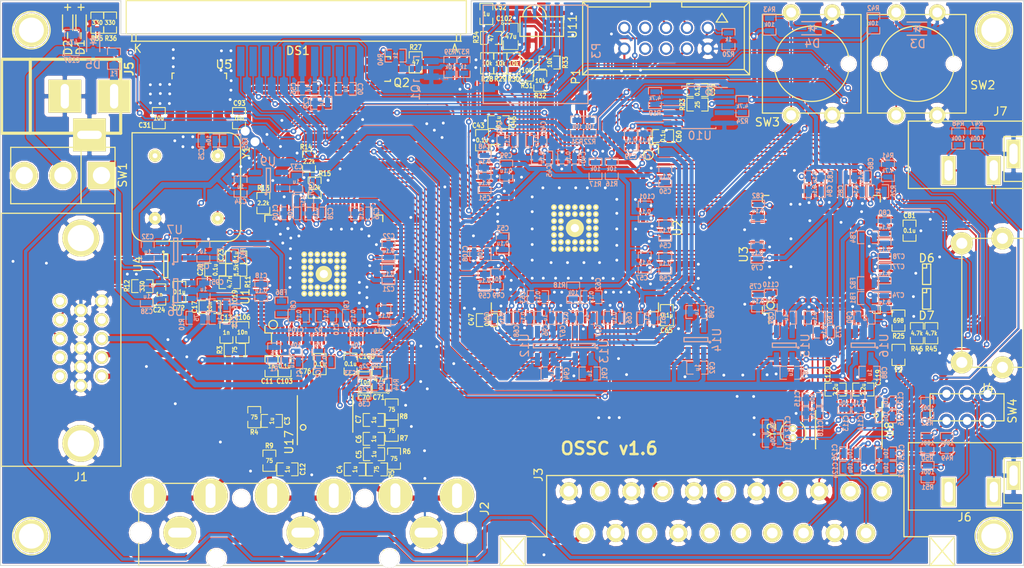
<source format=kicad_pcb>
(kicad_pcb (version 4) (host pcbnew 4.0.5+dfsg1-4)
  (layers (0 F.Cu signal) (31 B.Cu signal) (34 B.Paste user) (35 F.Paste user) (36 B.SilkS user) (37 F.SilkS user) (38 B.Mask user) (39 F.Mask user) (44 Edge.Cuts user))
  (net 0 "")
  (net 1 /fpga1/ASDO)
  (net 2 /fpga1/DATA0)
  (net 3 /fpga1/DCLK)
  (net 4 /fpga1/HDMITX_HSYNC)
  (net 5 /fpga1/HDMITX_INT_N)
  (net 6 /fpga1/HDMITX_PCLK)
  (net 7 /fpga1/HDMITX_R0)
  (net 8 /fpga1/HDMITX_R1)
  (net 9 /fpga1/HDMITX_R2)
  (net 10 /fpga1/HDMITX_R3)
  (net 11 /fpga1/HDMITX_R4)
  (net 12 /fpga1/HDMITX_R5)
  (net 13 /fpga1/HDMITX_R6)
  (net 14 /fpga1/HDMITX_R7)
  (net 15 /fpga1/HDMITX_VSYNC)
  (net 16 /fpga1/IR_RX)
  (net 17 /fpga1/LED0)
  (net 18 /fpga1/LED1)
  (net 19 /fpga1/SCL)
  (net 20 /fpga1/SDA)
  (net 21 /fpga1/SD_CLK)
  (net 22 /fpga1/SD_CMD)
  (net 23 /fpga1/SD_DAT0)
  (net 24 /fpga1/SD_DAT1)
  (net 25 /fpga1/SD_DAT2)
  (net 26 /fpga1/SD_DAT3)
  (net 27 /fpga1/TCK)
  (net 28 /fpga1/TDI)
  (net 29 /fpga1/TDO)
  (net 30 /fpga1/TMS)
  (net 31 /fpga1/VCCA)
  (net 32 /fpga1/VCCD_PLL)
  (net 33 /fpga1/VCCINT)
  (net 34 /fpga1/nCSO)
  (net 35 /hdmitx1/AVCC1V8)
  (net 36 /hdmitx1/AVDD3V3)
  (net 37 /hdmitx1/B0)
  (net 38 /hdmitx1/B1)
  (net 39 /hdmitx1/B2)
  (net 40 /hdmitx1/B3)
  (net 41 /hdmitx1/B4)
  (net 42 /hdmitx1/B5)
  (net 43 /hdmitx1/B6)
  (net 44 /hdmitx1/B7)
  (net 45 /hdmitx1/DDC_SCL)
  (net 46 /hdmitx1/DDC_SDA)
  (net 47 /hdmitx1/DE)
  (net 48 /hdmitx1/DVDD1V8)
  (net 49 /hdmitx1/DVDD3V3)
  (net 50 /hdmitx1/G0)
  (net 51 /hdmitx1/G1)
  (net 52 /hdmitx1/G2)
  (net 53 /hdmitx1/G3)
  (net 54 /hdmitx1/G4)
  (net 55 /hdmitx1/G5)
  (net 56 /hdmitx1/G6)
  (net 57 /hdmitx1/G7)
  (net 58 /hdmitx1/HPD)
  (net 59 /hdmitx1/TMDS_CLK+)
  (net 60 /hdmitx1/TMDS_CLK-)
  (net 61 /hdmitx1/TMDS_D0+)
  (net 62 /hdmitx1/TMDS_D0-)
  (net 63 /hdmitx1/TMDS_D1+)
  (net 64 /hdmitx1/TMDS_D1-)
  (net 65 /hdmitx1/TMDS_D2+)
  (net 66 /hdmitx1/TMDS_D2-)
  (net 67 /tvp_board1/AVDD)
  (net 68 /tvp_board1/B0)
  (net 69 /tvp_board1/B1)
  (net 70 /tvp_board1/B2)
  (net 71 /tvp_board1/B3)
  (net 72 /tvp_board1/B4)
  (net 73 /tvp_board1/B5)
  (net 74 /tvp_board1/B6)
  (net 75 /tvp_board1/B7)
  (net 76 /tvp_board1/DVDD)
  (net 77 /tvp_board1/FID)
  (net 78 /tvp_board1/G0)
  (net 79 /tvp_board1/G1)
  (net 80 /tvp_board1/G2)
  (net 81 /tvp_board1/G3)
  (net 82 /tvp_board1/G4)
  (net 83 /tvp_board1/G5)
  (net 84 /tvp_board1/G6)
  (net 85 /tvp_board1/G7)
  (net 86 /tvp_board1/HSYNC)
  (net 87 /tvp_board1/PCLK)
  (net 88 /tvp_board1/R0)
  (net 89 /tvp_board1/R1)
  (net 90 /tvp_board1/R2)
  (net 91 /tvp_board1/R3)
  (net 92 /tvp_board1/R4)
  (net 93 /tvp_board1/R5)
  (net 94 /tvp_board1/R6)
  (net 95 /tvp_board1/R7)
  (net 96 /tvp_board1/RGB1_B)
  (net 97 /tvp_board1/RGB1_G)
  (net 98 /tvp_board1/RGB1_R)
  (net 99 /tvp_board1/RGB1_S)
  (net 100 /tvp_board1/RGB2_B)
  (net 101 /tvp_board1/RGB2_G)
  (net 102 /tvp_board1/RGB2_R)
  (net 103 /tvp_board1/RGB3_B)
  (net 104 /tvp_board1/RGB3_G)
  (net 105 /tvp_board1/RGB3_R)
  (net 106 /tvp_board1/VSYNC)
  (net 107 GND)
  (net 108 "Net-(C1-Pad2)")
  (net 109 "Net-(C2-Pad2)")
  (net 110 "Net-(C3-Pad2)")
  (net 111 "Net-(C4-Pad2)")
  (net 112 "Net-(C5-Pad2)")
  (net 113 "Net-(C6-Pad2)")
  (net 114 "Net-(C7-Pad2)")
  (net 115 "Net-(C11-Pad2)")
  (net 116 "Net-(C12-Pad2)")
  (net 117 "Net-(C13-Pad2)")
  (net 118 "Net-(C15-Pad2)")
  (net 119 "Net-(C16-Pad2)")
  (net 120 "Net-(C17-Pad2)")
  (net 121 "Net-(C19-Pad1)")
  (net 122 "Net-(C19-Pad2)")
  (net 123 "Net-(C20-Pad2)")
  (net 124 "Net-(C24-Pad1)")
  (net 125 "Net-(C25-Pad1)")
  (net 126 "Net-(C29-Pad2)")
  (net 127 "Net-(C30-Pad1)")
  (net 128 "Net-(C30-Pad2)")
  (net 129 "Net-(C74-Pad1)")
  (net 130 "Net-(C77-Pad1)")
  (net 131 "Net-(C80-Pad1)")
  (net 132 "Net-(J1-Pad9)")
  (net 133 "Net-(J1-Pad4)")
  (net 134 "Net-(J1-Pad11)")
  (net 135 "Net-(J1-Pad12)")
  (net 136 "Net-(J1-Pad15)")
  (net 137 "Net-(P1-Pad6)")
  (net 138 "Net-(P1-Pad8)")
  (net 139 "Net-(R11-Pad2)")
  (net 140 "Net-(R16-Pad2)")
  (net 141 "Net-(R24-Pad1)")
  (net 142 "Net-(R25-Pad1)")
  (net 143 "Net-(R26-Pad1)")
  (net 144 "Net-(U1-Pad25)")
  (net 145 "Net-(U1-Pad37)")
  (net 146 "Net-(U1-Pad38)")
  (net 147 "Net-(U1-Pad51)")
  (net 148 "Net-(U1-Pad52)")
  (net 149 "Net-(U1-Pad64)")
  (net 150 "Net-(U1-Pad65)")
  (net 151 "Net-(D1-Pad1)")
  (net 152 "Net-(D2-Pad1)")
  (net 153 "Net-(J3-Pad3)")
  (net 154 "Net-(J3-Pad8)")
  (net 155 "Net-(J3-Pad10)")
  (net 156 "Net-(J3-Pad12)")
  (net 157 "Net-(J3-Pad16)")
  (net 158 "Net-(J3-Pad19)")
  (net 159 "Net-(J3-Pad1)")
  (net 160 "Net-(J4-Pad13)")
  (net 161 "Net-(P1-Pad7)")
  (net 162 "Net-(U3-Pad45)")
  (net 163 "Net-(Y1-Pad1)")
  (net 164 /fpga1/CLK27)
  (net 165 "Net-(R17-Pad1)")
  (net 166 "Net-(R18-Pad2)")
  (net 167 "Net-(R19-Pad1)")
  (net 168 "Net-(R23-Pad2)")
  (net 169 "Net-(DS1-Pad11)")
  (net 170 "Net-(U17-Pad1)")
  (net 171 "Net-(U17-Pad20)")
  (net 172 "Net-(F1-Pad1)")
  (net 173 /tvp_board1/RGB_12_G)
  (net 174 /tvp_board1/RGB_12_R)
  (net 175 "Net-(C76-Pad2)")
  (net 176 /tvp_board1/RGB_12_B)
  (net 177 "Net-(C100-Pad2)")
  (net 178 "Net-(C103-Pad2)")
  (net 179 "Net-(C104-Pad2)")
  (net 180 "Net-(C105-Pad2)")
  (net 181 /tvp_board1/RGB3_HS)
  (net 182 /tvp_board1/RGB3_VS)
  (net 183 /tvp_board1/RGB3_VS_B)
  (net 184 /tvp_board1/RGB3_HS_B)
  (net 185 "Net-(C106-Pad1)")
  (net 186 "Net-(C107-Pad1)")
  (net 187 /fpga1/LCD_CS_N)
  (net 188 /fpga1/LCD_RS)
  (net 189 /fpga1/BTN0)
  (net 190 /fpga1/BTN1)
  (net 191 "Net-(C23-Pad1)")
  (net 192 /tvp_board1/AVDD_F)
  (net 193 "Net-(C102-Pad1)")
  (net 194 "Net-(C33-Pad2)")
  (net 195 "Net-(C36-Pad1)")
  (net 196 /fpga1/RESET_N)
  (net 197 "Net-(Q1-Pad1)")
  (net 198 "Net-(Q1-Pad3)")
  (net 199 "Net-(Q2-Pad1)")
  (net 200 "Net-(Q2-Pad3)")
  (net 201 /fpga1/LCD_BLEN)
  (net 202 /hdmitx1/5V)
  (net 203 "Net-(MH1-Pad1)")
  (net 204 "Net-(MH2-Pad1)")
  (net 205 "Net-(MH3-Pad1)")
  (net 206 "Net-(MH4-Pad1)")
  (net 207 /hdmitx1/5V_FUSED)
  (net 208 "Net-(C111-Pad1)")
  (net 209 "Net-(C112-Pad1)")
  (net 210 /hdmitx1/AV2_AUD_R)
  (net 211 "Net-(C116-Pad2)")
  (net 212 /hdmitx1/AV1_AUD_R)
  (net 213 "Net-(C119-Pad1)")
  (net 214 "Net-(C120-Pad1)")
  (net 215 /hdmitx1/AV2_AUD_L)
  (net 216 "Net-(C121-Pad2)")
  (net 217 /hdmitx1/AV1_AUD_L)
  (net 218 "Net-(C123-Pad1)")
  (net 219 /hdmitx1/AV3_AUD_R)
  (net 220 "Net-(C124-Pad1)")
  (net 221 "Net-(C125-Pad1)")
  (net 222 /hdmitx1/AV3_AUD_L)
  (net 223 "Net-(C126-Pad1)")
  (net 224 "Net-(J4-Pad14)")
  (net 225 "Net-(J6-Pad3)")
  (net 226 "Net-(J6-Pad2)")
  (net 227 /hdmitx1/I2S_DATA)
  (net 228 /hdmitx1/I2S_WS)
  (net 229 /hdmitx1/I2S_BCK)
  (net 230 "Net-(U8-Pad5)")
  (net 231 "Net-(U8-Pad19)")
  (net 232 "Net-(U8-Pad20)")
  (net 233 "Net-(U8-Pad21)")
  (net 234 "Net-(U8-Pad22)")
  (net 235 "Net-(U8-Pad3)")
  (net 236 "Net-(U8-Pad4)")
  (module custom_components:TSSOP-30_4.4x7.8mm_Pitch0.5mm_Handsoldering (layer F.Cu) (at 110.622 69.23 270)
    (fp_text reference U8 (at 0 -4.95 270) (layer F.SilkS))
    (fp_text value PCM1862)
    (pad 16 smd rect (at 3 3.5 270) (size 1.2 0.3) (layers F.Cu F.Paste F.Mask) (net 228 /hdmitx1/I2S_WS))
    (pad 17 smd rect (at 3 3 270) (size 1.2 0.3) (layers F.Cu F.Paste F.Mask) (net 229 /hdmitx1/I2S_BCK))
    (pad 18 smd rect (at 3 2.5 270) (size 1.2 0.3) (layers F.Cu F.Paste F.Mask) (net 227 /hdmitx1/I2S_DATA))
    (pad 19 smd rect (at 3 2 270) (size 1.2 0.3) (layers F.Cu F.Paste F.Mask) (net 231 "Net-(U8-Pad19)"))
    (pad 20 smd rect (at 3 1.5 270) (size 1.2 0.3) (layers F.Cu F.Paste F.Mask) (net 232 "Net-(U8-Pad20)"))
    (pad 21 smd rect (at 3 1 270) (size 1.2 0.3) (layers F.Cu F.Paste F.Mask) (net 233 "Net-(U8-Pad21)"))
    (pad 22 smd rect (at 3 0.5 270) (size 1.2 0.3) (layers F.Cu F.Paste F.Mask) (net 234 "Net-(U8-Pad22)"))
    (pad 23 smd rect (at 3 0 270) (size 1.2 0.3) (layers F.Cu F.Paste F.Mask) (net 20 /fpga1/SDA))
    (pad 24 smd rect (at 3 -0.5 270) (size 1.2 0.3) (layers F.Cu F.Paste F.Mask) (net 19 /fpga1/SCL))
    (pad 25 smd rect (at 3 -1 270) (size 1.2 0.3) (layers F.Cu F.Paste F.Mask) (net 107 GND))
    (pad 26 smd rect (at 3 -1.5 270) (size 1.2 0.3) (layers F.Cu F.Paste F.Mask) (net 107 GND))
    (pad 27 smd rect (at 3 -2 270) (size 1.2 0.3) (layers F.Cu F.Paste F.Mask) (net 223 "Net-(C126-Pad1)"))
    (pad 28 smd rect (at 3 -2.5 270) (size 1.2 0.3) (layers F.Cu F.Paste F.Mask) (net 220 "Net-(C124-Pad1)"))
    (pad 29 smd rect (at 3 -3 270) (size 1.2 0.3) (layers F.Cu F.Paste F.Mask) (net 221 "Net-(C125-Pad1)"))
    (pad 30 smd rect (at 3 -3.5 270) (size 1.2 0.3) (layers F.Cu F.Paste F.Mask) (net 218 "Net-(C123-Pad1)"))
    (pad 1 smd rect (at -3 -3.5 270) (size 1.2 0.3) (layers F.Cu F.Paste F.Mask) (net 216 "Net-(C121-Pad2)"))
    (pad 2 smd rect (at -3 -3 270) (size 1.2 0.3) (layers F.Cu F.Paste F.Mask) (net 211 "Net-(C116-Pad2)"))
    (pad 3 smd rect (at -3 -2.5 270) (size 1.2 0.3) (layers F.Cu F.Paste F.Mask) (net 235 "Net-(U8-Pad3)"))
    (pad 4 smd rect (at -3 -2 270) (size 1.2 0.3) (layers F.Cu F.Paste F.Mask) (net 236 "Net-(U8-Pad4)"))
    (pad 5 smd rect (at -3 -1.5 270) (size 1.2 0.3) (layers F.Cu F.Paste F.Mask) (net 230 "Net-(U8-Pad5)"))
    (pad 6 smd rect (at -3 -1 270) (size 1.2 0.3) (layers F.Cu F.Paste F.Mask) (net 213 "Net-(C119-Pad1)"))
    (pad 7 smd rect (at -3 -0.5 270) (size 1.2 0.3) (layers F.Cu F.Paste F.Mask) (net 107 GND))
    (pad 8 smd rect (at -3 0 270) (size 1.2 0.3) (layers F.Cu F.Paste F.Mask) (net 36 /hdmitx1/AVDD3V3))
    (pad 9 smd rect (at -3 0.5 270) (size 1.2 0.3) (layers F.Cu F.Paste F.Mask) (net 208 "Net-(C111-Pad1)"))
    (pad 10 smd rect (at -3 1 270) (size 1.2 0.3) (layers F.Cu F.Paste F.Mask) (net 209 "Net-(C112-Pad1)"))
    (pad 11 smd rect (at -3 1.5 270) (size 1.2 0.3) (layers F.Cu F.Paste F.Mask) (net 214 "Net-(C120-Pad1)"))
    (pad 12 smd rect (at -3 2 270) (size 1.2 0.3) (layers F.Cu F.Paste F.Mask) (net 107 GND))
    (pad 13 smd rect (at -3 2.5 270) (size 1.2 0.3) (layers F.Cu F.Paste F.Mask) (net 49 /hdmitx1/DVDD3V3))
    (pad 14 smd rect (at -3 3 270) (size 1.2 0.3) (layers F.Cu F.Paste F.Mask) (net 49 /hdmitx1/DVDD3V3))
    (pad 15 smd rect (at -3 3.5 270) (size 1.2 0.3) (layers F.Cu F.Paste F.Mask) (net 107 GND))
  )
  (module custom_components:IRM-V5XX_TR1 (layer F.Cu) (at 73.2641 21.3605)
    (fp_text reference U11 (at 3.7465 -1.19634 90) (layer F.SilkS))
    (fp_text value IRM-V538/TR1)
    (pad 1 smd rect (at 1.7 0.5) (size 0.7 1.9) (layers F.Cu F.Paste F.Mask) (net 16 /fpga1/IR_RX))
    (pad 2 smd rect (at 0 0.5) (size 0.7 1.9) (layers F.Cu F.Paste F.Mask) (net 193 "Net-(C102-Pad1)"))
    (pad 3 smd rect (at -1.7 0.5) (size 0.7 1.9) (layers F.Cu F.Paste F.Mask) (net 107 GND))
    (pad 3 smd rect (at 1.68 -2.85) (size 1.4 1.9) (layers F.Cu F.Paste F.Mask) (net 107 GND))
  )
  (module Connect:VASCH5x2 (layer F.Cu) (at 88.4 21.59 180)
    (fp_text reference P1 (at 10.996 -4.661 270) (layer F.SilkS))
    (fp_text value JTAG_CONN)
    (pad 1 thru_hole circle (at -5.08 1.27 180) (size 1.50622 1.50622) (drill 0.99822) (layers *.Cu *.Mask) (net 27 /fpga1/TCK))
    (pad 2 thru_hole circle (at -5.08 -1.27 180) (size 1.50622 1.50622) (drill 0.99822) (layers *.Cu *.Mask) (net 107 GND))
    (pad 3 thru_hole circle (at -2.54 1.27 180) (size 1.50622 1.50622) (drill 0.99822) (layers *.Cu *.Mask) (net 29 /fpga1/TDO))
    (pad 4 thru_hole circle (at -2.54 -1.27 180) (size 1.50622 1.50622) (drill 0.99822) (layers *.Cu *.Mask) (net 31 /fpga1/VCCA))
    (pad 5 thru_hole circle (at 0 1.27 180) (size 1.50622 1.50622) (drill 0.99822) (layers *.Cu *.Mask) (net 30 /fpga1/TMS))
    (pad 6 thru_hole circle (at 0 -1.27 180) (size 1.50622 1.50622) (drill 0.99822) (layers *.Cu *.Mask) (net 137 "Net-(P1-Pad6)"))
    (pad 7 thru_hole circle (at 2.54 1.27 180) (size 1.50622 1.50622) (drill 0.99822) (layers *.Cu *.Mask) (net 161 "Net-(P1-Pad7)"))
    (pad 8 thru_hole circle (at 2.54 -1.27 180) (size 1.50622 1.50622) (drill 0.99822) (layers *.Cu *.Mask) (net 138 "Net-(P1-Pad8)"))
    (pad 9 thru_hole circle (at 5.08 1.27 180) (size 1.50622 1.50622) (drill 0.99822) (layers *.Cu *.Mask) (net 28 /fpga1/TDI))
    (pad 10 thru_hole circle (at 5.08 -1.27 180) (size 1.50622 1.50622) (drill 0.99822) (layers *.Cu *.Mask) (net 107 GND))
  )
  (module Connect:1pin (layer F.Cu) (at 11.13 20.6)
    (fp_text reference MH1 hide)
    (fp_text value CONN_1)
    (pad 1 thru_hole circle (at 0 0) (size 4.064 4.064) (drill 3.048) (layers *.Cu *.Mask F.SilkS) (net 203 "Net-(MH1-Pad1)"))
  )
  (module Connect:1pin (layer F.Cu) (at 11.13 82.2)
    (fp_text reference MH3 hide)
    (fp_text value CONN_1)
    (pad 1 thru_hole circle (at 0 0) (size 4.064 4.064) (drill 3.048) (layers *.Cu *.Mask F.SilkS) (net 205 "Net-(MH3-Pad1)"))
  )
  (module Connect:1pin (layer F.Cu) (at 128.3 82.2)
    (fp_text reference MH4 hide)
    (fp_text value CONN_1)
    (pad 1 thru_hole circle (at 0 0) (size 4.064 4.064) (drill 3.048) (layers *.Cu *.Mask F.SilkS) (net 206 "Net-(MH4-Pad1)"))
  )
  (module Connect:1pin (layer F.Cu) (at 128.3 20.6)
    (fp_text reference MH2 hide)
    (fp_text value CONN_1)
    (pad 1 thru_hole circle (at 0 0) (size 4.064 4.064) (drill 3.048) (layers *.Cu *.Mask F.SilkS) (net 204 "Net-(MH2-Pad1)"))
  )
  (module custom_components:ACHL-OSC (layer F.Cu) (at 29.9945 39.6993 270)
    (fp_text reference Y1 (at -4.191 -7.2898 270) (layer F.SilkS) (effects (font (size 0.8 0.8))))
    (fp_text value ACHL-27MHZ-EK)
    (pad 5 thru_hole circle (at 3.81 -3.81 270) (size 1.5 1.5) (drill 0.6) (layers *.Cu *.Mask F.SilkS) (net 164 /fpga1/CLK27))
    (pad 8 thru_hole circle (at -3.81 -3.81 270) (size 1.5 1.5) (drill 0.6) (layers *.Cu *.Mask F.SilkS) (net 125 "Net-(C25-Pad1)"))
    (pad 1 thru_hole circle (at -3.81 3.81 270) (size 1.5 1.5) (drill 0.6) (layers *.Cu *.Mask F.SilkS) (net 163 "Net-(Y1-Pad1)"))
    (pad 4 thru_hole circle (at 3.81 3.81 270) (size 1.5 1.5) (drill 0.6) (layers *.Cu *.Mask F.SilkS) (net 107 GND))
  )
  (module custom_components:SOT-23-5_Handsoldering (layer B.Cu) (at 28.702 47.3701 90)
    (fp_text reference U7 (at 2.4631 -0.112 180) (layer B.SilkS) (effects (justify mirror)))
    (fp_text value NCP703SN19T1G)
    (pad 1 smd rect (at -0.95 -1.65) (size 1.56 0.65) (layers B.Cu B.Paste B.Mask) (net 49 /hdmitx1/DVDD3V3))
    (pad 2 smd rect (at 0 -1.65) (size 1.56 0.65) (layers B.Cu B.Paste B.Mask) (net 107 GND))
    (pad 3 smd rect (at 0.95 -1.65) (size 1.56 0.65) (layers B.Cu B.Paste B.Mask) (net 49 /hdmitx1/DVDD3V3))
    (pad 4 smd rect (at 0.95 1.65) (size 1.56 0.65) (layers B.Cu B.Paste B.Mask))
    (pad 5 smd rect (at -0.95 1.65) (size 1.56 0.65) (layers B.Cu B.Paste B.Mask) (net 67 /tvp_board1/AVDD))
  )
  (module custom_components:SOT-23-5_Handsoldering (layer B.Cu) (at 39.986 38.862 90)
    (fp_text reference U9 (at 2.263 -0.05 180) (layer B.SilkS) (effects (justify mirror)))
    (fp_text value TLV70019)
    (pad 1 smd rect (at -0.95 -1.65) (size 1.56 0.65) (layers B.Cu B.Paste B.Mask) (net 49 /hdmitx1/DVDD3V3))
    (pad 2 smd rect (at 0 -1.65) (size 1.56 0.65) (layers B.Cu B.Paste B.Mask) (net 107 GND))
    (pad 3 smd rect (at 0.95 -1.65) (size 1.56 0.65) (layers B.Cu B.Paste B.Mask) (net 49 /hdmitx1/DVDD3V3))
    (pad 4 smd rect (at 0.95 1.65) (size 1.56 0.65) (layers B.Cu B.Paste B.Mask))
    (pad 5 smd rect (at -0.95 1.65) (size 1.56 0.65) (layers B.Cu B.Paste B.Mask) (net 76 /tvp_board1/DVDD))
  )
  (module custom_components:SOT-23-5_Handsoldering (layer B.Cu) (at 102.7938 58.9534 180)
    (fp_text reference U15 (at -2.55 -0.05 270) (layer B.SilkS) (effects (justify mirror)))
    (fp_text value TLV70018)
    (pad 1 smd rect (at -0.95 -1.65 90) (size 1.56 0.65) (layers B.Cu B.Paste B.Mask) (net 49 /hdmitx1/DVDD3V3))
    (pad 2 smd rect (at 0 -1.65 90) (size 1.56 0.65) (layers B.Cu B.Paste B.Mask) (net 107 GND))
    (pad 3 smd rect (at 0.95 -1.65 90) (size 1.56 0.65) (layers B.Cu B.Paste B.Mask) (net 49 /hdmitx1/DVDD3V3))
    (pad 4 smd rect (at 0.95 1.65 90) (size 1.56 0.65) (layers B.Cu B.Paste B.Mask))
    (pad 5 smd rect (at -0.95 1.65 90) (size 1.56 0.65) (layers B.Cu B.Paste B.Mask) (net 48 /hdmitx1/DVDD1V8))
  )
  (module custom_components:SOT-23-5_Handsoldering (layer B.Cu) (at 112.39 58.9534 180)
    (fp_text reference U16 (at -2.55 -0.05 270) (layer B.SilkS) (effects (justify mirror)))
    (fp_text value TLV70018)
    (pad 1 smd rect (at -0.95 -1.65 90) (size 1.56 0.65) (layers B.Cu B.Paste B.Mask) (net 49 /hdmitx1/DVDD3V3))
    (pad 2 smd rect (at 0 -1.65 90) (size 1.56 0.65) (layers B.Cu B.Paste B.Mask) (net 107 GND))
    (pad 3 smd rect (at 0.95 -1.65 90) (size 1.56 0.65) (layers B.Cu B.Paste B.Mask) (net 49 /hdmitx1/DVDD3V3))
    (pad 4 smd rect (at 0.95 1.65 90) (size 1.56 0.65) (layers B.Cu B.Paste B.Mask))
    (pad 5 smd rect (at -0.95 1.65 90) (size 1.56 0.65) (layers B.Cu B.Paste B.Mask) (net 35 /hdmitx1/AVCC1V8))
  )
  (module custom_components:SOT-23-5_Handsoldering (layer B.Cu) (at 28.702 52.324 90)
    (fp_text reference U6 (at -2.55 -0.05 180) (layer B.SilkS) (effects (justify mirror)))
    (fp_text value TLV70033)
    (pad 1 smd rect (at -0.95 -1.65) (size 1.56 0.65) (layers B.Cu B.Paste B.Mask) (net 202 /hdmitx1/5V))
    (pad 2 smd rect (at 0 -1.65) (size 1.56 0.65) (layers B.Cu B.Paste B.Mask) (net 107 GND))
    (pad 3 smd rect (at 0.95 -1.65) (size 1.56 0.65) (layers B.Cu B.Paste B.Mask) (net 202 /hdmitx1/5V))
    (pad 4 smd rect (at 0.95 1.65) (size 1.56 0.65) (layers B.Cu B.Paste B.Mask))
    (pad 5 smd rect (at -0.95 1.65) (size 1.56 0.65) (layers B.Cu B.Paste B.Mask) (net 36 /hdmitx1/AVDD3V3))
  )
  (module custom_components:SOT-23-5_Handsoldering (layer B.Cu) (at 73.7 59.0246 180)
    (fp_text reference U12 (at 2.514 0.035 270) (layer B.SilkS) (effects (justify mirror)))
    (fp_text value TLV70012)
    (pad 1 smd rect (at -0.95 -1.65 90) (size 1.56 0.65) (layers B.Cu B.Paste B.Mask) (net 49 /hdmitx1/DVDD3V3))
    (pad 2 smd rect (at 0 -1.65 90) (size 1.56 0.65) (layers B.Cu B.Paste B.Mask) (net 107 GND))
    (pad 3 smd rect (at 0.95 -1.65 90) (size 1.56 0.65) (layers B.Cu B.Paste B.Mask) (net 49 /hdmitx1/DVDD3V3))
    (pad 4 smd rect (at 0.95 1.65 90) (size 1.56 0.65) (layers B.Cu B.Paste B.Mask))
    (pad 5 smd rect (at -0.95 1.65 90) (size 1.56 0.65) (layers B.Cu B.Paste B.Mask) (net 33 /fpga1/VCCINT))
  )
  (module custom_components:SOT-23-5_Handsoldering (layer B.Cu) (at 78.306 59.0026 180)
    (fp_text reference U13 (at -2.55 -0.7004 270) (layer B.SilkS) (effects (justify mirror)))
    (fp_text value TLV70025)
    (pad 1 smd rect (at -0.95 -1.65 90) (size 1.56 0.65) (layers B.Cu B.Paste B.Mask) (net 49 /hdmitx1/DVDD3V3))
    (pad 2 smd rect (at 0 -1.65 90) (size 1.56 0.65) (layers B.Cu B.Paste B.Mask) (net 107 GND))
    (pad 3 smd rect (at 0.95 -1.65 90) (size 1.56 0.65) (layers B.Cu B.Paste B.Mask) (net 49 /hdmitx1/DVDD3V3))
    (pad 4 smd rect (at 0.95 1.65 90) (size 1.56 0.65) (layers B.Cu B.Paste B.Mask))
    (pad 5 smd rect (at -0.95 1.65 90) (size 1.56 0.65) (layers B.Cu B.Paste B.Mask) (net 31 /fpga1/VCCA))
  )
  (module custom_components:SOT-23-5_Handsoldering (layer B.Cu) (at 92.034 58.278 180)
    (fp_text reference U14 (at -2.55 -0.05 270) (layer B.SilkS) (effects (justify mirror)))
    (fp_text value TLV70012)
    (pad 1 smd rect (at -0.95 -1.65 90) (size 1.56 0.65) (layers B.Cu B.Paste B.Mask) (net 49 /hdmitx1/DVDD3V3))
    (pad 2 smd rect (at 0 -1.65 90) (size 1.56 0.65) (layers B.Cu B.Paste B.Mask) (net 107 GND))
    (pad 3 smd rect (at 0.95 -1.65 90) (size 1.56 0.65) (layers B.Cu B.Paste B.Mask) (net 49 /hdmitx1/DVDD3V3))
    (pad 4 smd rect (at 0.95 1.65 90) (size 1.56 0.65) (layers B.Cu B.Paste B.Mask))
    (pad 5 smd rect (at -0.95 1.65 90) (size 1.56 0.65) (layers B.Cu B.Paste B.Mask) (net 32 /fpga1/VCCD_PLL))
  )
  (module custom_components:DM3D-SF (layer B.Cu) (at 67.988 19.305)
    (fp_text reference P3 (at 11.9253 3.81 270) (layer B.SilkS) (effects (justify mirror)))
    (fp_text value mSD_CONN)
    (pad 6 smd rect (at 10.1 10.1) (size 1.5 1.9) (layers B.Cu B.Paste B.Mask) (net 107 GND))
    (pad 6 smd rect (at -1.4 8.35) (size 2 1) (layers B.Cu B.Paste B.Mask) (net 107 GND))
    (pad 1 smd rect (at 7.7 -0.875) (size 0.4 1.75) (layers B.Cu B.Paste B.Mask) (net 25 /fpga1/SD_DAT2))
    (pad 2 smd rect (at 6.6 -0.875) (size 0.4 1.75) (layers B.Cu B.Paste B.Mask) (net 26 /fpga1/SD_DAT3))
    (pad 3 smd rect (at 5.5 -0.875) (size 0.4 1.75) (layers B.Cu B.Paste B.Mask) (net 22 /fpga1/SD_CMD))
    (pad 4 smd rect (at 4.4 -0.875) (size 0.4 1.75) (layers B.Cu B.Paste B.Mask) (net 49 /hdmitx1/DVDD3V3))
    (pad 5 smd rect (at 3.3 -0.875) (size 0.4 1.75) (layers B.Cu B.Paste B.Mask) (net 21 /fpga1/SD_CLK))
    (pad 6 smd rect (at 2.2 -0.875) (size 0.4 1.75) (layers B.Cu B.Paste B.Mask) (net 107 GND))
    (pad 7 smd rect (at 1.1 -0.875) (size 0.4 1.75) (layers B.Cu B.Paste B.Mask) (net 23 /fpga1/SD_DAT0))
    (pad 8 smd rect (at 0 -0.875) (size 0.4 1.75) (layers B.Cu B.Paste B.Mask) (net 24 /fpga1/SD_DAT1))
  )
  (module custom_components:SOT-23-6_Handsoldering (layer F.Cu) (at 27.4933 49.2878 270)
    (fp_text reference U4 (at -0.1848 3.3683 450) (layer F.SilkS))
    (fp_text value SN74LVC2G17)
    (pad 5 smd rect (at 0 -1.65) (size 1.56 0.65) (layers F.Cu F.Paste F.Mask) (net 49 /hdmitx1/DVDD3V3))
    (pad 1 smd rect (at -0.95 1.65) (size 1.56 0.65) (layers F.Cu F.Paste F.Mask) (net 181 /tvp_board1/RGB3_HS))
    (pad 2 smd rect (at 0 1.65) (size 1.56 0.65) (layers F.Cu F.Paste F.Mask) (net 107 GND))
    (pad 3 smd rect (at 0.95 1.65) (size 1.56 0.65) (layers F.Cu F.Paste F.Mask) (net 124 "Net-(C24-Pad1)"))
    (pad 4 smd rect (at 0.95 -1.65) (size 1.56 0.65) (layers F.Cu F.Paste F.Mask) (net 183 /tvp_board1/RGB3_VS_B))
    (pad 6 smd rect (at -0.95 -1.65) (size 1.56 0.65) (layers F.Cu F.Paste F.Mask) (net 184 /tvp_board1/RGB3_HS_B))
  )
  (module custom_components:SOD-323_Handsoldering (layer B.Cu) (at 18.654 21.915 90)
    (fp_text reference D5 (at -2.8702 -0.0254 360) (layer B.SilkS) (effects (justify mirror)))
    (fp_text value SD05-7)
    (pad 1 smd rect (at -1.4 0 90) (size 1.4 0.45) (layers B.Cu B.Paste B.Mask) (net 186 "Net-(C107-Pad1)"))
    (pad 2 smd rect (at 1.4 0 90) (size 1.4 0.45) (layers B.Cu B.Paste B.Mask) (net 107 GND))
  )
  (module custom_components:VGA_CONN (layer F.Cu) (at 17.1555 59.2954 270)
    (fp_text reference J1 (at 15.70228 -0.00508 360) (layer F.SilkS))
    (fp_text value VGA)
    (pad 8 thru_hole circle (at 0 0 270) (size 1.6 1.6) (drill 1) (layers *.Cu *.Mask F.SilkS) (net 107 GND))
    (pad 9 thru_hole circle (at -2.29 0 270) (size 1.6 1.6) (drill 1) (layers *.Cu *.Mask F.SilkS) (net 132 "Net-(J1-Pad9)"))
    (pad 10 thru_hole circle (at -4.58 0 270) (size 1.6 1.6) (drill 1) (layers *.Cu *.Mask F.SilkS) (net 107 GND))
    (pad 1 thru_hole circle (at 3.44 -2.54 270) (size 1.6 1.6) (drill 1) (layers *.Cu *.Mask F.SilkS) (net 105 /tvp_board1/RGB3_R))
    (pad 2 thru_hole circle (at 1.15 -2.54 270) (size 1.6 1.6) (drill 1) (layers *.Cu *.Mask F.SilkS) (net 104 /tvp_board1/RGB3_G))
    (pad 3 thru_hole circle (at -1.14 -2.54 270) (size 1.6 1.6) (drill 1) (layers *.Cu *.Mask F.SilkS) (net 103 /tvp_board1/RGB3_B))
    (pad 4 thru_hole circle (at -3.43 -2.54 270) (size 1.6 1.6) (drill 1) (layers *.Cu *.Mask F.SilkS) (net 133 "Net-(J1-Pad4)"))
    (pad 5 thru_hole circle (at -5.72 -2.54 270) (size 1.6 1.6) (drill 1) (layers *.Cu *.Mask F.SilkS) (net 107 GND))
    (pad 6 thru_hole circle (at 4.58 0 270) (size 1.6 1.6) (drill 1) (layers *.Cu *.Mask F.SilkS) (net 107 GND))
    (pad 7 thru_hole circle (at 2.29 0 270) (size 1.6 1.6) (drill 1) (layers *.Cu *.Mask F.SilkS) (net 107 GND))
    (pad 11 thru_hole circle (at 3.44 2.54 270) (size 1.6 1.6) (drill 1) (layers *.Cu *.Mask F.SilkS) (net 134 "Net-(J1-Pad11)"))
    (pad 12 thru_hole circle (at 1.15 2.54 270) (size 1.6 1.6) (drill 1) (layers *.Cu *.Mask F.SilkS) (net 135 "Net-(J1-Pad12)"))
    (pad 13 thru_hole circle (at -1.14 2.54 270) (size 1.6 1.6) (drill 1) (layers *.Cu *.Mask F.SilkS) (net 181 /tvp_board1/RGB3_HS))
    (pad 14 thru_hole circle (at -3.43 2.54 270) (size 1.6 1.6) (drill 1) (layers *.Cu *.Mask F.SilkS) (net 182 /tvp_board1/RGB3_VS))
    (pad 15 thru_hole circle (at -5.72 2.54 270) (size 1.6 1.6) (drill 1) (layers *.Cu *.Mask F.SilkS) (net 136 "Net-(J1-Pad15)"))
    (pad 10 thru_hole circle (at 11.62 0 270) (size 4.5 4.5) (drill 3.2) (layers *.Cu *.Mask F.SilkS) (net 107 GND))
    (pad 10 thru_hole circle (at -13.38 0 270) (size 4.5 4.5) (drill 3.2) (layers *.Cu *.Mask F.SilkS) (net 107 GND))
  )
  (module custom_components:SOT-223_Handsoldering (layer F.Cu) (at 31.577 27.656)
    (fp_text reference U5 (at 2.987 -2.876) (layer F.SilkS))
    (fp_text value AP7361C)
    (pad 2 smd rect (at 0 3.6) (size 1.2 2.4) (layers F.Cu F.Paste F.Mask) (net 107 GND))
    (pad 1 smd rect (at -2.3 3.6) (size 1.2 2.4) (layers F.Cu F.Paste F.Mask) (net 202 /hdmitx1/5V))
    (pad 3 smd rect (at 2.3 3.6) (size 1.2 2.4) (layers F.Cu F.Paste F.Mask) (net 49 /hdmitx1/DVDD3V3))
    (pad 2 smd rect (at 0 -3.6) (size 3.3 2.4) (layers F.Cu F.Paste F.Mask) (net 107 GND))
  )
  (module Housings_SOT-23_SOT-143_TSOT-6:SOT-23_Handsoldering (layer B.Cu) (at 58.316 25.317 270)
    (fp_text reference Q1 (at 2.862 0.404 270) (layer B.SilkS) (effects (justify mirror)))
    (fp_text value BC847)
    (pad 1 smd rect (at -0.95 -1.50114 270) (size 0.8001 1.80086) (layers B.Cu B.Paste B.Mask) (net 197 "Net-(Q1-Pad1)"))
    (pad 2 smd rect (at 0.95 -1.50114 270) (size 0.8001 1.80086) (layers B.Cu B.Paste B.Mask) (net 107 GND))
    (pad 3 smd rect (at 0 1.50114 270) (size 0.8001 1.80086) (layers B.Cu B.Paste B.Mask) (net 198 "Net-(Q1-Pad3)"))
  )
  (module Housings_SOT-23_SOT-143_TSOT-6:SOT-23_Handsoldering (layer F.Cu) (at 54.193 25.329 270)
    (fp_text reference Q2 (at 1.676 -2.012 360) (layer F.SilkS))
    (fp_text value BC857)
    (pad 1 smd rect (at -0.95 1.50114 270) (size 0.8001 1.80086) (layers F.Cu F.Paste F.Mask) (net 199 "Net-(Q2-Pad1)"))
    (pad 2 smd rect (at 0.95 1.50114 270) (size 0.8001 1.80086) (layers F.Cu F.Paste F.Mask) (net 49 /hdmitx1/DVDD3V3))
    (pad 3 smd rect (at 0 -1.50114 270) (size 0.8001 1.80086) (layers F.Cu F.Paste F.Mask) (net 200 "Net-(Q2-Pad3)"))
  )
  (module custom_components:TSSOP-20_4.4x6.5mm_Pitch0.65mm_Handsoldering (layer F.Cu) (at 46.888 67.324 90)
    (fp_text reference U17 (at -3.451 -4.384 90) (layer F.SilkS))
    (fp_text value THS7353)
    (pad 1 smd rect (at -3.22 -2.925 90) (size 2 0.4) (layers F.Cu F.Paste F.Mask) (net 170 "Net-(U17-Pad1)"))
    (pad 2 smd rect (at -3.22 -2.275 90) (size 2 0.4) (layers F.Cu F.Paste F.Mask) (net 116 "Net-(C12-Pad2)"))
    (pad 3 smd rect (at -3.22 -1.625 90) (size 2 0.4) (layers F.Cu F.Paste F.Mask) (net 110 "Net-(C3-Pad2)"))
    (pad 4 smd rect (at -3.22 -0.975 90) (size 2 0.4) (layers F.Cu F.Paste F.Mask) (net 111 "Net-(C4-Pad2)"))
    (pad 5 smd rect (at -3.22 -0.325 90) (size 2 0.4) (layers F.Cu F.Paste F.Mask) (net 112 "Net-(C5-Pad2)"))
    (pad 6 smd rect (at -3.22 0.325 90) (size 2 0.4) (layers F.Cu F.Paste F.Mask) (net 113 "Net-(C6-Pad2)"))
    (pad 7 smd rect (at -3.22 0.975 90) (size 2 0.4) (layers F.Cu F.Paste F.Mask) (net 114 "Net-(C7-Pad2)"))
    (pad 8 smd rect (at -3.22 1.625 90) (size 2 0.4) (layers F.Cu F.Paste F.Mask) (net 107 GND))
    (pad 9 smd rect (at -3.22 2.275 90) (size 2 0.4) (layers F.Cu F.Paste F.Mask) (net 107 GND))
    (pad 10 smd rect (at -3.22 2.925 90) (size 2 0.4) (layers F.Cu F.Paste F.Mask) (net 107 GND))
    (pad 11 smd rect (at 3.22 2.925 90) (size 2 0.4) (layers F.Cu F.Paste F.Mask) (net 36 /hdmitx1/AVDD3V3))
    (pad 12 smd rect (at 3.22 2.275 90) (size 2 0.4) (layers F.Cu F.Paste F.Mask) (net 195 "Net-(C36-Pad1)"))
    (pad 13 smd rect (at 3.22 1.625 90) (size 2 0.4) (layers F.Cu F.Paste F.Mask) (net 194 "Net-(C33-Pad2)"))
    (pad 14 smd rect (at 3.22 0.975 90) (size 2 0.4) (layers F.Cu F.Paste F.Mask) (net 176 /tvp_board1/RGB_12_B))
    (pad 15 smd rect (at 3.22 0.325 90) (size 2 0.4) (layers F.Cu F.Paste F.Mask) (net 176 /tvp_board1/RGB_12_B))
    (pad 16 smd rect (at 3.22 -0.325 90) (size 2 0.4) (layers F.Cu F.Paste F.Mask) (net 174 /tvp_board1/RGB_12_R))
    (pad 17 smd rect (at 3.22 -0.975 90) (size 2 0.4) (layers F.Cu F.Paste F.Mask) (net 174 /tvp_board1/RGB_12_R))
    (pad 18 smd rect (at 3.22 -1.625 90) (size 2 0.4) (layers F.Cu F.Paste F.Mask) (net 173 /tvp_board1/RGB_12_G))
    (pad 19 smd rect (at 3.22 -2.275 90) (size 2 0.4) (layers F.Cu F.Paste F.Mask) (net 173 /tvp_board1/RGB_12_G))
    (pad 20 smd rect (at 3.22 -2.925 90) (size 2 0.4) (layers F.Cu F.Paste F.Mask) (net 171 "Net-(U17-Pad20)"))
  )
  (module custom_components:TQFP-100_custom (layer F.Cu) (at 107.3 47.9 90)
    (fp_text reference U3 (at 0 -9.45 90) (layer F.SilkS))
    (fp_text value IT6613)
    (pad 1 smd rect (at -7.8 -6 90) (size 1.6 0.3) (layers F.Cu F.Paste F.Mask) (net 47 /hdmitx1/DE))
    (pad 2 smd rect (at -7.8 -5.5 90) (size 1.6 0.3) (layers F.Cu F.Paste F.Mask) (net 4 /fpga1/HDMITX_HSYNC))
    (pad 3 smd rect (at -7.8 -5 90) (size 1.6 0.3) (layers F.Cu F.Paste F.Mask) (net 15 /fpga1/HDMITX_VSYNC))
    (pad 4 smd rect (at -7.8 -4.5 90) (size 1.6 0.3) (layers F.Cu F.Paste F.Mask) (net 107 GND))
    (pad 5 smd rect (at -7.8 -4 90) (size 1.6 0.3) (layers F.Cu F.Paste F.Mask) (net 107 GND))
    (pad 6 smd rect (at -7.8 -3.5 90) (size 1.6 0.3) (layers F.Cu F.Paste F.Mask) (net 107 GND))
    (pad 7 smd rect (at -7.8 -3 90) (size 1.6 0.3) (layers F.Cu F.Paste F.Mask) (net 107 GND))
    (pad 8 smd rect (at -7.8 -2.5 90) (size 1.6 0.3) (layers F.Cu F.Paste F.Mask) (net 107 GND))
    (pad 9 smd rect (at -7.8 -2 90) (size 1.6 0.3) (layers F.Cu F.Paste F.Mask) (net 227 /hdmitx1/I2S_DATA))
    (pad 10 smd rect (at -7.8 -1.5 90) (size 1.6 0.3) (layers F.Cu F.Paste F.Mask) (net 228 /hdmitx1/I2S_WS))
    (pad 11 smd rect (at -7.8 -1 90) (size 1.6 0.3) (layers F.Cu F.Paste F.Mask) (net 229 /hdmitx1/I2S_BCK))
    (pad 12 smd rect (at -7.8 -0.5 90) (size 1.6 0.3) (layers F.Cu F.Paste F.Mask) (net 48 /hdmitx1/DVDD1V8))
    (pad 13 smd rect (at -7.8 0 90) (size 1.6 0.3) (layers F.Cu F.Paste F.Mask) (net 107 GND))
    (pad 14 smd rect (at -7.8 0.5 90) (size 1.6 0.3) (layers F.Cu F.Paste F.Mask) (net 49 /hdmitx1/DVDD3V3))
    (pad 15 smd rect (at -7.8 1 90) (size 1.6 0.3) (layers F.Cu F.Paste F.Mask) (net 107 GND))
    (pad 16 smd rect (at -7.8 1.5 90) (size 1.6 0.3) (layers F.Cu F.Paste F.Mask) (net 107 GND))
    (pad 17 smd rect (at -7.8 2 90) (size 1.6 0.3) (layers F.Cu F.Paste F.Mask) (net 107 GND))
    (pad 18 smd rect (at -7.8 2.5 90) (size 1.6 0.3) (layers F.Cu F.Paste F.Mask) (net 107 GND))
    (pad 19 smd rect (at -7.8 3 90) (size 1.6 0.3) (layers F.Cu F.Paste F.Mask) (net 107 GND))
    (pad 20 smd rect (at -7.8 3.5 90) (size 1.6 0.3) (layers F.Cu F.Paste F.Mask) (net 107 GND))
    (pad 21 smd rect (at -7.8 4 90) (size 1.6 0.3) (layers F.Cu F.Paste F.Mask) (net 107 GND))
    (pad 22 smd rect (at -7.8 4.5 90) (size 1.6 0.3) (layers F.Cu F.Paste F.Mask) (net 107 GND))
    (pad 23 smd rect (at -7.8 5 90) (size 1.6 0.3) (layers F.Cu F.Paste F.Mask) (net 107 GND))
    (pad 24 smd rect (at -7.8 5.5 90) (size 1.6 0.3) (layers F.Cu F.Paste F.Mask) (net 5 /fpga1/HDMITX_INT_N))
    (pad 25 smd rect (at -7.8 6 90) (size 1.6 0.3) (layers F.Cu F.Paste F.Mask) (net 196 /fpga1/RESET_N))
    (pad 26 smd rect (at -6 7.8 180) (size 1.6 0.3) (layers F.Cu F.Paste F.Mask) (net 107 GND))
    (pad 27 smd rect (at -5.5 7.8 180) (size 1.6 0.3) (layers F.Cu F.Paste F.Mask) (net 142 "Net-(R25-Pad1)"))
    (pad 28 smd rect (at -5 7.8 180) (size 1.6 0.3) (layers F.Cu F.Paste F.Mask) (net 129 "Net-(C74-Pad1)"))
    (pad 29 smd rect (at -4.5 7.8 180) (size 1.6 0.3) (layers F.Cu F.Paste F.Mask) (net 107 GND))
    (pad 30 smd rect (at -4 7.8 180) (size 1.6 0.3) (layers F.Cu F.Paste F.Mask) (net 60 /hdmitx1/TMDS_CLK-))
    (pad 31 smd rect (at -3.5 7.8 180) (size 1.6 0.3) (layers F.Cu F.Paste F.Mask) (net 59 /hdmitx1/TMDS_CLK+))
    (pad 32 smd rect (at -3 7.8 180) (size 1.6 0.3) (layers F.Cu F.Paste F.Mask) (net 130 "Net-(C77-Pad1)"))
    (pad 33 smd rect (at -2.5 7.8 180) (size 1.6 0.3) (layers F.Cu F.Paste F.Mask) (net 62 /hdmitx1/TMDS_D0-))
    (pad 34 smd rect (at -2 7.8 180) (size 1.6 0.3) (layers F.Cu F.Paste F.Mask) (net 61 /hdmitx1/TMDS_D0+))
    (pad 35 smd rect (at -1.5 7.8 180) (size 1.6 0.3) (layers F.Cu F.Paste F.Mask) (net 107 GND))
    (pad 36 smd rect (at -1 7.8 180) (size 1.6 0.3) (layers F.Cu F.Paste F.Mask) (net 64 /hdmitx1/TMDS_D1-))
    (pad 37 smd rect (at -0.5 7.8 180) (size 1.6 0.3) (layers F.Cu F.Paste F.Mask) (net 63 /hdmitx1/TMDS_D1+))
    (pad 38 smd rect (at 0 7.8 180) (size 1.6 0.3) (layers F.Cu F.Paste F.Mask) (net 130 "Net-(C77-Pad1)"))
    (pad 39 smd rect (at 0.5 7.8 180) (size 1.6 0.3) (layers F.Cu F.Paste F.Mask) (net 66 /hdmitx1/TMDS_D2-))
    (pad 40 smd rect (at 1 7.8 180) (size 1.6 0.3) (layers F.Cu F.Paste F.Mask) (net 65 /hdmitx1/TMDS_D2+))
    (pad 41 smd rect (at 1.5 7.8 180) (size 1.6 0.3) (layers F.Cu F.Paste F.Mask) (net 107 GND))
    (pad 42 smd rect (at 2 7.8 180) (size 1.6 0.3) (layers F.Cu F.Paste F.Mask) (net 131 "Net-(C80-Pad1)"))
    (pad 43 smd rect (at 2.5 7.8 180) (size 1.6 0.3) (layers F.Cu F.Paste F.Mask) (net 107 GND))
    (pad 44 smd rect (at 3 7.8 180) (size 1.6 0.3) (layers F.Cu F.Paste F.Mask) (net 36 /hdmitx1/AVDD3V3))
    (pad 45 smd rect (at 3.5 7.8 180) (size 1.6 0.3) (layers F.Cu F.Paste F.Mask) (net 162 "Net-(U3-Pad45)"))
    (pad 46 smd rect (at 4 7.8 180) (size 1.6 0.3) (layers F.Cu F.Paste F.Mask) (net 45 /hdmitx1/DDC_SCL))
    (pad 47 smd rect (at 4.5 7.8 180) (size 1.6 0.3) (layers F.Cu F.Paste F.Mask) (net 46 /hdmitx1/DDC_SDA))
    (pad 48 smd rect (at 5 7.8 180) (size 1.6 0.3) (layers F.Cu F.Paste F.Mask) (net 19 /fpga1/SCL))
    (pad 49 smd rect (at 5.5 7.8 180) (size 1.6 0.3) (layers F.Cu F.Paste F.Mask) (net 20 /fpga1/SDA))
    (pad 50 smd rect (at 6 7.8 180) (size 1.6 0.3) (layers F.Cu F.Paste F.Mask) (net 107 GND))
    (pad 51 smd rect (at 7.8 6 90) (size 1.6 0.3) (layers F.Cu F.Paste F.Mask) (net 58 /hdmitx1/HPD))
    (pad 52 smd rect (at 7.8 5.5 90) (size 1.6 0.3) (layers F.Cu F.Paste F.Mask) (net 143 "Net-(R26-Pad1)"))
    (pad 53 smd rect (at 7.8 5 90) (size 1.6 0.3) (layers F.Cu F.Paste F.Mask) (net 49 /hdmitx1/DVDD3V3))
    (pad 54 smd rect (at 7.8 4.5 90) (size 1.6 0.3) (layers F.Cu F.Paste F.Mask) (net 107 GND))
    (pad 55 smd rect (at 7.8 4 90) (size 1.6 0.3) (layers F.Cu F.Paste F.Mask) (net 48 /hdmitx1/DVDD1V8))
    (pad 56 smd rect (at 7.8 3.5 90) (size 1.6 0.3) (layers F.Cu F.Paste F.Mask) (net 14 /fpga1/HDMITX_R7))
    (pad 57 smd rect (at 7.8 3 90) (size 1.6 0.3) (layers F.Cu F.Paste F.Mask) (net 13 /fpga1/HDMITX_R6))
    (pad 58 smd rect (at 7.8 2.5 90) (size 1.6 0.3) (layers F.Cu F.Paste F.Mask) (net 12 /fpga1/HDMITX_R5))
    (pad 59 smd rect (at 7.8 2 90) (size 1.6 0.3) (layers F.Cu F.Paste F.Mask) (net 11 /fpga1/HDMITX_R4))
    (pad 60 smd rect (at 7.8 1.5 90) (size 1.6 0.3) (layers F.Cu F.Paste F.Mask) (net 10 /fpga1/HDMITX_R3))
    (pad 61 smd rect (at 7.8 1 90) (size 1.6 0.3) (layers F.Cu F.Paste F.Mask) (net 9 /fpga1/HDMITX_R2))
    (pad 62 smd rect (at 7.8 0.5 90) (size 1.6 0.3) (layers F.Cu F.Paste F.Mask) (net 8 /fpga1/HDMITX_R1))
    (pad 63 smd rect (at 7.8 0 90) (size 1.6 0.3) (layers F.Cu F.Paste F.Mask) (net 7 /fpga1/HDMITX_R0))
    (pad 64 smd rect (at 7.8 -0.5 90) (size 1.6 0.3) (layers F.Cu F.Paste F.Mask) (net 48 /hdmitx1/DVDD1V8))
    (pad 65 smd rect (at 7.8 -1 90) (size 1.6 0.3) (layers F.Cu F.Paste F.Mask) (net 107 GND))
    (pad 66 smd rect (at 7.8 -1.5 90) (size 1.6 0.3) (layers F.Cu F.Paste F.Mask) (net 49 /hdmitx1/DVDD3V3))
    (pad 67 smd rect (at 7.8 -2 90) (size 1.6 0.3) (layers F.Cu F.Paste F.Mask) (net 107 GND))
    (pad 68 smd rect (at 7.8 -2.5 90) (size 1.6 0.3) (layers F.Cu F.Paste F.Mask) (net 107 GND))
    (pad 69 smd rect (at 7.8 -3 90) (size 1.6 0.3) (layers F.Cu F.Paste F.Mask) (net 107 GND))
    (pad 70 smd rect (at 7.8 -3.5 90) (size 1.6 0.3) (layers F.Cu F.Paste F.Mask) (net 107 GND))
    (pad 71 smd rect (at 7.8 -4 90) (size 1.6 0.3) (layers F.Cu F.Paste F.Mask) (net 57 /hdmitx1/G7))
    (pad 72 smd rect (at 7.8 -4.5 90) (size 1.6 0.3) (layers F.Cu F.Paste F.Mask) (net 56 /hdmitx1/G6))
    (pad 73 smd rect (at 7.8 -5 90) (size 1.6 0.3) (layers F.Cu F.Paste F.Mask) (net 55 /hdmitx1/G5))
    (pad 74 smd rect (at 7.8 -5.5 90) (size 1.6 0.3) (layers F.Cu F.Paste F.Mask) (net 54 /hdmitx1/G4))
    (pad 75 smd rect (at 7.8 -6 90) (size 1.6 0.3) (layers F.Cu F.Paste F.Mask) (net 53 /hdmitx1/G3))
    (pad 76 smd rect (at 6 -7.8 180) (size 1.6 0.3) (layers F.Cu F.Paste F.Mask) (net 48 /hdmitx1/DVDD1V8))
    (pad 77 smd rect (at 5.5 -7.8 180) (size 1.6 0.3) (layers F.Cu F.Paste F.Mask) (net 52 /hdmitx1/G2))
    (pad 78 smd rect (at 5 -7.8 180) (size 1.6 0.3) (layers F.Cu F.Paste F.Mask) (net 51 /hdmitx1/G1))
    (pad 79 smd rect (at 4.5 -7.8 180) (size 1.6 0.3) (layers F.Cu F.Paste F.Mask) (net 50 /hdmitx1/G0))
    (pad 80 smd rect (at 4 -7.8 180) (size 1.6 0.3) (layers F.Cu F.Paste F.Mask) (net 107 GND))
    (pad 81 smd rect (at 3.5 -7.8 180) (size 1.6 0.3) (layers F.Cu F.Paste F.Mask) (net 107 GND))
    (pad 82 smd rect (at 3 -7.8 180) (size 1.6 0.3) (layers F.Cu F.Paste F.Mask) (net 107 GND))
    (pad 83 smd rect (at 2.5 -7.8 180) (size 1.6 0.3) (layers F.Cu F.Paste F.Mask) (net 107 GND))
    (pad 84 smd rect (at 2 -7.8 180) (size 1.6 0.3) (layers F.Cu F.Paste F.Mask) (net 44 /hdmitx1/B7))
    (pad 85 smd rect (at 1.5 -7.8 180) (size 1.6 0.3) (layers F.Cu F.Paste F.Mask) (net 43 /hdmitx1/B6))
    (pad 86 smd rect (at 1 -7.8 180) (size 1.6 0.3) (layers F.Cu F.Paste F.Mask) (net 42 /hdmitx1/B5))
    (pad 87 smd rect (at 0.5 -7.8 180) (size 1.6 0.3) (layers F.Cu F.Paste F.Mask) (net 107 GND))
    (pad 88 smd rect (at 0 -7.8 180) (size 1.6 0.3) (layers F.Cu F.Paste F.Mask) (net 6 /fpga1/HDMITX_PCLK))
    (pad 89 smd rect (at -0.5 -7.8 180) (size 1.6 0.3) (layers F.Cu F.Paste F.Mask) (net 49 /hdmitx1/DVDD3V3))
    (pad 90 smd rect (at -1 -7.8 180) (size 1.6 0.3) (layers F.Cu F.Paste F.Mask) (net 41 /hdmitx1/B4))
    (pad 91 smd rect (at -1.5 -7.8 180) (size 1.6 0.3) (layers F.Cu F.Paste F.Mask) (net 40 /hdmitx1/B3))
    (pad 92 smd rect (at -2 -7.8 180) (size 1.6 0.3) (layers F.Cu F.Paste F.Mask) (net 39 /hdmitx1/B2))
    (pad 93 smd rect (at -2.5 -7.8 180) (size 1.6 0.3) (layers F.Cu F.Paste F.Mask) (net 38 /hdmitx1/B1))
    (pad 94 smd rect (at -3 -7.8 180) (size 1.6 0.3) (layers F.Cu F.Paste F.Mask) (net 37 /hdmitx1/B0))
    (pad 95 smd rect (at -3.5 -7.8 180) (size 1.6 0.3) (layers F.Cu F.Paste F.Mask) (net 107 GND))
    (pad 96 smd rect (at -4 -7.8 180) (size 1.6 0.3) (layers F.Cu F.Paste F.Mask) (net 107 GND))
    (pad 97 smd rect (at -4.5 -7.8 180) (size 1.6 0.3) (layers F.Cu F.Paste F.Mask) (net 107 GND))
    (pad 98 smd rect (at -5 -7.8 180) (size 1.6 0.3) (layers F.Cu F.Paste F.Mask) (net 107 GND))
    (pad 99 smd rect (at -5.5 -7.8 180) (size 1.6 0.3) (layers F.Cu F.Paste F.Mask) (net 48 /hdmitx1/DVDD1V8))
    (pad 100 smd rect (at -6 -7.8 180) (size 1.6 0.3) (layers F.Cu F.Paste F.Mask) (net 107 GND))
  )
  (module custom_components:SCART_CONN (layer F.Cu) (at 112.7546 81.8212)
    (fp_text reference J3 (at -39.8886 -7.0922 90) (layer F.SilkS))
    (fp_text value SCART-F)
    (pad 2 thru_hole circle (at 0 0) (size 2.2 2.2) (drill 1.3) (layers *.Cu *.Mask F.SilkS) (net 212 /hdmitx1/AV1_AUD_R))
    (pad 3 thru_hole circle (at -1.905 -5.08) (size 2.2 2.2) (drill 1.3) (layers *.Cu *.Mask F.SilkS) (net 153 "Net-(J3-Pad3)"))
    (pad 4 thru_hole circle (at -3.81 0) (size 2.2 2.2) (drill 1.3) (layers *.Cu *.Mask F.SilkS) (net 107 GND))
    (pad 5 thru_hole circle (at -5.715 -5.08) (size 2.2 2.2) (drill 1.3) (layers *.Cu *.Mask F.SilkS) (net 107 GND))
    (pad 6 thru_hole circle (at -7.62 0) (size 2.2 2.2) (drill 1.3) (layers *.Cu *.Mask F.SilkS) (net 217 /hdmitx1/AV1_AUD_L))
    (pad 7 thru_hole circle (at -9.525 -5.08) (size 2.2 2.2) (drill 1.3) (layers *.Cu *.Mask F.SilkS) (net 96 /tvp_board1/RGB1_B))
    (pad 8 thru_hole circle (at -11.43 0) (size 2.2 2.2) (drill 1.3) (layers *.Cu *.Mask F.SilkS) (net 154 "Net-(J3-Pad8)"))
    (pad 9 thru_hole circle (at -13.335 -5.08) (size 2.2 2.2) (drill 1.3) (layers *.Cu *.Mask F.SilkS) (net 107 GND))
    (pad 10 thru_hole circle (at -15.24 0) (size 2.2 2.2) (drill 1.3) (layers *.Cu *.Mask F.SilkS) (net 155 "Net-(J3-Pad10)"))
    (pad 11 thru_hole circle (at -17.145 -5.08) (size 2.2 2.2) (drill 1.3) (layers *.Cu *.Mask F.SilkS) (net 97 /tvp_board1/RGB1_G))
    (pad 12 thru_hole circle (at -19.05 0) (size 2.2 2.2) (drill 1.3) (layers *.Cu *.Mask F.SilkS) (net 156 "Net-(J3-Pad12)"))
    (pad 13 thru_hole circle (at -20.955 -5.08) (size 2.2 2.2) (drill 1.3) (layers *.Cu *.Mask F.SilkS) (net 107 GND))
    (pad 20 thru_hole circle (at -34.29 0) (size 2.2 2.2) (drill 1.3) (layers *.Cu *.Mask F.SilkS) (net 99 /tvp_board1/RGB1_S))
    (pad 15 thru_hole circle (at -24.765 -5.08) (size 2.2 2.2) (drill 1.3) (layers *.Cu *.Mask F.SilkS) (net 98 /tvp_board1/RGB1_R))
    (pad 14 thru_hole circle (at -22.86 0) (size 2.2 2.2) (drill 1.3) (layers *.Cu *.Mask F.SilkS) (net 107 GND))
    (pad 17 thru_hole circle (at -28.575 -5.08) (size 2.2 2.2) (drill 1.3) (layers *.Cu *.Mask F.SilkS) (net 107 GND))
    (pad 16 thru_hole circle (at -26.67 0) (size 2.2 2.2) (drill 1.3) (layers *.Cu *.Mask F.SilkS) (net 157 "Net-(J3-Pad16)"))
    (pad 19 thru_hole circle (at -32.385 -5.08) (size 2.2 2.2) (drill 1.3) (layers *.Cu *.Mask F.SilkS) (net 158 "Net-(J3-Pad19)"))
    (pad 18 thru_hole circle (at -30.48 0) (size 2.2 2.2) (drill 1.3) (layers *.Cu *.Mask F.SilkS) (net 107 GND))
    (pad 21 thru_hole circle (at -36.195 -5.08) (size 2.2 2.2) (drill 1.3) (layers *.Cu *.Mask F.SilkS) (net 107 GND))
    (pad 1 thru_hole circle (at 1.905 -5.08) (size 2.2 2.2) (drill 1.3) (layers *.Cu *.Mask F.SilkS) (net 159 "Net-(J3-Pad1)"))
  )
  (module custom_components:SW_PUSH-SKHCBFA010 (layer F.Cu) (at 106.131 24.7 90)
    (fp_text reference SW3 (at -7.106 -5.395 180) (layer F.SilkS))
    (fp_text value SW_PUSH)
    (pad 1 thru_hole circle (at 6.25 -2.5 90) (size 2 2) (drill 1.2) (layers *.Cu *.Mask F.SilkS) (net 190 /fpga1/BTN1))
    (pad 2 thru_hole circle (at 6.25 2.5 90) (size 2 2) (drill 1.2) (layers *.Cu *.Mask F.SilkS) (net 107 GND))
    (pad 1 thru_hole circle (at -6.25 -2.5 90) (size 2 2) (drill 1.2) (layers *.Cu *.Mask F.SilkS) (net 190 /fpga1/BTN1))
    (pad 2 thru_hole circle (at -6.25 2.5 90) (size 2 2) (drill 1.2) (layers *.Cu *.Mask F.SilkS) (net 107 GND))
    (pad "" thru_hole circle (at 0 4.5 90) (size 1.7 1.7) (drill 1.7) (layers *.Cu *.Mask F.SilkS))
    (pad "" thru_hole circle (at 0 -4.5 90) (size 1.7 1.7) (drill 1.7) (layers *.Cu *.Mask F.SilkS))
  )
  (module custom_components:SW_PUSH-SKHCBFA010 (layer F.Cu) (at 118.918 24.7 90)
    (fp_text reference SW2 (at -2.597 8.041 180) (layer F.SilkS))
    (fp_text value SW_PUSH)
    (pad 1 thru_hole circle (at 6.25 -2.5 90) (size 2 2) (drill 1.2) (layers *.Cu *.Mask F.SilkS) (net 189 /fpga1/BTN0))
    (pad 2 thru_hole circle (at 6.25 2.5 90) (size 2 2) (drill 1.2) (layers *.Cu *.Mask F.SilkS) (net 107 GND))
    (pad 1 thru_hole circle (at -6.25 -2.5 90) (size 2 2) (drill 1.2) (layers *.Cu *.Mask F.SilkS) (net 189 /fpga1/BTN0))
    (pad 2 thru_hole circle (at -6.25 2.5 90) (size 2 2) (drill 1.2) (layers *.Cu *.Mask F.SilkS) (net 107 GND))
    (pad "" thru_hole circle (at 0 4.5 90) (size 1.7 1.7) (drill 1.7) (layers *.Cu *.Mask F.SilkS))
    (pad "" thru_hole circle (at 0 -4.5 90) (size 1.7 1.7) (drill 1.7) (layers *.Cu *.Mask F.SilkS))
  )
  (module custom_components:SOIC-8_3.9x4.9mm_Pitch1.27mm_Handsoldering (layer B.Cu) (at 92.3903 30.0092 180)
    (fp_text reference U10 (at -0.1127 -3.4348 180) (layer B.SilkS) (effects (justify mirror)))
    (fp_text value S25FL216K)
    (pad 1 smd rect (at -3.1 1.905 180) (size 2.35 0.6) (layers B.Cu B.Paste B.Mask) (net 34 /fpga1/nCSO))
    (pad 2 smd rect (at -3.1 0.635 180) (size 2.35 0.6) (layers B.Cu B.Paste B.Mask) (net 168 "Net-(R23-Pad2)"))
    (pad 3 smd rect (at -3.1 -0.635 180) (size 2.35 0.6) (layers B.Cu B.Paste B.Mask) (net 141 "Net-(R24-Pad1)"))
    (pad 4 smd rect (at -3.1 -1.905 180) (size 2.35 0.6) (layers B.Cu B.Paste B.Mask) (net 107 GND))
    (pad 5 smd rect (at 3.1 -1.905 180) (size 2.35 0.6) (layers B.Cu B.Paste B.Mask) (net 1 /fpga1/ASDO))
    (pad 6 smd rect (at 3.1 -0.635 180) (size 2.35 0.6) (layers B.Cu B.Paste B.Mask) (net 3 /fpga1/DCLK))
    (pad 7 smd rect (at 3.1 0.635 180) (size 2.35 0.6) (layers B.Cu B.Paste B.Mask) (net 167 "Net-(R19-Pad1)"))
    (pad 8 smd rect (at 3.1 1.905 180) (size 2.35 0.6) (layers B.Cu B.Paste B.Mask) (net 49 /hdmitx1/DVDD3V3))
  )
  (module custom_components:3xRCA_CONN (layer F.Cu) (at 44.196 81.7762)
    (fp_text reference J2 (at 22.113 -2.9242 90) (layer F.SilkS))
    (fp_text value 3XRCA_CONN)
    (pad "" thru_hole circle (at 7.5 -4.2) (size 2 2) (drill 2) (layers *.Cu *.Mask F.SilkS))
    (pad "" thru_hole circle (at -7.5 -4.2) (size 2 2) (drill 2) (layers *.Cu *.Mask F.SilkS))
    (pad "" thru_hole circle (at -10.53338 3.14452) (size 2.3 2.3) (drill 2.3) (layers *.Cu *.Mask F.SilkS))
    (pad "" thru_hole circle (at 10.53338 3.14452) (size 2.3 2.3) (drill 2.3) (layers *.Cu *.Mask F.SilkS))
    (pad 2 thru_hole circle (at 11.25 -4.5) (size 4.2 4.2) (drill oval 1.2 3) (layers *.Cu *.Mask F.SilkS) (net 100 /tvp_board1/RGB2_B))
    (pad 2 thru_hole circle (at 18.75 -4.5) (size 4.2 4.2) (drill oval 1.2 3) (layers *.Cu *.Mask F.SilkS) (net 100 /tvp_board1/RGB2_B))
    (pad 3 thru_hole circle (at -18.75 -4.5) (size 4.2 4.2) (drill oval 1.2 3) (layers *.Cu *.Mask F.SilkS) (net 102 /tvp_board1/RGB2_R))
    (pad 3 thru_hole circle (at -11.25 -4.5) (size 4.2 4.2) (drill oval 1.2 3) (layers *.Cu *.Mask F.SilkS) (net 102 /tvp_board1/RGB2_R))
    (pad 4 thru_hole circle (at -15 0) (size 4 4) (drill oval 2.82 1.2) (layers *.Cu *.Mask F.SilkS) (net 107 GND))
    (pad 4 thru_hole circle (at 0 0) (size 4 4) (drill oval 2.82 1.2) (layers *.Cu *.Mask F.SilkS) (net 107 GND))
    (pad 4 thru_hole circle (at 15 0) (size 4 4) (drill oval 2.82 1.2) (layers *.Cu *.Mask F.SilkS) (net 107 GND))
    (pad "" thru_hole oval (at 19.8 0) (size 2.5 2.5) (drill 2.5) (layers *.Cu *.Mask F.SilkS))
    (pad "" thru_hole oval (at -19.8 0) (size 2.5 2.5) (drill 2.5) (layers *.Cu *.Mask F.SilkS))
    (pad 1 thru_hole circle (at 3.75 -4.5) (size 4.2 4.2) (drill oval 1.2 3) (layers *.Cu *.Mask F.SilkS) (net 101 /tvp_board1/RGB2_G))
    (pad 1 thru_hole circle (at -3.75 -4.5) (size 4.2 4.2) (drill oval 1.2 3) (layers *.Cu *.Mask F.SilkS) (net 101 /tvp_board1/RGB2_G))
  )
  (module custom_components:BARREL_JACK_roundconn (layer F.Cu) (at 15.002 28.649)
    (fp_text reference J5 (at 8.029 -3.332 90) (layer F.SilkS) (effects (font (size 1.016 1.016) (thickness 0.2032))))
    (fp_text value 5VDC_IN hide)
    (pad 1 thru_hole rect (at 6.20014 0) (size 4 4) (drill oval 1 3) (layers *.Cu *.Mask F.SilkS) (net 172 "Net-(F1-Pad1)"))
    (pad 2 thru_hole rect (at 0.20066 0) (size 4 4) (drill oval 1 3) (layers *.Cu *.Mask F.SilkS) (net 107 GND))
    (pad 3 thru_hole rect (at 3.2004 4.699) (size 4 4) (drill oval 3 1) (layers *.Cu *.Mask F.SilkS) (net 107 GND))
  )
  (module custom_components:LED-0603 (layer F.Cu) (at 17.179 19.545 90)
    (fp_text reference D1 (at -3.14 -0.076 90) (layer F.SilkS))
    (fp_text value LEDR)
    (pad 1 smd rect (at 0.7493 0 270) (size 0.79756 0.79756) (layers F.Cu F.Paste F.Mask) (net 151 "Net-(D1-Pad1)"))
    (pad 2 smd rect (at -0.7493 0 270) (size 0.79756 0.79756) (layers F.Cu F.Paste F.Mask) (net 107 GND))
  )
  (module custom_components:LED-0603 (layer F.Cu) (at 15.549 19.545 90)
    (fp_text reference D2 (at -3.178 0.03 90) (layer F.SilkS))
    (fp_text value LEDG)
    (pad 1 smd rect (at 0.7493 0 270) (size 0.79756 0.79756) (layers F.Cu F.Paste F.Mask) (net 152 "Net-(D2-Pad1)"))
    (pad 2 smd rect (at -0.7493 0 270) (size 0.79756 0.79756) (layers F.Cu F.Paste F.Mask) (net 107 GND))
  )
  (module custom_components:SM0805_libcms (layer F.Cu) (at 69.494 21.361 270)
    (fp_text reference C102 (at -2.169 0.802 360) (layer F.SilkS) (effects (font (size 0.5842 0.508) (thickness 0.127))))
    (fp_text value 47u (at 0 0 360) (layer F.SilkS) (effects (font (size 0.5842 0.508) (thickness 0.127))))
    (pad 1 smd rect (at -0.9525 0 270) (size 0.889 1.397) (layers F.Cu F.Paste F.Mask) (net 193 "Net-(C102-Pad1)"))
    (pad 2 smd rect (at 0.9525 0 270) (size 0.889 1.397) (layers F.Cu F.Paste F.Mask) (net 107 GND))
  )
  (module custom_components:SM0805_libcms (layer F.Cu) (at 53.538 63.155 90)
    (fp_text reference C71 (at -2.141 -0.118 180) (layer F.SilkS) (effects (font (size 0.5842 0.508) (thickness 0.127))))
    (fp_text value 47u (at 0 0 180) (layer F.SilkS) (effects (font (size 0.5842 0.508) (thickness 0.127))))
    (pad 1 smd rect (at -0.9525 0 90) (size 0.889 1.397) (layers F.Cu F.Paste F.Mask) (net 36 /hdmitx1/AVDD3V3))
    (pad 2 smd rect (at 0.9525 0 90) (size 0.889 1.397) (layers F.Cu F.Paste F.Mask) (net 107 GND))
  )
  (module custom_components:SM0805_libcms (layer B.Cu) (at 16.071 22.106 90)
    (fp_text reference C107 (at -2.159 0 360) (layer B.SilkS) (effects (font (size 0.5842 0.508) (thickness 0.127)) (justify mirror)))
    (fp_text value 47u (at 0 0 360) (layer B.SilkS) (effects (font (size 0.5842 0.508) (thickness 0.127)) (justify mirror)))
    (pad 1 smd rect (at -0.9525 0 90) (size 0.889 1.397) (layers B.Cu B.Paste B.Mask) (net 186 "Net-(C107-Pad1)"))
    (pad 2 smd rect (at 0.9525 0 90) (size 0.889 1.397) (layers B.Cu B.Paste B.Mask) (net 107 GND))
  )
  (module custom_components:SM0603_Resistor_libcms (layer B.Cu) (at 40.6886 59.9812 90)
    (fp_text reference R1 (at -1.8288 0 360) (layer B.SilkS) (effects (font (size 0.5842 0.508) (thickness 0.127)) (justify mirror)))
    (fp_text value 75 (at 0 0 360) (layer B.SilkS) (effects (font (size 0.508 0.4572) (thickness 0.1143)) (justify mirror)))
    (pad 1 smd rect (at -0.762 0 90) (size 0.635 1.143) (layers B.Cu B.Paste B.Mask) (net 105 /tvp_board1/RGB3_R))
    (pad 2 smd rect (at 0.762 0 90) (size 0.635 1.143) (layers B.Cu B.Paste B.Mask) (net 107 GND))
  )
  (module custom_components:SM0603_Resistor_libcms (layer B.Cu) (at 46.06 58.938 90)
    (fp_text reference R2 (at 1.788 0.011 360) (layer B.SilkS) (effects (font (size 0.5842 0.508) (thickness 0.127)) (justify mirror)))
    (fp_text value 75 (at 0 0 360) (layer B.SilkS) (effects (font (size 0.508 0.4572) (thickness 0.1143)) (justify mirror)))
    (pad 1 smd rect (at -0.762 0 90) (size 0.635 1.143) (layers B.Cu B.Paste B.Mask) (net 103 /tvp_board1/RGB3_B))
    (pad 2 smd rect (at 0.762 0 90) (size 0.635 1.143) (layers B.Cu B.Paste B.Mask) (net 107 GND))
  )
  (module custom_components:SM0603_Resistor_libcms (layer F.Cu) (at 38.2629 67.7155 90)
    (fp_text reference R4 (at -1.8288 0 180) (layer F.SilkS) (effects (font (size 0.5842 0.508) (thickness 0.127))))
    (fp_text value 75 (at 0 0 180) (layer F.SilkS) (effects (font (size 0.508 0.4572) (thickness 0.1143))))
    (pad 1 smd rect (at -0.762 0 90) (size 0.635 1.143) (layers F.Cu F.Paste F.Mask) (net 102 /tvp_board1/RGB2_R))
    (pad 2 smd rect (at 0.762 0 90) (size 0.635 1.143) (layers F.Cu F.Paste F.Mask) (net 107 GND))
  )
  (module custom_components:SM0603_Resistor_libcms (layer F.Cu) (at 53.1727 74.0782)
    (fp_text reference R5 (at 1.8133 0.5638 90) (layer F.SilkS) (effects (font (size 0.5842 0.508) (thickness 0.127))))
    (fp_text value 75 (at 0 0 90) (layer F.SilkS) (effects (font (size 0.508 0.4572) (thickness 0.1143))))
    (pad 1 smd rect (at -0.762 0) (size 0.635 1.143) (layers F.Cu F.Paste F.Mask) (net 100 /tvp_board1/RGB2_B))
    (pad 2 smd rect (at 0.762 0) (size 0.635 1.143) (layers F.Cu F.Paste F.Mask) (net 107 GND))
  )
  (module custom_components:SM0603_Resistor_libcms (layer F.Cu) (at 55.2809 72.7701 270)
    (fp_text reference R6 (at -0.8781 -1.5391 360) (layer F.SilkS) (effects (font (size 0.5842 0.508) (thickness 0.127))))
    (fp_text value 75 (at 0 0 360) (layer F.SilkS) (effects (font (size 0.508 0.4572) (thickness 0.1143))))
    (pad 1 smd rect (at -0.762 0 270) (size 0.635 1.143) (layers F.Cu F.Paste F.Mask) (net 97 /tvp_board1/RGB1_G))
    (pad 2 smd rect (at 0.762 0 270) (size 0.635 1.143) (layers F.Cu F.Paste F.Mask) (net 107 GND))
  )
  (module custom_components:SM0603_Resistor_libcms (layer F.Cu) (at 55.0015 69.3665 90)
    (fp_text reference R7 (at -0.9205 1.4775 180) (layer F.SilkS) (effects (font (size 0.5842 0.508) (thickness 0.127))))
    (fp_text value 75 (at 0 0 180) (layer F.SilkS) (effects (font (size 0.508 0.4572) (thickness 0.1143))))
    (pad 1 smd rect (at -0.762 0 90) (size 0.635 1.143) (layers F.Cu F.Paste F.Mask) (net 98 /tvp_board1/RGB1_R))
    (pad 2 smd rect (at 0.762 0 90) (size 0.635 1.143) (layers F.Cu F.Paste F.Mask) (net 107 GND))
  )
  (module custom_components:SM0603_Resistor_libcms (layer F.Cu) (at 54.997 66.785 90)
    (fp_text reference R8 (at -0.845 1.447 180) (layer F.SilkS) (effects (font (size 0.5842 0.508) (thickness 0.127))))
    (fp_text value 75 (at 0 0 180) (layer F.SilkS) (effects (font (size 0.508 0.4572) (thickness 0.1143))))
    (pad 1 smd rect (at -0.762 0 90) (size 0.635 1.143) (layers F.Cu F.Paste F.Mask) (net 96 /tvp_board1/RGB1_B))
    (pad 2 smd rect (at 0.762 0 90) (size 0.635 1.143) (layers F.Cu F.Paste F.Mask) (net 107 GND))
  )
  (module custom_components:SM0603_Resistor_libcms (layer F.Cu) (at 40.104 73.015 90)
    (fp_text reference R9 (at 1.814 -0.008 180) (layer F.SilkS) (effects (font (size 0.5842 0.508) (thickness 0.127))))
    (fp_text value 75 (at 0 0 180) (layer F.SilkS) (effects (font (size 0.508 0.4572) (thickness 0.1143))))
    (pad 1 smd rect (at -0.762 0 90) (size 0.635 1.143) (layers F.Cu F.Paste F.Mask) (net 101 /tvp_board1/RGB2_G))
    (pad 2 smd rect (at 0.762 0 90) (size 0.635 1.143) (layers F.Cu F.Paste F.Mask) (net 107 GND))
  )
  (module custom_components:SM0603_Resistor_libcms (layer B.Cu) (at 31.242 55.626)
    (fp_text reference R10 (at -1.798 0.808 270) (layer B.SilkS) (effects (font (size 0.5842 0.508) (thickness 0.127)) (justify mirror)))
    (fp_text value 75 (at 0 0 270) (layer B.SilkS) (effects (font (size 0.508 0.4572) (thickness 0.1143)) (justify mirror)))
    (pad 1 smd rect (at -0.762 0) (size 0.635 1.143) (layers B.Cu B.Paste B.Mask) (net 107 GND))
    (pad 2 smd rect (at 0.762 0) (size 0.635 1.143) (layers B.Cu B.Paste B.Mask) (net 104 /tvp_board1/RGB3_G))
  )
  (module custom_components:SM0603_Resistor_libcms (layer F.Cu) (at 36.063 49.779)
    (fp_text reference R11 (at 1.417 1.468 90) (layer F.SilkS) (effects (font (size 0.5842 0.508) (thickness 0.127))))
    (fp_text value 1.5k (at 0 0 90) (layer F.SilkS) (effects (font (size 0.508 0.4572) (thickness 0.1143))))
    (pad 1 smd rect (at -0.762 0) (size 0.635 1.143) (layers F.Cu F.Paste F.Mask) (net 123 "Net-(C20-Pad2)"))
    (pad 2 smd rect (at 0.762 0) (size 0.635 1.143) (layers F.Cu F.Paste F.Mask) (net 139 "Net-(R11-Pad2)"))
  )
  (module custom_components:SM0603_Resistor_libcms (layer F.Cu) (at 24.6358 51.7643 180)
    (fp_text reference R12 (at 1.8668 0.0323 270) (layer F.SilkS) (effects (font (size 0.5842 0.508) (thickness 0.127))))
    (fp_text value 330 (at 0 0 270) (layer F.SilkS) (effects (font (size 0.508 0.4572) (thickness 0.1143))))
    (pad 1 smd rect (at -0.762 0 180) (size 0.635 1.143) (layers F.Cu F.Paste F.Mask) (net 124 "Net-(C24-Pad1)"))
    (pad 2 smd rect (at 0.762 0 180) (size 0.635 1.143) (layers F.Cu F.Paste F.Mask) (net 182 /tvp_board1/RGB3_VS))
  )
  (module custom_components:SM0603_Resistor_libcms (layer F.Cu) (at 39.37 41.656 270)
    (fp_text reference R13 (at -1.8288 0 360) (layer F.SilkS) (effects (font (size 0.5842 0.508) (thickness 0.127))))
    (fp_text value 2.2k (at 0 0 360) (layer F.SilkS) (effects (font (size 0.508 0.4572) (thickness 0.1143))))
    (pad 1 smd rect (at -0.762 0 270) (size 0.635 1.143) (layers F.Cu F.Paste F.Mask) (net 20 /fpga1/SDA))
    (pad 2 smd rect (at 0.762 0 270) (size 0.635 1.143) (layers F.Cu F.Paste F.Mask) (net 49 /hdmitx1/DVDD3V3))
  )
  (module custom_components:SM0603_Resistor_libcms (layer F.Cu) (at 44.931 36.606 90)
    (fp_text reference R14 (at 1.783 -0.359 180) (layer F.SilkS) (effects (font (size 0.5842 0.508) (thickness 0.127))))
    (fp_text value 2.2k (at 0 0 180) (layer F.SilkS) (effects (font (size 0.508 0.4572) (thickness 0.1143))))
    (pad 1 smd rect (at -0.762 0 90) (size 0.635 1.143) (layers F.Cu F.Paste F.Mask) (net 49 /hdmitx1/DVDD3V3))
    (pad 2 smd rect (at 0.762 0 90) (size 0.635 1.143) (layers F.Cu F.Paste F.Mask) (net 19 /fpga1/SCL))
  )
  (module custom_components:SM0603_Resistor_libcms (layer F.Cu) (at 45.6162 39.7755 270)
    (fp_text reference R15 (at -1.7165 -1.2468 360) (layer F.SilkS) (effects (font (size 0.5842 0.508) (thickness 0.127))))
    (fp_text value 2.2k (at 0 0 360) (layer F.SilkS) (effects (font (size 0.508 0.4572) (thickness 0.1143))))
    (pad 1 smd rect (at -0.762 0 270) (size 0.635 1.143) (layers F.Cu F.Paste F.Mask) (net 196 /fpga1/RESET_N))
    (pad 2 smd rect (at 0.762 0 270) (size 0.635 1.143) (layers F.Cu F.Paste F.Mask) (net 107 GND))
  )
  (module custom_components:SM0603_Resistor_libcms (layer B.Cu) (at 81.788 37.4904 90)
    (fp_text reference R16 (at -1.8288 0 360) (layer B.SilkS) (effects (font (size 0.5842 0.508) (thickness 0.127)) (justify mirror)))
    (fp_text value 10k (at 0 0 360) (layer B.SilkS) (effects (font (size 0.508 0.4572) (thickness 0.1143)) (justify mirror)))
    (pad 1 smd rect (at -0.762 0 90) (size 0.635 1.143) (layers B.Cu B.Paste B.Mask) (net 49 /hdmitx1/DVDD3V3))
    (pad 2 smd rect (at 0.762 0 90) (size 0.635 1.143) (layers B.Cu B.Paste B.Mask) (net 140 "Net-(R16-Pad2)"))
  )
  (module custom_components:SM0603_Resistor_libcms (layer B.Cu) (at 79.8068 37.4904 270)
    (fp_text reference R17 (at 1.8596 0.0098 540) (layer B.SilkS) (effects (font (size 0.5842 0.508) (thickness 0.127)) (justify mirror)))
    (fp_text value 10k (at 0 0 540) (layer B.SilkS) (effects (font (size 0.508 0.4572) (thickness 0.1143)) (justify mirror)))
    (pad 1 smd rect (at -0.762 0 270) (size 0.635 1.143) (layers B.Cu B.Paste B.Mask) (net 165 "Net-(R17-Pad1)"))
    (pad 2 smd rect (at 0.762 0 270) (size 0.635 1.143) (layers B.Cu B.Paste B.Mask) (net 49 /hdmitx1/DVDD3V3))
  )
  (module custom_components:SM0603_Resistor_libcms (layer B.Cu) (at 77.089 52.5526 270)
    (fp_text reference R18 (at -0.9116 1.666 540) (layer B.SilkS) (effects (font (size 0.5842 0.508) (thickness 0.127)) (justify mirror)))
    (fp_text value 10k (at 0 0 540) (layer B.SilkS) (effects (font (size 0.508 0.4572) (thickness 0.1143)) (justify mirror)))
    (pad 1 smd rect (at -0.762 0 270) (size 0.635 1.143) (layers B.Cu B.Paste B.Mask) (net 49 /hdmitx1/DVDD3V3))
    (pad 2 smd rect (at 0.762 0 270) (size 0.635 1.143) (layers B.Cu B.Paste B.Mask) (net 166 "Net-(R18-Pad2)"))
  )
  (module custom_components:SM0603_Resistor_libcms (layer B.Cu) (at 87.0436 28.8662 90)
    (fp_text reference R19 (at -1.8288 0 360) (layer B.SilkS) (effects (font (size 0.5842 0.508) (thickness 0.127)) (justify mirror)))
    (fp_text value 4.7k (at 0 0 360) (layer B.SilkS) (effects (font (size 0.508 0.4572) (thickness 0.1143)) (justify mirror)))
    (pad 1 smd rect (at -0.762 0 90) (size 0.635 1.143) (layers B.Cu B.Paste B.Mask) (net 167 "Net-(R19-Pad1)"))
    (pad 2 smd rect (at 0.762 0 90) (size 0.635 1.143) (layers B.Cu B.Paste B.Mask) (net 49 /hdmitx1/DVDD3V3))
  )
  (module custom_components:SM0603_Resistor_libcms (layer B.Cu) (at 96 21.7 90)
    (fp_text reference R20 (at -1.8288 0 360) (layer B.SilkS) (effects (font (size 0.5842 0.508) (thickness 0.127)) (justify mirror)))
    (fp_text value 1k (at 0 0 360) (layer B.SilkS) (effects (font (size 0.508 0.4572) (thickness 0.1143)) (justify mirror)))
    (pad 1 smd rect (at -0.762 0 90) (size 0.635 1.143) (layers B.Cu B.Paste B.Mask) (net 107 GND))
    (pad 2 smd rect (at 0.762 0 90) (size 0.635 1.143) (layers B.Cu B.Paste B.Mask) (net 27 /fpga1/TCK))
  )
  (module custom_components:SM0603_Resistor_libcms (layer B.Cu) (at 77.567 32.349 90)
    (fp_text reference R21 (at -1.8288 0 360) (layer B.SilkS) (effects (font (size 0.5842 0.508) (thickness 0.127)) (justify mirror)))
    (fp_text value 10k (at 0 0 360) (layer B.SilkS) (effects (font (size 0.508 0.4572) (thickness 0.1143)) (justify mirror)))
    (pad 1 smd rect (at -0.762 0 90) (size 0.635 1.143) (layers B.Cu B.Paste B.Mask) (net 31 /fpga1/VCCA))
    (pad 2 smd rect (at 0.762 0 90) (size 0.635 1.143) (layers B.Cu B.Paste B.Mask) (net 30 /fpga1/TMS))
  )
  (module custom_components:SM0603_Resistor_libcms (layer B.Cu) (at 79.116 32.349 90)
    (fp_text reference R22 (at -1.8288 0 360) (layer B.SilkS) (effects (font (size 0.5842 0.508) (thickness 0.127)) (justify mirror)))
    (fp_text value 10k (at 0 0 360) (layer B.SilkS) (effects (font (size 0.508 0.4572) (thickness 0.1143)) (justify mirror)))
    (pad 1 smd rect (at -0.762 0 90) (size 0.635 1.143) (layers B.Cu B.Paste B.Mask) (net 31 /fpga1/VCCA))
    (pad 2 smd rect (at 0.762 0 90) (size 0.635 1.143) (layers B.Cu B.Paste B.Mask) (net 28 /fpga1/TDI))
  )
  (module custom_components:SM0603_Resistor_libcms (layer F.Cu) (at 92.2252 29.6663)
    (fp_text reference R23 (at -1.8288 0 90) (layer F.SilkS) (effects (font (size 0.5842 0.508) (thickness 0.127))))
    (fp_text value 25 (at 0 0 90) (layer F.SilkS) (effects (font (size 0.508 0.4572) (thickness 0.1143))))
    (pad 1 smd rect (at -0.762 0) (size 0.635 1.143) (layers F.Cu F.Paste F.Mask) (net 2 /fpga1/DATA0))
    (pad 2 smd rect (at 0.762 0) (size 0.635 1.143) (layers F.Cu F.Paste F.Mask) (net 168 "Net-(R23-Pad2)"))
  )
  (module custom_components:SM0603_Resistor_libcms (layer B.Cu) (at 97.6862 29.8568 90)
    (fp_text reference R24 (at -1.8288 0 360) (layer B.SilkS) (effects (font (size 0.5842 0.508) (thickness 0.127)) (justify mirror)))
    (fp_text value 4.7k (at 0 0 360) (layer B.SilkS) (effects (font (size 0.508 0.4572) (thickness 0.1143)) (justify mirror)))
    (pad 1 smd rect (at -0.762 0 90) (size 0.635 1.143) (layers B.Cu B.Paste B.Mask) (net 141 "Net-(R24-Pad1)"))
    (pad 2 smd rect (at 0.762 0 90) (size 0.635 1.143) (layers B.Cu B.Paste B.Mask) (net 49 /hdmitx1/DVDD3V3))
  )
  (module custom_components:SM0603_Resistor_libcms (layer F.Cu) (at 116.693 55.961 270)
    (fp_text reference R25 (at 1.886 -0.019 360) (layer F.SilkS) (effects (font (size 0.5842 0.508) (thickness 0.127))))
    (fp_text value 698 (at 0 0 360) (layer F.SilkS) (effects (font (size 0.508 0.4572) (thickness 0.1143))))
    (pad 1 smd rect (at -0.762 0 270) (size 0.635 1.143) (layers F.Cu F.Paste F.Mask) (net 142 "Net-(R25-Pad1)"))
    (pad 2 smd rect (at 0.762 0 270) (size 0.635 1.143) (layers F.Cu F.Paste F.Mask) (net 35 /hdmitx1/AVCC1V8))
  )
  (module custom_components:SM0603_Resistor_libcms (layer B.Cu) (at 114.2 40.2)
    (fp_text reference R26 (at 1.878 -0.002 270) (layer B.SilkS) (effects (font (size 0.5842 0.508) (thickness 0.127)) (justify mirror)))
    (fp_text value 1k (at 0 0 270) (layer B.SilkS) (effects (font (size 0.508 0.4572) (thickness 0.1143)) (justify mirror)))
    (pad 1 smd rect (at -0.762 0) (size 0.635 1.143) (layers B.Cu B.Paste B.Mask) (net 143 "Net-(R26-Pad1)"))
    (pad 2 smd rect (at 0.762 0) (size 0.635 1.143) (layers B.Cu B.Paste B.Mask) (net 107 GND))
  )
  (module custom_components:SM0603_Resistor_libcms (layer F.Cu) (at 66.6093 24.6371 90)
    (fp_text reference R28 (at -1.9109 0.0087 180) (layer F.SilkS) (effects (font (size 0.5842 0.508) (thickness 0.127))))
    (fp_text value 10k (at 0 0 180) (layer F.SilkS) (effects (font (size 0.508 0.4572) (thickness 0.1143))))
    (pad 1 smd rect (at -0.762 0 90) (size 0.635 1.143) (layers F.Cu F.Paste F.Mask) (net 24 /fpga1/SD_DAT1))
    (pad 2 smd rect (at 0.762 0 90) (size 0.635 1.143) (layers F.Cu F.Paste F.Mask) (net 49 /hdmitx1/DVDD3V3))
  )
  (module custom_components:SM0603_Resistor_libcms (layer F.Cu) (at 68.2222 24.6498 90)
    (fp_text reference R29 (at -1.8872 0.0038 180) (layer F.SilkS) (effects (font (size 0.5842 0.508) (thickness 0.127))))
    (fp_text value 10k (at 0 0 180) (layer F.SilkS) (effects (font (size 0.508 0.4572) (thickness 0.1143))))
    (pad 1 smd rect (at -0.762 0 90) (size 0.635 1.143) (layers F.Cu F.Paste F.Mask) (net 23 /fpga1/SD_DAT0))
    (pad 2 smd rect (at 0.762 0 90) (size 0.635 1.143) (layers F.Cu F.Paste F.Mask) (net 49 /hdmitx1/DVDD3V3))
  )
  (module custom_components:SM0603_Resistor_libcms (layer F.Cu) (at 69.8351 24.6498 90)
    (fp_text reference R30 (at -1.9252 0.0139 180) (layer F.SilkS) (effects (font (size 0.5842 0.508) (thickness 0.127))))
    (fp_text value 10k (at 0 0 180) (layer F.SilkS) (effects (font (size 0.508 0.4572) (thickness 0.1143))))
    (pad 1 smd rect (at -0.762 0 90) (size 0.635 1.143) (layers F.Cu F.Paste F.Mask) (net 22 /fpga1/SD_CMD))
    (pad 2 smd rect (at 0.762 0 90) (size 0.635 1.143) (layers F.Cu F.Paste F.Mask) (net 49 /hdmitx1/DVDD3V3))
  )
  (module custom_components:SM0603_Resistor_libcms (layer F.Cu) (at 71.448 25.5261 90)
    (fp_text reference R31 (at -1.8288 0 180) (layer F.SilkS) (effects (font (size 0.5842 0.508) (thickness 0.127))))
    (fp_text value 10k (at 0 0 180) (layer F.SilkS) (effects (font (size 0.508 0.4572) (thickness 0.1143))))
    (pad 1 smd rect (at -0.762 0 90) (size 0.635 1.143) (layers F.Cu F.Paste F.Mask) (net 26 /fpga1/SD_DAT3))
    (pad 2 smd rect (at 0.762 0 90) (size 0.635 1.143) (layers F.Cu F.Paste F.Mask) (net 49 /hdmitx1/DVDD3V3))
  )
  (module custom_components:SM0603_Resistor_libcms (layer F.Cu) (at 73.0863 26.758 90)
    (fp_text reference R32 (at -1.8288 0 180) (layer F.SilkS) (effects (font (size 0.5842 0.508) (thickness 0.127))))
    (fp_text value 10k (at 0 0 180) (layer F.SilkS) (effects (font (size 0.508 0.4572) (thickness 0.1143))))
    (pad 1 smd rect (at -0.762 0 90) (size 0.635 1.143) (layers F.Cu F.Paste F.Mask) (net 25 /fpga1/SD_DAT2))
    (pad 2 smd rect (at 0.762 0 90) (size 0.635 1.143) (layers F.Cu F.Paste F.Mask) (net 49 /hdmitx1/DVDD3V3))
  )
  (module custom_components:SM0603_Resistor_libcms (layer F.Cu) (at 74.2293 24.5482)
    (fp_text reference R33 (at 1.9017 -0.0122 90) (layer F.SilkS) (effects (font (size 0.5842 0.508) (thickness 0.127))))
    (fp_text value 10k (at 0 0 90) (layer F.SilkS) (effects (font (size 0.508 0.4572) (thickness 0.1143))))
    (pad 1 smd rect (at -0.762 0) (size 0.635 1.143) (layers F.Cu F.Paste F.Mask) (net 49 /hdmitx1/DVDD3V3))
    (pad 2 smd rect (at 0.762 0) (size 0.635 1.143) (layers F.Cu F.Paste F.Mask) (net 16 /fpga1/IR_RX))
  )
  (module custom_components:SM0603_Resistor_libcms (layer F.Cu) (at 67.1046 21.551 180)
    (fp_text reference R34 (at 1.8236 0.085 270) (layer F.SilkS) (effects (font (size 0.5842 0.508) (thickness 0.127))))
    (fp_text value 47 (at 0 0 270) (layer F.SilkS) (effects (font (size 0.508 0.4572) (thickness 0.1143))))
    (pad 1 smd rect (at -0.762 0 180) (size 0.635 1.143) (layers F.Cu F.Paste F.Mask) (net 193 "Net-(C102-Pad1)"))
    (pad 2 smd rect (at 0.762 0 180) (size 0.635 1.143) (layers F.Cu F.Paste F.Mask) (net 49 /hdmitx1/DVDD3V3))
  )
  (module custom_components:SM0603_Resistor_libcms (layer F.Cu) (at 19.159 19.691 270)
    (fp_text reference R35 (at 1.914 0.044 360) (layer F.SilkS) (effects (font (size 0.5842 0.508) (thickness 0.127))))
    (fp_text value 330 (at 0 0 360) (layer F.SilkS) (effects (font (size 0.508 0.4572) (thickness 0.1143))))
    (pad 1 smd rect (at -0.762 0 270) (size 0.635 1.143) (layers F.Cu F.Paste F.Mask) (net 151 "Net-(D1-Pad1)"))
    (pad 2 smd rect (at 0.762 0 270) (size 0.635 1.143) (layers F.Cu F.Paste F.Mask) (net 17 /fpga1/LED0))
  )
  (module custom_components:SM0603_Resistor_libcms (layer F.Cu) (at 20.709 19.687 270)
    (fp_text reference R36 (at 1.918 -0.097 360) (layer F.SilkS) (effects (font (size 0.5842 0.508) (thickness 0.127))))
    (fp_text value 330 (at 0 0 360) (layer F.SilkS) (effects (font (size 0.508 0.4572) (thickness 0.1143))))
    (pad 1 smd rect (at -0.762 0 270) (size 0.635 1.143) (layers F.Cu F.Paste F.Mask) (net 152 "Net-(D2-Pad1)"))
    (pad 2 smd rect (at 0.762 0 270) (size 0.635 1.143) (layers F.Cu F.Paste F.Mask) (net 18 /fpga1/LED1))
  )
  (module custom_components:SM0603_Resistor_libcms (layer F.Cu) (at 57.912 24.516 270)
    (fp_text reference R27 (at -1.8288 0 360) (layer F.SilkS) (effects (font (size 0.5842 0.508) (thickness 0.127))))
    (fp_text value 47 (at 0 0 360) (layer F.SilkS) (effects (font (size 0.508 0.4572) (thickness 0.1143))))
    (pad 1 smd rect (at -0.762 0 270) (size 0.635 1.143) (layers F.Cu F.Paste F.Mask) (net 169 "Net-(DS1-Pad11)"))
    (pad 2 smd rect (at 0.762 0 270) (size 0.635 1.143) (layers F.Cu F.Paste F.Mask) (net 200 "Net-(Q2-Pad3)"))
  )
  (module custom_components:SM0603_Resistor_libcms (layer F.Cu) (at 35.9007 59.5367)
    (fp_text reference R3 (at -1.8288 0 90) (layer F.SilkS) (effects (font (size 0.5842 0.508) (thickness 0.127))))
    (fp_text value 75 (at 0 0 90) (layer F.SilkS) (effects (font (size 0.508 0.4572) (thickness 0.1143))))
    (pad 1 smd rect (at -0.762 0) (size 0.635 1.143) (layers F.Cu F.Paste F.Mask) (net 99 /tvp_board1/RGB1_S))
    (pad 2 smd rect (at 0.762 0) (size 0.635 1.143) (layers F.Cu F.Paste F.Mask) (net 107 GND))
  )
  (module custom_components:SM0603_Resistor_libcms (layer B.Cu) (at 21.184 24.079 90)
    (fp_text reference F1 (at -1.8288 0 360) (layer B.SilkS) (effects (font (size 0.5842 0.508) (thickness 0.127)) (justify mirror)))
    (fp_text value F0603E1R50FSTR hide)
    (pad 1 smd rect (at -0.762 0 90) (size 0.635 1.143) (layers B.Cu B.Paste B.Mask) (net 172 "Net-(F1-Pad1)"))
    (pad 2 smd rect (at 0.762 0 90) (size 0.635 1.143) (layers B.Cu B.Paste B.Mask) (net 186 "Net-(C107-Pad1)"))
  )
  (module custom_components:SM0603_Resistor_libcms (layer B.Cu) (at 41.5649 54.3551 270)
    (fp_text reference FB6 (at -1.8288 0 540) (layer B.SilkS) (effects (font (size 0.5842 0.508) (thickness 0.127)) (justify mirror)))
    (fp_text value MPZ1608S221A hide)
    (pad 1 smd rect (at -0.762 0 270) (size 0.635 1.143) (layers B.Cu B.Paste B.Mask) (net 67 /tvp_board1/AVDD))
    (pad 2 smd rect (at 0.762 0 270) (size 0.635 1.143) (layers B.Cu B.Paste B.Mask) (net 192 /tvp_board1/AVDD_F))
  )
  (module custom_components:SM0603_Resistor_libcms (layer B.Cu) (at 112.992 53.221)
    (fp_text reference FB1 (at -1.8288 0 270) (layer B.SilkS) (effects (font (size 0.5842 0.508) (thickness 0.127)) (justify mirror)))
    (fp_text value MPZ1608S221A hide)
    (pad 1 smd rect (at -0.762 0) (size 0.635 1.143) (layers B.Cu B.Paste B.Mask) (net 35 /hdmitx1/AVCC1V8))
    (pad 2 smd rect (at 0.762 0) (size 0.635 1.143) (layers B.Cu B.Paste B.Mask) (net 129 "Net-(C74-Pad1)"))
  )
  (module custom_components:SM0603_Resistor_libcms (layer B.Cu) (at 112.989 51.407)
    (fp_text reference FB2 (at -1.8288 0 270) (layer B.SilkS) (effects (font (size 0.5842 0.508) (thickness 0.127)) (justify mirror)))
    (fp_text value MPZ1608S221A hide)
    (pad 1 smd rect (at -0.762 0) (size 0.635 1.143) (layers B.Cu B.Paste B.Mask) (net 35 /hdmitx1/AVCC1V8))
    (pad 2 smd rect (at 0.762 0) (size 0.635 1.143) (layers B.Cu B.Paste B.Mask) (net 130 "Net-(C77-Pad1)"))
  )
  (module custom_components:SM0603_Resistor_libcms (layer B.Cu) (at 112.997 45.811)
    (fp_text reference FB4 (at -1.8288 0 270) (layer B.SilkS) (effects (font (size 0.5842 0.508) (thickness 0.127)) (justify mirror)))
    (fp_text value MPZ1608S221A hide)
    (pad 1 smd rect (at -0.762 0) (size 0.635 1.143) (layers B.Cu B.Paste B.Mask) (net 35 /hdmitx1/AVCC1V8))
    (pad 2 smd rect (at 0.762 0) (size 0.635 1.143) (layers B.Cu B.Paste B.Mask) (net 131 "Net-(C80-Pad1)"))
  )
  (module custom_components:SM0603_Resistor_libcms (layer B.Cu) (at 35.334 34.046)
    (fp_text reference FB5 (at 1.833 0.343 270) (layer B.SilkS) (effects (font (size 0.5842 0.508) (thickness 0.127)) (justify mirror)))
    (fp_text value MPZ1608S221A hide)
    (pad 1 smd rect (at -0.762 0) (size 0.635 1.143) (layers B.Cu B.Paste B.Mask) (net 125 "Net-(C25-Pad1)"))
    (pad 2 smd rect (at 0.762 0) (size 0.635 1.143) (layers B.Cu B.Paste B.Mask) (net 49 /hdmitx1/DVDD3V3))
  )
  (module custom_components:SM0603_Resistor_libcms (layer B.Cu) (at 113.629 19.766 270)
    (fp_text reference R42 (at -1.8288 0 540) (layer B.SilkS) (effects (font (size 0.5842 0.508) (thickness 0.127)) (justify mirror)))
    (fp_text value 10k (at 0 0 540) (layer B.SilkS) (effects (font (size 0.508 0.4572) (thickness 0.1143)) (justify mirror)))
    (pad 1 smd rect (at -0.762 0 270) (size 0.635 1.143) (layers B.Cu B.Paste B.Mask) (net 189 /fpga1/BTN0))
    (pad 2 smd rect (at 0.762 0 270) (size 0.635 1.143) (layers B.Cu B.Paste B.Mask) (net 49 /hdmitx1/DVDD3V3))
  )
  (module custom_components:SM0603_Resistor_libcms (layer B.Cu) (at 100.988 19.919 270)
    (fp_text reference R43 (at -1.8288 0 540) (layer B.SilkS) (effects (font (size 0.5842 0.508) (thickness 0.127)) (justify mirror)))
    (fp_text value 10k (at 0 0 540) (layer B.SilkS) (effects (font (size 0.508 0.4572) (thickness 0.1143)) (justify mirror)))
    (pad 1 smd rect (at -0.762 0 270) (size 0.635 1.143) (layers B.Cu B.Paste B.Mask) (net 190 /fpga1/BTN1))
    (pad 2 smd rect (at 0.762 0 270) (size 0.635 1.143) (layers B.Cu B.Paste B.Mask) (net 49 /hdmitx1/DVDD3V3))
  )
  (module custom_components:SM0603_Resistor_libcms (layer B.Cu) (at 35.0625 48.0178)
    (fp_text reference FB7 (at 1.8695 -0.2298 270) (layer B.SilkS) (effects (font (size 0.5842 0.508) (thickness 0.127)) (justify mirror)))
    (fp_text value MPZ1608S221A hide)
    (pad 1 smd rect (at -0.762 0) (size 0.635 1.143) (layers B.Cu B.Paste B.Mask) (net 67 /tvp_board1/AVDD))
    (pad 2 smd rect (at 0.762 0) (size 0.635 1.143) (layers B.Cu B.Paste B.Mask) (net 191 "Net-(C23-Pad1)"))
  )
  (module custom_components:SM0603_Resistor_libcms (layer B.Cu) (at 63.749 25.077 270)
    (fp_text reference R37 (at -1.8288 0 540) (layer B.SilkS) (effects (font (size 0.5842 0.508) (thickness 0.127)) (justify mirror)))
    (fp_text value 1k (at 0 0 540) (layer B.SilkS) (effects (font (size 0.508 0.4572) (thickness 0.1143)) (justify mirror)))
    (pad 1 smd rect (at -0.762 0 270) (size 0.635 1.143) (layers B.Cu B.Paste B.Mask) (net 197 "Net-(Q1-Pad1)"))
    (pad 2 smd rect (at 0.762 0 270) (size 0.635 1.143) (layers B.Cu B.Paste B.Mask) (net 201 /fpga1/LCD_BLEN))
  )
  (module custom_components:SM0603_Resistor_libcms (layer B.Cu) (at 53.142 61.509 90)
    (fp_text reference R38 (at 1.783 0.046 360) (layer B.SilkS) (effects (font (size 0.5842 0.508) (thickness 0.127)) (justify mirror)))
    (fp_text value 100 (at 0 0 360) (layer B.SilkS) (effects (font (size 0.508 0.4572) (thickness 0.1143)) (justify mirror)))
    (pad 1 smd rect (at -0.762 0 90) (size 0.635 1.143) (layers B.Cu B.Paste B.Mask) (net 194 "Net-(C33-Pad2)"))
    (pad 2 smd rect (at 0.762 0 90) (size 0.635 1.143) (layers B.Cu B.Paste B.Mask) (net 19 /fpga1/SCL))
  )
  (module custom_components:SM0603_Resistor_libcms (layer B.Cu) (at 53.721 63.764 180)
    (fp_text reference R44 (at -1.8288 0 450) (layer B.SilkS) (effects (font (size 0.5842 0.508) (thickness 0.127)) (justify mirror)))
    (fp_text value 100 (at 0 0 450) (layer B.SilkS) (effects (font (size 0.508 0.4572) (thickness 0.1143)) (justify mirror)))
    (pad 1 smd rect (at -0.762 0 180) (size 0.635 1.143) (layers B.Cu B.Paste B.Mask) (net 20 /fpga1/SDA))
    (pad 2 smd rect (at 0.762 0 180) (size 0.635 1.143) (layers B.Cu B.Paste B.Mask) (net 195 "Net-(C36-Pad1)"))
  )
  (module custom_components:SM0603_Resistor_libcms (layer B.Cu) (at 62.133 25.085 270)
    (fp_text reference R39 (at -1.8288 0 540) (layer B.SilkS) (effects (font (size 0.5842 0.508) (thickness 0.127)) (justify mirror)))
    (fp_text value 10k (at 0 0 540) (layer B.SilkS) (effects (font (size 0.508 0.4572) (thickness 0.1143)) (justify mirror)))
    (pad 1 smd rect (at -0.762 0 270) (size 0.635 1.143) (layers B.Cu B.Paste B.Mask) (net 197 "Net-(Q1-Pad1)"))
    (pad 2 smd rect (at 0.762 0 270) (size 0.635 1.143) (layers B.Cu B.Paste B.Mask) (net 107 GND))
  )
  (module custom_components:SM0603_Resistor_libcms (layer B.Cu) (at 55.47 23.694 180)
    (fp_text reference R40 (at 1.833 -0.5 450) (layer B.SilkS) (effects (font (size 0.5842 0.508) (thickness 0.127)) (justify mirror)))
    (fp_text value 1k (at 0 0 450) (layer B.SilkS) (effects (font (size 0.508 0.4572) (thickness 0.1143)) (justify mirror)))
    (pad 1 smd rect (at -0.762 0 180) (size 0.635 1.143) (layers B.Cu B.Paste B.Mask) (net 198 "Net-(Q1-Pad3)"))
    (pad 2 smd rect (at 0.762 0 180) (size 0.635 1.143) (layers B.Cu B.Paste B.Mask) (net 199 "Net-(Q2-Pad1)"))
  )
  (module custom_components:SM0603_Resistor_libcms (layer B.Cu) (at 115.41 37.72 90)
    (fp_text reference R41 (at 1.829 -0.023 360) (layer B.SilkS) (effects (font (size 0.5842 0.508) (thickness 0.127)) (justify mirror)))
    (fp_text value 4.7k (at 0 0 360) (layer B.SilkS) (effects (font (size 0.508 0.4572) (thickness 0.1143)) (justify mirror)))
    (pad 1 smd rect (at -0.762 0 90) (size 0.635 1.143) (layers B.Cu B.Paste B.Mask) (net 58 /hdmitx1/HPD))
    (pad 2 smd rect (at 0.762 0 90) (size 0.635 1.143) (layers B.Cu B.Paste B.Mask) (net 107 GND))
  )
  (module custom_components:SM0603_Resistor_libcms (layer F.Cu) (at 116.69 60.14 90)
    (fp_text reference F2 (at -1.8288 0 180) (layer F.SilkS) (effects (font (size 0.5842 0.508) (thickness 0.127))))
    (fp_text value MF-FSMF020X-2 hide)
    (pad 1 smd rect (at -0.762 0 90) (size 0.635 1.143) (layers F.Cu F.Paste F.Mask) (net 202 /hdmitx1/5V))
    (pad 2 smd rect (at 0.762 0 90) (size 0.635 1.143) (layers F.Cu F.Paste F.Mask) (net 207 /hdmitx1/5V_FUSED))
  )
  (module custom_components:SM0603_Resistor_libcms (layer F.Cu) (at 120.69 57.5 90)
    (fp_text reference R45 (at -1.9 -0.02 180) (layer F.SilkS) (effects (font (size 0.5842 0.508) (thickness 0.127))))
    (fp_text value 4.7k (at 0 0 180) (layer F.SilkS) (effects (font (size 0.508 0.4572) (thickness 0.1143))))
    (pad 1 smd rect (at -0.762 0 90) (size 0.635 1.143) (layers F.Cu F.Paste F.Mask) (net 207 /hdmitx1/5V_FUSED))
    (pad 2 smd rect (at 0.762 0 90) (size 0.635 1.143) (layers F.Cu F.Paste F.Mask) (net 46 /hdmitx1/DDC_SDA))
  )
  (module custom_components:SM0603_Resistor_libcms (layer F.Cu) (at 118.93 57.5 90)
    (fp_text reference R46 (at -1.91 0.01 180) (layer F.SilkS) (effects (font (size 0.5842 0.508) (thickness 0.127))))
    (fp_text value 4.7k (at 0 0 180) (layer F.SilkS) (effects (font (size 0.508 0.4572) (thickness 0.1143))))
    (pad 1 smd rect (at -0.762 0 90) (size 0.635 1.143) (layers F.Cu F.Paste F.Mask) (net 207 /hdmitx1/5V_FUSED))
    (pad 2 smd rect (at 0.762 0 90) (size 0.635 1.143) (layers F.Cu F.Paste F.Mask) (net 45 /hdmitx1/DDC_SCL))
  )
  (module custom_components:SM0603_Capa_libcms (layer B.Cu) (at 42.873 60.9972)
    (fp_text reference C1 (at 0.881 1.4668 270) (layer B.SilkS) (effects (font (size 0.5842 0.508) (thickness 0.127)) (justify mirror)))
    (fp_text value 0.1u (at 0 0 270) (layer B.SilkS) (effects (font (size 0.508 0.4572) (thickness 0.1143)) (justify mirror)))
    (pad 1 smd rect (at -0.762 0) (size 0.635 1.143) (layers B.Cu B.Paste B.Mask) (net 105 /tvp_board1/RGB3_R))
    (pad 2 smd rect (at 0.762 0) (size 0.635 1.143) (layers B.Cu B.Paste B.Mask) (net 108 "Net-(C1-Pad2)"))
  )
  (module custom_components:SM0603_Capa_libcms (layer B.Cu) (at 46.8354 60.9972)
    (fp_text reference C2 (at -0.7594 1.4408 270) (layer B.SilkS) (effects (font (size 0.5842 0.508) (thickness 0.127)) (justify mirror)))
    (fp_text value 0.1u (at 0 0 270) (layer B.SilkS) (effects (font (size 0.508 0.4572) (thickness 0.1143)) (justify mirror)))
    (pad 1 smd rect (at -0.762 0) (size 0.635 1.143) (layers B.Cu B.Paste B.Mask) (net 103 /tvp_board1/RGB3_B))
    (pad 2 smd rect (at 0.762 0) (size 0.635 1.143) (layers B.Cu B.Paste B.Mask) (net 109 "Net-(C2-Pad2)"))
  )
  (module custom_components:SM0603_Capa_libcms (layer F.Cu) (at 40.3965 68.1727)
    (fp_text reference C3 (at 1.8945 0.0163 90) (layer F.SilkS) (effects (font (size 0.5842 0.508) (thickness 0.127))))
    (fp_text value 1u (at 0 0 90) (layer F.SilkS) (effects (font (size 0.508 0.4572) (thickness 0.1143))))
    (pad 1 smd rect (at -0.762 0) (size 0.635 1.143) (layers F.Cu F.Paste F.Mask) (net 102 /tvp_board1/RGB2_R))
    (pad 2 smd rect (at 0.762 0) (size 0.635 1.143) (layers F.Cu F.Paste F.Mask) (net 110 "Net-(C3-Pad2)"))
  )
  (module custom_components:SM0603_Capa_libcms (layer F.Cu) (at 50.5184 74.066 180)
    (fp_text reference C4 (at 1.8574 -0.008 270) (layer F.SilkS) (effects (font (size 0.5842 0.508) (thickness 0.127))))
    (fp_text value 1u (at 0 0 270) (layer F.SilkS) (effects (font (size 0.508 0.4572) (thickness 0.1143))))
    (pad 1 smd rect (at -0.762 0 180) (size 0.635 1.143) (layers F.Cu F.Paste F.Mask) (net 100 /tvp_board1/RGB2_B))
    (pad 2 smd rect (at 0.762 0 180) (size 0.635 1.143) (layers F.Cu F.Paste F.Mask) (net 111 "Net-(C4-Pad2)"))
  )
  (module custom_components:SM0603_Capa_libcms (layer F.Cu) (at 52.8425 72.224 180)
    (fp_text reference C5 (at 1.8445 -0.039 270) (layer F.SilkS) (effects (font (size 0.5842 0.508) (thickness 0.127))))
    (fp_text value 1u (at 0 0 270) (layer F.SilkS) (effects (font (size 0.508 0.4572) (thickness 0.1143))))
    (pad 1 smd rect (at -0.762 0 180) (size 0.635 1.143) (layers F.Cu F.Paste F.Mask) (net 97 /tvp_board1/RGB1_G))
    (pad 2 smd rect (at 0.762 0 180) (size 0.635 1.143) (layers F.Cu F.Paste F.Mask) (net 112 "Net-(C5-Pad2)"))
  )
  (module custom_components:SM0603_Capa_libcms (layer F.Cu) (at 52.8171 70.3571 180)
    (fp_text reference C6 (at 1.8321 -0.0369 270) (layer F.SilkS) (effects (font (size 0.5842 0.508) (thickness 0.127))))
    (fp_text value 1u (at 0 0 270) (layer F.SilkS) (effects (font (size 0.508 0.4572) (thickness 0.1143))))
    (pad 1 smd rect (at -0.762 0 180) (size 0.635 1.143) (layers F.Cu F.Paste F.Mask) (net 98 /tvp_board1/RGB1_R))
    (pad 2 smd rect (at 0.762 0 180) (size 0.635 1.143) (layers F.Cu F.Paste F.Mask) (net 113 "Net-(C6-Pad2)"))
  )
  (module custom_components:SM0603_Capa_libcms (layer F.Cu) (at 52.8171 68.0584 180)
    (fp_text reference C7 (at 1.8701 0.0884 270) (layer F.SilkS) (effects (font (size 0.5842 0.508) (thickness 0.127))))
    (fp_text value 1u (at 0 0 270) (layer F.SilkS) (effects (font (size 0.508 0.4572) (thickness 0.1143))))
    (pad 1 smd rect (at -0.762 0 180) (size 0.635 1.143) (layers F.Cu F.Paste F.Mask) (net 96 /tvp_board1/RGB1_B))
    (pad 2 smd rect (at 0.762 0 180) (size 0.635 1.143) (layers F.Cu F.Paste F.Mask) (net 114 "Net-(C7-Pad2)"))
  )
  (module custom_components:SM0603_Capa_libcms (layer B.Cu) (at 43.688 55.372)
    (fp_text reference C8 (at -0.665 -1.392 270) (layer B.SilkS) (effects (font (size 0.5842 0.508) (thickness 0.127)) (justify mirror)))
    (fp_text value 0.1u (at 0 0 270) (layer B.SilkS) (effects (font (size 0.508 0.4572) (thickness 0.1143)) (justify mirror)))
    (pad 1 smd rect (at -0.762 0) (size 0.635 1.143) (layers B.Cu B.Paste B.Mask) (net 192 /tvp_board1/AVDD_F))
    (pad 2 smd rect (at 0.762 0) (size 0.635 1.143) (layers B.Cu B.Paste B.Mask) (net 107 GND))
  )
  (module custom_components:SM0603_Capa_libcms (layer B.Cu) (at 50.292 55.372)
    (fp_text reference C9 (at -0.8 -1.407 270) (layer B.SilkS) (effects (font (size 0.5842 0.508) (thickness 0.127)) (justify mirror)))
    (fp_text value 0.1u (at 0 0 270) (layer B.SilkS) (effects (font (size 0.508 0.4572) (thickness 0.1143)) (justify mirror)))
    (pad 1 smd rect (at -0.762 0) (size 0.635 1.143) (layers B.Cu B.Paste B.Mask) (net 192 /tvp_board1/AVDD_F))
    (pad 2 smd rect (at 0.762 0) (size 0.635 1.143) (layers B.Cu B.Paste B.Mask) (net 107 GND))
  )
  (module custom_components:SM0603_Capa_libcms (layer B.Cu) (at 46.99 55.372)
    (fp_text reference C10 (at 1.265 1.646 270) (layer B.SilkS) (effects (font (size 0.5842 0.508) (thickness 0.127)) (justify mirror)))
    (fp_text value 0.1u (at 0 0 270) (layer B.SilkS) (effects (font (size 0.508 0.4572) (thickness 0.1143)) (justify mirror)))
    (pad 1 smd rect (at -0.762 0) (size 0.635 1.143) (layers B.Cu B.Paste B.Mask) (net 36 /hdmitx1/AVDD3V3))
    (pad 2 smd rect (at 0.762 0) (size 0.635 1.143) (layers B.Cu B.Paste B.Mask) (net 107 GND))
  )
  (module custom_components:SM0603_Capa_libcms (layer F.Cu) (at 40.3584 61.5052 90)
    (fp_text reference C11 (at -1.8268 -0.5214 180) (layer F.SilkS) (effects (font (size 0.5842 0.508) (thickness 0.127))))
    (fp_text value 1n (at 0 0 180) (layer F.SilkS) (effects (font (size 0.508 0.4572) (thickness 0.1143))))
    (pad 1 smd rect (at -0.762 0 90) (size 0.635 1.143) (layers F.Cu F.Paste F.Mask) (net 173 /tvp_board1/RGB_12_G))
    (pad 2 smd rect (at 0.762 0 90) (size 0.635 1.143) (layers F.Cu F.Paste F.Mask) (net 115 "Net-(C11-Pad2)"))
  )
  (module custom_components:SM0603_Capa_libcms (layer F.Cu) (at 42.301 74.066)
    (fp_text reference C12 (at 1.87 -0.005 90) (layer F.SilkS) (effects (font (size 0.5842 0.508) (thickness 0.127))))
    (fp_text value 1u (at 0 0 90) (layer F.SilkS) (effects (font (size 0.508 0.4572) (thickness 0.1143))))
    (pad 1 smd rect (at -0.762 0) (size 0.635 1.143) (layers F.Cu F.Paste F.Mask) (net 101 /tvp_board1/RGB2_G))
    (pad 2 smd rect (at 0.762 0) (size 0.635 1.143) (layers F.Cu F.Paste F.Mask) (net 116 "Net-(C12-Pad2)"))
  )
  (module custom_components:SM0603_Capa_libcms (layer F.Cu) (at 34.872 57.4158 90)
    (fp_text reference C13 (at 1.8048 -0.026 180) (layer F.SilkS) (effects (font (size 0.5842 0.508) (thickness 0.127))))
    (fp_text value 1n (at 0 0 180) (layer F.SilkS) (effects (font (size 0.508 0.4572) (thickness 0.1143))))
    (pad 1 smd rect (at -0.762 0 90) (size 0.635 1.143) (layers F.Cu F.Paste F.Mask) (net 99 /tvp_board1/RGB1_S))
    (pad 2 smd rect (at 0.762 0 90) (size 0.635 1.143) (layers F.Cu F.Paste F.Mask) (net 117 "Net-(C13-Pad2)"))
  )
  (module custom_components:SM0603_Capa_libcms (layer B.Cu) (at 54.102 55.372 90)
    (fp_text reference C14 (at -1.819 -0.615 360) (layer B.SilkS) (effects (font (size 0.5842 0.508) (thickness 0.127)) (justify mirror)))
    (fp_text value 0.1u (at 0 0 360) (layer B.SilkS) (effects (font (size 0.508 0.4572) (thickness 0.1143)) (justify mirror)))
    (pad 1 smd rect (at -0.762 0 90) (size 0.635 1.143) (layers B.Cu B.Paste B.Mask) (net 49 /hdmitx1/DVDD3V3))
    (pad 2 smd rect (at 0.762 0 90) (size 0.635 1.143) (layers B.Cu B.Paste B.Mask) (net 107 GND))
  )
  (module custom_components:SM0603_Capa_libcms (layer B.Cu) (at 34.036 55.626)
    (fp_text reference C15 (at 1.854 0.469 270) (layer B.SilkS) (effects (font (size 0.5842 0.508) (thickness 0.127)) (justify mirror)))
    (fp_text value 0.1u (at 0 0 270) (layer B.SilkS) (effects (font (size 0.508 0.4572) (thickness 0.1143)) (justify mirror)))
    (pad 1 smd rect (at -0.762 0) (size 0.635 1.143) (layers B.Cu B.Paste B.Mask) (net 104 /tvp_board1/RGB3_G))
    (pad 2 smd rect (at 0.762 0) (size 0.635 1.143) (layers B.Cu B.Paste B.Mask) (net 118 "Net-(C15-Pad2)"))
  )
  (module custom_components:SM0603_Capa_libcms (layer B.Cu) (at 34.036 54.102)
    (fp_text reference C16 (at 1.849 -0.244 270) (layer B.SilkS) (effects (font (size 0.5842 0.508) (thickness 0.127)) (justify mirror)))
    (fp_text value 1n (at 0 0 270) (layer B.SilkS) (effects (font (size 0.508 0.4572) (thickness 0.1143)) (justify mirror)))
    (pad 1 smd rect (at -0.762 0) (size 0.635 1.143) (layers B.Cu B.Paste B.Mask) (net 104 /tvp_board1/RGB3_G))
    (pad 2 smd rect (at 0.762 0) (size 0.635 1.143) (layers B.Cu B.Paste B.Mask) (net 119 "Net-(C16-Pad2)"))
  )
  (module custom_components:SM0603_Capa_libcms (layer F.Cu) (at 32.84 54.317)
    (fp_text reference C17 (at -1.8288 0 90) (layer F.SilkS) (effects (font (size 0.5842 0.508) (thickness 0.127))))
    (fp_text value 10n (at 0 0 90) (layer F.SilkS) (effects (font (size 0.508 0.4572) (thickness 0.1143))))
    (pad 1 smd rect (at -0.762 0) (size 0.635 1.143) (layers F.Cu F.Paste F.Mask) (net 107 GND))
    (pad 2 smd rect (at 0.762 0) (size 0.635 1.143) (layers F.Cu F.Paste F.Mask) (net 120 "Net-(C17-Pad2)"))
  )
  (module custom_components:SM0603_Capa_libcms (layer B.Cu) (at 39.116 52.324 270)
    (fp_text reference C18 (at -1.8288 0 540) (layer B.SilkS) (effects (font (size 0.5842 0.508) (thickness 0.127)) (justify mirror)))
    (fp_text value 0.1u (at 0 0 540) (layer B.SilkS) (effects (font (size 0.508 0.4572) (thickness 0.1143)) (justify mirror)))
    (pad 1 smd rect (at -0.762 0 270) (size 0.635 1.143) (layers B.Cu B.Paste B.Mask) (net 107 GND))
    (pad 2 smd rect (at 0.762 0 270) (size 0.635 1.143) (layers B.Cu B.Paste B.Mask) (net 36 /hdmitx1/AVDD3V3))
  )
  (module custom_components:SM0603_Capa_libcms (layer F.Cu) (at 35.277 51.283 180)
    (fp_text reference C19 (at -0.628 -1.668 270) (layer F.SilkS) (effects (font (size 0.5842 0.508) (thickness 0.127))))
    (fp_text value 4.7n (at 0 0 270) (layer F.SilkS) (effects (font (size 0.508 0.4572) (thickness 0.1143))))
    (pad 1 smd rect (at -0.762 0 180) (size 0.635 1.143) (layers F.Cu F.Paste F.Mask) (net 121 "Net-(C19-Pad1)"))
    (pad 2 smd rect (at 0.762 0 180) (size 0.635 1.143) (layers F.Cu F.Paste F.Mask) (net 122 "Net-(C19-Pad2)"))
  )
  (module custom_components:SM0603_Capa_libcms (layer F.Cu) (at 33.528 49.779)
    (fp_text reference C20 (at -1.8288 0 90) (layer F.SilkS) (effects (font (size 0.5842 0.508) (thickness 0.127))))
    (fp_text value 0.1u (at 0 0 90) (layer F.SilkS) (effects (font (size 0.508 0.4572) (thickness 0.1143))))
    (pad 1 smd rect (at -0.762 0) (size 0.635 1.143) (layers F.Cu F.Paste F.Mask) (net 122 "Net-(C19-Pad2)"))
    (pad 2 smd rect (at 0.762 0) (size 0.635 1.143) (layers F.Cu F.Paste F.Mask) (net 123 "Net-(C20-Pad2)"))
  )
  (module custom_components:SM0603_Capa_libcms (layer B.Cu) (at 54.61 50.292 90)
    (fp_text reference C21 (at -1.8288 0 360) (layer B.SilkS) (effects (font (size 0.5842 0.508) (thickness 0.127)) (justify mirror)))
    (fp_text value 0.1u (at 0 0 360) (layer B.SilkS) (effects (font (size 0.508 0.4572) (thickness 0.1143)) (justify mirror)))
    (pad 1 smd rect (at -0.762 0 90) (size 0.635 1.143) (layers B.Cu B.Paste B.Mask) (net 76 /tvp_board1/DVDD))
    (pad 2 smd rect (at 0.762 0 90) (size 0.635 1.143) (layers B.Cu B.Paste B.Mask) (net 107 GND))
  )
  (module custom_components:SM0603_Capa_libcms (layer B.Cu) (at 54.61 47.498 90)
    (fp_text reference C22 (at 1.803 0.025 360) (layer B.SilkS) (effects (font (size 0.5842 0.508) (thickness 0.127)) (justify mirror)))
    (fp_text value 0.1u (at 0 0 360) (layer B.SilkS) (effects (font (size 0.508 0.4572) (thickness 0.1143)) (justify mirror)))
    (pad 1 smd rect (at -0.762 0 90) (size 0.635 1.143) (layers B.Cu B.Paste B.Mask) (net 49 /hdmitx1/DVDD3V3))
    (pad 2 smd rect (at 0.762 0 90) (size 0.635 1.143) (layers B.Cu B.Paste B.Mask) (net 107 GND))
  )
  (module custom_components:SM0603_Capa_libcms (layer F.Cu) (at 36.062 48.265 180)
    (fp_text reference C23 (at 1.841 0.274 270) (layer F.SilkS) (effects (font (size 0.5842 0.508) (thickness 0.127))))
    (fp_text value 0.1u (at 0 0 270) (layer F.SilkS) (effects (font (size 0.508 0.4572) (thickness 0.1143))))
    (pad 1 smd rect (at -0.762 0 180) (size 0.635 1.143) (layers F.Cu F.Paste F.Mask) (net 191 "Net-(C23-Pad1)"))
    (pad 2 smd rect (at 0.762 0 180) (size 0.635 1.143) (layers F.Cu F.Paste F.Mask) (net 107 GND))
  )
  (module custom_components:SM0603_Capa_libcms (layer F.Cu) (at 26.7059 52.7803 270)
    (fp_text reference C24 (at 1.8777 0.0279 360) (layer F.SilkS) (effects (font (size 0.5842 0.508) (thickness 0.127))))
    (fp_text value 1n (at 0 0 360) (layer F.SilkS) (effects (font (size 0.508 0.4572) (thickness 0.1143))))
    (pad 1 smd rect (at -0.762 0 270) (size 0.635 1.143) (layers F.Cu F.Paste F.Mask) (net 124 "Net-(C24-Pad1)"))
    (pad 2 smd rect (at 0.762 0 270) (size 0.635 1.143) (layers F.Cu F.Paste F.Mask) (net 107 GND))
  )
  (module custom_components:SM0603_Capa_libcms (layer B.Cu) (at 32.728 34.046 180)
    (fp_text reference C25 (at 0.887 -1.631 450) (layer B.SilkS) (effects (font (size 0.5842 0.508) (thickness 0.127)) (justify mirror)))
    (fp_text value 10n (at 0 0 450) (layer B.SilkS) (effects (font (size 0.508 0.4572) (thickness 0.1143)) (justify mirror)))
    (pad 1 smd rect (at -0.762 0 180) (size 0.635 1.143) (layers B.Cu B.Paste B.Mask) (net 125 "Net-(C25-Pad1)"))
    (pad 2 smd rect (at 0.762 0 180) (size 0.635 1.143) (layers B.Cu B.Paste B.Mask) (net 107 GND))
  )
  (module custom_components:SM0603_Capa_libcms (layer B.Cu) (at 51.308 42.926 180)
    (fp_text reference C26 (at -1.8288 0 450) (layer B.SilkS) (effects (font (size 0.5842 0.508) (thickness 0.127)) (justify mirror)))
    (fp_text value 0.1u (at 0 0 450) (layer B.SilkS) (effects (font (size 0.508 0.4572) (thickness 0.1143)) (justify mirror)))
    (pad 1 smd rect (at -0.762 0 180) (size 0.635 1.143) (layers B.Cu B.Paste B.Mask) (net 49 /hdmitx1/DVDD3V3))
    (pad 2 smd rect (at 0.762 0 180) (size 0.635 1.143) (layers B.Cu B.Paste B.Mask) (net 107 GND))
  )
  (module custom_components:SM0603_Capa_libcms (layer B.Cu) (at 44.196 41.402)
    (fp_text reference C27 (at 1.052 -1.615 270) (layer B.SilkS) (effects (font (size 0.5842 0.508) (thickness 0.127)) (justify mirror)))
    (fp_text value 0.1u (at 0 0 270) (layer B.SilkS) (effects (font (size 0.508 0.4572) (thickness 0.1143)) (justify mirror)))
    (pad 1 smd rect (at -0.762 0) (size 0.635 1.143) (layers B.Cu B.Paste B.Mask) (net 76 /tvp_board1/DVDD))
    (pad 2 smd rect (at 0.762 0) (size 0.635 1.143) (layers B.Cu B.Paste B.Mask) (net 107 GND))
  )
  (module custom_components:SM0603_Capa_libcms (layer B.Cu) (at 45.72 42.926 180)
    (fp_text reference C28 (at -1.8288 0 450) (layer B.SilkS) (effects (font (size 0.5842 0.508) (thickness 0.127)) (justify mirror)))
    (fp_text value 0.1u (at 0 0 450) (layer B.SilkS) (effects (font (size 0.508 0.4572) (thickness 0.1143)) (justify mirror)))
    (pad 1 smd rect (at -0.762 0 180) (size 0.635 1.143) (layers B.Cu B.Paste B.Mask) (net 49 /hdmitx1/DVDD3V3))
    (pad 2 smd rect (at 0.762 0 180) (size 0.635 1.143) (layers B.Cu B.Paste B.Mask) (net 107 GND))
  )
  (module custom_components:SM0603_Capa_libcms (layer B.Cu) (at 46.421 29.444)
    (fp_text reference C29 (at -1.8288 0 270) (layer B.SilkS) (effects (font (size 0.5842 0.508) (thickness 0.127)) (justify mirror)))
    (fp_text value 1u (at 0 0 270) (layer B.SilkS) (effects (font (size 0.508 0.4572) (thickness 0.1143)) (justify mirror)))
    (pad 1 smd rect (at -0.762 0) (size 0.635 1.143) (layers B.Cu B.Paste B.Mask) (net 107 GND))
    (pad 2 smd rect (at 0.762 0) (size 0.635 1.143) (layers B.Cu B.Paste B.Mask) (net 126 "Net-(C29-Pad2)"))
  )
  (module custom_components:SM0603_Capa_libcms (layer B.Cu) (at 49.3754 27.7613 180)
    (fp_text reference C30 (at -1.8288 0 450) (layer B.SilkS) (effects (font (size 0.5842 0.508) (thickness 0.127)) (justify mirror)))
    (fp_text value 1u (at 0 0 450) (layer B.SilkS) (effects (font (size 0.508 0.4572) (thickness 0.1143)) (justify mirror)))
    (pad 1 smd rect (at -0.762 0 180) (size 0.635 1.143) (layers B.Cu B.Paste B.Mask) (net 127 "Net-(C30-Pad1)"))
    (pad 2 smd rect (at 0.762 0 180) (size 0.635 1.143) (layers B.Cu B.Paste B.Mask) (net 128 "Net-(C30-Pad2)"))
  )
  (module custom_components:SM0603_Capa_libcms (layer F.Cu) (at 26.645 31.313 90)
    (fp_text reference C31 (at -0.866 -1.72 180) (layer F.SilkS) (effects (font (size 0.5842 0.508) (thickness 0.127))))
    (fp_text value 10u (at 0 0 180) (layer F.SilkS) (effects (font (size 0.508 0.4572) (thickness 0.1143))))
    (pad 1 smd rect (at -0.762 0 90) (size 0.635 1.143) (layers F.Cu F.Paste F.Mask) (net 202 /hdmitx1/5V))
    (pad 2 smd rect (at 0.762 0 90) (size 0.635 1.143) (layers F.Cu F.Paste F.Mask) (net 107 GND))
  )
  (module custom_components:SM0603_Capa_libcms (layer B.Cu) (at 25.2962 47.586 270)
    (fp_text reference C32 (at -1.8288 0 540) (layer B.SilkS) (effects (font (size 0.5842 0.508) (thickness 0.127)) (justify mirror)))
    (fp_text value 1u (at 0 0 540) (layer B.SilkS) (effects (font (size 0.508 0.4572) (thickness 0.1143)) (justify mirror)))
    (pad 1 smd rect (at -0.762 0 270) (size 0.635 1.143) (layers B.Cu B.Paste B.Mask) (net 107 GND))
    (pad 2 smd rect (at 0.762 0 270) (size 0.635 1.143) (layers B.Cu B.Paste B.Mask) (net 49 /hdmitx1/DVDD3V3))
  )
  (module custom_components:SM0603_Capa_libcms (layer B.Cu) (at 36.593 39.639 90)
    (fp_text reference C34 (at -1.8288 0 360) (layer B.SilkS) (effects (font (size 0.5842 0.508) (thickness 0.127)) (justify mirror)))
    (fp_text value 1u (at 0 0 360) (layer B.SilkS) (effects (font (size 0.508 0.4572) (thickness 0.1143)) (justify mirror)))
    (pad 1 smd rect (at -0.762 0 90) (size 0.635 1.143) (layers B.Cu B.Paste B.Mask) (net 49 /hdmitx1/DVDD3V3))
    (pad 2 smd rect (at 0.762 0 90) (size 0.635 1.143) (layers B.Cu B.Paste B.Mask) (net 107 GND))
  )
  (module custom_components:SM0603_Capa_libcms (layer B.Cu) (at 32.0653 47.5479 90)
    (fp_text reference C35 (at -1.8288 0 360) (layer B.SilkS) (effects (font (size 0.5842 0.508) (thickness 0.127)) (justify mirror)))
    (fp_text value 1u (at 0 0 360) (layer B.SilkS) (effects (font (size 0.508 0.4572) (thickness 0.1143)) (justify mirror)))
    (pad 1 smd rect (at -0.762 0 90) (size 0.635 1.143) (layers B.Cu B.Paste B.Mask) (net 67 /tvp_board1/AVDD))
    (pad 2 smd rect (at 0.762 0 90) (size 0.635 1.143) (layers B.Cu B.Paste B.Mask) (net 107 GND))
  )
  (module custom_components:SM0603_Capa_libcms (layer B.Cu) (at 43.365 39.045 90)
    (fp_text reference C37 (at 1.824 0.039 360) (layer B.SilkS) (effects (font (size 0.5842 0.508) (thickness 0.127)) (justify mirror)))
    (fp_text value 1u (at 0 0 360) (layer B.SilkS) (effects (font (size 0.508 0.4572) (thickness 0.1143)) (justify mirror)))
    (pad 1 smd rect (at -0.762 0 90) (size 0.635 1.143) (layers B.Cu B.Paste B.Mask) (net 76 /tvp_board1/DVDD))
    (pad 2 smd rect (at 0.762 0 90) (size 0.635 1.143) (layers B.Cu B.Paste B.Mask) (net 107 GND))
  )
  (module custom_components:SM0603_Capa_libcms (layer B.Cu) (at 25.187 53.015 90)
    (fp_text reference C38 (at -1.8288 0 360) (layer B.SilkS) (effects (font (size 0.5842 0.508) (thickness 0.127)) (justify mirror)))
    (fp_text value 1u (at 0 0 360) (layer B.SilkS) (effects (font (size 0.508 0.4572) (thickness 0.1143)) (justify mirror)))
    (pad 1 smd rect (at -0.762 0 90) (size 0.635 1.143) (layers B.Cu B.Paste B.Mask) (net 202 /hdmitx1/5V))
    (pad 2 smd rect (at 0.762 0 90) (size 0.635 1.143) (layers B.Cu B.Paste B.Mask) (net 107 GND))
  )
  (module custom_components:SM0603_Capa_libcms (layer B.Cu) (at 84.115 34.011 90)
    (fp_text reference C39 (at -1.976 0 360) (layer B.SilkS) (effects (font (size 0.5842 0.508) (thickness 0.127)) (justify mirror)))
    (fp_text value 0.1u (at 0 0 360) (layer B.SilkS) (effects (font (size 0.508 0.4572) (thickness 0.1143)) (justify mirror)))
    (pad 1 smd rect (at -0.762 0 90) (size 0.635 1.143) (layers B.Cu B.Paste B.Mask) (net 33 /fpga1/VCCINT))
    (pad 2 smd rect (at 0.762 0 90) (size 0.635 1.143) (layers B.Cu B.Paste B.Mask) (net 107 GND))
  )
  (module custom_components:SM0603_Capa_libcms (layer B.Cu) (at 76.5 36.1 180)
    (fp_text reference C40 (at -1.8288 0 450) (layer B.SilkS) (effects (font (size 0.5842 0.508) (thickness 0.127)) (justify mirror)))
    (fp_text value 0.1u (at 0 0 450) (layer B.SilkS) (effects (font (size 0.508 0.4572) (thickness 0.1143)) (justify mirror)))
    (pad 1 smd rect (at -0.762 0 180) (size 0.635 1.143) (layers B.Cu B.Paste B.Mask) (net 49 /hdmitx1/DVDD3V3))
    (pad 2 smd rect (at 0.762 0 180) (size 0.635 1.143) (layers B.Cu B.Paste B.Mask) (net 107 GND))
  )
  (module custom_components:SM0603_Capa_libcms (layer B.Cu) (at 72.6 34.061)
    (fp_text reference C41 (at 0.867 -1.661 270) (layer B.SilkS) (effects (font (size 0.5842 0.508) (thickness 0.127)) (justify mirror)))
    (fp_text value 0.1u (at 0 0 270) (layer B.SilkS) (effects (font (size 0.508 0.4572) (thickness 0.1143)) (justify mirror)))
    (pad 1 smd rect (at -0.762 0) (size 0.635 1.143) (layers B.Cu B.Paste B.Mask) (net 33 /fpga1/VCCINT))
    (pad 2 smd rect (at 0.762 0) (size 0.635 1.143) (layers B.Cu B.Paste B.Mask) (net 107 GND))
  )
  (module custom_components:SM0603_Capa_libcms (layer B.Cu) (at 69.101 34.064 180)
    (fp_text reference C42 (at 0.958 1.664 450) (layer B.SilkS) (effects (font (size 0.5842 0.508) (thickness 0.127)) (justify mirror)))
    (fp_text value 0.1u (at 0 0 450) (layer B.SilkS) (effects (font (size 0.508 0.4572) (thickness 0.1143)) (justify mirror)))
    (pad 1 smd rect (at -0.762 0 180) (size 0.635 1.143) (layers B.Cu B.Paste B.Mask) (net 33 /fpga1/VCCINT))
    (pad 2 smd rect (at 0.762 0 180) (size 0.635 1.143) (layers B.Cu B.Paste B.Mask) (net 107 GND))
  )
  (module custom_components:SM0603_Capa_libcms (layer F.Cu) (at 66 34 90)
    (fp_text reference C43 (at 1.788 -0.453 180) (layer F.SilkS) (effects (font (size 0.5842 0.508) (thickness 0.127))))
    (fp_text value 0.1u (at 0 0 180) (layer F.SilkS) (effects (font (size 0.508 0.4572) (thickness 0.1143))))
    (pad 1 smd rect (at -0.762 0 90) (size 0.635 1.143) (layers F.Cu F.Paste F.Mask) (net 32 /fpga1/VCCD_PLL))
    (pad 2 smd rect (at 0.762 0 90) (size 0.635 1.143) (layers F.Cu F.Paste F.Mask) (net 107 GND))
  )
  (module custom_components:SM0603_Capa_libcms (layer B.Cu) (at 85.786 34.006 90)
    (fp_text reference C44 (at -2.032 0.005 360) (layer B.SilkS) (effects (font (size 0.5842 0.508) (thickness 0.127)) (justify mirror)))
    (fp_text value 0.1u (at 0 0 360) (layer B.SilkS) (effects (font (size 0.508 0.4572) (thickness 0.1143)) (justify mirror)))
    (pad 1 smd rect (at -0.762 0 90) (size 0.635 1.143) (layers B.Cu B.Paste B.Mask) (net 31 /fpga1/VCCA))
    (pad 2 smd rect (at 0.762 0 90) (size 0.635 1.143) (layers B.Cu B.Paste B.Mask) (net 107 GND))
  )
  (module custom_components:SM0603_Capa_libcms (layer B.Cu) (at 73.3 36.1 180)
    (fp_text reference C45 (at -0.893 -1.655 450) (layer B.SilkS) (effects (font (size 0.5842 0.508) (thickness 0.127)) (justify mirror)))
    (fp_text value 0.1u (at 0 0 450) (layer B.SilkS) (effects (font (size 0.508 0.4572) (thickness 0.1143)) (justify mirror)))
    (pad 1 smd rect (at -0.762 0 180) (size 0.635 1.143) (layers B.Cu B.Paste B.Mask) (net 49 /hdmitx1/DVDD3V3))
    (pad 2 smd rect (at 0.762 0 180) (size 0.635 1.143) (layers B.Cu B.Paste B.Mask) (net 107 GND))
  )
  (module custom_components:SM0603_Capa_libcms (layer F.Cu) (at 68 31.8 180)
    (fp_text reference C46 (at -1.8288 0 270) (layer F.SilkS) (effects (font (size 0.5842 0.508) (thickness 0.127))))
    (fp_text value 0.1u (at 0 0 270) (layer F.SilkS) (effects (font (size 0.508 0.4572) (thickness 0.1143))))
    (pad 1 smd rect (at -0.762 0 180) (size 0.635 1.143) (layers F.Cu F.Paste F.Mask) (net 31 /fpga1/VCCA))
    (pad 2 smd rect (at 0.762 0 180) (size 0.635 1.143) (layers F.Cu F.Paste F.Mask) (net 107 GND))
  )
  (module custom_components:SM0603_Capa_libcms (layer F.Cu) (at 66.6 55.9 180)
    (fp_text reference C47 (at 1.906 0.061 270) (layer F.SilkS) (effects (font (size 0.5842 0.508) (thickness 0.127))))
    (fp_text value 0.1u (at 0 0 270) (layer F.SilkS) (effects (font (size 0.508 0.4572) (thickness 0.1143))))
    (pad 1 smd rect (at -0.762 0 180) (size 0.635 1.143) (layers F.Cu F.Paste F.Mask) (net 32 /fpga1/VCCD_PLL))
    (pad 2 smd rect (at 0.762 0 180) (size 0.635 1.143) (layers F.Cu F.Paste F.Mask) (net 107 GND))
  )
  (module custom_components:SM0603_Capa_libcms (layer B.Cu) (at 66.3 36.6 270)
    (fp_text reference C48 (at -1.8288 0 540) (layer B.SilkS) (effects (font (size 0.5842 0.508) (thickness 0.127)) (justify mirror)))
    (fp_text value 0.1u (at 0 0 540) (layer B.SilkS) (effects (font (size 0.508 0.4572) (thickness 0.1143)) (justify mirror)))
    (pad 1 smd rect (at -0.762 0 270) (size 0.635 1.143) (layers B.Cu B.Paste B.Mask) (net 33 /fpga1/VCCINT))
    (pad 2 smd rect (at 0.762 0 270) (size 0.635 1.143) (layers B.Cu B.Paste B.Mask) (net 107 GND))
  )
  (module custom_components:SM0603_Capa_libcms (layer B.Cu) (at 88.3 38.4 90)
    (fp_text reference C50 (at -1.8288 0 360) (layer B.SilkS) (effects (font (size 0.5842 0.508) (thickness 0.127)) (justify mirror)))
    (fp_text value 0.1u (at 0 0 360) (layer B.SilkS) (effects (font (size 0.508 0.4572) (thickness 0.1143)) (justify mirror)))
    (pad 1 smd rect (at -0.762 0 90) (size 0.635 1.143) (layers B.Cu B.Paste B.Mask) (net 33 /fpga1/VCCINT))
    (pad 2 smd rect (at 0.762 0 90) (size 0.635 1.143) (layers B.Cu B.Paste B.Mask) (net 107 GND))
  )
  (module custom_components:SM0603_Capa_libcms (layer B.Cu) (at 66.3 39.2 90)
    (fp_text reference C51 (at -1.8288 0 360) (layer B.SilkS) (effects (font (size 0.5842 0.508) (thickness 0.127)) (justify mirror)))
    (fp_text value 0.1u (at 0 0 360) (layer B.SilkS) (effects (font (size 0.508 0.4572) (thickness 0.1143)) (justify mirror)))
    (pad 1 smd rect (at -0.762 0 90) (size 0.635 1.143) (layers B.Cu B.Paste B.Mask) (net 33 /fpga1/VCCINT))
    (pad 2 smd rect (at 0.762 0 90) (size 0.635 1.143) (layers B.Cu B.Paste B.Mask) (net 107 GND))
  )
  (module custom_components:SM0603_Capa_libcms (layer F.Cu) (at 66.5204 18.63 270)
    (fp_text reference C52 (at -0.83 -1.6986 360) (layer F.SilkS) (effects (font (size 0.5842 0.508) (thickness 0.127))))
    (fp_text value 1u (at 0 0 360) (layer F.SilkS) (effects (font (size 0.508 0.4572) (thickness 0.1143))))
    (pad 1 smd rect (at -0.762 0 270) (size 0.635 1.143) (layers F.Cu F.Paste F.Mask) (net 49 /hdmitx1/DVDD3V3))
    (pad 2 smd rect (at 0.762 0 270) (size 0.635 1.143) (layers F.Cu F.Paste F.Mask) (net 107 GND))
  )
  (module custom_components:SM0603_Capa_libcms (layer B.Cu) (at 68.524 46.558 270)
    (fp_text reference C53 (at -1.8288 0 540) (layer B.SilkS) (effects (font (size 0.5842 0.508) (thickness 0.127)) (justify mirror)))
    (fp_text value 0.1u (at 0 0 540) (layer B.SilkS) (effects (font (size 0.508 0.4572) (thickness 0.1143)) (justify mirror)))
    (pad 1 smd rect (at -0.762 0 270) (size 0.635 1.143) (layers B.Cu B.Paste B.Mask) (net 49 /hdmitx1/DVDD3V3))
    (pad 2 smd rect (at 0.762 0 270) (size 0.635 1.143) (layers B.Cu B.Paste B.Mask) (net 107 GND))
  )
  (module custom_components:SM0603_Capa_libcms (layer B.Cu) (at 88.3 45 90)
    (fp_text reference C54 (at -1.8288 0 360) (layer B.SilkS) (effects (font (size 0.5842 0.508) (thickness 0.127)) (justify mirror)))
    (fp_text value 0.1u (at 0 0 360) (layer B.SilkS) (effects (font (size 0.508 0.4572) (thickness 0.1143)) (justify mirror)))
    (pad 1 smd rect (at -0.762 0 90) (size 0.635 1.143) (layers B.Cu B.Paste B.Mask) (net 33 /fpga1/VCCINT))
    (pad 2 smd rect (at 0.762 0 90) (size 0.635 1.143) (layers B.Cu B.Paste B.Mask) (net 107 GND))
  )
  (module custom_components:SM0603_Capa_libcms (layer F.Cu) (at 92.2125 27.8883 180)
    (fp_text reference C55 (at -1.8288 0 270) (layer F.SilkS) (effects (font (size 0.5842 0.508) (thickness 0.127))))
    (fp_text value 0.1u (at 0 0 270) (layer F.SilkS) (effects (font (size 0.508 0.4572) (thickness 0.1143))))
    (pad 1 smd rect (at -0.762 0 180) (size 0.635 1.143) (layers F.Cu F.Paste F.Mask) (net 107 GND))
    (pad 2 smd rect (at 0.762 0 180) (size 0.635 1.143) (layers F.Cu F.Paste F.Mask) (net 49 /hdmitx1/DVDD3V3))
  )
  (module custom_components:SM0603_Capa_libcms (layer B.Cu) (at 44.8796 27.7105)
    (fp_text reference C56 (at -1.8288 0 270) (layer B.SilkS) (effects (font (size 0.5842 0.508) (thickness 0.127)) (justify mirror)))
    (fp_text value 1u (at 0 0 270) (layer B.SilkS) (effects (font (size 0.508 0.4572) (thickness 0.1143)) (justify mirror)))
    (pad 1 smd rect (at -0.762 0) (size 0.635 1.143) (layers B.Cu B.Paste B.Mask) (net 107 GND))
    (pad 2 smd rect (at 0.762 0) (size 0.635 1.143) (layers B.Cu B.Paste B.Mask) (net 49 /hdmitx1/DVDD3V3))
  )
  (module custom_components:SM0603_Capa_libcms (layer B.Cu) (at 85.8 48.9 90)
    (fp_text reference C57 (at -1.859 -0.349 360) (layer B.SilkS) (effects (font (size 0.5842 0.508) (thickness 0.127)) (justify mirror)))
    (fp_text value 0.1u (at 0 0 360) (layer B.SilkS) (effects (font (size 0.508 0.4572) (thickness 0.1143)) (justify mirror)))
    (pad 1 smd rect (at -0.762 0 90) (size 0.635 1.143) (layers B.Cu B.Paste B.Mask) (net 49 /hdmitx1/DVDD3V3))
    (pad 2 smd rect (at 0.762 0 90) (size 0.635 1.143) (layers B.Cu B.Paste B.Mask) (net 107 GND))
  )
  (module custom_components:SM0603_Capa_libcms (layer B.Cu) (at 88.3 49 90)
    (fp_text reference C58 (at -1.8288 0 360) (layer B.SilkS) (effects (font (size 0.5842 0.508) (thickness 0.127)) (justify mirror)))
    (fp_text value 0.1u (at 0 0 360) (layer B.SilkS) (effects (font (size 0.508 0.4572) (thickness 0.1143)) (justify mirror)))
    (pad 1 smd rect (at -0.762 0 90) (size 0.635 1.143) (layers B.Cu B.Paste B.Mask) (net 33 /fpga1/VCCINT))
    (pad 2 smd rect (at 0.762 0 90) (size 0.635 1.143) (layers B.Cu B.Paste B.Mask) (net 107 GND))
  )
  (module custom_components:SM0603_Capa_libcms (layer B.Cu) (at 66.3 51.1 90)
    (fp_text reference C59 (at -1.8288 0 360) (layer B.SilkS) (effects (font (size 0.5842 0.508) (thickness 0.127)) (justify mirror)))
    (fp_text value 0.1u (at 0 0 360) (layer B.SilkS) (effects (font (size 0.508 0.4572) (thickness 0.1143)) (justify mirror)))
    (pad 1 smd rect (at -0.762 0 90) (size 0.635 1.143) (layers B.Cu B.Paste B.Mask) (net 33 /fpga1/VCCINT))
    (pad 2 smd rect (at 0.762 0 90) (size 0.635 1.143) (layers B.Cu B.Paste B.Mask) (net 107 GND))
  )
  (module custom_components:SM0603_Capa_libcms (layer F.Cu) (at 88.021 33.498)
    (fp_text reference C60 (at 1.948 0.038 90) (layer F.SilkS) (effects (font (size 0.5842 0.508) (thickness 0.127))))
    (fp_text value 0.1u (at 0 0 90) (layer F.SilkS) (effects (font (size 0.508 0.4572) (thickness 0.1143))))
    (pad 1 smd rect (at -0.762 0) (size 0.635 1.143) (layers F.Cu F.Paste F.Mask) (net 32 /fpga1/VCCD_PLL))
    (pad 2 smd rect (at 0.762 0) (size 0.635 1.143) (layers F.Cu F.Paste F.Mask) (net 107 GND))
  )
  (module custom_components:SM0603_Capa_libcms (layer B.Cu) (at 86.1 55.7)
    (fp_text reference C61 (at 1.921 -0.033 270) (layer B.SilkS) (effects (font (size 0.5842 0.508) (thickness 0.127)) (justify mirror)))
    (fp_text value 0.1u (at 0 0 270) (layer B.SilkS) (effects (font (size 0.508 0.4572) (thickness 0.1143)) (justify mirror)))
    (pad 1 smd rect (at -0.762 0) (size 0.635 1.143) (layers B.Cu B.Paste B.Mask) (net 31 /fpga1/VCCA))
    (pad 2 smd rect (at 0.762 0) (size 0.635 1.143) (layers B.Cu B.Paste B.Mask) (net 107 GND))
  )
  (module custom_components:SM0603_Capa_libcms (layer B.Cu) (at 79.3 53.1)
    (fp_text reference C62 (at 0.847 -1.619 270) (layer B.SilkS) (effects (font (size 0.5842 0.508) (thickness 0.127)) (justify mirror)))
    (fp_text value 0.1u (at 0 0 270) (layer B.SilkS) (effects (font (size 0.508 0.4572) (thickness 0.1143)) (justify mirror)))
    (pad 1 smd rect (at -0.762 0) (size 0.635 1.143) (layers B.Cu B.Paste B.Mask) (net 49 /hdmitx1/DVDD3V3))
    (pad 2 smd rect (at 0.762 0) (size 0.635 1.143) (layers B.Cu B.Paste B.Mask) (net 107 GND))
  )
  (module custom_components:SM0603_Capa_libcms (layer B.Cu) (at 72.8 53.1)
    (fp_text reference C63 (at -1.8288 0 270) (layer B.SilkS) (effects (font (size 0.5842 0.508) (thickness 0.127)) (justify mirror)))
    (fp_text value 0.1u (at 0 0 270) (layer B.SilkS) (effects (font (size 0.508 0.4572) (thickness 0.1143)) (justify mirror)))
    (pad 1 smd rect (at -0.762 0) (size 0.635 1.143) (layers B.Cu B.Paste B.Mask) (net 49 /hdmitx1/DVDD3V3))
    (pad 2 smd rect (at 0.762 0) (size 0.635 1.143) (layers B.Cu B.Paste B.Mask) (net 107 GND))
  )
  (module custom_components:SM0603_Capa_libcms (layer B.Cu) (at 68.4 55.7 180)
    (fp_text reference C64 (at 1.797 0.063 450) (layer B.SilkS) (effects (font (size 0.5842 0.508) (thickness 0.127)) (justify mirror)))
    (fp_text value 0.1u (at 0 0 450) (layer B.SilkS) (effects (font (size 0.508 0.4572) (thickness 0.1143)) (justify mirror)))
    (pad 1 smd rect (at -0.762 0 180) (size 0.635 1.143) (layers B.Cu B.Paste B.Mask) (net 31 /fpga1/VCCA))
    (pad 2 smd rect (at 0.762 0 180) (size 0.635 1.143) (layers B.Cu B.Paste B.Mask) (net 107 GND))
  )
  (module custom_components:SM0603_Capa_libcms (layer F.Cu) (at 88.5 55.3 270)
    (fp_text reference C65 (at 1.85 0.039 360) (layer F.SilkS) (effects (font (size 0.5842 0.508) (thickness 0.127))))
    (fp_text value 0.1u (at 0 0 360) (layer F.SilkS) (effects (font (size 0.508 0.4572) (thickness 0.1143))))
    (pad 1 smd rect (at -0.762 0 270) (size 0.635 1.143) (layers F.Cu F.Paste F.Mask) (net 32 /fpga1/VCCD_PLL))
    (pad 2 smd rect (at 0.762 0 270) (size 0.635 1.143) (layers F.Cu F.Paste F.Mask) (net 107 GND))
  )
  (module custom_components:SM0603_Capa_libcms (layer B.Cu) (at 82.088 55.621 180)
    (fp_text reference C66 (at -1.8288 0 450) (layer B.SilkS) (effects (font (size 0.5842 0.508) (thickness 0.127)) (justify mirror)))
    (fp_text value 0.1u (at 0 0 450) (layer B.SilkS) (effects (font (size 0.508 0.4572) (thickness 0.1143)) (justify mirror)))
    (pad 1 smd rect (at -0.762 0 180) (size 0.635 1.143) (layers B.Cu B.Paste B.Mask) (net 33 /fpga1/VCCINT))
    (pad 2 smd rect (at 0.762 0 180) (size 0.635 1.143) (layers B.Cu B.Paste B.Mask) (net 107 GND))
  )
  (module custom_components:SM0603_Capa_libcms (layer B.Cu) (at 76.219 55.625)
    (fp_text reference C67 (at -0.39 1.632 270) (layer B.SilkS) (effects (font (size 0.5842 0.508) (thickness 0.127)) (justify mirror)))
    (fp_text value 0.1u (at 0 0 270) (layer B.SilkS) (effects (font (size 0.508 0.4572) (thickness 0.1143)) (justify mirror)))
    (pad 1 smd rect (at -0.762 0) (size 0.635 1.143) (layers B.Cu B.Paste B.Mask) (net 33 /fpga1/VCCINT))
    (pad 2 smd rect (at 0.762 0) (size 0.635 1.143) (layers B.Cu B.Paste B.Mask) (net 107 GND))
  )
  (module custom_components:SM0603_Capa_libcms (layer B.Cu) (at 71 55.63)
    (fp_text reference C68 (at -0.815 1.606 270) (layer B.SilkS) (effects (font (size 0.5842 0.508) (thickness 0.127)) (justify mirror)))
    (fp_text value 0.1u (at 0 0 270) (layer B.SilkS) (effects (font (size 0.508 0.4572) (thickness 0.1143)) (justify mirror)))
    (pad 1 smd rect (at -0.762 0) (size 0.635 1.143) (layers B.Cu B.Paste B.Mask) (net 33 /fpga1/VCCINT))
    (pad 2 smd rect (at 0.762 0) (size 0.635 1.143) (layers B.Cu B.Paste B.Mask) (net 107 GND))
  )
  (module custom_components:SM0603_Capa_libcms (layer B.Cu) (at 106.5 55.6 180)
    (fp_text reference C69 (at -1.8288 0 450) (layer B.SilkS) (effects (font (size 0.5842 0.508) (thickness 0.127)) (justify mirror)))
    (fp_text value 0.1u (at 0 0 450) (layer B.SilkS) (effects (font (size 0.508 0.4572) (thickness 0.1143)) (justify mirror)))
    (pad 1 smd rect (at -0.762 0 180) (size 0.635 1.143) (layers B.Cu B.Paste B.Mask) (net 48 /hdmitx1/DVDD1V8))
    (pad 2 smd rect (at 0.762 0 180) (size 0.635 1.143) (layers B.Cu B.Paste B.Mask) (net 107 GND))
  )
  (module custom_components:SM0603_Capa_libcms (layer B.Cu) (at 107.6 57.3 180)
    (fp_text reference C73 (at -1.8288 0 450) (layer B.SilkS) (effects (font (size 0.5842 0.508) (thickness 0.127)) (justify mirror)))
    (fp_text value 0.1u (at 0 0 450) (layer B.SilkS) (effects (font (size 0.508 0.4572) (thickness 0.1143)) (justify mirror)))
    (pad 1 smd rect (at -0.762 0 180) (size 0.635 1.143) (layers B.Cu B.Paste B.Mask) (net 49 /hdmitx1/DVDD3V3))
    (pad 2 smd rect (at 0.762 0 180) (size 0.635 1.143) (layers B.Cu B.Paste B.Mask) (net 107 GND))
  )
  (module custom_components:SM0603_Capa_libcms (layer B.Cu) (at 115 53.7 270)
    (fp_text reference C74 (at -0.822 -1.672 540) (layer B.SilkS) (effects (font (size 0.5842 0.508) (thickness 0.127)) (justify mirror)))
    (fp_text value 0.1u (at 0 0 540) (layer B.SilkS) (effects (font (size 0.508 0.4572) (thickness 0.1143)) (justify mirror)))
    (pad 1 smd rect (at -0.762 0 270) (size 0.635 1.143) (layers B.Cu B.Paste B.Mask) (net 129 "Net-(C74-Pad1)"))
    (pad 2 smd rect (at 0.762 0 270) (size 0.635 1.143) (layers B.Cu B.Paste B.Mask) (net 107 GND))
  )
  (module custom_components:SM0603_Capa_libcms (layer B.Cu) (at 99.6 53.6 270)
    (fp_text reference C75 (at -1.803 0.315 540) (layer B.SilkS) (effects (font (size 0.5842 0.508) (thickness 0.127)) (justify mirror)))
    (fp_text value 0.1u (at 0 0 540) (layer B.SilkS) (effects (font (size 0.508 0.4572) (thickness 0.1143)) (justify mirror)))
    (pad 1 smd rect (at -0.762 0 270) (size 0.635 1.143) (layers B.Cu B.Paste B.Mask) (net 48 /hdmitx1/DVDD1V8))
    (pad 2 smd rect (at 0.762 0 270) (size 0.635 1.143) (layers B.Cu B.Paste B.Mask) (net 107 GND))
  )
  (module custom_components:SM0603_Capa_libcms (layer B.Cu) (at 115 50.2 90)
    (fp_text reference C77 (at 0.807 1.708 360) (layer B.SilkS) (effects (font (size 0.5842 0.508) (thickness 0.127)) (justify mirror)))
    (fp_text value 0.1u (at 0 0 360) (layer B.SilkS) (effects (font (size 0.508 0.4572) (thickness 0.1143)) (justify mirror)))
    (pad 1 smd rect (at -0.762 0 90) (size 0.635 1.143) (layers B.Cu B.Paste B.Mask) (net 130 "Net-(C77-Pad1)"))
    (pad 2 smd rect (at 0.762 0 90) (size 0.635 1.143) (layers B.Cu B.Paste B.Mask) (net 107 GND))
  )
  (module custom_components:SM0603_Capa_libcms (layer B.Cu) (at 115 47.3 90)
    (fp_text reference C78 (at -0.858 1.738 360) (layer B.SilkS) (effects (font (size 0.5842 0.508) (thickness 0.127)) (justify mirror)))
    (fp_text value 0.1u (at 0 0 360) (layer B.SilkS) (effects (font (size 0.508 0.4572) (thickness 0.1143)) (justify mirror)))
    (pad 1 smd rect (at -0.762 0 90) (size 0.635 1.143) (layers B.Cu B.Paste B.Mask) (net 130 "Net-(C77-Pad1)"))
    (pad 2 smd rect (at 0.762 0 90) (size 0.635 1.143) (layers B.Cu B.Paste B.Mask) (net 107 GND))
  )
  (module custom_components:SM0603_Capa_libcms (layer B.Cu) (at 99.5 47.7 90)
    (fp_text reference C79 (at -1.8288 0 360) (layer B.SilkS) (effects (font (size 0.5842 0.508) (thickness 0.127)) (justify mirror)))
    (fp_text value 0.1u (at 0 0 360) (layer B.SilkS) (effects (font (size 0.508 0.4572) (thickness 0.1143)) (justify mirror)))
    (pad 1 smd rect (at -0.762 0 90) (size 0.635 1.143) (layers B.Cu B.Paste B.Mask) (net 49 /hdmitx1/DVDD3V3))
    (pad 2 smd rect (at 0.762 0 90) (size 0.635 1.143) (layers B.Cu B.Paste B.Mask) (net 107 GND))
  )
  (module custom_components:SM0603_Capa_libcms (layer B.Cu) (at 115 44.6 90)
    (fp_text reference C80 (at 1.776 0.011 360) (layer B.SilkS) (effects (font (size 0.5842 0.508) (thickness 0.127)) (justify mirror)))
    (fp_text value 0.1u (at 0 0 360) (layer B.SilkS) (effects (font (size 0.508 0.4572) (thickness 0.1143)) (justify mirror)))
    (pad 1 smd rect (at -0.762 0 90) (size 0.635 1.143) (layers B.Cu B.Paste B.Mask) (net 131 "Net-(C80-Pad1)"))
    (pad 2 smd rect (at 0.762 0 90) (size 0.635 1.143) (layers B.Cu B.Paste B.Mask) (net 107 GND))
  )
  (module custom_components:SM0603_Capa_libcms (layer F.Cu) (at 118.04 45.01 270)
    (fp_text reference C81 (at -1.8288 0 360) (layer F.SilkS) (effects (font (size 0.5842 0.508) (thickness 0.127))))
    (fp_text value 0.1u (at 0 0 360) (layer F.SilkS) (effects (font (size 0.508 0.4572) (thickness 0.1143))))
    (pad 1 smd rect (at -0.762 0 270) (size 0.635 1.143) (layers F.Cu F.Paste F.Mask) (net 36 /hdmitx1/AVDD3V3))
    (pad 2 smd rect (at 0.762 0 270) (size 0.635 1.143) (layers F.Cu F.Paste F.Mask) (net 107 GND))
  )
  (module custom_components:SM0603_Capa_libcms (layer B.Cu) (at 99.6 42.6 270)
    (fp_text reference C82 (at -1.8288 0 540) (layer B.SilkS) (effects (font (size 0.5842 0.508) (thickness 0.127)) (justify mirror)))
    (fp_text value 0.1u (at 0 0 540) (layer B.SilkS) (effects (font (size 0.508 0.4572) (thickness 0.1143)) (justify mirror)))
    (pad 1 smd rect (at -0.762 0 270) (size 0.635 1.143) (layers B.Cu B.Paste B.Mask) (net 48 /hdmitx1/DVDD1V8))
    (pad 2 smd rect (at 0.762 0 270) (size 0.635 1.143) (layers B.Cu B.Paste B.Mask) (net 107 GND))
  )
  (module custom_components:SM0603_Capa_libcms (layer B.Cu) (at 106.5 38.5)
    (fp_text reference C83 (at 1.897 -0.065 270) (layer B.SilkS) (effects (font (size 0.5842 0.508) (thickness 0.127)) (justify mirror)))
    (fp_text value 0.1u (at 0 0 270) (layer B.SilkS) (effects (font (size 0.508 0.4572) (thickness 0.1143)) (justify mirror)))
    (pad 1 smd rect (at -0.762 0) (size 0.635 1.143) (layers B.Cu B.Paste B.Mask) (net 49 /hdmitx1/DVDD3V3))
    (pad 2 smd rect (at 0.762 0) (size 0.635 1.143) (layers B.Cu B.Paste B.Mask) (net 107 GND))
  )
  (module custom_components:SM0603_Capa_libcms (layer B.Cu) (at 106.5 40.2 180)
    (fp_text reference C84 (at -1.8288 0 450) (layer B.SilkS) (effects (font (size 0.5842 0.508) (thickness 0.127)) (justify mirror)))
    (fp_text value 0.1u (at 0 0 450) (layer B.SilkS) (effects (font (size 0.508 0.4572) (thickness 0.1143)) (justify mirror)))
    (pad 1 smd rect (at -0.762 0 180) (size 0.635 1.143) (layers B.Cu B.Paste B.Mask) (net 48 /hdmitx1/DVDD1V8))
    (pad 2 smd rect (at 0.762 0 180) (size 0.635 1.143) (layers B.Cu B.Paste B.Mask) (net 107 GND))
  )
  (module custom_components:SM0603_Capa_libcms (layer B.Cu) (at 111.5 40.2)
    (fp_text reference C85 (at -1.8288 0 270) (layer B.SilkS) (effects (font (size 0.5842 0.508) (thickness 0.127)) (justify mirror)))
    (fp_text value 0.1u (at 0 0 270) (layer B.SilkS) (effects (font (size 0.508 0.4572) (thickness 0.1143)) (justify mirror)))
    (pad 1 smd rect (at -0.762 0) (size 0.635 1.143) (layers B.Cu B.Paste B.Mask) (net 48 /hdmitx1/DVDD1V8))
    (pad 2 smd rect (at 0.762 0) (size 0.635 1.143) (layers B.Cu B.Paste B.Mask) (net 107 GND))
  )
  (module custom_components:SM0603_Capa_libcms (layer B.Cu) (at 112.1 38.5 180)
    (fp_text reference C86 (at -1.22 1.65 450) (layer B.SilkS) (effects (font (size 0.5842 0.508) (thickness 0.127)) (justify mirror)))
    (fp_text value 0.1u (at 0 0 450) (layer B.SilkS) (effects (font (size 0.508 0.4572) (thickness 0.1143)) (justify mirror)))
    (pad 1 smd rect (at -0.762 0 180) (size 0.635 1.143) (layers B.Cu B.Paste B.Mask) (net 49 /hdmitx1/DVDD3V3))
    (pad 2 smd rect (at 0.762 0 180) (size 0.635 1.143) (layers B.Cu B.Paste B.Mask) (net 107 GND))
  )
  (module custom_components:SM0603_Capa_libcms (layer B.Cu) (at 103.561 62.316 180)
    (fp_text reference C87 (at -1.8288 0 450) (layer B.SilkS) (effects (font (size 0.5842 0.508) (thickness 0.127)) (justify mirror)))
    (fp_text value 1u (at 0 0 450) (layer B.SilkS) (effects (font (size 0.508 0.4572) (thickness 0.1143)) (justify mirror)))
    (pad 1 smd rect (at -0.762 0 180) (size 0.635 1.143) (layers B.Cu B.Paste B.Mask) (net 49 /hdmitx1/DVDD3V3))
    (pad 2 smd rect (at 0.762 0 180) (size 0.635 1.143) (layers B.Cu B.Paste B.Mask) (net 107 GND))
  )
  (module custom_components:SM0603_Capa_libcms (layer B.Cu) (at 113.167 62.311 180)
    (fp_text reference C88 (at -1.8288 0 450) (layer B.SilkS) (effects (font (size 0.5842 0.508) (thickness 0.127)) (justify mirror)))
    (fp_text value 1u (at 0 0 450) (layer B.SilkS) (effects (font (size 0.508 0.4572) (thickness 0.1143)) (justify mirror)))
    (pad 1 smd rect (at -0.762 0 180) (size 0.635 1.143) (layers B.Cu B.Paste B.Mask) (net 49 /hdmitx1/DVDD3V3))
    (pad 2 smd rect (at 0.762 0 180) (size 0.635 1.143) (layers B.Cu B.Paste B.Mask) (net 107 GND))
  )
  (module custom_components:SM0603_Capa_libcms (layer B.Cu) (at 103 55.6 180)
    (fp_text reference C89 (at 1.827 -0.011 450) (layer B.SilkS) (effects (font (size 0.5842 0.508) (thickness 0.127)) (justify mirror)))
    (fp_text value 1u (at 0 0 450) (layer B.SilkS) (effects (font (size 0.508 0.4572) (thickness 0.1143)) (justify mirror)))
    (pad 1 smd rect (at -0.762 0 180) (size 0.635 1.143) (layers B.Cu B.Paste B.Mask) (net 48 /hdmitx1/DVDD1V8))
    (pad 2 smd rect (at 0.762 0 180) (size 0.635 1.143) (layers B.Cu B.Paste B.Mask) (net 107 GND))
  )
  (module custom_components:SM0603_Capa_libcms (layer B.Cu) (at 112.5586 55.6006 180)
    (fp_text reference C90 (at 1.8296 0.0556 450) (layer B.SilkS) (effects (font (size 0.5842 0.508) (thickness 0.127)) (justify mirror)))
    (fp_text value 1u (at 0 0 450) (layer B.SilkS) (effects (font (size 0.508 0.4572) (thickness 0.1143)) (justify mirror)))
    (pad 1 smd rect (at -0.762 0 180) (size 0.635 1.143) (layers B.Cu B.Paste B.Mask) (net 35 /hdmitx1/AVCC1V8))
    (pad 2 smd rect (at 0.762 0 180) (size 0.635 1.143) (layers B.Cu B.Paste B.Mask) (net 107 GND))
  )
  (module custom_components:SM0603_Capa_libcms (layer B.Cu) (at 79.097 62.3956 180)
    (fp_text reference C91 (at -1.8288 0 450) (layer B.SilkS) (effects (font (size 0.5842 0.508) (thickness 0.127)) (justify mirror)))
    (fp_text value 1u (at 0 0 450) (layer B.SilkS) (effects (font (size 0.508 0.4572) (thickness 0.1143)) (justify mirror)))
    (pad 1 smd rect (at -0.762 0 180) (size 0.635 1.143) (layers B.Cu B.Paste B.Mask) (net 49 /hdmitx1/DVDD3V3))
    (pad 2 smd rect (at 0.762 0 180) (size 0.635 1.143) (layers B.Cu B.Paste B.Mask) (net 107 GND))
  )
  (module custom_components:SM0603_Capa_libcms (layer B.Cu) (at 92.202 61.6966 180)
    (fp_text reference C92 (at -1.8288 0 450) (layer B.SilkS) (effects (font (size 0.5842 0.508) (thickness 0.127)) (justify mirror)))
    (fp_text value 1u (at 0 0 450) (layer B.SilkS) (effects (font (size 0.508 0.4572) (thickness 0.1143)) (justify mirror)))
    (pad 1 smd rect (at -0.762 0 180) (size 0.635 1.143) (layers B.Cu B.Paste B.Mask) (net 49 /hdmitx1/DVDD3V3))
    (pad 2 smd rect (at 0.762 0 180) (size 0.635 1.143) (layers B.Cu B.Paste B.Mask) (net 107 GND))
  )
  (module custom_components:SM0603_Capa_libcms (layer F.Cu) (at 36.405 31.318 90)
    (fp_text reference C93 (at 1.821 0.049 180) (layer F.SilkS) (effects (font (size 0.5842 0.508) (thickness 0.127))))
    (fp_text value 10u (at 0 0 180) (layer F.SilkS) (effects (font (size 0.508 0.4572) (thickness 0.1143))))
    (pad 1 smd rect (at -0.762 0 90) (size 0.635 1.143) (layers F.Cu F.Paste F.Mask) (net 49 /hdmitx1/DVDD3V3))
    (pad 2 smd rect (at 0.762 0 90) (size 0.635 1.143) (layers F.Cu F.Paste F.Mask) (net 107 GND))
  )
  (module custom_components:SM0603_Capa_libcms (layer B.Cu) (at 74.468 62.3906 180)
    (fp_text reference C94 (at -1.8288 0 450) (layer B.SilkS) (effects (font (size 0.5842 0.508) (thickness 0.127)) (justify mirror)))
    (fp_text value 1u (at 0 0 450) (layer B.SilkS) (effects (font (size 0.508 0.4572) (thickness 0.1143)) (justify mirror)))
    (pad 1 smd rect (at -0.762 0 180) (size 0.635 1.143) (layers B.Cu B.Paste B.Mask) (net 49 /hdmitx1/DVDD3V3))
    (pad 2 smd rect (at 0.762 0 180) (size 0.635 1.143) (layers B.Cu B.Paste B.Mask) (net 107 GND))
  )
  (module custom_components:SM0603_Capa_libcms (layer B.Cu) (at 32.1056 52.1462 90)
    (fp_text reference C95 (at 0.8582 1.7014 360) (layer B.SilkS) (effects (font (size 0.5842 0.508) (thickness 0.127)) (justify mirror)))
    (fp_text value 1u (at 0 0 360) (layer B.SilkS) (effects (font (size 0.508 0.4572) (thickness 0.1143)) (justify mirror)))
    (pad 1 smd rect (at -0.762 0 90) (size 0.635 1.143) (layers B.Cu B.Paste B.Mask) (net 36 /hdmitx1/AVDD3V3))
    (pad 2 smd rect (at 0.762 0 90) (size 0.635 1.143) (layers B.Cu B.Paste B.Mask) (net 107 GND))
  )
  (module custom_components:SM0603_Capa_libcms (layer B.Cu) (at 73.6854 55.63 180)
    (fp_text reference C96 (at -0.0406 -1.474 450) (layer B.SilkS) (effects (font (size 0.5842 0.508) (thickness 0.127)) (justify mirror)))
    (fp_text value 1u (at 0 0 450) (layer B.SilkS) (effects (font (size 0.508 0.4572) (thickness 0.1143)) (justify mirror)))
    (pad 1 smd rect (at -0.762 0 180) (size 0.635 1.143) (layers B.Cu B.Paste B.Mask) (net 33 /fpga1/VCCINT))
    (pad 2 smd rect (at 0.762 0 180) (size 0.635 1.143) (layers B.Cu B.Paste B.Mask) (net 107 GND))
  )
  (module custom_components:SM0603_Capa_libcms (layer B.Cu) (at 78.76 55.625 180)
    (fp_text reference C97 (at -1.448 -1.594 450) (layer B.SilkS) (effects (font (size 0.5842 0.508) (thickness 0.127)) (justify mirror)))
    (fp_text value 1u (at 0 0 450) (layer B.SilkS) (effects (font (size 0.508 0.4572) (thickness 0.1143)) (justify mirror)))
    (pad 1 smd rect (at -0.762 0 180) (size 0.635 1.143) (layers B.Cu B.Paste B.Mask) (net 31 /fpga1/VCCA))
    (pad 2 smd rect (at 0.762 0 180) (size 0.635 1.143) (layers B.Cu B.Paste B.Mask) (net 107 GND))
  )
  (module custom_components:SM0603_Capa_libcms (layer B.Cu) (at 92.1004 54.9148 180)
    (fp_text reference C98 (at -1.8288 0 450) (layer B.SilkS) (effects (font (size 0.5842 0.508) (thickness 0.127)) (justify mirror)))
    (fp_text value 1u (at 0 0 450) (layer B.SilkS) (effects (font (size 0.508 0.4572) (thickness 0.1143)) (justify mirror)))
    (pad 1 smd rect (at -0.762 0 180) (size 0.635 1.143) (layers B.Cu B.Paste B.Mask) (net 32 /fpga1/VCCD_PLL))
    (pad 2 smd rect (at 0.762 0 180) (size 0.635 1.143) (layers B.Cu B.Paste B.Mask) (net 107 GND))
  )
  (module custom_components:SM0603_Capa_libcms (layer B.Cu) (at 68.9356 37.6936 270)
    (fp_text reference C99 (at -1.8288 0 540) (layer B.SilkS) (effects (font (size 0.5842 0.508) (thickness 0.127)) (justify mirror)))
    (fp_text value 0.1u (at 0 0 540) (layer B.SilkS) (effects (font (size 0.508 0.4572) (thickness 0.1143)) (justify mirror)))
    (pad 1 smd rect (at -0.762 0 270) (size 0.635 1.143) (layers B.Cu B.Paste B.Mask) (net 49 /hdmitx1/DVDD3V3))
    (pad 2 smd rect (at 0.762 0 270) (size 0.635 1.143) (layers B.Cu B.Paste B.Mask) (net 107 GND))
  )
  (module custom_components:SM0603_Capa_libcms (layer B.Cu) (at 85.8 42.7 90)
    (fp_text reference C101 (at 1.834 0.268 360) (layer B.SilkS) (effects (font (size 0.5842 0.508) (thickness 0.127)) (justify mirror)))
    (fp_text value 0.1u (at 0 0 360) (layer B.SilkS) (effects (font (size 0.508 0.4572) (thickness 0.1143)) (justify mirror)))
    (pad 1 smd rect (at -0.762 0 90) (size 0.635 1.143) (layers B.Cu B.Paste B.Mask) (net 49 /hdmitx1/DVDD3V3))
    (pad 2 smd rect (at 0.762 0 90) (size 0.635 1.143) (layers B.Cu B.Paste B.Mask) (net 107 GND))
  )
  (module custom_components:SM0603_Capa_libcms (layer F.Cu) (at 51.763 63.49 90)
    (fp_text reference C70 (at -1.844 -0.153 180) (layer F.SilkS) (effects (font (size 0.5842 0.508) (thickness 0.127))))
    (fp_text value 10n (at 0 0 180) (layer F.SilkS) (effects (font (size 0.508 0.4572) (thickness 0.1143))))
    (pad 1 smd rect (at -0.762 0 90) (size 0.635 1.143) (layers F.Cu F.Paste F.Mask) (net 36 /hdmitx1/AVDD3V3))
    (pad 2 smd rect (at 0.762 0 90) (size 0.635 1.143) (layers F.Cu F.Paste F.Mask) (net 107 GND))
  )
  (module custom_components:SM0603_Capa_libcms (layer F.Cu) (at 29.1443 52.4755 270)
    (fp_text reference C72 (at 1.9465 0.0893 360) (layer F.SilkS) (effects (font (size 0.5842 0.508) (thickness 0.127))))
    (fp_text value 0.1u (at 0 0 360) (layer F.SilkS) (effects (font (size 0.508 0.4572) (thickness 0.1143))))
    (pad 1 smd rect (at -0.762 0 270) (size 0.635 1.143) (layers F.Cu F.Paste F.Mask) (net 49 /hdmitx1/DVDD3V3))
    (pad 2 smd rect (at 0.762 0 270) (size 0.635 1.143) (layers F.Cu F.Paste F.Mask) (net 107 GND))
  )
  (module custom_components:SM0603_Capa_libcms (layer F.Cu) (at 46.2258 61.2512 90)
    (fp_text reference C76 (at -0.8818 -1.7708 180) (layer F.SilkS) (effects (font (size 0.5842 0.508) (thickness 0.127))))
    (fp_text value 0.1u (at 0 0 180) (layer F.SilkS) (effects (font (size 0.508 0.4572) (thickness 0.1143))))
    (pad 1 smd rect (at -0.762 0 90) (size 0.635 1.143) (layers F.Cu F.Paste F.Mask) (net 174 /tvp_board1/RGB_12_R))
    (pad 2 smd rect (at 0.762 0 90) (size 0.635 1.143) (layers F.Cu F.Paste F.Mask) (net 175 "Net-(C76-Pad2)"))
  )
  (module custom_components:SM0603_Capa_libcms (layer F.Cu) (at 49.985 61.2258 90)
    (fp_text reference C100 (at 0.8978 1.976 180) (layer F.SilkS) (effects (font (size 0.5842 0.508) (thickness 0.127))))
    (fp_text value 0.1u (at 0 0 180) (layer F.SilkS) (effects (font (size 0.508 0.4572) (thickness 0.1143))))
    (pad 1 smd rect (at -0.762 0 90) (size 0.635 1.143) (layers F.Cu F.Paste F.Mask) (net 176 /tvp_board1/RGB_12_B))
    (pad 2 smd rect (at 0.762 0 90) (size 0.635 1.143) (layers F.Cu F.Paste F.Mask) (net 177 "Net-(C100-Pad2)"))
  )
  (module custom_components:SM0603_Capa_libcms (layer F.Cu) (at 41.9586 61.5052 90)
    (fp_text reference C103 (at -1.8288 0 180) (layer F.SilkS) (effects (font (size 0.5842 0.508) (thickness 0.127))))
    (fp_text value 0.1u (at 0 0 180) (layer F.SilkS) (effects (font (size 0.508 0.4572) (thickness 0.1143))))
    (pad 1 smd rect (at -0.762 0 90) (size 0.635 1.143) (layers F.Cu F.Paste F.Mask) (net 173 /tvp_board1/RGB_12_G))
    (pad 2 smd rect (at 0.762 0 90) (size 0.635 1.143) (layers F.Cu F.Paste F.Mask) (net 178 "Net-(C103-Pad2)"))
  )
  (module custom_components:SM0603_Capa_libcms (layer B.Cu) (at 43.312 58.929 270)
    (fp_text reference C104 (at -1.8288 0 540) (layer B.SilkS) (effects (font (size 0.5842 0.508) (thickness 0.127)) (justify mirror)))
    (fp_text value 10n (at 0 0 540) (layer B.SilkS) (effects (font (size 0.508 0.4572) (thickness 0.1143)) (justify mirror)))
    (pad 1 smd rect (at -0.762 0 270) (size 0.635 1.143) (layers B.Cu B.Paste B.Mask) (net 107 GND))
    (pad 2 smd rect (at 0.762 0 270) (size 0.635 1.143) (layers B.Cu B.Paste B.Mask) (net 179 "Net-(C104-Pad2)"))
  )
  (module custom_components:SM0603_Capa_libcms (layer B.Cu) (at 50.703 58.9398 270)
    (fp_text reference C105 (at -1.8288 0 540) (layer B.SilkS) (effects (font (size 0.5842 0.508) (thickness 0.127)) (justify mirror)))
    (fp_text value 10n (at 0 0 540) (layer B.SilkS) (effects (font (size 0.508 0.4572) (thickness 0.1143)) (justify mirror)))
    (pad 1 smd rect (at -0.762 0 270) (size 0.635 1.143) (layers B.Cu B.Paste B.Mask) (net 107 GND))
    (pad 2 smd rect (at 0.762 0 270) (size 0.635 1.143) (layers B.Cu B.Paste B.Mask) (net 180 "Net-(C105-Pad2)"))
  )
  (module custom_components:SM0603_Capa_libcms (layer F.Cu) (at 36.8278 57.3904 270)
    (fp_text reference C106 (at -1.8288 0 360) (layer F.SilkS) (effects (font (size 0.5842 0.508) (thickness 0.127))))
    (fp_text value 10n (at 0 0 360) (layer F.SilkS) (effects (font (size 0.508 0.4572) (thickness 0.1143))))
    (pad 1 smd rect (at -0.762 0 270) (size 0.635 1.143) (layers F.Cu F.Paste F.Mask) (net 185 "Net-(C106-Pad1)"))
    (pad 2 smd rect (at 0.762 0 270) (size 0.635 1.143) (layers F.Cu F.Paste F.Mask) (net 107 GND))
  )
  (module custom_components:SM0603_Capa_libcms (layer B.Cu) (at 51.656 61.509 270)
    (fp_text reference C33 (at 0.861 1.707 540) (layer B.SilkS) (effects (font (size 0.5842 0.508) (thickness 0.127)) (justify mirror)))
    (fp_text value 22p (at 0 0 540) (layer B.SilkS) (effects (font (size 0.508 0.4572) (thickness 0.1143)) (justify mirror)))
    (pad 1 smd rect (at -0.762 0 270) (size 0.635 1.143) (layers B.Cu B.Paste B.Mask) (net 107 GND))
    (pad 2 smd rect (at 0.762 0 270) (size 0.635 1.143) (layers B.Cu B.Paste B.Mask) (net 194 "Net-(C33-Pad2)"))
  )
  (module custom_components:SM0603_Capa_libcms (layer B.Cu) (at 51.664 64.244 270)
    (fp_text reference C36 (at 1.867 0 540) (layer B.SilkS) (effects (font (size 0.5842 0.508) (thickness 0.127)) (justify mirror)))
    (fp_text value 22p (at 0 0 540) (layer B.SilkS) (effects (font (size 0.508 0.4572) (thickness 0.1143)) (justify mirror)))
    (pad 1 smd rect (at -0.762 0 270) (size 0.635 1.143) (layers B.Cu B.Paste B.Mask) (net 195 "Net-(C36-Pad1)"))
    (pad 2 smd rect (at 0.762 0 270) (size 0.635 1.143) (layers B.Cu B.Paste B.Mask) (net 107 GND))
  )
  (module custom_components:SM0603_Capa_libcms (layer B.Cu) (at 67.807 50.932 90)
    (fp_text reference C49 (at -1.971 0.204 360) (layer B.SilkS) (effects (font (size 0.5842 0.508) (thickness 0.127)) (justify mirror)))
    (fp_text value 10u (at 0 0 360) (layer B.SilkS) (effects (font (size 0.508 0.4572) (thickness 0.1143)) (justify mirror)))
    (pad 1 smd rect (at -0.762 0 90) (size 0.635 1.143) (layers B.Cu B.Paste B.Mask) (net 33 /fpga1/VCCINT))
    (pad 2 smd rect (at 0.762 0 90) (size 0.635 1.143) (layers B.Cu B.Paste B.Mask) (net 107 GND))
  )
  (module custom_components:SM0603_Capa_libcms (layer B.Cu) (at 65.791 47.859 180)
    (fp_text reference C108 (at 1.829 0.051 450) (layer B.SilkS) (effects (font (size 0.5842 0.508) (thickness 0.127)) (justify mirror)))
    (fp_text value 10u (at 0 0 450) (layer B.SilkS) (effects (font (size 0.508 0.4572) (thickness 0.1143)) (justify mirror)))
    (pad 1 smd rect (at -0.762 0 180) (size 0.635 1.143) (layers B.Cu B.Paste B.Mask) (net 49 /hdmitx1/DVDD3V3))
    (pad 2 smd rect (at 0.762 0 180) (size 0.635 1.143) (layers B.Cu B.Paste B.Mask) (net 107 GND))
  )
  (module custom_components:SM0603_Capa_libcms (layer B.Cu) (at 42.667 42.896 180)
    (fp_text reference C109 (at 1.812 0.087 450) (layer B.SilkS) (effects (font (size 0.5842 0.508) (thickness 0.127)) (justify mirror)))
    (fp_text value 10u (at 0 0 450) (layer B.SilkS) (effects (font (size 0.508 0.4572) (thickness 0.1143)) (justify mirror)))
    (pad 1 smd rect (at -0.762 0 180) (size 0.635 1.143) (layers B.Cu B.Paste B.Mask) (net 76 /tvp_board1/DVDD))
    (pad 2 smd rect (at 0.762 0 180) (size 0.635 1.143) (layers B.Cu B.Paste B.Mask) (net 107 GND))
  )
  (module custom_components:SM0603_Capa_libcms (layer B.Cu) (at 101.15 53.404 270)
    (fp_text reference C110 (at -1.8288 0 540) (layer B.SilkS) (effects (font (size 0.5842 0.508) (thickness 0.127)) (justify mirror)))
    (fp_text value 10u (at 0 0 540) (layer B.SilkS) (effects (font (size 0.508 0.4572) (thickness 0.1143)) (justify mirror)))
    (pad 1 smd rect (at -0.762 0 270) (size 0.635 1.143) (layers B.Cu B.Paste B.Mask) (net 48 /hdmitx1/DVDD1V8))
    (pad 2 smd rect (at 0.762 0 270) (size 0.635 1.143) (layers B.Cu B.Paste B.Mask) (net 107 GND))
  )
  (module custom_components:SJ1-3533NG (layer F.Cu) (at 130.706 75.73 180)
    (fp_text reference J6 (at 5.967 -4.166 180) (layer F.SilkS))
    (fp_text value SJ1-3533NG)
    (pad 3 thru_hole rect (at 7.9 -1.1 180) (size 1.7 3.5) (drill oval 1 2.5) (layers *.Cu *.Mask F.SilkS) (net 225 "Net-(J6-Pad3)"))
    (pad 2 thru_hole rect (at 2.4 -1.1 180) (size 1.7 3.5) (drill oval 1 2.5) (layers *.Cu *.Mask F.SilkS) (net 226 "Net-(J6-Pad2)"))
    (pad 1 thru_hole rect (at 0 0.9 180) (size 1.7 3.5) (drill oval 1 2.5) (layers *.Cu *.Mask F.SilkS) (net 107 GND))
  )
  (module custom_components:SW_SPDT (layer F.Cu) (at 14.966 38.298 180)
    (fp_text reference SW1 (at -7.277 0.056 270) (layer F.SilkS))
    (fp_text value SPST)
    (pad 1 thru_hole rect (at -4.7 0 180) (size 3.3 3.3) (drill 2.1) (layers *.Cu *.Mask F.SilkS) (net 202 /hdmitx1/5V))
    (pad 2 thru_hole circle (at 0 0 180) (size 3.3 3.3) (drill 2.1) (layers *.Cu *.Mask F.SilkS) (net 186 "Net-(C107-Pad1)"))
    (pad 3 thru_hole circle (at 4.7 0 180) (size 3.3 3.3) (drill 2.1) (layers *.Cu *.Mask F.SilkS))
  )
  (module custom_components:NHD-C0216CZ_vertmount (layer F.Cu) (at 43.3762 21.9066 180)
    (fp_text reference DS1 (at -0.2098 -1.1994 180) (layer F.SilkS))
    (fp_text value CONN_01X12)
    (fp_text user K (at 19.3042 -0.9424 180) (layer F.SilkS))
    (fp_text user A (at -19.2948 -0.9194 180) (layer F.SilkS))
    (pad 10 smd rect (at -6.75 -2.5 180) (size 0.9 3.6) (layers B.Cu B.Paste B.Mask) (net 127 "Net-(C30-Pad1)"))
    (pad 9 smd rect (at -5.25 -2.5 180) (size 0.9 3.6) (layers B.Cu B.Paste B.Mask) (net 128 "Net-(C30-Pad2)"))
    (pad 4 smd rect (at 2.25 -2.5 180) (size 0.9 3.6) (layers B.Cu B.Paste B.Mask) (net 19 /fpga1/SCL))
    (pad 5 smd rect (at 0.75 -2.5 180) (size 0.9 3.6) (layers B.Cu B.Paste B.Mask) (net 20 /fpga1/SDA))
    (pad 6 smd rect (at -0.75 -2.5 180) (size 0.9 3.6) (layers B.Cu B.Paste B.Mask) (net 107 GND))
    (pad 7 smd rect (at -2.25 -2.5 180) (size 0.9 3.6) (layers B.Cu B.Paste B.Mask) (net 49 /hdmitx1/DVDD3V3))
    (pad 3 smd rect (at 3.75 -2.5 180) (size 0.9 3.6) (layers B.Cu B.Paste B.Mask) (net 187 /fpga1/LCD_CS_N))
    (pad 2 smd rect (at 5.25 -2.5 180) (size 0.9 3.6) (layers B.Cu B.Paste B.Mask) (net 188 /fpga1/LCD_RS))
    (pad 1 smd rect (at 6.75 -2.5 180) (size 0.9 3.6) (layers B.Cu B.Paste B.Mask) (net 196 /fpga1/RESET_N))
    (pad 8 smd rect (at -3.75 -2.5 180) (size 0.9 3.6) (layers B.Cu B.Paste B.Mask) (net 126 "Net-(C29-Pad2)"))
    (pad 11 smd rect (at -17.3 -2.5 180) (size 2.5 4) (layers F.Cu F.Paste F.Mask) (net 169 "Net-(DS1-Pad11)"))
    (pad 12 smd rect (at 17.3 -2.5 180) (size 2.5 4) (layers F.Cu F.Paste F.Mask) (net 107 GND))
  )
  (module custom_components:SM0603_Capa_libcms (layer B.Cu) (at 101.42 70.58 180)
    (fp_text reference C111 (at -1.85 -0.22 450) (layer B.SilkS) (effects (font (size 0.5842 0.508) (thickness 0.127)) (justify mirror)))
    (fp_text value 30p (at 0 0 450) (layer B.SilkS) (effects (font (size 0.508 0.4572) (thickness 0.1143)) (justify mirror)))
    (pad 1 smd rect (at -0.762 0 180) (size 0.635 1.143) (layers B.Cu B.Paste B.Mask) (net 208 "Net-(C111-Pad1)"))
    (pad 2 smd rect (at 0.762 0 180) (size 0.635 1.143) (layers B.Cu B.Paste B.Mask) (net 107 GND))
  )
  (module custom_components:SM0603_Capa_libcms (layer B.Cu) (at 101.41 68.84 180)
    (fp_text reference C112 (at -1.81 0.31 450) (layer B.SilkS) (effects (font (size 0.5842 0.508) (thickness 0.127)) (justify mirror)))
    (fp_text value 30p (at 0 0 450) (layer B.SilkS) (effects (font (size 0.508 0.4572) (thickness 0.1143)) (justify mirror)))
    (pad 1 smd rect (at -0.762 0 180) (size 0.635 1.143) (layers B.Cu B.Paste B.Mask) (net 209 "Net-(C112-Pad1)"))
    (pad 2 smd rect (at 0.762 0 180) (size 0.635 1.143) (layers B.Cu B.Paste B.Mask) (net 107 GND))
  )
  (module custom_components:SM0603_Capa_libcms (layer B.Cu) (at 110.07 65.99 90)
    (fp_text reference C113 (at -2.47 0.21 90) (layer B.SilkS) (effects (font (size 0.5842 0.508) (thickness 0.127)) (justify mirror)))
    (fp_text value 10u (at 0 0 360) (layer B.SilkS) (effects (font (size 0.508 0.4572) (thickness 0.1143)) (justify mirror)))
    (pad 1 smd rect (at -0.762 0 90) (size 0.635 1.143) (layers B.Cu B.Paste B.Mask) (net 36 /hdmitx1/AVDD3V3))
    (pad 2 smd rect (at 0.762 0 90) (size 0.635 1.143) (layers B.Cu B.Paste B.Mask) (net 107 GND))
  )
  (module custom_components:SM0603_Capa_libcms (layer B.Cu) (at 111.82 65.99 90)
    (fp_text reference C114 (at -2.45 0.27 90) (layer B.SilkS) (effects (font (size 0.5842 0.508) (thickness 0.127)) (justify mirror)))
    (fp_text value 0.1u (at 0 0 360) (layer B.SilkS) (effects (font (size 0.508 0.4572) (thickness 0.1143)) (justify mirror)))
    (pad 1 smd rect (at -0.762 0 90) (size 0.635 1.143) (layers B.Cu B.Paste B.Mask) (net 36 /hdmitx1/AVDD3V3))
    (pad 2 smd rect (at 0.762 0 90) (size 0.635 1.143) (layers B.Cu B.Paste B.Mask) (net 107 GND))
  )
  (module custom_components:SM0603_Capa_libcms (layer B.Cu) (at 106.22 65.51 180)
    (fp_text reference C115 (at 1.83 0.03 450) (layer B.SilkS) (effects (font (size 0.5842 0.508) (thickness 0.127)) (justify mirror)))
    (fp_text value 10u (at 0 0 450) (layer B.SilkS) (effects (font (size 0.508 0.4572) (thickness 0.1143)) (justify mirror)))
    (pad 1 smd rect (at -0.762 0 180) (size 0.635 1.143) (layers B.Cu B.Paste B.Mask) (net 49 /hdmitx1/DVDD3V3))
    (pad 2 smd rect (at 0.762 0 180) (size 0.635 1.143) (layers B.Cu B.Paste B.Mask) (net 107 GND))
  )
  (module custom_components:SM0603_Capa_libcms (layer B.Cu) (at 115.17 67.63 180)
    (fp_text reference C116 (at -1.83 -0.15 450) (layer B.SilkS) (effects (font (size 0.5842 0.508) (thickness 0.127)) (justify mirror)))
    (fp_text value 10u (at 0 0 450) (layer B.SilkS) (effects (font (size 0.508 0.4572) (thickness 0.1143)) (justify mirror)))
    (pad 1 smd rect (at -0.762 0 180) (size 0.635 1.143) (layers B.Cu B.Paste B.Mask) (net 219 /hdmitx1/AV3_AUD_R))
    (pad 2 smd rect (at 0.762 0 180) (size 0.635 1.143) (layers B.Cu B.Paste B.Mask) (net 211 "Net-(C116-Pad2)"))
  )
  (module custom_components:SM0603_Capa_libcms (layer B.Cu) (at 106.22 67.24 180)
    (fp_text reference C118 (at -0.98 -1.84 450) (layer B.SilkS) (effects (font (size 0.5842 0.508) (thickness 0.127)) (justify mirror)))
    (fp_text value 0.1u (at 0 0 450) (layer B.SilkS) (effects (font (size 0.508 0.4572) (thickness 0.1143)) (justify mirror)))
    (pad 1 smd rect (at -0.762 0 180) (size 0.635 1.143) (layers B.Cu B.Paste B.Mask) (net 49 /hdmitx1/DVDD3V3))
    (pad 2 smd rect (at 0.762 0 180) (size 0.635 1.143) (layers B.Cu B.Paste B.Mask) (net 107 GND))
  )
  (module custom_components:SM0603_Capa_libcms (layer F.Cu) (at 112.41 64.35)
    (fp_text reference C119 (at 1.82 -1.45 90) (layer F.SilkS) (effects (font (size 0.5842 0.508) (thickness 0.127))))
    (fp_text value 2.2u (at 0 0 90) (layer F.SilkS) (effects (font (size 0.508 0.4572) (thickness 0.1143))))
    (pad 1 smd rect (at -0.762 0) (size 0.635 1.143) (layers F.Cu F.Paste F.Mask) (net 213 "Net-(C119-Pad1)"))
    (pad 2 smd rect (at 0.762 0) (size 0.635 1.143) (layers F.Cu F.Paste F.Mask) (net 107 GND))
  )
  (module custom_components:SM0603_Capa_libcms (layer F.Cu) (at 109.035 64.359 180)
    (fp_text reference C120 (at 0.945 1.869 270) (layer F.SilkS) (effects (font (size 0.5842 0.508) (thickness 0.127))))
    (fp_text value 2.2u (at 0 0 270) (layer F.SilkS) (effects (font (size 0.508 0.4572) (thickness 0.1143))))
    (pad 1 smd rect (at -0.762 0 180) (size 0.635 1.143) (layers F.Cu F.Paste F.Mask) (net 214 "Net-(C120-Pad1)"))
    (pad 2 smd rect (at 0.762 0 180) (size 0.635 1.143) (layers F.Cu F.Paste F.Mask) (net 107 GND))
  )
  (module custom_components:SM0603_Capa_libcms (layer B.Cu) (at 115.17 65.91 180)
    (fp_text reference C121 (at -1.8 0.31 450) (layer B.SilkS) (effects (font (size 0.5842 0.508) (thickness 0.127)) (justify mirror)))
    (fp_text value 10u (at 0 0 450) (layer B.SilkS) (effects (font (size 0.508 0.4572) (thickness 0.1143)) (justify mirror)))
    (pad 1 smd rect (at -0.762 0 180) (size 0.635 1.143) (layers B.Cu B.Paste B.Mask) (net 222 /hdmitx1/AV3_AUD_L))
    (pad 2 smd rect (at 0.762 0 180) (size 0.635 1.143) (layers B.Cu B.Paste B.Mask) (net 216 "Net-(C121-Pad2)"))
  )
  (module custom_components:SM0603_Capa_libcms (layer B.Cu) (at 115.18 73.86)
    (fp_text reference C123 (at 1.89 0.23 270) (layer B.SilkS) (effects (font (size 0.5842 0.508) (thickness 0.127)) (justify mirror)))
    (fp_text value 10u (at 0 0 270) (layer B.SilkS) (effects (font (size 0.508 0.4572) (thickness 0.1143)) (justify mirror)))
    (pad 1 smd rect (at -0.762 0) (size 0.635 1.143) (layers B.Cu B.Paste B.Mask) (net 218 "Net-(C123-Pad1)"))
    (pad 2 smd rect (at 0.762 0) (size 0.635 1.143) (layers B.Cu B.Paste B.Mask) (net 210 /hdmitx1/AV2_AUD_R))
  )
  (module custom_components:SM0603_Capa_libcms (layer B.Cu) (at 110.83 73.88 180)
    (fp_text reference C124 (at 1.83 -0.3 450) (layer B.SilkS) (effects (font (size 0.5842 0.508) (thickness 0.127)) (justify mirror)))
    (fp_text value 10u (at 0 0 450) (layer B.SilkS) (effects (font (size 0.508 0.4572) (thickness 0.1143)) (justify mirror)))
    (pad 1 smd rect (at -0.762 0 180) (size 0.635 1.143) (layers B.Cu B.Paste B.Mask) (net 220 "Net-(C124-Pad1)"))
    (pad 2 smd rect (at 0.762 0 180) (size 0.635 1.143) (layers B.Cu B.Paste B.Mask) (net 212 /hdmitx1/AV1_AUD_R))
  )
  (module custom_components:SM0603_Capa_libcms (layer B.Cu) (at 115.17 72.12)
    (fp_text reference C125 (at 1.92 -0.11 270) (layer B.SilkS) (effects (font (size 0.5842 0.508) (thickness 0.127)) (justify mirror)))
    (fp_text value 10u (at 0 0 270) (layer B.SilkS) (effects (font (size 0.508 0.4572) (thickness 0.1143)) (justify mirror)))
    (pad 1 smd rect (at -0.762 0) (size 0.635 1.143) (layers B.Cu B.Paste B.Mask) (net 221 "Net-(C125-Pad1)"))
    (pad 2 smd rect (at 0.762 0) (size 0.635 1.143) (layers B.Cu B.Paste B.Mask) (net 215 /hdmitx1/AV2_AUD_L))
  )
  (module custom_components:SM0603_Capa_libcms (layer B.Cu) (at 110.82 72.12 180)
    (fp_text reference C126 (at 1.88 0.16 450) (layer B.SilkS) (effects (font (size 0.5842 0.508) (thickness 0.127)) (justify mirror)))
    (fp_text value 10u (at 0 0 450) (layer B.SilkS) (effects (font (size 0.508 0.4572) (thickness 0.1143)) (justify mirror)))
    (pad 1 smd rect (at -0.762 0 180) (size 0.635 1.143) (layers B.Cu B.Paste B.Mask) (net 223 "Net-(C126-Pad1)"))
    (pad 2 smd rect (at 0.762 0 180) (size 0.635 1.143) (layers B.Cu B.Paste B.Mask) (net 217 /hdmitx1/AV1_AUD_L))
  )
  (module custom_components:SOD-323_Handsoldering (layer B.Cu) (at 119.04 20.422)
    (fp_text reference D3 (at 0 1.85) (layer B.SilkS) (effects (justify mirror)))
    (fp_text value SD05-7)
    (pad 1 smd rect (at -1.4 0) (size 1.4 0.45) (layers B.Cu B.Paste B.Mask) (net 189 /fpga1/BTN0))
    (pad 2 smd rect (at 1.4 0) (size 1.4 0.45) (layers B.Cu B.Paste B.Mask) (net 107 GND))
  )
  (module custom_components:SOD-323_Handsoldering (layer B.Cu) (at 106.208 20.368)
    (fp_text reference D4 (at 0 1.85) (layer B.SilkS) (effects (justify mirror)))
    (fp_text value SD05-7)
    (pad 1 smd rect (at -1.4 0) (size 1.4 0.45) (layers B.Cu B.Paste B.Mask) (net 190 /fpga1/BTN1))
    (pad 2 smd rect (at 1.4 0) (size 1.4 0.45) (layers B.Cu B.Paste B.Mask) (net 107 GND))
  )
  (module custom_components:SJ1-3533NG (layer F.Cu) (at 130.698 36.576 180)
    (fp_text reference J7 (at 1.60274 6.08584 180) (layer F.SilkS))
    (fp_text value SJ1-3533NG)
    (pad 3 thru_hole rect (at 7.9 -1.1 180) (size 1.7 3.5) (drill oval 1 2.5) (layers *.Cu *.Mask F.SilkS) (net 219 /hdmitx1/AV3_AUD_R))
    (pad 2 thru_hole rect (at 2.4 -1.1 180) (size 1.7 3.5) (drill oval 1 2.5) (layers *.Cu *.Mask F.SilkS) (net 222 /hdmitx1/AV3_AUD_L))
    (pad 1 thru_hole rect (at 0 0.9 180) (size 1.7 3.5) (drill oval 1 2.5) (layers *.Cu *.Mask F.SilkS) (net 107 GND))
  )
  (module custom_components:TQFP-144_thermal (layer F.Cu) (at 77.3 44.7 270)
    (fp_text reference U2 (at 0 -12.475 270) (layer F.SilkS))
    (fp_text value EP4CE15E22)
    (pad 1 smd rect (at -10.8 -8.75 270) (size 1.6 0.3) (layers F.Cu F.Paste F.Mask) (net 32 /fpga1/VCCD_PLL))
    (pad 2 smd rect (at -10.8 -8.25 270) (size 1.6 0.3) (layers F.Cu F.Paste F.Mask) (net 107 GND))
    (pad 3 smd rect (at -10.8 -7.75 270) (size 1.6 0.3) (layers F.Cu F.Paste F.Mask) (net 31 /fpga1/VCCA))
    (pad 4 smd rect (at -10.8 -7.25 270) (size 1.6 0.3) (layers F.Cu F.Paste F.Mask) (net 107 GND))
    (pad 5 smd rect (at -10.8 -6.75 270) (size 1.6 0.3) (layers F.Cu F.Paste F.Mask) (net 33 /fpga1/VCCINT))
    (pad 6 smd rect (at -10.8 -6.25 270) (size 1.6 0.3) (layers F.Cu F.Paste F.Mask) (net 1 /fpga1/ASDO))
    (pad 7 smd rect (at -10.8 -5.75 270) (size 1.6 0.3) (layers F.Cu F.Paste F.Mask) (net 12 /fpga1/HDMITX_R5))
    (pad 8 smd rect (at -10.8 -5.25 270) (size 1.6 0.3) (layers F.Cu F.Paste F.Mask) (net 34 /fpga1/nCSO))
    (pad 9 smd rect (at -10.8 -4.75 270) (size 1.6 0.3) (layers F.Cu F.Paste F.Mask) (net 140 "Net-(R16-Pad2)"))
    (pad 10 smd rect (at -10.8 -4.25 270) (size 1.6 0.3) (layers F.Cu F.Paste F.Mask) (net 13 /fpga1/HDMITX_R6))
    (pad 11 smd rect (at -10.8 -3.75 270) (size 1.6 0.3) (layers F.Cu F.Paste F.Mask) (net 14 /fpga1/HDMITX_R7))
    (pad 12 smd rect (at -10.8 -3.25 270) (size 1.6 0.3) (layers F.Cu F.Paste F.Mask) (net 3 /fpga1/DCLK))
    (pad 13 smd rect (at -10.8 -2.75 270) (size 1.6 0.3) (layers F.Cu F.Paste F.Mask) (net 2 /fpga1/DATA0))
    (pad 14 smd rect (at -10.8 -2.25 270) (size 1.6 0.3) (layers F.Cu F.Paste F.Mask) (net 165 "Net-(R17-Pad1)"))
    (pad 15 smd rect (at -10.8 -1.75 270) (size 1.6 0.3) (layers F.Cu F.Paste F.Mask) (net 28 /fpga1/TDI))
    (pad 16 smd rect (at -10.8 -1.25 270) (size 1.6 0.3) (layers F.Cu F.Paste F.Mask) (net 27 /fpga1/TCK))
    (pad 17 smd rect (at -10.8 -0.75 270) (size 1.6 0.3) (layers F.Cu F.Paste F.Mask) (net 49 /hdmitx1/DVDD3V3))
    (pad 18 smd rect (at -10.8 -0.25 270) (size 1.6 0.3) (layers F.Cu F.Paste F.Mask) (net 30 /fpga1/TMS))
    (pad 19 smd rect (at -10.8 0.25 270) (size 1.6 0.3) (layers F.Cu F.Paste F.Mask) (net 107 GND))
    (pad 20 smd rect (at -10.8 0.75 270) (size 1.6 0.3) (layers F.Cu F.Paste F.Mask) (net 29 /fpga1/TDO))
    (pad 21 smd rect (at -10.8 1.25 270) (size 1.6 0.3) (layers F.Cu F.Paste F.Mask) (net 107 GND))
    (pad 22 smd rect (at -10.8 1.75 270) (size 1.6 0.3) (layers F.Cu F.Paste F.Mask) (net 107 GND))
    (pad 23 smd rect (at -10.8 2.25 270) (size 1.6 0.3) (layers F.Cu F.Paste F.Mask) (net 16 /fpga1/IR_RX))
    (pad 24 smd rect (at -10.8 2.75 270) (size 1.6 0.3) (layers F.Cu F.Paste F.Mask) (net 107 GND))
    (pad 25 smd rect (at -10.8 3.25 270) (size 1.6 0.3) (layers F.Cu F.Paste F.Mask) (net 164 /fpga1/CLK27))
    (pad 26 smd rect (at -10.8 3.75 270) (size 1.6 0.3) (layers F.Cu F.Paste F.Mask) (net 49 /hdmitx1/DVDD3V3))
    (pad 27 smd rect (at -10.8 4.25 270) (size 1.6 0.3) (layers F.Cu F.Paste F.Mask) (net 107 GND))
    (pad 28 smd rect (at -10.8 4.75 270) (size 1.6 0.3) (layers F.Cu F.Paste F.Mask) (net 25 /fpga1/SD_DAT2))
    (pad 29 smd rect (at -10.8 5.25 270) (size 1.6 0.3) (layers F.Cu F.Paste F.Mask) (net 33 /fpga1/VCCINT))
    (pad 30 smd rect (at -10.8 5.75 270) (size 1.6 0.3) (layers F.Cu F.Paste F.Mask) (net 26 /fpga1/SD_DAT3))
    (pad 31 smd rect (at -10.8 6.25 270) (size 1.6 0.3) (layers F.Cu F.Paste F.Mask) (net 22 /fpga1/SD_CMD))
    (pad 32 smd rect (at -10.8 6.75 270) (size 1.6 0.3) (layers F.Cu F.Paste F.Mask) (net 21 /fpga1/SD_CLK))
    (pad 33 smd rect (at -10.8 7.25 270) (size 1.6 0.3) (layers F.Cu F.Paste F.Mask) (net 23 /fpga1/SD_DAT0))
    (pad 34 smd rect (at -10.8 7.75 270) (size 1.6 0.3) (layers F.Cu F.Paste F.Mask) (net 33 /fpga1/VCCINT))
    (pad 35 smd rect (at -10.8 8.25 270) (size 1.6 0.3) (layers F.Cu F.Paste F.Mask) (net 31 /fpga1/VCCA))
    (pad 36 smd rect (at -10.8 8.75 270) (size 1.6 0.3) (layers F.Cu F.Paste F.Mask) (net 107 GND))
    (pad 37 smd rect (at -8.75 10.8) (size 1.6 0.3) (layers F.Cu F.Paste F.Mask) (net 32 /fpga1/VCCD_PLL))
    (pad 38 smd rect (at -8.25 10.8) (size 1.6 0.3) (layers F.Cu F.Paste F.Mask) (net 33 /fpga1/VCCINT))
    (pad 39 smd rect (at -7.75 10.8) (size 1.6 0.3) (layers F.Cu F.Paste F.Mask) (net 24 /fpga1/SD_DAT1))
    (pad 40 smd rect (at -7.25 10.8) (size 1.6 0.3) (layers F.Cu F.Paste F.Mask) (net 49 /hdmitx1/DVDD3V3))
    (pad 41 smd rect (at -6.75 10.8) (size 1.6 0.3) (layers F.Cu F.Paste F.Mask) (net 107 GND))
    (pad 42 smd rect (at -6.25 10.8) (size 1.6 0.3) (layers F.Cu F.Paste F.Mask) (net 188 /fpga1/LCD_RS))
    (pad 43 smd rect (at -5.75 10.8) (size 1.6 0.3) (layers F.Cu F.Paste F.Mask) (net 187 /fpga1/LCD_CS_N))
    (pad 44 smd rect (at -5.25 10.8) (size 1.6 0.3) (layers F.Cu F.Paste F.Mask) (net 18 /fpga1/LED1))
    (pad 45 smd rect (at -4.75 10.8) (size 1.6 0.3) (layers F.Cu F.Paste F.Mask) (net 33 /fpga1/VCCINT))
    (pad 46 smd rect (at -4.25 10.8) (size 1.6 0.3) (layers F.Cu F.Paste F.Mask) (net 17 /fpga1/LED0))
    (pad 47 smd rect (at -3.75 10.8) (size 1.6 0.3) (layers F.Cu F.Paste F.Mask) (net 49 /hdmitx1/DVDD3V3))
    (pad 48 smd rect (at -3.25 10.8) (size 1.6 0.3) (layers F.Cu F.Paste F.Mask) (net 107 GND))
    (pad 49 smd rect (at -2.75 10.8) (size 1.6 0.3) (layers F.Cu F.Paste F.Mask) (net 20 /fpga1/SDA))
    (pad 50 smd rect (at -2.25 10.8) (size 1.6 0.3) (layers F.Cu F.Paste F.Mask) (net 19 /fpga1/SCL))
    (pad 51 smd rect (at -1.75 10.8) (size 1.6 0.3) (layers F.Cu F.Paste F.Mask) (net 201 /fpga1/LCD_BLEN))
    (pad 52 smd rect (at -1.25 10.8) (size 1.6 0.3) (layers F.Cu F.Paste F.Mask) (net 88 /tvp_board1/R0))
    (pad 53 smd rect (at -0.75 10.8) (size 1.6 0.3) (layers F.Cu F.Paste F.Mask) (net 89 /tvp_board1/R1))
    (pad 54 smd rect (at -0.25 10.8) (size 1.6 0.3) (layers F.Cu F.Paste F.Mask) (net 90 /tvp_board1/R2))
    (pad 55 smd rect (at 0.25 10.8) (size 1.6 0.3) (layers F.Cu F.Paste F.Mask) (net 91 /tvp_board1/R3))
    (pad 56 smd rect (at 0.75 10.8) (size 1.6 0.3) (layers F.Cu F.Paste F.Mask) (net 49 /hdmitx1/DVDD3V3))
    (pad 57 smd rect (at 1.25 10.8) (size 1.6 0.3) (layers F.Cu F.Paste F.Mask) (net 107 GND))
    (pad 58 smd rect (at 1.75 10.8) (size 1.6 0.3) (layers F.Cu F.Paste F.Mask) (net 92 /tvp_board1/R4))
    (pad 59 smd rect (at 2.25 10.8) (size 1.6 0.3) (layers F.Cu F.Paste F.Mask) (net 93 /tvp_board1/R5))
    (pad 60 smd rect (at 2.75 10.8) (size 1.6 0.3) (layers F.Cu F.Paste F.Mask) (net 94 /tvp_board1/R6))
    (pad 61 smd rect (at 3.25 10.8) (size 1.6 0.3) (layers F.Cu F.Paste F.Mask) (net 95 /tvp_board1/R7))
    (pad 62 smd rect (at 3.75 10.8) (size 1.6 0.3) (layers F.Cu F.Paste F.Mask) (net 49 /hdmitx1/DVDD3V3))
    (pad 63 smd rect (at 4.25 10.8) (size 1.6 0.3) (layers F.Cu F.Paste F.Mask) (net 107 GND))
    (pad 64 smd rect (at 4.75 10.8) (size 1.6 0.3) (layers F.Cu F.Paste F.Mask) (net 78 /tvp_board1/G0))
    (pad 65 smd rect (at 5.25 10.8) (size 1.6 0.3) (layers F.Cu F.Paste F.Mask) (net 79 /tvp_board1/G1))
    (pad 66 smd rect (at 5.75 10.8) (size 1.6 0.3) (layers F.Cu F.Paste F.Mask) (net 80 /tvp_board1/G2))
    (pad 67 smd rect (at 6.25 10.8) (size 1.6 0.3) (layers F.Cu F.Paste F.Mask) (net 81 /tvp_board1/G3))
    (pad 68 smd rect (at 6.75 10.8) (size 1.6 0.3) (layers F.Cu F.Paste F.Mask) (net 82 /tvp_board1/G4))
    (pad 69 smd rect (at 7.25 10.8) (size 1.6 0.3) (layers F.Cu F.Paste F.Mask) (net 83 /tvp_board1/G5))
    (pad 70 smd rect (at 7.75 10.8) (size 1.6 0.3) (layers F.Cu F.Paste F.Mask) (net 33 /fpga1/VCCINT))
    (pad 71 smd rect (at 8.25 10.8) (size 1.6 0.3) (layers F.Cu F.Paste F.Mask) (net 84 /tvp_board1/G6))
    (pad 72 smd rect (at 8.75 10.8) (size 1.6 0.3) (layers F.Cu F.Paste F.Mask) (net 85 /tvp_board1/G7))
    (pad 73 smd rect (at 10.8 8.75 270) (size 1.6 0.3) (layers F.Cu F.Paste F.Mask) (net 32 /fpga1/VCCD_PLL))
    (pad 74 smd rect (at 10.8 8.25 270) (size 1.6 0.3) (layers F.Cu F.Paste F.Mask) (net 107 GND))
    (pad 75 smd rect (at 10.8 7.75 270) (size 1.6 0.3) (layers F.Cu F.Paste F.Mask) (net 31 /fpga1/VCCA))
    (pad 76 smd rect (at 10.8 7.25 270) (size 1.6 0.3) (layers F.Cu F.Paste F.Mask) (net 68 /tvp_board1/B0))
    (pad 77 smd rect (at 10.8 6.75 270) (size 1.6 0.3) (layers F.Cu F.Paste F.Mask) (net 69 /tvp_board1/B1))
    (pad 78 smd rect (at 10.8 6.25 270) (size 1.6 0.3) (layers F.Cu F.Paste F.Mask) (net 33 /fpga1/VCCINT))
    (pad 79 smd rect (at 10.8 5.75 270) (size 1.6 0.3) (layers F.Cu F.Paste F.Mask) (net 107 GND))
    (pad 80 smd rect (at 10.8 5.25 270) (size 1.6 0.3) (layers F.Cu F.Paste F.Mask) (net 70 /tvp_board1/B2))
    (pad 81 smd rect (at 10.8 4.75 270) (size 1.6 0.3) (layers F.Cu F.Paste F.Mask) (net 49 /hdmitx1/DVDD3V3))
    (pad 82 smd rect (at 10.8 4.25 270) (size 1.6 0.3) (layers F.Cu F.Paste F.Mask) (net 107 GND))
    (pad 83 smd rect (at 10.8 3.75 270) (size 1.6 0.3) (layers F.Cu F.Paste F.Mask) (net 71 /tvp_board1/B3))
    (pad 84 smd rect (at 10.8 3.25 270) (size 1.6 0.3) (layers F.Cu F.Paste F.Mask) (net 33 /fpga1/VCCINT))
    (pad 85 smd rect (at 10.8 2.75 270) (size 1.6 0.3) (layers F.Cu F.Paste F.Mask) (net 72 /tvp_board1/B4))
    (pad 86 smd rect (at 10.8 2.25 270) (size 1.6 0.3) (layers F.Cu F.Paste F.Mask) (net 73 /tvp_board1/B5))
    (pad 87 smd rect (at 10.8 1.75 270) (size 1.6 0.3) (layers F.Cu F.Paste F.Mask) (net 74 /tvp_board1/B6))
    (pad 88 smd rect (at 10.8 1.25 270) (size 1.6 0.3) (layers F.Cu F.Paste F.Mask) (net 75 /tvp_board1/B7))
    (pad 89 smd rect (at 10.8 0.75 270) (size 1.6 0.3) (layers F.Cu F.Paste F.Mask) (net 87 /tvp_board1/PCLK))
    (pad 90 smd rect (at 10.8 0.25 270) (size 1.6 0.3) (layers F.Cu F.Paste F.Mask) (net 86 /tvp_board1/HSYNC))
    (pad 91 smd rect (at 10.8 -0.25 270) (size 1.6 0.3) (layers F.Cu F.Paste F.Mask) (net 106 /tvp_board1/VSYNC))
    (pad 92 smd rect (at 10.8 -0.75 270) (size 1.6 0.3) (layers F.Cu F.Paste F.Mask) (net 166 "Net-(R18-Pad2)"))
    (pad 93 smd rect (at 10.8 -1.25 270) (size 1.6 0.3) (layers F.Cu F.Paste F.Mask) (net 49 /hdmitx1/DVDD3V3))
    (pad 94 smd rect (at 10.8 -1.75 270) (size 1.6 0.3) (layers F.Cu F.Paste F.Mask) (net 107 GND))
    (pad 95 smd rect (at 10.8 -2.25 270) (size 1.6 0.3) (layers F.Cu F.Paste F.Mask) (net 107 GND))
    (pad 96 smd rect (at 10.8 -2.75 270) (size 1.6 0.3) (layers F.Cu F.Paste F.Mask) (net 31 /fpga1/VCCA))
    (pad 97 smd rect (at 10.8 -3.25 270) (size 1.6 0.3) (layers F.Cu F.Paste F.Mask) (net 107 GND))
    (pad 98 smd rect (at 10.8 -3.75 270) (size 1.6 0.3) (layers F.Cu F.Paste F.Mask) (net 77 /tvp_board1/FID))
    (pad 99 smd rect (at 10.8 -4.25 270) (size 1.6 0.3) (layers F.Cu F.Paste F.Mask) (net 196 /fpga1/RESET_N))
    (pad 100 smd rect (at 10.8 -4.75 270) (size 1.6 0.3) (layers F.Cu F.Paste F.Mask) (net 5 /fpga1/HDMITX_INT_N))
    (pad 101 smd rect (at 10.8 -5.25 270) (size 1.6 0.3) (layers F.Cu F.Paste F.Mask) (net 15 /fpga1/HDMITX_VSYNC))
    (pad 102 smd rect (at 10.8 -5.75 270) (size 1.6 0.3) (layers F.Cu F.Paste F.Mask) (net 33 /fpga1/VCCINT))
    (pad 103 smd rect (at 10.8 -6.25 270) (size 1.6 0.3) (layers F.Cu F.Paste F.Mask) (net 4 /fpga1/HDMITX_HSYNC))
    (pad 104 smd rect (at 10.8 -6.75 270) (size 1.6 0.3) (layers F.Cu F.Paste F.Mask) (net 47 /hdmitx1/DE))
    (pad 105 smd rect (at 10.8 -7.25 270) (size 1.6 0.3) (layers F.Cu F.Paste F.Mask) (net 37 /hdmitx1/B0))
    (pad 106 smd rect (at 10.8 -7.75 270) (size 1.6 0.3) (layers F.Cu F.Paste F.Mask) (net 38 /hdmitx1/B1))
    (pad 107 smd rect (at 10.8 -8.25 270) (size 1.6 0.3) (layers F.Cu F.Paste F.Mask) (net 31 /fpga1/VCCA))
    (pad 108 smd rect (at 10.8 -8.75 270) (size 1.6 0.3) (layers F.Cu F.Paste F.Mask) (net 107 GND))
    (pad 109 smd rect (at 8.75 -10.8) (size 1.6 0.3) (layers F.Cu F.Paste F.Mask) (net 32 /fpga1/VCCD_PLL))
    (pad 110 smd rect (at 8.25 -10.8) (size 1.6 0.3) (layers F.Cu F.Paste F.Mask) (net 39 /hdmitx1/B2))
    (pad 111 smd rect (at 7.75 -10.8) (size 1.6 0.3) (layers F.Cu F.Paste F.Mask) (net 40 /hdmitx1/B3))
    (pad 112 smd rect (at 7.25 -10.8) (size 1.6 0.3) (layers F.Cu F.Paste F.Mask) (net 41 /hdmitx1/B4))
    (pad 113 smd rect (at 6.75 -10.8) (size 1.6 0.3) (layers F.Cu F.Paste F.Mask) (net 6 /fpga1/HDMITX_PCLK))
    (pad 114 smd rect (at 6.25 -10.8) (size 1.6 0.3) (layers F.Cu F.Paste F.Mask) (net 42 /hdmitx1/B5))
    (pad 115 smd rect (at 5.75 -10.8) (size 1.6 0.3) (layers F.Cu F.Paste F.Mask) (net 43 /hdmitx1/B6))
    (pad 116 smd rect (at 5.25 -10.8) (size 1.6 0.3) (layers F.Cu F.Paste F.Mask) (net 33 /fpga1/VCCINT))
    (pad 117 smd rect (at 4.75 -10.8) (size 1.6 0.3) (layers F.Cu F.Paste F.Mask) (net 49 /hdmitx1/DVDD3V3))
    (pad 118 smd rect (at 4.25 -10.8) (size 1.6 0.3) (layers F.Cu F.Paste F.Mask) (net 107 GND))
    (pad 119 smd rect (at 3.75 -10.8) (size 1.6 0.3) (layers F.Cu F.Paste F.Mask) (net 44 /hdmitx1/B7))
    (pad 120 smd rect (at 3.25 -10.8) (size 1.6 0.3) (layers F.Cu F.Paste F.Mask) (net 50 /hdmitx1/G0))
    (pad 121 smd rect (at 2.75 -10.8) (size 1.6 0.3) (layers F.Cu F.Paste F.Mask) (net 51 /hdmitx1/G1))
    (pad 122 smd rect (at 2.25 -10.8) (size 1.6 0.3) (layers F.Cu F.Paste F.Mask) (net 49 /hdmitx1/DVDD3V3))
    (pad 123 smd rect (at 1.75 -10.8) (size 1.6 0.3) (layers F.Cu F.Paste F.Mask) (net 107 GND))
    (pad 124 smd rect (at 1.25 -10.8) (size 1.6 0.3) (layers F.Cu F.Paste F.Mask) (net 33 /fpga1/VCCINT))
    (pad 125 smd rect (at 0.75 -10.8) (size 1.6 0.3) (layers F.Cu F.Paste F.Mask) (net 52 /hdmitx1/G2))
    (pad 126 smd rect (at 0.25 -10.8) (size 1.6 0.3) (layers F.Cu F.Paste F.Mask) (net 107 GND))
    (pad 127 smd rect (at -0.25 -10.8) (size 1.6 0.3) (layers F.Cu F.Paste F.Mask) (net 107 GND))
    (pad 128 smd rect (at -0.75 -10.8) (size 1.6 0.3) (layers F.Cu F.Paste F.Mask) (net 189 /fpga1/BTN0))
    (pad 129 smd rect (at -1.25 -10.8) (size 1.6 0.3) (layers F.Cu F.Paste F.Mask) (net 190 /fpga1/BTN1))
    (pad 130 smd rect (at -1.75 -10.8) (size 1.6 0.3) (layers F.Cu F.Paste F.Mask) (net 49 /hdmitx1/DVDD3V3))
    (pad 131 smd rect (at -2.25 -10.8) (size 1.6 0.3) (layers F.Cu F.Paste F.Mask) (net 107 GND))
    (pad 132 smd rect (at -2.75 -10.8) (size 1.6 0.3) (layers F.Cu F.Paste F.Mask) (net 53 /hdmitx1/G3))
    (pad 133 smd rect (at -3.25 -10.8) (size 1.6 0.3) (layers F.Cu F.Paste F.Mask) (net 54 /hdmitx1/G4))
    (pad 134 smd rect (at -3.75 -10.8) (size 1.6 0.3) (layers F.Cu F.Paste F.Mask) (net 55 /hdmitx1/G5))
    (pad 135 smd rect (at -4.25 -10.8) (size 1.6 0.3) (layers F.Cu F.Paste F.Mask) (net 56 /hdmitx1/G6))
    (pad 136 smd rect (at -4.75 -10.8) (size 1.6 0.3) (layers F.Cu F.Paste F.Mask) (net 57 /hdmitx1/G7))
    (pad 137 smd rect (at -5.25 -10.8) (size 1.6 0.3) (layers F.Cu F.Paste F.Mask) (net 7 /fpga1/HDMITX_R0))
    (pad 138 smd rect (at -5.75 -10.8) (size 1.6 0.3) (layers F.Cu F.Paste F.Mask) (net 33 /fpga1/VCCINT))
    (pad 139 smd rect (at -6.25 -10.8) (size 1.6 0.3) (layers F.Cu F.Paste F.Mask) (net 49 /hdmitx1/DVDD3V3))
    (pad 140 smd rect (at -6.75 -10.8) (size 1.6 0.3) (layers F.Cu F.Paste F.Mask) (net 107 GND))
    (pad 141 smd rect (at -7.25 -10.8) (size 1.6 0.3) (layers F.Cu F.Paste F.Mask) (net 8 /fpga1/HDMITX_R1))
    (pad 142 smd rect (at -7.75 -10.8) (size 1.6 0.3) (layers F.Cu F.Paste F.Mask) (net 9 /fpga1/HDMITX_R2))
    (pad 143 smd rect (at -8.25 -10.8) (size 1.6 0.3) (layers F.Cu F.Paste F.Mask) (net 10 /fpga1/HDMITX_R3))
    (pad 144 smd rect (at -8.75 -10.8) (size 1.6 0.3) (layers F.Cu F.Paste F.Mask) (net 11 /fpga1/HDMITX_R4))
    (pad 41 smd rect (at 0 0 270) (size 6.7 6.7) (layers *.Cu F.Paste F.Mask) (net 107 GND))
    (pad 41 thru_hole circle (at -2.55 -2.55 270) (size 0.69 0.69) (drill 0.33) (layers *.Cu *.Mask F.SilkS) (net 107 GND))
    (pad 41 thru_hole circle (at -1.7 -2.55 270) (size 0.69 0.69) (drill 0.33) (layers *.Cu *.Mask F.SilkS) (net 107 GND))
    (pad 41 thru_hole circle (at -0.85 -2.55 270) (size 0.69 0.69) (drill 0.33) (layers *.Cu *.Mask F.SilkS) (net 107 GND))
    (pad 41 thru_hole circle (at 0 -2.55 270) (size 0.69 0.69) (drill 0.33) (layers *.Cu *.Mask F.SilkS) (net 107 GND))
    (pad 41 thru_hole circle (at 0.85 -2.55 270) (size 0.69 0.69) (drill 0.33) (layers *.Cu *.Mask F.SilkS) (net 107 GND))
    (pad 41 thru_hole circle (at 1.7 -2.55 270) (size 0.69 0.69) (drill 0.33) (layers *.Cu *.Mask F.SilkS) (net 107 GND))
    (pad 41 thru_hole circle (at 2.55 -2.55 270) (size 0.69 0.69) (drill 0.33) (layers *.Cu *.Mask F.SilkS) (net 107 GND))
    (pad 41 thru_hole circle (at -2.55 -1.7 270) (size 0.69 0.69) (drill 0.33) (layers *.Cu *.Mask F.SilkS) (net 107 GND))
    (pad 41 thru_hole circle (at -1.7 -1.7 270) (size 0.69 0.69) (drill 0.33) (layers *.Cu *.Mask F.SilkS) (net 107 GND))
    (pad 41 thru_hole circle (at -0.85 -1.7 270) (size 0.69 0.69) (drill 0.33) (layers *.Cu *.Mask F.SilkS) (net 107 GND))
    (pad 41 thru_hole circle (at 0 -1.7 270) (size 0.69 0.69) (drill 0.33) (layers *.Cu *.Mask F.SilkS) (net 107 GND))
    (pad 41 thru_hole circle (at 0.85 -1.7 270) (size 0.69 0.69) (drill 0.33) (layers *.Cu *.Mask F.SilkS) (net 107 GND))
    (pad 41 thru_hole circle (at 1.7 -1.7 270) (size 0.69 0.69) (drill 0.33) (layers *.Cu *.Mask F.SilkS) (net 107 GND))
    (pad 41 thru_hole circle (at 2.55 -1.7 270) (size 0.69 0.69) (drill 0.33) (layers *.Cu *.Mask F.SilkS) (net 107 GND))
    (pad 41 thru_hole circle (at -2.55 -0.85 270) (size 0.69 0.69) (drill 0.33) (layers *.Cu *.Mask F.SilkS) (net 107 GND))
    (pad 41 thru_hole circle (at -1.7 -0.85 270) (size 0.69 0.69) (drill 0.33) (layers *.Cu *.Mask F.SilkS) (net 107 GND))
    (pad 41 thru_hole circle (at 1.7 -0.85 270) (size 0.69 0.69) (drill 0.33) (layers *.Cu *.Mask F.SilkS) (net 107 GND))
    (pad 41 thru_hole circle (at 2.55 -0.85 270) (size 0.69 0.69) (drill 0.33) (layers *.Cu *.Mask F.SilkS) (net 107 GND))
    (pad 41 thru_hole circle (at -2.55 0 270) (size 0.69 0.69) (drill 0.33) (layers *.Cu *.Mask F.SilkS) (net 107 GND))
    (pad 41 thru_hole circle (at -1.7 0 270) (size 0.69 0.69) (drill 0.33) (layers *.Cu *.Mask F.SilkS) (net 107 GND))
    (pad 41 thru_hole circle (at 1.7 0 270) (size 0.69 0.69) (drill 0.33) (layers *.Cu *.Mask F.SilkS) (net 107 GND))
    (pad 41 thru_hole circle (at 2.55 0 270) (size 0.69 0.69) (drill 0.33) (layers *.Cu *.Mask F.SilkS) (net 107 GND))
    (pad 41 thru_hole circle (at -2.55 0.85 270) (size 0.69 0.69) (drill 0.33) (layers *.Cu *.Mask F.SilkS) (net 107 GND))
    (pad 41 thru_hole circle (at -1.7 0.85 270) (size 0.69 0.69) (drill 0.33) (layers *.Cu *.Mask F.SilkS) (net 107 GND))
    (pad 41 thru_hole circle (at 1.7 0.85 270) (size 0.69 0.69) (drill 0.33) (layers *.Cu *.Mask F.SilkS) (net 107 GND))
    (pad 41 thru_hole circle (at 2.55 0.85 270) (size 0.69 0.69) (drill 0.33) (layers *.Cu *.Mask F.SilkS) (net 107 GND))
    (pad 41 thru_hole circle (at -2.55 1.7 270) (size 0.69 0.69) (drill 0.33) (layers *.Cu *.Mask F.SilkS) (net 107 GND))
    (pad 41 thru_hole circle (at -1.7 1.7 270) (size 0.69 0.69) (drill 0.33) (layers *.Cu *.Mask F.SilkS) (net 107 GND))
    (pad 41 thru_hole circle (at -0.85 1.7 270) (size 0.69 0.69) (drill 0.33) (layers *.Cu *.Mask F.SilkS) (net 107 GND))
    (pad 41 thru_hole circle (at 0 1.7 270) (size 0.69 0.69) (drill 0.33) (layers *.Cu *.Mask F.SilkS) (net 107 GND))
    (pad 41 thru_hole circle (at 0.85 1.7 270) (size 0.69 0.69) (drill 0.33) (layers *.Cu *.Mask F.SilkS) (net 107 GND))
    (pad 41 thru_hole circle (at 1.7 1.7 270) (size 0.69 0.69) (drill 0.33) (layers *.Cu *.Mask F.SilkS) (net 107 GND))
    (pad 41 thru_hole circle (at 2.55 1.7 270) (size 0.69 0.69) (drill 0.33) (layers *.Cu *.Mask F.SilkS) (net 107 GND))
    (pad 41 thru_hole circle (at -2.55 2.55 270) (size 0.69 0.69) (drill 0.33) (layers *.Cu *.Mask F.SilkS) (net 107 GND))
    (pad 41 thru_hole circle (at -1.7 2.55 270) (size 0.69 0.69) (drill 0.33) (layers *.Cu *.Mask F.SilkS) (net 107 GND))
    (pad 41 thru_hole circle (at -0.85 2.55 270) (size 0.69 0.69) (drill 0.33) (layers *.Cu *.Mask F.SilkS) (net 107 GND))
    (pad 41 thru_hole circle (at 0 2.55 270) (size 0.69 0.69) (drill 0.33) (layers *.Cu *.Mask F.SilkS) (net 107 GND))
    (pad 41 thru_hole circle (at 0.85 2.55 270) (size 0.69 0.69) (drill 0.33) (layers *.Cu *.Mask F.SilkS) (net 107 GND))
    (pad 41 thru_hole circle (at 1.7 2.55 270) (size 0.69 0.69) (drill 0.33) (layers *.Cu *.Mask F.SilkS) (net 107 GND))
    (pad 41 thru_hole circle (at 2.55 2.55 270) (size 0.69 0.69) (drill 0.33) (layers *.Cu *.Mask F.SilkS) (net 107 GND))
    (pad 41 thru_hole circle (at 0 0 270) (size 2.2 2.2) (drill 1) (layers *.Cu *.Mask F.SilkS) (net 107 GND))
  )
  (module custom_components:TQFP-100_thermal (layer F.Cu) (at 46.736 50.292 90)
    (fp_text reference U1 (at -2.743 -9.566 90) (layer F.SilkS))
    (fp_text value TVP7002PZP)
    (pad 1 smd rect (at -7.8 -6 90) (size 1.6 0.3) (layers F.Cu F.Paste F.Mask) (net 115 "Net-(C11-Pad2)"))
    (pad 2 smd rect (at -7.8 -5.5 90) (size 1.6 0.3) (layers F.Cu F.Paste F.Mask) (net 178 "Net-(C103-Pad2)"))
    (pad 3 smd rect (at -7.8 -5 90) (size 1.6 0.3) (layers F.Cu F.Paste F.Mask) (net 107 GND))
    (pad 4 smd rect (at -7.8 -4.5 90) (size 1.6 0.3) (layers F.Cu F.Paste F.Mask) (net 192 /tvp_board1/AVDD_F))
    (pad 5 smd rect (at -7.8 -4 90) (size 1.6 0.3) (layers F.Cu F.Paste F.Mask) (net 107 GND))
    (pad 6 smd rect (at -7.8 -3.5 90) (size 1.6 0.3) (layers F.Cu F.Paste F.Mask) (net 192 /tvp_board1/AVDD_F))
    (pad 7 smd rect (at -7.8 -3 90) (size 1.6 0.3) (layers F.Cu F.Paste F.Mask) (net 192 /tvp_board1/AVDD_F))
    (pad 8 smd rect (at -7.8 -2.5 90) (size 1.6 0.3) (layers F.Cu F.Paste F.Mask) (net 107 GND))
    (pad 9 smd rect (at -7.8 -2 90) (size 1.6 0.3) (layers F.Cu F.Paste F.Mask) (net 108 "Net-(C1-Pad2)"))
    (pad 10 smd rect (at -7.8 -1.5 90) (size 1.6 0.3) (layers F.Cu F.Paste F.Mask) (net 179 "Net-(C104-Pad2)"))
    (pad 11 smd rect (at -7.8 -1 90) (size 1.6 0.3) (layers F.Cu F.Paste F.Mask) (net 175 "Net-(C76-Pad2)"))
    (pad 12 smd rect (at -7.8 -0.5 90) (size 1.6 0.3) (layers F.Cu F.Paste F.Mask) (net 107 GND))
    (pad 13 smd rect (at -7.8 0 90) (size 1.6 0.3) (layers F.Cu F.Paste F.Mask) (net 36 /hdmitx1/AVDD3V3))
    (pad 14 smd rect (at -7.8 0.5 90) (size 1.6 0.3) (layers F.Cu F.Paste F.Mask) (net 36 /hdmitx1/AVDD3V3))
    (pad 15 smd rect (at -7.8 1 90) (size 1.6 0.3) (layers F.Cu F.Paste F.Mask) (net 107 GND))
    (pad 16 smd rect (at -7.8 1.5 90) (size 1.6 0.3) (layers F.Cu F.Paste F.Mask) (net 109 "Net-(C2-Pad2)"))
    (pad 17 smd rect (at -7.8 2 90) (size 1.6 0.3) (layers F.Cu F.Paste F.Mask) (net 180 "Net-(C105-Pad2)"))
    (pad 18 smd rect (at -7.8 2.5 90) (size 1.6 0.3) (layers F.Cu F.Paste F.Mask) (net 177 "Net-(C100-Pad2)"))
    (pad 19 smd rect (at -7.8 3 90) (size 1.6 0.3) (layers F.Cu F.Paste F.Mask) (net 192 /tvp_board1/AVDD_F))
    (pad 20 smd rect (at -7.8 3.5 90) (size 1.6 0.3) (layers F.Cu F.Paste F.Mask) (net 107 GND))
    (pad 21 smd rect (at -7.8 4 90) (size 1.6 0.3) (layers F.Cu F.Paste F.Mask) (net 107 GND))
    (pad 22 smd rect (at -7.8 4.5 90) (size 1.6 0.3) (layers F.Cu F.Paste F.Mask) (net 77 /tvp_board1/FID))
    (pad 23 smd rect (at -7.8 5 90) (size 1.6 0.3) (layers F.Cu F.Paste F.Mask) (net 106 /tvp_board1/VSYNC))
    (pad 24 smd rect (at -7.8 5.5 90) (size 1.6 0.3) (layers F.Cu F.Paste F.Mask) (net 86 /tvp_board1/HSYNC))
    (pad 25 smd rect (at -7.8 6 90) (size 1.6 0.3) (layers F.Cu F.Paste F.Mask) (net 144 "Net-(U1-Pad25)"))
    (pad 26 smd rect (at -6 7.8 180) (size 1.6 0.3) (layers F.Cu F.Paste F.Mask) (net 49 /hdmitx1/DVDD3V3))
    (pad 27 smd rect (at -5.5 7.8 180) (size 1.6 0.3) (layers F.Cu F.Paste F.Mask) (net 107 GND))
    (pad 28 smd rect (at -5 7.8 180) (size 1.6 0.3) (layers F.Cu F.Paste F.Mask) (net 87 /tvp_board1/PCLK))
    (pad 29 smd rect (at -4.5 7.8 180) (size 1.6 0.3) (layers F.Cu F.Paste F.Mask) (net 75 /tvp_board1/B7))
    (pad 30 smd rect (at -4 7.8 180) (size 1.6 0.3) (layers F.Cu F.Paste F.Mask) (net 74 /tvp_board1/B6))
    (pad 31 smd rect (at -3.5 7.8 180) (size 1.6 0.3) (layers F.Cu F.Paste F.Mask) (net 73 /tvp_board1/B5))
    (pad 32 smd rect (at -3 7.8 180) (size 1.6 0.3) (layers F.Cu F.Paste F.Mask) (net 72 /tvp_board1/B4))
    (pad 33 smd rect (at -2.5 7.8 180) (size 1.6 0.3) (layers F.Cu F.Paste F.Mask) (net 71 /tvp_board1/B3))
    (pad 34 smd rect (at -2 7.8 180) (size 1.6 0.3) (layers F.Cu F.Paste F.Mask) (net 70 /tvp_board1/B2))
    (pad 35 smd rect (at -1.5 7.8 180) (size 1.6 0.3) (layers F.Cu F.Paste F.Mask) (net 69 /tvp_board1/B1))
    (pad 36 smd rect (at -1 7.8 180) (size 1.6 0.3) (layers F.Cu F.Paste F.Mask) (net 68 /tvp_board1/B0))
    (pad 37 smd rect (at -0.5 7.8 180) (size 1.6 0.3) (layers F.Cu F.Paste F.Mask) (net 145 "Net-(U1-Pad37)"))
    (pad 38 smd rect (at 0 7.8 180) (size 1.6 0.3) (layers F.Cu F.Paste F.Mask) (net 146 "Net-(U1-Pad38)"))
    (pad 39 smd rect (at 0.5 7.8 180) (size 1.6 0.3) (layers F.Cu F.Paste F.Mask) (net 76 /tvp_board1/DVDD))
    (pad 40 smd rect (at 1 7.8 180) (size 1.6 0.3) (layers F.Cu F.Paste F.Mask) (net 107 GND))
    (pad 41 smd rect (at 1.5 7.8 180) (size 1.6 0.3) (layers F.Cu F.Paste F.Mask) (net 49 /hdmitx1/DVDD3V3))
    (pad 42 smd rect (at 2 7.8 180) (size 1.6 0.3) (layers F.Cu F.Paste F.Mask) (net 107 GND))
    (pad 43 smd rect (at 2.5 7.8 180) (size 1.6 0.3) (layers F.Cu F.Paste F.Mask) (net 85 /tvp_board1/G7))
    (pad 44 smd rect (at 3 7.8 180) (size 1.6 0.3) (layers F.Cu F.Paste F.Mask) (net 84 /tvp_board1/G6))
    (pad 45 smd rect (at 3.5 7.8 180) (size 1.6 0.3) (layers F.Cu F.Paste F.Mask) (net 83 /tvp_board1/G5))
    (pad 46 smd rect (at 4 7.8 180) (size 1.6 0.3) (layers F.Cu F.Paste F.Mask) (net 82 /tvp_board1/G4))
    (pad 47 smd rect (at 4.5 7.8 180) (size 1.6 0.3) (layers F.Cu F.Paste F.Mask) (net 81 /tvp_board1/G3))
    (pad 48 smd rect (at 5 7.8 180) (size 1.6 0.3) (layers F.Cu F.Paste F.Mask) (net 80 /tvp_board1/G2))
    (pad 49 smd rect (at 5.5 7.8 180) (size 1.6 0.3) (layers F.Cu F.Paste F.Mask) (net 79 /tvp_board1/G1))
    (pad 50 smd rect (at 6 7.8 180) (size 1.6 0.3) (layers F.Cu F.Paste F.Mask) (net 78 /tvp_board1/G0))
    (pad 51 smd rect (at 7.8 6 90) (size 1.6 0.3) (layers F.Cu F.Paste F.Mask) (net 147 "Net-(U1-Pad51)"))
    (pad 52 smd rect (at 7.8 5.5 90) (size 1.6 0.3) (layers F.Cu F.Paste F.Mask) (net 148 "Net-(U1-Pad52)"))
    (pad 53 smd rect (at 7.8 5 90) (size 1.6 0.3) (layers F.Cu F.Paste F.Mask) (net 49 /hdmitx1/DVDD3V3))
    (pad 54 smd rect (at 7.8 4.5 90) (size 1.6 0.3) (layers F.Cu F.Paste F.Mask) (net 107 GND))
    (pad 55 smd rect (at 7.8 4 90) (size 1.6 0.3) (layers F.Cu F.Paste F.Mask) (net 95 /tvp_board1/R7))
    (pad 56 smd rect (at 7.8 3.5 90) (size 1.6 0.3) (layers F.Cu F.Paste F.Mask) (net 94 /tvp_board1/R6))
    (pad 57 smd rect (at 7.8 3 90) (size 1.6 0.3) (layers F.Cu F.Paste F.Mask) (net 93 /tvp_board1/R5))
    (pad 58 smd rect (at 7.8 2.5 90) (size 1.6 0.3) (layers F.Cu F.Paste F.Mask) (net 92 /tvp_board1/R4))
    (pad 59 smd rect (at 7.8 2 90) (size 1.6 0.3) (layers F.Cu F.Paste F.Mask) (net 91 /tvp_board1/R3))
    (pad 60 smd rect (at 7.8 1.5 90) (size 1.6 0.3) (layers F.Cu F.Paste F.Mask) (net 107 GND))
    (pad 61 smd rect (at 7.8 1 90) (size 1.6 0.3) (layers F.Cu F.Paste F.Mask) (net 90 /tvp_board1/R2))
    (pad 62 smd rect (at 7.8 0.5 90) (size 1.6 0.3) (layers F.Cu F.Paste F.Mask) (net 89 /tvp_board1/R1))
    (pad 63 smd rect (at 7.8 0 90) (size 1.6 0.3) (layers F.Cu F.Paste F.Mask) (net 88 /tvp_board1/R0))
    (pad 64 smd rect (at 7.8 -0.5 90) (size 1.6 0.3) (layers F.Cu F.Paste F.Mask) (net 149 "Net-(U1-Pad64)"))
    (pad 65 smd rect (at 7.8 -1 90) (size 1.6 0.3) (layers F.Cu F.Paste F.Mask) (net 150 "Net-(U1-Pad65)"))
    (pad 66 smd rect (at 7.8 -1.5 90) (size 1.6 0.3) (layers F.Cu F.Paste F.Mask) (net 49 /hdmitx1/DVDD3V3))
    (pad 67 smd rect (at 7.8 -2 90) (size 1.6 0.3) (layers F.Cu F.Paste F.Mask) (net 107 GND))
    (pad 68 smd rect (at 7.8 -2.5 90) (size 1.6 0.3) (layers F.Cu F.Paste F.Mask) (net 107 GND))
    (pad 69 smd rect (at 7.8 -3 90) (size 1.6 0.3) (layers F.Cu F.Paste F.Mask) (net 76 /tvp_board1/DVDD))
    (pad 70 smd rect (at 7.8 -3.5 90) (size 1.6 0.3) (layers F.Cu F.Paste F.Mask) (net 107 GND))
    (pad 71 smd rect (at 7.8 -4 90) (size 1.6 0.3) (layers F.Cu F.Paste F.Mask) (net 196 /fpga1/RESET_N))
    (pad 72 smd rect (at 7.8 -4.5 90) (size 1.6 0.3) (layers F.Cu F.Paste F.Mask) (net 107 GND))
    (pad 73 smd rect (at 7.8 -5 90) (size 1.6 0.3) (layers F.Cu F.Paste F.Mask) (net 107 GND))
    (pad 74 smd rect (at 7.8 -5.5 90) (size 1.6 0.3) (layers F.Cu F.Paste F.Mask) (net 19 /fpga1/SCL))
    (pad 75 smd rect (at 7.8 -6 90) (size 1.6 0.3) (layers F.Cu F.Paste F.Mask) (net 20 /fpga1/SDA))
    (pad 76 smd rect (at 6 -7.8 180) (size 1.6 0.3) (layers F.Cu F.Paste F.Mask) (net 107 GND))
    (pad 77 smd rect (at 5.5 -7.8 180) (size 1.6 0.3) (layers F.Cu F.Paste F.Mask) (net 107 GND))
    (pad 78 smd rect (at 5 -7.8 180) (size 1.6 0.3) (layers F.Cu F.Paste F.Mask) (net 183 /tvp_board1/RGB3_VS_B))
    (pad 79 smd rect (at 4.5 -7.8 180) (size 1.6 0.3) (layers F.Cu F.Paste F.Mask) (net 107 GND))
    (pad 80 smd rect (at 4 -7.8 180) (size 1.6 0.3) (layers F.Cu F.Paste F.Mask) (net 164 /fpga1/CLK27))
    (pad 81 smd rect (at 3.5 -7.8 180) (size 1.6 0.3) (layers F.Cu F.Paste F.Mask) (net 184 /tvp_board1/RGB3_HS_B))
    (pad 82 smd rect (at 3 -7.8 180) (size 1.6 0.3) (layers F.Cu F.Paste F.Mask) (net 107 GND))
    (pad 83 smd rect (at 2.5 -7.8 180) (size 1.6 0.3) (layers F.Cu F.Paste F.Mask) (net 107 GND))
    (pad 84 smd rect (at 2 -7.8 180) (size 1.6 0.3) (layers F.Cu F.Paste F.Mask) (net 191 "Net-(C23-Pad1)"))
    (pad 85 smd rect (at 1.5 -7.8 180) (size 1.6 0.3) (layers F.Cu F.Paste F.Mask) (net 191 "Net-(C23-Pad1)"))
    (pad 86 smd rect (at 1 -7.8 180) (size 1.6 0.3) (layers F.Cu F.Paste F.Mask) (net 107 GND))
    (pad 87 smd rect (at 0.5 -7.8 180) (size 1.6 0.3) (layers F.Cu F.Paste F.Mask) (net 139 "Net-(R11-Pad2)"))
    (pad 88 smd rect (at 0 -7.8 180) (size 1.6 0.3) (layers F.Cu F.Paste F.Mask) (net 121 "Net-(C19-Pad1)"))
    (pad 89 smd rect (at -0.5 -7.8 180) (size 1.6 0.3) (layers F.Cu F.Paste F.Mask) (net 122 "Net-(C19-Pad2)"))
    (pad 90 smd rect (at -1 -7.8 180) (size 1.6 0.3) (layers F.Cu F.Paste F.Mask) (net 107 GND))
    (pad 91 smd rect (at -1.5 -7.8 180) (size 1.6 0.3) (layers F.Cu F.Paste F.Mask) (net 107 GND))
    (pad 92 smd rect (at -2 -7.8 180) (size 1.6 0.3) (layers F.Cu F.Paste F.Mask) (net 107 GND))
    (pad 93 smd rect (at -2.5 -7.8 180) (size 1.6 0.3) (layers F.Cu F.Paste F.Mask) (net 36 /hdmitx1/AVDD3V3))
    (pad 94 smd rect (at -3 -7.8 180) (size 1.6 0.3) (layers F.Cu F.Paste F.Mask) (net 36 /hdmitx1/AVDD3V3))
    (pad 95 smd rect (at -3.5 -7.8 180) (size 1.6 0.3) (layers F.Cu F.Paste F.Mask) (net 107 GND))
    (pad 96 smd rect (at -4 -7.8 180) (size 1.6 0.3) (layers F.Cu F.Paste F.Mask) (net 120 "Net-(C17-Pad2)"))
    (pad 97 smd rect (at -4.5 -7.8 180) (size 1.6 0.3) (layers F.Cu F.Paste F.Mask) (net 119 "Net-(C16-Pad2)"))
    (pad 98 smd rect (at -5 -7.8 180) (size 1.6 0.3) (layers F.Cu F.Paste F.Mask) (net 118 "Net-(C15-Pad2)"))
    (pad 99 smd rect (at -5.5 -7.8 180) (size 1.6 0.3) (layers F.Cu F.Paste F.Mask) (net 117 "Net-(C13-Pad2)"))
    (pad 100 smd rect (at -6 -7.8 180) (size 1.6 0.3) (layers F.Cu F.Paste F.Mask) (net 185 "Net-(C106-Pad1)"))
    (pad 40 smd rect (at 0 0 90) (size 6.2 6.2) (layers *.Cu F.Paste F.Mask) (net 107 GND))
    (pad 40 thru_hole circle (at -2.4 -2.4 90) (size 0.69 0.69) (drill 0.33) (layers *.Cu *.Mask F.SilkS) (net 107 GND))
    (pad 40 thru_hole circle (at -1.6 -2.4 90) (size 0.69 0.69) (drill 0.33) (layers *.Cu *.Mask F.SilkS) (net 107 GND))
    (pad 40 thru_hole circle (at -0.8 -2.4 90) (size 0.69 0.69) (drill 0.33) (layers *.Cu *.Mask F.SilkS) (net 107 GND))
    (pad 40 thru_hole circle (at 0 -2.4 90) (size 0.69 0.69) (drill 0.33) (layers *.Cu *.Mask F.SilkS) (net 107 GND))
    (pad 40 thru_hole circle (at 0.8 -2.4 90) (size 0.69 0.69) (drill 0.33) (layers *.Cu *.Mask F.SilkS) (net 107 GND))
    (pad 40 thru_hole circle (at 1.6 -2.4 90) (size 0.69 0.69) (drill 0.33) (layers *.Cu *.Mask F.SilkS) (net 107 GND))
    (pad 40 thru_hole circle (at 2.4 -2.4 90) (size 0.69 0.69) (drill 0.33) (layers *.Cu *.Mask F.SilkS) (net 107 GND))
    (pad 40 thru_hole circle (at -2.4 -1.6 90) (size 0.69 0.69) (drill 0.33) (layers *.Cu *.Mask F.SilkS) (net 107 GND))
    (pad 40 thru_hole circle (at -1.6 -1.6 90) (size 0.69 0.69) (drill 0.33) (layers *.Cu *.Mask F.SilkS) (net 107 GND))
    (pad 40 thru_hole circle (at -0.8 -1.6 90) (size 0.69 0.69) (drill 0.33) (layers *.Cu *.Mask F.SilkS) (net 107 GND))
    (pad 40 thru_hole circle (at 0 -1.6 90) (size 0.69 0.69) (drill 0.33) (layers *.Cu *.Mask F.SilkS) (net 107 GND))
    (pad 40 thru_hole circle (at 0.8 -1.6 90) (size 0.69 0.69) (drill 0.33) (layers *.Cu *.Mask F.SilkS) (net 107 GND))
    (pad 40 thru_hole circle (at 1.6 -1.6 90) (size 0.69 0.69) (drill 0.33) (layers *.Cu *.Mask F.SilkS) (net 107 GND))
    (pad 40 thru_hole circle (at 2.4 -1.6 90) (size 0.69 0.69) (drill 0.33) (layers *.Cu *.Mask F.SilkS) (net 107 GND))
    (pad 40 thru_hole circle (at -2.4 -0.8 90) (size 0.69 0.69) (drill 0.33) (layers *.Cu *.Mask F.SilkS) (net 107 GND))
    (pad 40 thru_hole circle (at -1.6 -0.8 90) (size 0.69 0.69) (drill 0.33) (layers *.Cu *.Mask F.SilkS) (net 107 GND))
    (pad 40 thru_hole circle (at 1.6 -0.8 90) (size 0.69 0.69) (drill 0.33) (layers *.Cu *.Mask F.SilkS) (net 107 GND))
    (pad 40 thru_hole circle (at 2.4 -0.8 90) (size 0.69 0.69) (drill 0.33) (layers *.Cu *.Mask F.SilkS) (net 107 GND))
    (pad 40 thru_hole circle (at -2.4 0 90) (size 0.69 0.69) (drill 0.33) (layers *.Cu *.Mask F.SilkS) (net 107 GND))
    (pad 40 thru_hole circle (at -1.6 0 90) (size 0.69 0.69) (drill 0.33) (layers *.Cu *.Mask F.SilkS) (net 107 GND))
    (pad 40 thru_hole circle (at 1.6 0 90) (size 0.69 0.69) (drill 0.33) (layers *.Cu *.Mask F.SilkS) (net 107 GND))
    (pad 40 thru_hole circle (at 2.4 0 90) (size 0.69 0.69) (drill 0.33) (layers *.Cu *.Mask F.SilkS) (net 107 GND))
    (pad 40 thru_hole circle (at -2.4 0.8 90) (size 0.69 0.69) (drill 0.33) (layers *.Cu *.Mask F.SilkS) (net 107 GND))
    (pad 40 thru_hole circle (at -1.6 0.8 90) (size 0.69 0.69) (drill 0.33) (layers *.Cu *.Mask F.SilkS) (net 107 GND))
    (pad 40 thru_hole circle (at 1.6 0.8 90) (size 0.69 0.69) (drill 0.33) (layers *.Cu *.Mask F.SilkS) (net 107 GND))
    (pad 40 thru_hole circle (at 2.4 0.8 90) (size 0.69 0.69) (drill 0.33) (layers *.Cu *.Mask F.SilkS) (net 107 GND))
    (pad 40 thru_hole circle (at -2.4 1.6 90) (size 0.69 0.69) (drill 0.33) (layers *.Cu *.Mask F.SilkS) (net 107 GND))
    (pad 40 thru_hole circle (at -1.6 1.6 90) (size 0.69 0.69) (drill 0.33) (layers *.Cu *.Mask F.SilkS) (net 107 GND))
    (pad 40 thru_hole circle (at -0.8 1.6 90) (size 0.69 0.69) (drill 0.33) (layers *.Cu *.Mask F.SilkS) (net 107 GND))
    (pad 40 thru_hole circle (at 0 1.6 90) (size 0.69 0.69) (drill 0.33) (layers *.Cu *.Mask F.SilkS) (net 107 GND))
    (pad 40 thru_hole circle (at 0.8 1.6 90) (size 0.69 0.69) (drill 0.33) (layers *.Cu *.Mask F.SilkS) (net 107 GND))
    (pad 40 thru_hole circle (at 1.6 1.6 90) (size 0.69 0.69) (drill 0.33) (layers *.Cu *.Mask F.SilkS) (net 107 GND))
    (pad 40 thru_hole circle (at 2.4 1.6 90) (size 0.69 0.69) (drill 0.33) (layers *.Cu *.Mask F.SilkS) (net 107 GND))
    (pad 40 thru_hole circle (at -2.4 2.4 90) (size 0.69 0.69) (drill 0.33) (layers *.Cu *.Mask F.SilkS) (net 107 GND))
    (pad 40 thru_hole circle (at -1.6 2.4 90) (size 0.69 0.69) (drill 0.33) (layers *.Cu *.Mask F.SilkS) (net 107 GND))
    (pad 40 thru_hole circle (at -0.8 2.4 90) (size 0.69 0.69) (drill 0.33) (layers *.Cu *.Mask F.SilkS) (net 107 GND))
    (pad 40 thru_hole circle (at 0 2.4 90) (size 0.69 0.69) (drill 0.33) (layers *.Cu *.Mask F.SilkS) (net 107 GND))
    (pad 40 thru_hole circle (at 0.8 2.4 90) (size 0.69 0.69) (drill 0.33) (layers *.Cu *.Mask F.SilkS) (net 107 GND))
    (pad 40 thru_hole circle (at 1.6 2.4 90) (size 0.69 0.69) (drill 0.33) (layers *.Cu *.Mask F.SilkS) (net 107 GND))
    (pad 40 thru_hole circle (at 2.4 2.4 90) (size 0.69 0.69) (drill 0.33) (layers *.Cu *.Mask F.SilkS) (net 107 GND))
    (pad 40 thru_hole circle (at 0 0 90) (size 2 2) (drill 1) (layers *.Cu *.Mask F.SilkS) (net 107 GND))
  )
  (module custom_components:HDMI_CONN-10029449-111RLF (layer F.Cu) (at 124.4 53.8 90)
    (fp_text reference J4 (at -10.38098 3.06324 180) (layer F.SilkS))
    (fp_text value HDMI_CONN)
    (pad 17 thru_hole circle (at 7.25 0 90) (size 2.7 2.7) (drill 1.35) (layers *.Cu *.Mask F.SilkS) (net 107 GND))
    (pad 17 thru_hole circle (at -7.25 0 90) (size 2.7 2.7) (drill 1.35) (layers *.Cu *.Mask F.SilkS) (net 107 GND))
    (pad 17 thru_hole circle (at -7.85 4.95 90) (size 2.7 2.7) (drill 1.35) (layers *.Cu *.Mask F.SilkS) (net 107 GND))
    (pad 17 thru_hole circle (at 7.85 4.95 90) (size 2.7 2.7) (drill 1.35) (layers *.Cu *.Mask F.SilkS) (net 107 GND))
    (pad 1 smd rect (at 4.75 -1.1 90) (size 0.3 2.2) (layers F.Cu F.Paste F.Mask) (net 65 /hdmitx1/TMDS_D2+))
    (pad 2 smd rect (at 4.25 -1.1 90) (size 0.3 2.2) (layers F.Cu F.Paste F.Mask) (net 107 GND))
    (pad 3 smd rect (at 3.75 -1.1 90) (size 0.3 2.2) (layers F.Cu F.Paste F.Mask) (net 66 /hdmitx1/TMDS_D2-))
    (pad 4 smd rect (at 3.25 -1.1 90) (size 0.3 2.2) (layers F.Cu F.Paste F.Mask) (net 63 /hdmitx1/TMDS_D1+))
    (pad 5 smd rect (at 2.75 -1.1 90) (size 0.3 2.2) (layers F.Cu F.Paste F.Mask) (net 107 GND))
    (pad 6 smd rect (at 2.25 -1.1 90) (size 0.3 2.2) (layers F.Cu F.Paste F.Mask) (net 64 /hdmitx1/TMDS_D1-))
    (pad 7 smd rect (at 1.75 -1.1 90) (size 0.3 2.2) (layers F.Cu F.Paste F.Mask) (net 61 /hdmitx1/TMDS_D0+))
    (pad 8 smd rect (at 1.25 -1.1 90) (size 0.3 2.2) (layers F.Cu F.Paste F.Mask) (net 107 GND))
    (pad 9 smd rect (at 0.75 -1.1 90) (size 0.3 2.2) (layers F.Cu F.Paste F.Mask) (net 62 /hdmitx1/TMDS_D0-))
    (pad 10 smd rect (at 0.25 -1.1 90) (size 0.3 2.2) (layers F.Cu F.Paste F.Mask) (net 59 /hdmitx1/TMDS_CLK+))
    (pad 11 smd rect (at -0.25 -1.1 90) (size 0.3 2.2) (layers F.Cu F.Paste F.Mask) (net 107 GND))
    (pad 12 smd rect (at -0.75 -1.1 90) (size 0.3 2.2) (layers F.Cu F.Paste F.Mask) (net 60 /hdmitx1/TMDS_CLK-))
    (pad 13 smd rect (at -1.25 -1.1 90) (size 0.3 2.2) (layers F.Cu F.Paste F.Mask) (net 160 "Net-(J4-Pad13)"))
    (pad 14 smd rect (at -1.75 -1.1 90) (size 0.3 2.2) (layers F.Cu F.Paste F.Mask) (net 224 "Net-(J4-Pad14)"))
    (pad 15 smd rect (at -2.25 -1.1 90) (size 0.3 2.2) (layers F.Cu F.Paste F.Mask) (net 45 /hdmitx1/DDC_SCL))
    (pad 16 smd rect (at -2.75 -1.1 90) (size 0.3 2.2) (layers F.Cu F.Paste F.Mask) (net 46 /hdmitx1/DDC_SDA))
    (pad 17 smd rect (at -3.25 -1.1 90) (size 0.3 2.2) (layers F.Cu F.Paste F.Mask) (net 107 GND))
    (pad 18 smd rect (at -3.75 -1.1 90) (size 0.3 2.2) (layers F.Cu F.Paste F.Mask) (net 207 /hdmitx1/5V_FUSED))
    (pad 19 smd rect (at -4.25 -1.1 90) (size 0.3 2.2) (layers F.Cu F.Paste F.Mask) (net 58 /hdmitx1/HPD))
  )
  (module custom_components:MS22 (layer F.Cu) (at 125.04 66.52 270)
    (fp_text reference SW4 (at 0.44704 -5.51688 270) (layer F.SilkS))
    (fp_text value DPDT)
    (pad 1 thru_hole circle (at -1.65 -2.5 270) (size 1.75 1.75) (drill 1) (layers *.Cu *.Mask) (net 215 /hdmitx1/AV2_AUD_L))
    (pad 2 thru_hole circle (at -1.65 0 270) (size 1.75 1.75) (drill 1) (layers *.Cu *.Mask) (net 226 "Net-(J6-Pad2)"))
    (pad 3 thru_hole circle (at -1.65 2.5 270) (size 1.75 1.75) (drill 1) (layers *.Cu *.Mask) (net 217 /hdmitx1/AV1_AUD_L))
    (pad 4 thru_hole circle (at 1.65 -2.5 270) (size 1.75 1.75) (drill 1) (layers *.Cu *.Mask) (net 210 /hdmitx1/AV2_AUD_R))
    (pad 5 thru_hole circle (at 1.65 0 270) (size 1.75 1.75) (drill 1) (layers *.Cu *.Mask) (net 225 "Net-(J6-Pad3)"))
    (pad 6 thru_hole circle (at 1.65 2.5 270) (size 1.75 1.75) (drill 1) (layers *.Cu *.Mask) (net 212 /hdmitx1/AV1_AUD_R))
  )
  (module custom_components:SM0603_Resistor_libcms (layer B.Cu) (at 126.25 33.8 270)
    (fp_text reference R47 (at -1.8288 0 540) (layer B.SilkS) (effects (font (size 0.5842 0.508) (thickness 0.127)) (justify mirror)))
    (fp_text value 100k (at 0 0 540) (layer B.SilkS) (effects (font (size 0.508 0.4572) (thickness 0.1143)) (justify mirror)))
    (pad 1 smd rect (at -0.762 0 270) (size 0.635 1.143) (layers B.Cu B.Paste B.Mask) (net 107 GND))
    (pad 2 smd rect (at 0.762 0 270) (size 0.635 1.143) (layers B.Cu B.Paste B.Mask) (net 222 /hdmitx1/AV3_AUD_L))
  )
  (module custom_components:SM0603_Resistor_libcms (layer B.Cu) (at 123.97 33.79 270)
    (fp_text reference R48 (at -1.8288 0 540) (layer B.SilkS) (effects (font (size 0.5842 0.508) (thickness 0.127)) (justify mirror)))
    (fp_text value 100k (at 0 0 540) (layer B.SilkS) (effects (font (size 0.508 0.4572) (thickness 0.1143)) (justify mirror)))
    (pad 1 smd rect (at -0.762 0 270) (size 0.635 1.143) (layers B.Cu B.Paste B.Mask) (net 107 GND))
    (pad 2 smd rect (at 0.762 0 270) (size 0.635 1.143) (layers B.Cu B.Paste B.Mask) (net 219 /hdmitx1/AV3_AUD_R))
  )
  (module custom_components:SM0603_Resistor_libcms (layer B.Cu) (at 122.58 70.87 270)
    (fp_text reference R49 (at 1.82 -0.06 540) (layer B.SilkS) (effects (font (size 0.5842 0.508) (thickness 0.127)) (justify mirror)))
    (fp_text value 100k (at 0 0 540) (layer B.SilkS) (effects (font (size 0.508 0.4572) (thickness 0.1143)) (justify mirror)))
    (pad 1 smd rect (at -0.762 0 270) (size 0.635 1.143) (layers B.Cu B.Paste B.Mask) (net 215 /hdmitx1/AV2_AUD_L))
    (pad 2 smd rect (at 0.762 0 270) (size 0.635 1.143) (layers B.Cu B.Paste B.Mask) (net 107 GND))
  )
  (module custom_components:SM0603_Resistor_libcms (layer B.Cu) (at 120.21 70.87 90)
    (fp_text reference R50 (at -1.8288 0 360) (layer B.SilkS) (effects (font (size 0.5842 0.508) (thickness 0.127)) (justify mirror)))
    (fp_text value 100k (at 0 0 360) (layer B.SilkS) (effects (font (size 0.508 0.4572) (thickness 0.1143)) (justify mirror)))
    (pad 1 smd rect (at -0.762 0 90) (size 0.635 1.143) (layers B.Cu B.Paste B.Mask) (net 107 GND))
    (pad 2 smd rect (at 0.762 0 90) (size 0.635 1.143) (layers B.Cu B.Paste B.Mask) (net 212 /hdmitx1/AV1_AUD_R))
  )
  (module custom_components:SM0603_Resistor_libcms (layer B.Cu) (at 120.24 74.41 90)
    (fp_text reference R51 (at -1.8288 0 360) (layer B.SilkS) (effects (font (size 0.5842 0.508) (thickness 0.127)) (justify mirror)))
    (fp_text value 100k (at 0 0 360) (layer B.SilkS) (effects (font (size 0.508 0.4572) (thickness 0.1143)) (justify mirror)))
    (pad 1 smd rect (at -0.762 0 90) (size 0.635 1.143) (layers B.Cu B.Paste B.Mask) (net 107 GND))
    (pad 2 smd rect (at 0.762 0 90) (size 0.635 1.143) (layers B.Cu B.Paste B.Mask) (net 210 /hdmitx1/AV2_AUD_R))
  )
  (module custom_components:SM0603_Resistor_libcms (layer B.Cu) (at 120.2 66.6 90)
    (fp_text reference R52 (at -1.8288 0 360) (layer B.SilkS) (effects (font (size 0.5842 0.508) (thickness 0.127)) (justify mirror)))
    (fp_text value 100k (at 0 0 360) (layer B.SilkS) (effects (font (size 0.508 0.4572) (thickness 0.1143)) (justify mirror)))
    (pad 1 smd rect (at -0.762 0 90) (size 0.635 1.143) (layers B.Cu B.Paste B.Mask) (net 217 /hdmitx1/AV1_AUD_L))
    (pad 2 smd rect (at 0.762 0 90) (size 0.635 1.143) (layers B.Cu B.Paste B.Mask) (net 107 GND))
  )
  (module custom_components:ECS-3X9X (layer F.Cu) (at 103.861 69.647 90)
    (fp_text reference Y2 (at 0.36576 -2.59842 90) (layer F.SilkS))
    (fp_text value 24.576MHz)
    (pad 1 thru_hole circle (at -0.55 0 90) (size 0.8 0.8) (drill 0.4) (layers *.Cu *.Mask F.SilkS) (net 208 "Net-(C111-Pad1)"))
    (pad 2 thru_hole circle (at 0.55 0 90) (size 0.8 0.8) (drill 0.4) (layers *.Cu *.Mask F.SilkS) (net 209 "Net-(C112-Pad1)"))
  )
  (module custom_components:SLP2510P8 (layer F.Cu) (at 120.12 53.31 270)
    (fp_text reference D7 (at 2.04 0.01 360) (layer F.SilkS))
    (fp_text value RClamp0524P)
    (pad 3 smd rect (at 0 0 270) (size 0.4 1.6) (layers F.Cu F.Paste F.Mask) (net 107 GND))
    (pad 6 smd rect (at 1 -0.4497 270) (size 0.2 0.7) (layers F.Cu F.Paste F.Mask) (net 60 /hdmitx1/TMDS_CLK-))
    (pad 7 smd rect (at 0.5 -0.4497 270) (size 0.2 0.7) (layers F.Cu F.Paste F.Mask) (net 59 /hdmitx1/TMDS_CLK+))
    (pad 9 smd rect (at -0.5 -0.4497 270) (size 0.2 0.7) (layers F.Cu F.Paste F.Mask) (net 62 /hdmitx1/TMDS_D0-))
    (pad 10 smd rect (at -1 -0.4497 270) (size 0.2 0.7) (layers F.Cu F.Paste F.Mask) (net 61 /hdmitx1/TMDS_D0+))
    (pad 5 smd rect (at 1 0.4497 270) (size 0.2 0.7) (layers F.Cu F.Paste F.Mask) (net 60 /hdmitx1/TMDS_CLK-))
    (pad 4 smd rect (at 0.5 0.4497 270) (size 0.2 0.7) (layers F.Cu F.Paste F.Mask) (net 59 /hdmitx1/TMDS_CLK+))
    (pad 1 smd rect (at -1 0.4497 270) (size 0.2 0.7) (layers F.Cu F.Paste F.Mask) (net 61 /hdmitx1/TMDS_D0+))
    (pad 2 smd rect (at -0.5 0.4497 270) (size 0.2 0.7) (layers F.Cu F.Paste F.Mask) (net 62 /hdmitx1/TMDS_D0-))
    (pad 8 smd rect (at 0 0 270) (size 0.4 1.6) (layers F.Cu F.Paste F.Mask) (net 107 GND))
  )
  (module custom_components:SLP2510P8 (layer F.Cu) (at 120.12 50.31 270)
    (fp_text reference D6 (at -1.95 -0.01 360) (layer F.SilkS))
    (fp_text value RClamp0524P)
    (pad 3 smd rect (at 0 0 270) (size 0.4 1.6) (layers F.Cu F.Paste F.Mask) (net 107 GND))
    (pad 6 smd rect (at 1 -0.4497 270) (size 0.2 0.7) (layers F.Cu F.Paste F.Mask) (net 64 /hdmitx1/TMDS_D1-))
    (pad 7 smd rect (at 0.5 -0.4497 270) (size 0.2 0.7) (layers F.Cu F.Paste F.Mask) (net 63 /hdmitx1/TMDS_D1+))
    (pad 9 smd rect (at -0.5 -0.4497 270) (size 0.2 0.7) (layers F.Cu F.Paste F.Mask) (net 66 /hdmitx1/TMDS_D2-))
    (pad 10 smd rect (at -1 -0.4497 270) (size 0.2 0.7) (layers F.Cu F.Paste F.Mask) (net 65 /hdmitx1/TMDS_D2+))
    (pad 5 smd rect (at 1 0.4497 270) (size 0.2 0.7) (layers F.Cu F.Paste F.Mask) (net 64 /hdmitx1/TMDS_D1-))
    (pad 4 smd rect (at 0.5 0.4497 270) (size 0.2 0.7) (layers F.Cu F.Paste F.Mask) (net 63 /hdmitx1/TMDS_D1+))
    (pad 1 smd rect (at -1 0.4497 270) (size 0.2 0.7) (layers F.Cu F.Paste F.Mask) (net 65 /hdmitx1/TMDS_D2+))
    (pad 2 smd rect (at -0.5 0.4497 270) (size 0.2 0.7) (layers F.Cu F.Paste F.Mask) (net 66 /hdmitx1/TMDS_D2-))
    (pad 8 smd rect (at 0 0 270) (size 0.4 1.6) (layers F.Cu F.Paste F.Mask) (net 107 GND))
  )
  (gr_line (start 68.165 85.764) (end 7.368 85.764) (angle 90) (layer Edge.Cuts) (width 0.1))
  (gr_text "OSSC v1.6" (at 81.473 71.526) (layer F.SilkS) (effects (font (size 1.5 1.5) (thickness 0.3))))
  (gr_line (start 68.165 82.25) (end 68.165 85.764) (angle 90) (layer Edge.Cuts) (width 0.1))
  (gr_line (start 71.244 82.25) (end 68.165 82.25) (angle 90) (layer Edge.Cuts) (width 0.1))
  (gr_line (start 71.244 85.764) (end 71.244 82.25) (angle 90) (layer Edge.Cuts) (width 0.1))
  (gr_line (start 120.491 85.764) (end 71.244 85.764) (angle 90) (layer Edge.Cuts) (width 0.1))
  (gr_line (start 120.491 82.248) (end 120.491 85.764) (angle 90) (layer Edge.Cuts) (width 0.1))
  (gr_line (start 123.55 82.248) (end 120.491 82.248) (angle 90) (layer Edge.Cuts) (width 0.1))
  (gr_line (start 123.55 85.764) (end 123.55 82.248) (angle 90) (layer Edge.Cuts) (width 0.1))
  (gr_line (start 22.0228 17.018) (end 7.3638 17.018) (angle 90) (layer Edge.Cuts) (width 0.1))
  (gr_line (start 22.0228 21.0557) (end 22.0228 17.018) (angle 90) (layer Edge.Cuts) (width 0.1))
  (gr_line (start 64.6789 21.0557) (end 22.0228 21.0557) (angle 90) (layer Edge.Cuts) (width 0.1))
  (gr_line (start 64.6789 17.0171) (end 64.6789 21.0557) (angle 90) (layer Edge.Cuts) (width 0.1))
  (gr_line (start 7.368 85.764) (end 7.368 17.018) (angle 90) (layer Edge.Cuts) (width 0.1))
  (gr_line (start 123.55 85.764) (end 131.934 85.764) (angle 90) (layer Edge.Cuts) (width 0.1))
  (gr_line (start 131.934 17.018) (end 131.934 85.764) (angle 90) (layer Edge.Cuts) (width 0.1))
  (gr_line (start 64.691 17.018) (end 131.934 17.018) (angle 90) (layer Edge.Cuts) (width 0.1))
  (segment (start 102.884 35.622) (end 102.884 35.624) (width 0.22) (layer B.Cu) (net 0))
  (segment (start 102.884 35.622) (end 102.8515 35.6545) (width 0.22) (layer B.Cu) (net 0))
  (segment (start 83.55 33.9) (end 83.55 33.061) (width 0.2) (layer F.Cu) (net 1))
  (segment (start 84.676 31.935) (end 88.8724 31.935) (width 0.2) (layer B.Cu) (net 1))
  (segment (start 84.323 32.288) (end 84.676 31.935) (width 0.2) (layer B.Cu) (net 1))
  (via (at 84.323 32.288) (size 0.686) (drill 0.33) (layers F.Cu B.Cu) (net 1))
  (segment (start 83.55 33.061) (end 84.323 32.288) (width 0.2) (layer F.Cu) (net 1))
  (segment (start 91.4632 29.6663) (end 85.926 29.6663) (width 0.2) (layer F.Cu) (net 2))
  (segment (start 85.3418 29.0821) (end 82.1719 29.0821) (width 0.2) (layer F.Cu) (net 2))
  (segment (start 85.926 29.6663) (end 85.3418 29.0821) (width 0.2) (layer F.Cu) (net 2))
  (segment (start 81.526 29.728) (end 81.526 29.726) (width 0.2) (layer F.Cu) (net 2))
  (segment (start 82.176 29.078) (end 82.1719 29.0821) (width 0.2) (layer F.Cu) (net 2))
  (segment (start 82.1719 29.0821) (end 81.526 29.728) (width 0.2) (layer F.Cu) (net 2))
  (segment (start 80.05 31.202) (end 80.05 33.9) (width 0.2) (layer F.Cu) (net 2))
  (segment (start 81.526 29.726) (end 80.05 31.202) (width 0.2) (layer F.Cu) (net 2))
  (segment (start 81.759 29.493) (end 81.526 29.726) (width 0.2) (layer F.Cu) (net 2))
  (segment (start 82.549 29.806) (end 84.7322 29.806) (width 0.2) (layer F.Cu) (net 3))
  (segment (start 84.7322 29.806) (end 84.7449 29.806) (width 0.18) (layer B.Cu) (net 3))
  (segment (start 85.5831 30.6442) (end 89.2903 30.6442) (width 0.18) (layer B.Cu) (net 3))
  (segment (start 84.7449 29.806) (end 85.5831 30.6442) (width 0.18) (layer B.Cu) (net 3))
  (segment (start 84.7322 29.806) (end 84.7719 29.806) (width 0.2) (layer B.Cu) (net 3))
  (segment (start 80.5512 31.839) (end 80.5512 31.8038) (width 0.2) (layer F.Cu) (net 3))
  (segment (start 84.7322 29.806) (end 84.7512 29.825) (width 0.2) (layer B.Cu) (net 3))
  (via (at 84.7322 29.806) (size 0.686) (drill 0.33) (layers F.Cu B.Cu) (net 3))
  (segment (start 80.5512 31.8038) (end 82.549 29.806) (width 0.2) (layer F.Cu) (net 3))
  (segment (start 80.5512 31.867) (end 80.5512 31.839) (width 0.18) (layer F.Cu) (net 3))
  (segment (start 80.5512 31.839) (end 80.5512 32.1488) (width 0.18) (layer F.Cu) (net 3))
  (segment (start 80.5512 32.1488) (end 80.5512 33.7145) (width 0.18) (layer F.Cu) (net 3))
  (segment (start 80.5512 31.8488) (end 80.5512 31.867) (width 0.18) (layer F.Cu) (net 3))
  (segment (start 83.5484 58.1484) (end 83.5484 55.6855) (width 0.18) (layer F.Cu) (net 4))
  (segment (start 84.7 59.3) (end 83.5484 58.1484) (width 0.18) (layer F.Cu) (net 4))
  (segment (start 99.7 59.3) (end 84.7 59.3) (width 0.18) (layer F.Cu) (net 4))
  (segment (start 101.8136 55.647) (end 101.8136 57.1864) (width 0.18) (layer F.Cu) (net 4))
  (segment (start 101.8136 57.1864) (end 99.7 59.3) (width 0.18) (layer F.Cu) (net 4))
  (segment (start 105.282 60.7) (end 105.452 60.7) (width 0.18) (layer F.Cu) (net 5))
  (segment (start 112.8118 56.7422) (end 108.854 60.7) (width 0.18) (layer F.Cu) (net 5))
  (segment (start 112.8118 56.7422) (end 112.8118 55.647) (width 0.18) (layer F.Cu) (net 5))
  (segment (start 108.853 60.7) (end 108.854 60.7) (width 0.18) (layer F.Cu) (net 5))
  (segment (start 108.848 60.705) (end 108.853 60.7) (width 0.18) (layer F.Cu) (net 5))
  (via (at 108.848 60.705) (size 0.686) (drill 0.33) (layers F.Cu B.Cu) (net 5))
  (segment (start 105.457 60.705) (end 108.848 60.705) (width 0.18) (layer B.Cu) (net 5))
  (segment (start 105.453 60.701) (end 105.457 60.705) (width 0.18) (layer B.Cu) (net 5))
  (via (at 105.453 60.701) (size 0.686) (drill 0.33) (layers F.Cu B.Cu) (net 5))
  (segment (start 105.452 60.7) (end 105.453 60.701) (width 0.18) (layer F.Cu) (net 5))
  (segment (start 82.0498 59.0498) (end 82.0498 55.6855) (width 0.18) (layer F.Cu) (net 5))
  (segment (start 105.316 60.7) (end 105.282 60.7) (width 0.18) (layer F.Cu) (net 5))
  (segment (start 105.282 60.7) (end 83.7 60.7) (width 0.18) (layer F.Cu) (net 5))
  (segment (start 83.7 60.7) (end 82.0498 59.0498) (width 0.18) (layer F.Cu) (net 5))
  (segment (start 93.0563 51.4437) (end 88.2855 51.4437) (width 0.18) (layer F.Cu) (net 6))
  (segment (start 93.0563 51.4437) (end 96.6 47.9) (width 0.18) (layer F.Cu) (net 6))
  (segment (start 99.553 47.9) (end 96.6 47.9) (width 0.18) (layer F.Cu) (net 6))
  (segment (start 107.3 39.1) (end 107.3 40.153) (width 0.18) (layer F.Cu) (net 7))
  (segment (start 105.1 36.9) (end 107.3 39.1) (width 0.18) (layer F.Cu) (net 7))
  (segment (start 97.2 36.9) (end 105.1 36.9) (width 0.18) (layer F.Cu) (net 7))
  (segment (start 88.2855 39.4549) (end 94.6451 39.4549) (width 0.18) (layer F.Cu) (net 7))
  (segment (start 94.6451 39.4549) (end 97.2 36.9) (width 0.18) (layer F.Cu) (net 7))
  (segment (start 95.8517 37.4483) (end 88.2855 37.4483) (width 0.18) (layer F.Cu) (net 8))
  (segment (start 96.9 36.4) (end 95.8517 37.4483) (width 0.18) (layer F.Cu) (net 8))
  (segment (start 105.4 36.4) (end 96.9 36.4) (width 0.18) (layer F.Cu) (net 8))
  (segment (start 107.7826 38.7826) (end 105.4 36.4) (width 0.18) (layer F.Cu) (net 8))
  (segment (start 107.7826 40.153) (end 107.7826 38.7826) (width 0.18) (layer F.Cu) (net 8))
  (segment (start 95.547 36.953) (end 88.2855 36.953) (width 0.18) (layer F.Cu) (net 9))
  (segment (start 96.6 35.9) (end 95.547 36.953) (width 0.18) (layer F.Cu) (net 9))
  (segment (start 105.7 35.9) (end 96.6 35.9) (width 0.18) (layer F.Cu) (net 9))
  (segment (start 108.2906 38.4906) (end 105.7 35.9) (width 0.18) (layer F.Cu) (net 9))
  (segment (start 108.2906 40.153) (end 108.2906 38.4906) (width 0.18) (layer F.Cu) (net 9))
  (segment (start 95.2423 36.4577) (end 88.2855 36.4577) (width 0.18) (layer F.Cu) (net 10))
  (segment (start 96.3 35.4) (end 95.2423 36.4577) (width 0.18) (layer F.Cu) (net 10))
  (segment (start 106 35.4) (end 96.3 35.4) (width 0.18) (layer F.Cu) (net 10))
  (segment (start 108.7986 38.1986) (end 106 35.4) (width 0.18) (layer F.Cu) (net 10))
  (segment (start 108.7986 40.153) (end 108.7986 38.1986) (width 0.18) (layer F.Cu) (net 10))
  (segment (start 94.9503 35.9497) (end 88.2855 35.9497) (width 0.18) (layer F.Cu) (net 11))
  (segment (start 109.3066 40.153) (end 109.3066 37.9066) (width 0.18) (layer F.Cu) (net 11))
  (segment (start 109.3066 37.9066) (end 106.3 34.9) (width 0.18) (layer F.Cu) (net 11))
  (segment (start 106.3 34.9) (end 96 34.9) (width 0.18) (layer F.Cu) (net 11))
  (segment (start 96 34.9) (end 94.9503 35.9497) (width 0.18) (layer F.Cu) (net 11))
  (segment (start 83.458 32.482) (end 83.458 32.483) (width 0.2) (layer F.Cu) (net 12))
  (segment (start 83.458 32.482) (end 83.458 32.141) (width 0.2) (layer F.Cu) (net 12))
  (segment (start 83.458 32.141) (end 83.938 31.661) (width 0.2) (layer F.Cu) (net 12))
  (segment (start 83.938 31.661) (end 84.239 31.661) (width 0.2) (layer F.Cu) (net 12))
  (segment (start 84.239 31.661) (end 88.961 31.661) (width 0.18) (layer F.Cu) (net 12))
  (segment (start 88.961 31.661) (end 91.7 34.4) (width 0.18) (layer F.Cu) (net 12))
  (segment (start 109.7892 40.153) (end 109.7892 37.5892) (width 0.18) (layer F.Cu) (net 12))
  (segment (start 106.6 34.4) (end 109.7892 37.5892) (width 0.18) (layer F.Cu) (net 12))
  (segment (start 91.7 34.4) (end 106.6 34.4) (width 0.18) (layer F.Cu) (net 12))
  (segment (start 83.05 32.891) (end 83.05 33.9) (width 0.2) (layer F.Cu) (net 12))
  (segment (start 83.458 32.483) (end 83.05 32.891) (width 0.2) (layer F.Cu) (net 12))
  (segment (start 81.5545 33.7145) (end 81.5545 32.6165) (width 0.18) (layer F.Cu) (net 13))
  (segment (start 81.5545 32.6165) (end 83.104 31.067) (width 0.18) (layer F.Cu) (net 13))
  (segment (start 83.104 31.067) (end 89.167 31.067) (width 0.18) (layer F.Cu) (net 13))
  (segment (start 89.167 31.067) (end 92 33.9) (width 0.18) (layer F.Cu) (net 13))
  (segment (start 110.2972 37.2972) (end 110.2972 40.153) (width 0.18) (layer F.Cu) (net 13))
  (segment (start 106.9 33.9) (end 110.2972 37.2972) (width 0.18) (layer F.Cu) (net 13))
  (segment (start 92 33.9) (end 106.9 33.9) (width 0.18) (layer F.Cu) (net 13))
  (segment (start 81.0465 33.7145) (end 81.0465 32.3245) (width 0.18) (layer F.Cu) (net 14))
  (segment (start 81.0465 32.3245) (end 82.887 30.484) (width 0.18) (layer F.Cu) (net 14))
  (segment (start 82.887 30.484) (end 89.384 30.484) (width 0.18) (layer F.Cu) (net 14))
  (segment (start 89.384 30.484) (end 92.3 33.4) (width 0.18) (layer F.Cu) (net 14))
  (segment (start 110.8052 37.0052) (end 110.8052 40.153) (width 0.18) (layer F.Cu) (net 14))
  (segment (start 107.2 33.4) (end 110.8052 37.0052) (width 0.18) (layer F.Cu) (net 14))
  (segment (start 92.3 33.4) (end 107.2 33.4) (width 0.18) (layer F.Cu) (net 14))
  (segment (start 82.5451 55.6855) (end 82.5451 58.2451) (width 0.18) (layer F.Cu) (net 15))
  (segment (start 84.3 60) (end 100.2 60) (width 0.18) (layer F.Cu) (net 15))
  (segment (start 100.2 60) (end 102.2962 57.9038) (width 0.18) (layer F.Cu) (net 15))
  (segment (start 102.2962 57.9038) (end 102.2962 55.647) (width 0.18) (layer F.Cu) (net 15))
  (segment (start 82.5451 58.2451) (end 84.3 60) (width 0.18) (layer F.Cu) (net 15))
  (segment (start 74.9913 27.592) (end 74.9913 33.8413) (width 0.2) (layer F.Cu) (net 16))
  (segment (start 74.9913 33.8413) (end 75.05 33.9) (width 0.2) (layer F.Cu) (net 16))
  (segment (start 74.9913 24.5482) (end 74.9913 27.592) (width 0.2) (layer F.Cu) (net 16))
  (segment (start 74.9913 27.592) (end 74.9913 27.647) (width 0.2) (layer F.Cu) (net 16))
  (segment (start 74.9641 21.8605) (end 74.9641 24.521) (width 0.2) (layer F.Cu) (net 16))
  (segment (start 74.9641 24.521) (end 74.9913 24.5482) (width 0.2) (layer F.Cu) (net 16))
  (segment (start 19.159 20.453) (end 19.159 21.552) (width 0.22) (layer F.Cu) (net 17))
  (segment (start 57.534 32.934) (end 44.325 32.934) (width 0.22) (layer F.Cu) (net 17))
  (segment (start 44.325 32.934) (end 43.617 33.642) (width 0.22) (layer F.Cu) (net 17))
  (via (at 43.617 33.642) (size 0.686) (drill 0.33) (layers F.Cu B.Cu) (net 17))
  (segment (start 43.617 33.642) (end 41.445 33.642) (width 0.22) (layer B.Cu) (net 17))
  (segment (start 41.445 33.642) (end 39.746 31.943) (width 0.22) (layer B.Cu) (net 17))
  (segment (start 39.746 31.943) (end 38.017 31.943) (width 0.22) (layer B.Cu) (net 17))
  (segment (start 38.017 31.943) (end 37.43 31.356) (width 0.22) (layer B.Cu) (net 17))
  (segment (start 37.43 31.356) (end 24.978 31.356) (width 0.22) (layer B.Cu) (net 17))
  (segment (start 24.978 31.356) (end 24.312 30.69) (width 0.22) (layer B.Cu) (net 17))
  (via (at 24.312 30.69) (size 0.686) (drill 0.33) (layers F.Cu B.Cu) (net 17))
  (segment (start 24.312 30.69) (end 24.026 30.404) (width 0.22) (layer F.Cu) (net 17))
  (segment (start 24.026 30.404) (end 24.026 26.419) (width 0.22) (layer F.Cu) (net 17))
  (segment (start 24.026 26.419) (end 19.703 22.096) (width 0.22) (layer F.Cu) (net 17))
  (segment (start 57.534 32.934) (end 60.232 35.632) (width 0.22) (layer F.Cu) (net 17))
  (segment (start 19.159 21.552) (end 19.703 22.096) (width 0.22) (layer F.Cu) (net 17))
  (segment (start 60.114 35.514) (end 60.118 35.518) (width 0.22) (layer F.Cu) (net 17))
  (segment (start 60.118 35.518) (end 60.232 35.632) (width 0.22) (layer F.Cu) (net 17))
  (segment (start 60.232 35.632) (end 60.251 35.651) (width 0.22) (layer F.Cu) (net 17))
  (segment (start 60.251 35.651) (end 63.75 39.15) (width 0.22) (layer F.Cu) (net 17))
  (segment (start 63.75 39.15) (end 65.0455 40.4455) (width 0.22) (layer F.Cu) (net 17))
  (segment (start 66.3145 40.4455) (end 65.0455 40.4455) (width 0.22) (layer F.Cu) (net 17))
  (segment (start 61.582 36.182) (end 57.713 32.313) (width 0.22) (layer F.Cu) (net 18))
  (segment (start 23.205 23.348) (end 20.309 20.452) (width 0.22) (layer F.Cu) (net 18))
  (via (at 23.205 23.348) (size 0.686) (drill 0.33) (layers F.Cu B.Cu) (net 18))
  (segment (start 24.059 24.202) (end 23.205 23.348) (width 0.22) (layer B.Cu) (net 18))
  (segment (start 24.059 29.225) (end 24.059 24.202) (width 0.22) (layer B.Cu) (net 18))
  (segment (start 25.535 30.701) (end 24.059 29.225) (width 0.22) (layer B.Cu) (net 18))
  (segment (start 37.753 30.701) (end 25.535 30.701) (width 0.22) (layer B.Cu) (net 18))
  (segment (start 38.404 31.352) (end 37.753 30.701) (width 0.22) (layer B.Cu) (net 18))
  (segment (start 40.096 31.352) (end 38.404 31.352) (width 0.22) (layer B.Cu) (net 18))
  (segment (start 41.662 32.918) (end 40.096 31.352) (width 0.22) (layer B.Cu) (net 18))
  (segment (start 43.043 32.918) (end 41.662 32.918) (width 0.22) (layer B.Cu) (net 18))
  (via (at 43.043 32.918) (size 0.686) (drill 0.33) (layers F.Cu B.Cu) (net 18))
  (segment (start 43.648 32.313) (end 43.043 32.918) (width 0.22) (layer F.Cu) (net 18))
  (segment (start 57.713 32.313) (end 43.648 32.313) (width 0.22) (layer F.Cu) (net 18))
  (segment (start 20.309 20.452) (end 20.309 20.449) (width 0.22) (layer F.Cu) (net 18))
  (segment (start 64.8549 39.4549) (end 66.3145 39.4549) (width 0.22) (layer F.Cu) (net 18))
  (segment (start 64.8549 39.4549) (end 61.582 36.182) (width 0.22) (layer F.Cu) (net 18))
  (segment (start 61.582 36.182) (end 61.504 36.104) (width 0.22) (layer F.Cu) (net 18))
  (segment (start 126.28 59.42) (end 126.86 59.42) (width 0.18) (layer F.Cu) (net 19))
  (segment (start 123.33 40.57) (end 127.45 44.69) (width 0.18) (layer B.Cu) (net 19))
  (segment (start 127.45 44.69) (end 127.45 58.23) (width 0.18) (layer B.Cu) (net 19))
  (segment (start 123.33 40.57) (end 123.17 40.57) (width 0.18) (layer B.Cu) (net 19))
  (segment (start 127.45 58.83) (end 127.45 58.23) (width 0.18) (layer B.Cu) (net 19))
  (segment (start 127.43 58.85) (end 127.45 58.83) (width 0.18) (layer B.Cu) (net 19))
  (via (at 127.43 58.85) (size 0.686) (drill 0.33) (layers F.Cu B.Cu) (net 19))
  (segment (start 126.86 59.42) (end 127.43 58.85) (width 0.18) (layer F.Cu) (net 19))
  (segment (start 117.56 37.403) (end 117.7141 37.5571) (width 0.18) (layer F.Cu) (net 19))
  (via (at 117.7141 37.5571) (size 0.686) (drill 0.33) (layers F.Cu B.Cu) (net 19))
  (segment (start 117.7141 37.5571) (end 120.727 40.57) (width 0.18) (layer B.Cu) (net 19))
  (segment (start 120.727 40.57) (end 123.17 40.57) (width 0.18) (layer B.Cu) (net 19))
  (segment (start 123.17 40.57) (end 123.17 40.57) (width 0.18) (layer B.Cu) (net 19))
  (segment (start 111.122 72.23) (end 111.122 71.568) (width 0.18) (layer F.Cu) (net 19))
  (segment (start 123.27 59.42) (end 126.28 59.42) (width 0.18) (layer F.Cu) (net 19))
  (segment (start 122 60.69) (end 123.27 59.42) (width 0.18) (layer F.Cu) (net 19))
  (segment (start 121.17 60.69) (end 122 60.69) (width 0.18) (layer F.Cu) (net 19))
  (segment (start 115.75 66.11) (end 121.17 60.69) (width 0.18) (layer F.Cu) (net 19))
  (segment (start 115.75 66.94) (end 115.75 66.11) (width 0.18) (layer F.Cu) (net 19))
  (segment (start 111.122 71.568) (end 115.75 66.94) (width 0.18) (layer F.Cu) (net 19))
  (segment (start 126.28 59.42) (end 126.26 59.42) (width 0.2) (layer F.Cu) (net 19))
  (segment (start 44.931 35.844) (end 45.155 35.844) (width 0.18) (layer F.Cu) (net 19))
  (segment (start 45.155 35.844) (end 45.599 35.4) (width 0.18) (layer F.Cu) (net 19))
  (segment (start 45.6145 35.3845) (end 45.6145 32.7625) (width 0.18) (layer B.Cu) (net 19))
  (segment (start 45.599 35.4) (end 45.6145 35.3845) (width 0.18) (layer B.Cu) (net 19))
  (via (at 45.599 35.4) (size 0.686) (drill 0.33) (layers F.Cu B.Cu) (net 19))
  (segment (start 41.1262 22.4908) (end 41.1262 24.1066) (width 0.18) (layer B.Cu) (net 19))
  (segment (start 41.793 21.824) (end 41.1262 22.4908) (width 0.18) (layer B.Cu) (net 19))
  (segment (start 50.986 21.824) (end 41.793 21.824) (width 0.18) (layer B.Cu) (net 19))
  (segment (start 51.831 22.669) (end 50.986 21.824) (width 0.18) (layer B.Cu) (net 19))
  (segment (start 51.831 23.513) (end 51.831 22.669) (width 0.18) (layer B.Cu) (net 19))
  (segment (start 51.831 23.513) (end 51.831 23.515) (width 0.18) (layer B.Cu) (net 19))
  (segment (start 56.909 28.541) (end 53.916 28.541) (width 0.18) (layer B.Cu) (net 19))
  (segment (start 51.831 26.456) (end 51.831 23.513) (width 0.18) (layer B.Cu) (net 19))
  (segment (start 53.916 28.541) (end 51.831 26.456) (width 0.18) (layer B.Cu) (net 19))
  (segment (start 41.1262 24.9066) (end 41.1262 28.2742) (width 0.18) (layer B.Cu) (net 19))
  (segment (start 41.1262 28.2742) (end 45.6145 32.7625) (width 0.18) (layer B.Cu) (net 19))
  (segment (start 53.142 60.747) (end 53.142 60.112) (width 0.2) (layer B.Cu) (net 19))
  (segment (start 53.274 59.98) (end 58.034 55.22) (width 0.2) (layer B.Cu) (net 19))
  (segment (start 58.034 55.22) (end 58.034 41.605) (width 0.2) (layer B.Cu) (net 19))
  (segment (start 53.142 60.112) (end 53.274 59.98) (width 0.2) (layer B.Cu) (net 19))
  (segment (start 58.725 28.541) (end 56.909 28.541) (width 0.18) (layer B.Cu) (net 19))
  (segment (start 56.909 28.541) (end 56.902 28.541) (width 0.18) (layer B.Cu) (net 19))
  (segment (start 41.1262 23.2478) (end 41.1262 24.9066) (width 0.18) (layer B.Cu) (net 19))
  (segment (start 58.034 41.605) (end 58.034 40.607) (width 0.2) (layer B.Cu) (net 19))
  (segment (start 52.826 35.399) (end 52.826 35.41) (width 0.2) (layer F.Cu) (net 19))
  (segment (start 52.818 35.391) (end 52.826 35.399) (width 0.2) (layer F.Cu) (net 19))
  (via (at 52.818 35.391) (size 0.686) (drill 0.33) (layers F.Cu B.Cu) (net 19))
  (segment (start 58.034 40.607) (end 52.818 35.391) (width 0.2) (layer B.Cu) (net 19))
  (segment (start 58.034 41.605) (end 58.034 41.525) (width 0.2) (layer B.Cu) (net 19))
  (segment (start 62.635 39.835) (end 62.633 39.835) (width 0.18) (layer F.Cu) (net 19))
  (segment (start 62.385 39.587) (end 62.385 39.585) (width 0.18) (layer F.Cu) (net 19))
  (segment (start 62.633 39.835) (end 62.385 39.587) (width 0.18) (layer F.Cu) (net 19))
  (segment (start 45.949 35.4) (end 45.375 35.4) (width 0.18) (layer F.Cu) (net 19))
  (segment (start 45.375 35.4) (end 44.931 35.844) (width 0.18) (layer F.Cu) (net 19))
  (segment (start 114.0155 33.8585) (end 114.0145 33.8585) (width 0.18) (layer F.Cu) (net 19))
  (segment (start 74.763 28.541) (end 58.725 28.541) (width 0.18) (layer B.Cu) (net 19))
  (segment (start 58.725 28.541) (end 58.681 28.541) (width 0.18) (layer B.Cu) (net 19))
  (segment (start 78.463 24.841) (end 74.763 28.541) (width 0.18) (layer B.Cu) (net 19))
  (segment (start 95.905 24.841) (end 78.463 24.841) (width 0.18) (layer B.Cu) (net 19))
  (segment (start 97.553 23.193) (end 95.905 24.841) (width 0.18) (layer B.Cu) (net 19))
  (segment (start 106.117 23.193) (end 97.553 23.193) (width 0.18) (layer B.Cu) (net 19))
  (segment (start 110.562 27.638) (end 106.117 23.193) (width 0.18) (layer B.Cu) (net 19))
  (via (at 110.562 27.638) (size 0.686) (drill 0.33) (layers F.Cu B.Cu) (net 19))
  (segment (start 112.505 29.581) (end 110.562 27.638) (width 0.18) (layer F.Cu) (net 19))
  (segment (start 112.505 32.349) (end 112.505 29.581) (width 0.18) (layer F.Cu) (net 19))
  (segment (start 114.0145 33.8585) (end 112.505 32.349) (width 0.18) (layer F.Cu) (net 19))
  (segment (start 52.826 35.41) (end 52.826 35.4) (width 0.18) (layer F.Cu) (net 19))
  (segment (start 52.826 35.4) (end 52.826 35.41) (width 0.18) (layer F.Cu) (net 19))
  (segment (start 52.826 35.41) (end 52.826 35.4) (width 0.18) (layer F.Cu) (net 19))
  (segment (start 115.1 42.9) (end 116.1644 42.9) (width 0.18) (layer F.Cu) (net 19))
  (segment (start 117.56 37.403) (end 114.0155 33.8585) (width 0.18) (layer F.Cu) (net 19))
  (segment (start 114.0155 33.8585) (end 114.0016 33.8446) (width 0.18) (layer F.Cu) (net 19))
  (segment (start 117.7141 41.3503) (end 117.7141 37.5571) (width 0.18) (layer F.Cu) (net 19))
  (segment (start 116.1644 42.9) (end 117.7141 41.3503) (width 0.18) (layer F.Cu) (net 19))
  (segment (start 41.12675 24.90715) (end 41.1262 24.9066) (width 0.18) (layer B.Cu) (net 19))
  (segment (start 44.9304 35.648) (end 44.7018 35.648) (width 0.18) (layer F.Cu) (net 19))
  (segment (start 44.9304 35.648) (end 44.57 35.648) (width 0.18) (layer F.Cu) (net 19))
  (segment (start 44.57 35.648) (end 44.15 36.068) (width 0.18) (layer F.Cu) (net 19))
  (segment (start 41.2242 38.9938) (end 44.15 36.068) (width 0.18) (layer F.Cu) (net 19))
  (segment (start 41.2242 42.545) (end 41.2242 38.9938) (width 0.18) (layer F.Cu) (net 19))
  (segment (start 57.4 35.4) (end 52.826 35.4) (width 0.18) (layer F.Cu) (net 19))
  (segment (start 52.826 35.4) (end 45.949 35.4) (width 0.18) (layer F.Cu) (net 19))
  (segment (start 45.949 35.4) (end 45.9337 35.4) (width 0.18) (layer F.Cu) (net 19))
  (segment (start 45.9337 35.4) (end 45.88 35.4) (width 0.18) (layer F.Cu) (net 19))
  (segment (start 62.45 39.65) (end 62.385 39.585) (width 0.18) (layer F.Cu) (net 19))
  (segment (start 62.385 39.585) (end 58.2 35.4) (width 0.18) (layer F.Cu) (net 19))
  (segment (start 58.2 35.4) (end 57.4 35.4) (width 0.18) (layer F.Cu) (net 19))
  (segment (start 66.3145 42.4521) (end 65.2521 42.4521) (width 0.18) (layer F.Cu) (net 19))
  (segment (start 65.2521 42.4521) (end 64.2 41.4) (width 0.18) (layer F.Cu) (net 19))
  (segment (start 64.2 41.4) (end 62.635 39.835) (width 0.18) (layer F.Cu) (net 19))
  (segment (start 62.635 39.835) (end 62.575 39.775) (width 0.18) (layer F.Cu) (net 19))
  (segment (start 57.5 35.4) (end 57.4 35.4) (width 0.18) (layer F.Cu) (net 19))
  (segment (start 125.65 58.53) (end 125.87 58.53) (width 0.18) (layer F.Cu) (net 20))
  (segment (start 126.47 57.57) (end 126.47 45.46) (width 0.18) (layer B.Cu) (net 20))
  (segment (start 126.47 45.46) (end 122.52 41.51) (width 0.18) (layer B.Cu) (net 20))
  (segment (start 122.52 41.51) (end 117.31 41.51) (width 0.18) (layer B.Cu) (net 20))
  (segment (start 117.31 41.51) (end 116.71 40.91) (width 0.18) (layer B.Cu) (net 20))
  (via (at 116.71 40.91) (size 0.686) (drill 0.33) (layers F.Cu B.Cu) (net 20))
  (segment (start 116.71 40.91) (end 116.787 40.91) (width 0.18) (layer F.Cu) (net 20))
  (segment (start 126.47 57.73) (end 126.47 57.57) (width 0.18) (layer B.Cu) (net 20))
  (segment (start 126.47 57.93) (end 126.47 57.73) (width 0.18) (layer B.Cu) (net 20))
  (segment (start 126.32 58.08) (end 126.47 57.93) (width 0.18) (layer B.Cu) (net 20))
  (via (at 126.32 58.08) (size 0.686) (drill 0.33) (layers F.Cu B.Cu) (net 20))
  (segment (start 125.87 58.53) (end 126.32 58.08) (width 0.18) (layer F.Cu) (net 20))
  (segment (start 122.37 58.7) (end 122.37 58.69) (width 0.18) (layer F.Cu) (net 20))
  (segment (start 122.37 58.69) (end 122.53 58.53) (width 0.18) (layer F.Cu) (net 20))
  (segment (start 122.53 58.53) (end 125.65 58.53) (width 0.18) (layer F.Cu) (net 20))
  (segment (start 125.65 58.53) (end 125.67 58.53) (width 0.18) (layer F.Cu) (net 20))
  (segment (start 116.787 40.91) (end 116.78 40.91) (width 0.2) (layer F.Cu) (net 20))
  (segment (start 116.78 40.91) (end 116.787 40.91) (width 0.2) (layer F.Cu) (net 20))
  (segment (start 110.622 72.23) (end 110.622 70.998) (width 0.2) (layer F.Cu) (net 20))
  (segment (start 121.9 59.17) (end 122.37 58.7) (width 0.2) (layer F.Cu) (net 20))
  (segment (start 122.37 58.7) (end 122.36 58.71) (width 0.2) (layer F.Cu) (net 20))
  (segment (start 121.38 59.17) (end 121.9 59.17) (width 0.2) (layer F.Cu) (net 20))
  (segment (start 115.05 65.5) (end 121.38 59.17) (width 0.2) (layer F.Cu) (net 20))
  (segment (start 115.05 66.57) (end 115.05 65.5) (width 0.2) (layer F.Cu) (net 20))
  (segment (start 110.622 70.998) (end 115.05 66.57) (width 0.2) (layer F.Cu) (net 20))
  (segment (start 46.943 34.376) (end 46.943 32.531) (width 0.18) (layer B.Cu) (net 20))
  (segment (start 42.6262 28.2142) (end 42.6262 24.9066) (width 0.18) (layer B.Cu) (net 20))
  (segment (start 42.6262 28.2142) (end 46.124 31.712) (width 0.18) (layer B.Cu) (net 20))
  (segment (start 46.943 32.531) (end 46.124 31.712) (width 0.18) (layer B.Cu) (net 20))
  (segment (start 47.2859 34.0351) (end 47.2839 34.0351) (width 0.18) (layer B.Cu) (net 20))
  (via (at 46.943 34.376) (size 0.686) (drill 0.33) (layers F.Cu B.Cu) (net 20))
  (segment (start 47.2839 34.0351) (end 46.943 34.376) (width 0.18) (layer B.Cu) (net 20))
  (segment (start 46.943 34.376) (end 46.943 34.373) (width 0.18) (layer F.Cu) (net 20))
  (segment (start 46.943 34.373) (end 46.943 34.376) (width 0.18) (layer F.Cu) (net 20))
  (segment (start 46.943 34.376) (end 46.943 34.373) (width 0.18) (layer F.Cu) (net 20))
  (segment (start 54.613 63.634) (end 54.613 60.15) (width 0.2) (layer B.Cu) (net 20))
  (segment (start 59.009 55.754) (end 59.009 40.183) (width 0.2) (layer B.Cu) (net 20))
  (segment (start 54.613 60.15) (end 59.009 55.754) (width 0.2) (layer B.Cu) (net 20))
  (segment (start 54.613 63.634) (end 54.483 63.764) (width 0.2) (layer B.Cu) (net 20))
  (segment (start 57.802 29.547) (end 51.774 29.547) (width 0.18) (layer B.Cu) (net 20))
  (segment (start 111.202 32.754) (end 111.202 30.243) (width 0.18) (layer F.Cu) (net 20))
  (segment (start 111.202 30.243) (end 110.094 29.135) (width 0.18) (layer F.Cu) (net 20))
  (via (at 110.094 29.135) (size 0.686) (drill 0.33) (layers F.Cu B.Cu) (net 20))
  (segment (start 110.094 29.135) (end 107.659 26.7) (width 0.18) (layer B.Cu) (net 20))
  (segment (start 107.659 26.7) (end 96.113 26.7) (width 0.18) (layer B.Cu) (net 20))
  (segment (start 96.113 26.7) (end 95.736 26.323) (width 0.18) (layer B.Cu) (net 20))
  (segment (start 95.736 26.323) (end 78.914 26.323) (width 0.18) (layer B.Cu) (net 20))
  (segment (start 78.914 26.323) (end 75.69 29.547) (width 0.18) (layer B.Cu) (net 20))
  (segment (start 75.69 29.547) (end 57.802 29.547) (width 0.18) (layer B.Cu) (net 20))
  (segment (start 113.515 35.06) (end 113.508 35.06) (width 0.18) (layer F.Cu) (net 20))
  (segment (start 113.508 35.06) (end 111.202 32.754) (width 0.18) (layer F.Cu) (net 20))
  (segment (start 51.774 29.547) (end 47.2859 34.0351) (width 0.18) (layer B.Cu) (net 20))
  (segment (start 53.531 34.373) (end 53.481 34.373) (width 0.2) (layer F.Cu) (net 20))
  (segment (start 59.009 39.845) (end 53.534 34.37) (width 0.2) (layer B.Cu) (net 20))
  (segment (start 59.009 40.183) (end 59.009 39.845) (width 0.2) (layer B.Cu) (net 20))
  (via (at 53.534 34.37) (size 0.686) (drill 0.33) (layers F.Cu B.Cu) (net 20))
  (segment (start 53.534 34.37) (end 53.531 34.373) (width 0.2) (layer F.Cu) (net 20))
  (segment (start 54.35 34.375) (end 54.35 34.373) (width 0.18) (layer F.Cu) (net 20))
  (segment (start 54.35 34.373) (end 54.35 34.375) (width 0.18) (layer F.Cu) (net 20))
  (segment (start 54.35 34.375) (end 54.35 34.373) (width 0.18) (layer F.Cu) (net 20))
  (segment (start 53.481 34.378) (end 53.481 34.373) (width 0.18) (layer F.Cu) (net 20))
  (segment (start 53.481 34.373) (end 53.481 34.378) (width 0.18) (layer F.Cu) (net 20))
  (segment (start 53.481 34.378) (end 53.481 34.373) (width 0.18) (layer F.Cu) (net 20))
  (segment (start 115.1 42.4) (end 115.9151 42.4) (width 0.18) (layer F.Cu) (net 20))
  (segment (start 115.9151 42.4) (end 116.787 41.5281) (width 0.18) (layer F.Cu) (net 20))
  (segment (start 116.787 41.5281) (end 116.787 40.91) (width 0.18) (layer F.Cu) (net 20))
  (segment (start 116.787 38.332) (end 113.515 35.06) (width 0.18) (layer F.Cu) (net 20))
  (segment (start 116.787 40.91) (end 116.787 38.332) (width 0.18) (layer F.Cu) (net 20))
  (segment (start 113.515 35.06) (end 113.48045 35.02545) (width 0.18) (layer F.Cu) (net 20))
  (segment (start 45.8194 34.373) (end 43.5257 34.373) (width 0.18) (layer F.Cu) (net 20))
  (segment (start 43.3987 34.5) (end 39.37 38.5287) (width 0.18) (layer F.Cu) (net 20))
  (segment (start 39.37 38.5287) (end 39.37 40.894) (width 0.18) (layer F.Cu) (net 20))
  (segment (start 43.5257 34.373) (end 43.3987 34.5) (width 0.18) (layer F.Cu) (net 20))
  (segment (start 45.9972 34.373) (end 45.8194 34.373) (width 0.18) (layer F.Cu) (net 20))
  (segment (start 45.8194 34.373) (end 45.789 34.373) (width 0.18) (layer F.Cu) (net 20))
  (segment (start 39.878 40.894) (end 39.37 40.894) (width 0.18) (layer F.Cu) (net 20))
  (segment (start 40.7416 41.7576) (end 39.878 40.894) (width 0.18) (layer F.Cu) (net 20))
  (segment (start 40.7416 42.545) (end 40.7416 41.7576) (width 0.18) (layer F.Cu) (net 20))
  (segment (start 66.3145 41.9441) (end 65.4441 41.9441) (width 0.18) (layer F.Cu) (net 20))
  (segment (start 65.4441 41.9441) (end 64.9 41.4) (width 0.18) (layer F.Cu) (net 20))
  (segment (start 64.9 41.1) (end 63.7995 39.9995) (width 0.18) (layer F.Cu) (net 20))
  (segment (start 63.7995 39.9995) (end 63.5 39.7) (width 0.18) (layer F.Cu) (net 20))
  (segment (start 63.5 39.7) (end 58.173 34.373) (width 0.18) (layer F.Cu) (net 20))
  (segment (start 64.9 41.4) (end 64.9 41.1) (width 0.18) (layer F.Cu) (net 20))
  (segment (start 58.173 34.373) (end 54.35 34.373) (width 0.18) (layer F.Cu) (net 20))
  (segment (start 54.35 34.373) (end 53.481 34.373) (width 0.18) (layer F.Cu) (net 20))
  (segment (start 53.481 34.373) (end 46.943 34.373) (width 0.18) (layer F.Cu) (net 20))
  (segment (start 46.943 34.373) (end 45.9972 34.373) (width 0.18) (layer F.Cu) (net 20))
  (segment (start 45.9972 34.373) (end 45.9718 34.373) (width 0.18) (layer F.Cu) (net 20))
  (segment (start 59.009 40.183) (end 59.009 40.198) (width 0.2) (layer B.Cu) (net 20))
  (segment (start 70.0637 28.8027) (end 70.0637 28.7773) (width 0.22) (layer F.Cu) (net 21))
  (segment (start 70.55 29.289) (end 70.0637 28.8027) (width 0.22) (layer F.Cu) (net 21))
  (segment (start 70.55 33.9) (end 70.55 29.289) (width 0.22) (layer F.Cu) (net 21))
  (segment (start 71.288 22.9175) (end 71.288 18.43) (width 0.22) (layer B.Cu) (net 21))
  (segment (start 70.7495 23.456) (end 71.288 22.9175) (width 0.22) (layer B.Cu) (net 21))
  (segment (start 70.178 23.456) (end 70.7495 23.456) (width 0.22) (layer B.Cu) (net 21))
  (segment (start 69.0985 24.5355) (end 70.178 23.456) (width 0.22) (layer B.Cu) (net 21))
  (segment (start 69.0985 27.4692) (end 69.0985 24.5355) (width 0.22) (layer B.Cu) (net 21))
  (via (at 69.0985 27.4692) (size 0.686) (drill 0.33) (layers F.Cu B.Cu) (net 21))
  (segment (start 69.0985 27.8121) (end 69.0985 27.4692) (width 0.22) (layer F.Cu) (net 21))
  (segment (start 70.0637 28.7773) (end 69.0985 27.8121) (width 0.22) (layer F.Cu) (net 21))
  (segment (start 73.488 18.43) (end 73.488 22.3558) (width 0.22) (layer B.Cu) (net 22))
  (segment (start 69.8351 25.9833) (end 69.8351 25.4118) (width 0.22) (layer F.Cu) (net 22))
  (segment (start 69.8478 25.996) (end 69.8351 25.9833) (width 0.22) (layer F.Cu) (net 22))
  (via (at 69.8478 25.996) (size 0.686) (drill 0.33) (layers F.Cu B.Cu) (net 22))
  (segment (start 73.488 22.3558) (end 69.8478 25.996) (width 0.22) (layer B.Cu) (net 22))
  (segment (start 71.05 33.9) (end 71.05 28.4682) (width 0.22) (layer F.Cu) (net 22))
  (segment (start 69.8351 27.2533) (end 69.8351 25.4118) (width 0.22) (layer F.Cu) (net 22))
  (segment (start 71.05 28.4682) (end 69.8351 27.2533) (width 0.22) (layer F.Cu) (net 22))
  (segment (start 69.088 18.43) (end 69.088 20.6471) (width 0.25) (layer B.Cu) (net 23))
  (segment (start 69.088 20.6471) (end 68.2095 21.5256) (width 0.25) (layer B.Cu) (net 23))
  (segment (start 68.2095 21.5256) (end 68.2095 25.9452) (width 0.25) (layer B.Cu) (net 23))
  (via (at 68.2095 25.9452) (size 0.686) (drill 0.33) (layers F.Cu B.Cu) (net 23))
  (segment (start 68.2095 25.9452) (end 68.2222 25.9452) (width 0.25) (layer F.Cu) (net 23))
  (segment (start 68.2222 25.9452) (end 68.2222 25.4118) (width 0.25) (layer F.Cu) (net 23))
  (segment (start 70.05 33.9) (end 70.05 30.0336) (width 0.22) (layer F.Cu) (net 23))
  (segment (start 68.2222 28.2058) (end 68.2222 25.4118) (width 0.22) (layer F.Cu) (net 23))
  (segment (start 70.05 30.0336) (end 68.2222 28.2058) (width 0.22) (layer F.Cu) (net 23))
  (segment (start 64.377 33.599) (end 64.377 33.082) (width 0.22) (layer F.Cu) (net 24))
  (segment (start 65.578 26.02) (end 66.1989 25.3991) (width 0.22) (layer F.Cu) (net 24))
  (segment (start 65.578 31.881) (end 65.578 26.02) (width 0.22) (layer F.Cu) (net 24))
  (segment (start 64.377 33.082) (end 65.578 31.881) (width 0.22) (layer F.Cu) (net 24))
  (segment (start 66.1989 25.3991) (end 66.6093 25.3991) (width 0.22) (layer F.Cu) (net 24))
  (segment (start 65.4 36.95) (end 64.6815 36.2315) (width 0.22) (layer F.Cu) (net 24))
  (segment (start 66.5 36.95) (end 65.4 36.95) (width 0.22) (layer F.Cu) (net 24))
  (segment (start 64.377 35.927) (end 64.6815 36.2315) (width 0.22) (layer F.Cu) (net 24))
  (segment (start 64.377 35.927) (end 64.377 35.446) (width 0.22) (layer F.Cu) (net 24))
  (segment (start 64.377 35.446) (end 64.377 33.599) (width 0.22) (layer F.Cu) (net 24))
  (segment (start 64.377 33.599) (end 64.377 33.574) (width 0.22) (layer F.Cu) (net 24))
  (segment (start 64.377 35.474) (end 64.377 35.446) (width 0.22) (layer F.Cu) (net 24))
  (segment (start 67.988 18.43) (end 67.988 19.8167) (width 0.25) (layer B.Cu) (net 24))
  (segment (start 66.6093 25.8309) (end 66.6093 25.3991) (width 0.25) (layer F.Cu) (net 24))
  (segment (start 66.5077 25.9325) (end 66.6093 25.8309) (width 0.25) (layer F.Cu) (net 24))
  (via (at 66.5077 25.9325) (size 0.686) (drill 0.33) (layers F.Cu B.Cu) (net 24))
  (segment (start 66.5077 21.297) (end 66.5077 25.9325) (width 0.25) (layer B.Cu) (net 24))
  (segment (start 67.988 19.8167) (end 66.5077 21.297) (width 0.25) (layer B.Cu) (net 24))
  (segment (start 66.1267 25.3991) (end 66.6093 25.3991) (width 0.22) (layer F.Cu) (net 24))
  (segment (start 75.688 18.43) (end 75.688 25.7311) (width 0.3) (layer B.Cu) (net 25))
  (segment (start 73.7975 27.52) (end 73.0863 27.52) (width 0.3) (layer F.Cu) (net 25))
  (segment (start 73.8483 27.5708) (end 73.7975 27.52) (width 0.3) (layer F.Cu) (net 25))
  (via (at 73.8483 27.5708) (size 0.686) (drill 0.33) (layers F.Cu B.Cu) (net 25))
  (segment (start 75.688 25.7311) (end 73.8483 27.5708) (width 0.3) (layer B.Cu) (net 25))
  (segment (start 72.5502 30.7) (end 72.5502 28.0561) (width 0.22) (layer F.Cu) (net 25))
  (segment (start 72.5502 28.0561) (end 73.0863 27.52) (width 0.22) (layer F.Cu) (net 25))
  (segment (start 72.5502 30.7) (end 72.5502 30.6798) (width 0.22) (layer F.Cu) (net 25))
  (segment (start 72.5502 33.7145) (end 72.5502 30.7) (width 0.22) (layer F.Cu) (net 25))
  (segment (start 74.588 18.43) (end 74.588 22.9957) (width 0.25) (layer B.Cu) (net 26))
  (segment (start 70.9019 26.6818) (end 71.2956 26.2881) (width 0.25) (layer F.Cu) (net 26))
  (via (at 70.9019 26.6818) (size 0.686) (drill 0.33) (layers F.Cu B.Cu) (net 26))
  (segment (start 74.588 22.9957) (end 70.9019 26.6818) (width 0.25) (layer B.Cu) (net 26))
  (segment (start 71.2956 26.2881) (end 71.448 26.2881) (width 0.25) (layer F.Cu) (net 26))
  (segment (start 71.55 33.9) (end 71.55 26.3901) (width 0.22) (layer F.Cu) (net 26))
  (segment (start 71.55 26.3901) (end 71.448 26.2881) (width 0.22) (layer F.Cu) (net 26))
  (segment (start 96 20.938) (end 94.598 20.938) (width 0.22) (layer B.Cu) (net 27))
  (segment (start 94.598 20.938) (end 93.98 20.32) (width 0.22) (layer B.Cu) (net 27))
  (segment (start 93.98 20.32) (end 93.98 20.52) (width 0.22) (layer F.Cu) (net 27))
  (segment (start 93.98 20.52) (end 92.9 21.6) (width 0.22) (layer F.Cu) (net 27))
  (segment (start 92.9 21.6) (end 82.5 21.6) (width 0.22) (layer F.Cu) (net 27))
  (segment (start 78.5573 29.9427) (end 78.5573 33.7145) (width 0.22) (layer F.Cu) (net 27))
  (segment (start 81.8 26.7) (end 78.5573 29.9427) (width 0.22) (layer F.Cu) (net 27))
  (segment (start 81.8 22.3) (end 81.8 26.7) (width 0.22) (layer F.Cu) (net 27))
  (segment (start 82.5 21.6) (end 81.8 22.3) (width 0.22) (layer F.Cu) (net 27))
  (segment (start 82.784 27.116) (end 82.788 27.116) (width 0.22) (layer F.Cu) (net 28))
  (segment (start 84.612 21.612) (end 83.32 20.32) (width 0.22) (layer B.Cu) (net 28))
  (segment (start 84.612 23.657) (end 84.612 21.612) (width 0.22) (layer B.Cu) (net 28))
  (segment (start 84.59 23.679) (end 84.612 23.657) (width 0.22) (layer B.Cu) (net 28))
  (via (at 84.59 23.679) (size 0.686) (drill 0.33) (layers F.Cu B.Cu) (net 28))
  (segment (start 84.59 25.314) (end 84.59 23.679) (width 0.22) (layer F.Cu) (net 28))
  (segment (start 82.788 27.116) (end 84.59 25.314) (width 0.22) (layer F.Cu) (net 28))
  (segment (start 79.65 30.25) (end 82.784 27.116) (width 0.22) (layer F.Cu) (net 28))
  (segment (start 82.784 27.116) (end 82.8 27.1) (width 0.22) (layer F.Cu) (net 28))
  (segment (start 79.6335 30.2665) (end 79.65 30.25) (width 0.22) (layer F.Cu) (net 28))
  (segment (start 79.116 31.587) (end 79.116 30.795) (width 0.25) (layer B.Cu) (net 28))
  (segment (start 79.6445 30.2665) (end 79.6335 30.2665) (width 0.25) (layer F.Cu) (net 28))
  (segment (start 79.665 30.246) (end 79.6445 30.2665) (width 0.25) (layer F.Cu) (net 28))
  (via (at 79.665 30.246) (size 0.686) (drill 0.33) (layers F.Cu B.Cu) (net 28))
  (segment (start 79.116 30.795) (end 79.665 30.246) (width 0.25) (layer B.Cu) (net 28))
  (segment (start 79.0526 33.7145) (end 79.0526 30.8474) (width 0.22) (layer F.Cu) (net 28))
  (segment (start 79.0526 30.8474) (end 79.6335 30.2665) (width 0.22) (layer F.Cu) (net 28))
  (segment (start 91.44 20.32) (end 91.42 20.32) (width 0.22) (layer F.Cu) (net 29))
  (segment (start 91.42 20.32) (end 89.6 18.5) (width 0.22) (layer F.Cu) (net 29))
  (segment (start 89.6 18.5) (end 81.5 18.5) (width 0.22) (layer F.Cu) (net 29))
  (segment (start 76.5507 29.6493) (end 76.5507 33.7145) (width 0.22) (layer F.Cu) (net 29))
  (segment (start 80.2 26) (end 76.5507 29.6493) (width 0.22) (layer F.Cu) (net 29))
  (segment (start 80.2 19.8) (end 80.2 26) (width 0.22) (layer F.Cu) (net 29))
  (segment (start 81.5 18.5) (end 80.2 19.8) (width 0.22) (layer F.Cu) (net 29))
  (segment (start 77.567 31.587) (end 77.567 31.131) (width 0.25) (layer B.Cu) (net 30))
  (segment (start 77.545 31.139) (end 77.554 31.139) (width 0.25) (layer F.Cu) (net 30))
  (segment (start 77.554 31.13) (end 77.545 31.139) (width 0.25) (layer F.Cu) (net 30))
  (segment (start 77.554 31.118) (end 77.554 31.13) (width 0.25) (layer F.Cu) (net 30))
  (segment (start 77.541 31.105) (end 77.554 31.118) (width 0.25) (layer F.Cu) (net 30))
  (via (at 77.541 31.105) (size 0.686) (drill 0.33) (layers F.Cu B.Cu) (net 30))
  (segment (start 77.567 31.131) (end 77.541 31.105) (width 0.25) (layer B.Cu) (net 30))
  (segment (start 88.9 20.32) (end 88.9 20.3) (width 0.22) (layer F.Cu) (net 30))
  (segment (start 81.9 19.1) (end 80.9 20.1) (width 0.22) (layer F.Cu) (net 30))
  (segment (start 87.7 19.1) (end 81.9 19.1) (width 0.22) (layer F.Cu) (net 30))
  (segment (start 88.9 20.3) (end 87.7 19.1) (width 0.22) (layer F.Cu) (net 30))
  (segment (start 80.9 26.3) (end 78.6 28.6) (width 0.22) (layer F.Cu) (net 30))
  (segment (start 80.9 20.1) (end 80.9 26.3) (width 0.22) (layer F.Cu) (net 30))
  (segment (start 77.554 29.646) (end 77.554 30.6) (width 0.22) (layer F.Cu) (net 30))
  (segment (start 77.554 30.6) (end 77.554 31.139) (width 0.22) (layer F.Cu) (net 30))
  (segment (start 77.554 31.139) (end 77.554 33.7145) (width 0.22) (layer F.Cu) (net 30))
  (segment (start 78.6 28.6) (end 77.554 29.646) (width 0.22) (layer F.Cu) (net 30))
  (via (at 80.061 57.252) (size 0.686) (drill 0.35) (layers F.Cu B.Cu) (net 31))
  (segment (start 80.061 57.252) (end 79.3566 57.252) (width 0.5) (layer B.Cu) (net 31))
  (segment (start 80.279 57.2594) (end 80.2444 57.2594) (width 0.5) (layer B.Cu) (net 31))
  (segment (start 80.279 57.2594) (end 79.945 57.2594) (width 0.5) (layer B.Cu) (net 31))
  (segment (start 79.945 57.2594) (end 79.945 57.28) (width 0.25) (layer B.Cu) (net 31))
  (segment (start 79.945 57.28) (end 79.945 57.2594) (width 0.25) (layer B.Cu) (net 31))
  (segment (start 79.945 57.28) (end 79.945 57.2594) (width 0.25) (layer B.Cu) (net 31))
  (segment (start 80.0536 57.2594) (end 79.945 57.2594) (width 0.25) (layer B.Cu) (net 31))
  (segment (start 80.061 57.252) (end 80.0536 57.2594) (width 0.25) (layer B.Cu) (net 31))
  (segment (start 80.05 55.5) (end 80.05 57.241) (width 0.25) (layer F.Cu) (net 31))
  (segment (start 80.05 57.241) (end 80.061 57.252) (width 0.25) (layer F.Cu) (net 31))
  (segment (start 79.3566 57.252) (end 79.256 57.3526) (width 0.5) (layer B.Cu) (net 31))
  (segment (start 79.256 57.3526) (end 79.256 55.961) (width 0.5) (layer B.Cu) (net 31))
  (segment (start 79.256 55.961) (end 79.522 55.695) (width 0.5) (layer B.Cu) (net 31))
  (segment (start 84.7406 57.2594) (end 80.279 57.2594) (width 0.5) (layer B.Cu) (net 31))
  (segment (start 79.116 33.111) (end 80.291 33.111) (width 0.25) (layer B.Cu) (net 31))
  (segment (start 80.291 33.111) (end 80.369 33.033) (width 0.25) (layer B.Cu) (net 31))
  (segment (start 77.567 33.111) (end 79.116 33.111) (width 0.25) (layer B.Cu) (net 31))
  (segment (start 80.38465 33.04865) (end 80.38465 31.35955) (width 0.3) (layer B.Cu) (net 31))
  (segment (start 89.4804 24.3196) (end 90.94 22.86) (width 0.3) (layer F.Cu) (net 31))
  (segment (start 87.4246 24.3196) (end 89.4804 24.3196) (width 0.3) (layer F.Cu) (net 31))
  (segment (start 83.5765 28.1677) (end 87.4246 24.3196) (width 0.3) (layer F.Cu) (net 31))
  (via (at 83.5765 28.1677) (size 0.686) (drill 0.35) (layers F.Cu B.Cu) (net 31))
  (segment (start 80.38465 31.35955) (end 83.5765 28.1677) (width 0.3) (layer B.Cu) (net 31))
  (segment (start 85.05 33.9) (end 85.05 34.948) (width 0.25) (layer F.Cu) (net 31))
  (segment (start 85.428 35.326) (end 85.786 34.968) (width 0.25) (layer B.Cu) (net 31))
  (via (at 85.428 35.326) (size 0.686) (drill 0.35) (layers F.Cu B.Cu) (net 31))
  (segment (start 85.05 34.948) (end 85.428 35.326) (width 0.25) (layer F.Cu) (net 31))
  (segment (start 85.786 34.968) (end 85.786 34.768) (width 0.25) (layer B.Cu) (net 31))
  (segment (start 85.786 34.768) (end 85.786 35.033) (width 0.5) (layer B.Cu) (net 31))
  (segment (start 85.786 35.033) (end 84.654 36.165) (width 0.5) (layer B.Cu) (net 31))
  (segment (start 84.654 36.165) (end 83.501 36.165) (width 0.5) (layer B.Cu) (net 31))
  (segment (start 83.501 36.165) (end 80.38465 33.04865) (width 0.5) (layer B.Cu) (net 31))
  (segment (start 80.38465 33.04865) (end 80.369 33.033) (width 0.5) (layer B.Cu) (net 31))
  (segment (start 80.369 33.033) (end 76.135 33.033) (width 0.5) (layer B.Cu) (net 31))
  (segment (start 69.159 31.796) (end 69.087 31.796) (width 0.5) (layer F.Cu) (net 31))
  (segment (start 69.187 31.768) (end 69.159 31.796) (width 0.5) (layer F.Cu) (net 31))
  (via (at 69.187 31.768) (size 0.686) (drill 0.35) (layers F.Cu B.Cu) (net 31))
  (segment (start 74.874 31.772) (end 69.187 31.768) (width 0.5) (layer B.Cu) (net 31))
  (segment (start 76.135 33.033) (end 74.874 31.772) (width 0.5) (layer B.Cu) (net 31))
  (segment (start 86.4475 35.4475) (end 86.4475 35.4295) (width 0.5) (layer B.Cu) (net 31))
  (segment (start 86.4475 35.4295) (end 85.786 34.768) (width 0.5) (layer B.Cu) (net 31))
  (segment (start 69.162 54.7878) (end 69.162 54.5868) (width 0.2) (layer B.Cu) (net 31))
  (segment (start 69.162 54.5868) (end 69.596 54.1528) (width 0.2) (layer B.Cu) (net 31))
  (segment (start 85.5423 55.6855) (end 85.5387 54.2205) (width 0.2) (layer F.Cu) (net 31))
  (segment (start 69.162 54.738) (end 69.162 54.7878) (width 0.2) (layer B.Cu) (net 31))
  (segment (start 69.162 54.7878) (end 69.162 55.7) (width 0.2) (layer B.Cu) (net 31))
  (segment (start 84.7406 57.2594) (end 85.338 56.662) (width 0.5) (layer B.Cu) (net 31))
  (segment (start 85.338 55.7) (end 85.338 56.662) (width 0.5) (layer B.Cu) (net 31))
  (segment (start 69.0577 33.7145) (end 69.0577 32.0957) (width 0.22) (layer F.Cu) (net 31))
  (segment (start 69.0577 32.0957) (end 69.087 31.796) (width 0.22) (layer F.Cu) (net 31))
  (segment (start 68.925 31.634) (end 69.087 31.796) (width 0.22) (layer F.Cu) (net 31))
  (via (at 85.4964 54.1782) (size 0.686) (drill 0.35) (layers F.Cu B.Cu) (net 31))
  (segment (start 85.3344 54.3402) (end 85.338 55.7) (width 0.2) (layer B.Cu) (net 31))
  (segment (start 85.5387 54.2205) (end 85.4964 54.1782) (width 0.2) (layer F.Cu) (net 31))
  (segment (start 69.553 55.6855) (end 69.549 54.1998) (width 0.2) (layer F.Cu) (net 31))
  (segment (start 69.549 54.1998) (end 69.596 54.1528) (width 0.2) (layer F.Cu) (net 31))
  (via (at 69.596 54.1528) (size 0.686) (drill 0.35) (layers F.Cu B.Cu) (net 31))
  (segment (start 71.55 49.95) (end 70.8 50.7) (width 0.5) (layer F.Cu) (net 31))
  (segment (start 82.85 49.95) (end 71.55 49.95) (width 0.5) (layer F.Cu) (net 31))
  (segment (start 69.596 54.1528) (end 69.6 53.4) (width 0.5) (layer B.Cu) (net 31))
  (segment (start 70.8 52.2) (end 70.8 50.7) (width 0.5) (layer F.Cu) (net 31))
  (segment (start 70.7 52.3) (end 70.8 52.2) (width 0.5) (layer F.Cu) (net 31))
  (via (at 70.7 52.3) (size 0.686) (drill 0.35) (layers F.Cu B.Cu) (net 31))
  (segment (start 69.6 53.4) (end 70.7 52.3) (width 0.5) (layer B.Cu) (net 31))
  (segment (start 83.4 50.5) (end 82.85 49.95) (width 0.5) (layer F.Cu) (net 31))
  (via (at 84.2 51.3) (size 0.686) (drill 0.35) (layers F.Cu B.Cu) (net 31))
  (segment (start 83.4 50.5) (end 84.2 51.3) (width 0.5) (layer F.Cu) (net 31))
  (segment (start 85.5 52.6) (end 84.2 51.3) (width 0.5) (layer B.Cu) (net 31))
  (segment (start 87.9 52.6) (end 85.5 52.6) (width 0.5) (layer B.Cu) (net 31))
  (segment (start 85.5 52.6) (end 85.4964 54.1782) (width 0.5) (layer B.Cu) (net 31))
  (segment (start 85.4964 54.1782) (end 85.3344 54.3402) (width 0.2) (layer B.Cu) (net 31))
  (segment (start 86.4 35.4) (end 86.4475 35.4475) (width 0.5) (layer B.Cu) (net 31))
  (segment (start 86.4475 35.4475) (end 87.4 36.4) (width 0.5) (layer B.Cu) (net 31))
  (segment (start 87.4 36.4) (end 89.2 36.4) (width 0.5) (layer B.Cu) (net 31))
  (segment (start 89.2 36.4) (end 90 37.2) (width 0.5) (layer B.Cu) (net 31))
  (segment (start 90 37.2) (end 90 50.5) (width 0.5) (layer B.Cu) (net 31))
  (segment (start 90 50.5) (end 87.9 52.6) (width 0.5) (layer B.Cu) (net 31))
  (segment (start 87.041 58.628) (end 89.281 56.388) (width 0.5) (layer B.Cu) (net 32))
  (segment (start 86.944 58.628) (end 87.041 58.628) (width 0.5) (layer B.Cu) (net 32))
  (segment (start 86.944 58.628) (end 79.103 58.628) (width 0.5) (layer B.Cu) (net 32))
  (segment (start 86.951 58.628) (end 86.944 58.628) (width 0.5) (layer B.Cu) (net 32))
  (segment (start 79.103 58.628) (end 79.0836 58.628) (width 0.5) (layer B.Cu) (net 32))
  (segment (start 78.232 35.841) (end 78.232 34.816) (width 0.25) (layer B.Cu) (net 32))
  (segment (start 78.232 34.816) (end 77.893 34.477) (width 0.25) (layer B.Cu) (net 32))
  (segment (start 77.893 34.477) (end 75.877 34.477) (width 0.25) (layer B.Cu) (net 32))
  (segment (start 66.5 33.637) (end 66.5 34.3) (width 0.25) (layer B.Cu) (net 32))
  (segment (start 66.5 34.3) (end 67.2 35) (width 0.25) (layer B.Cu) (net 32))
  (via (at 67.2 35) (size 0.686) (drill 0.35) (layers F.Cu B.Cu) (net 32))
  (segment (start 67.2 35) (end 66.962 34.762) (width 0.25) (layer F.Cu) (net 32))
  (segment (start 66.962 34.762) (end 66 34.762) (width 0.25) (layer F.Cu) (net 32))
  (segment (start 75.65 34.25) (end 74.255 32.855) (width 0.25) (layer B.Cu) (net 32))
  (segment (start 74.255 32.855) (end 67.282 32.855) (width 0.25) (layer B.Cu) (net 32))
  (segment (start 67.282 32.855) (end 66.5 33.637) (width 0.25) (layer B.Cu) (net 32))
  (segment (start 75.877 34.477) (end 75.65 34.25) (width 0.25) (layer B.Cu) (net 32))
  (segment (start 85.5 36.8) (end 85.5 36.303) (width 0.3) (layer F.Cu) (net 32))
  (segment (start 84.7952 37.5048) (end 85.5 36.8) (width 0.25) (layer B.Cu) (net 32))
  (segment (start 78.232 37.232) (end 78.232 35.841) (width 0.25) (layer B.Cu) (net 32))
  (segment (start 78.232 35.841) (end 78.232 35.825) (width 0.25) (layer B.Cu) (net 32))
  (segment (start 78.5048 37.5048) (end 78.232 37.232) (width 0.25) (layer B.Cu) (net 32))
  (segment (start 84.7952 37.5048) (end 78.5048 37.5048) (width 0.25) (layer B.Cu) (net 32))
  (via (at 85.5 36.8) (size 0.686) (drill 0.35) (layers F.Cu B.Cu) (net 32))
  (segment (start 85.5 36.303) (end 87.046 34.757) (width 0.3) (layer F.Cu) (net 32))
  (segment (start 87.038 33.5) (end 87.038 34.749) (width 0.3) (layer F.Cu) (net 32))
  (segment (start 87.889 34.646) (end 87.889 34.5) (width 0.3) (layer B.Cu) (net 32))
  (segment (start 87.743 34.5) (end 87.889 34.646) (width 0.3) (layer B.Cu) (net 32))
  (segment (start 87.303 34.5) (end 87.743 34.5) (width 0.3) (layer B.Cu) (net 32))
  (segment (start 87.046 34.757) (end 87.303 34.5) (width 0.3) (layer B.Cu) (net 32))
  (via (at 87.046 34.757) (size 0.686) (drill 0.35) (layers F.Cu B.Cu) (net 32))
  (segment (start 87.038 34.749) (end 87.046 34.757) (width 0.3) (layer F.Cu) (net 32))
  (segment (start 88.5 54.538) (end 89.353 54.538) (width 0.5) (layer F.Cu) (net 32))
  (segment (start 89.353 54.538) (end 89.535 54.356) (width 0.5) (layer F.Cu) (net 32))
  (segment (start 92.8624 54.0004) (end 90.800574 51.938574) (width 0.5) (layer B.Cu) (net 32))
  (segment (start 92.8624 54.9148) (end 92.8624 54.0004) (width 0.5) (layer B.Cu) (net 32))
  (segment (start 90.800574 51.938574) (end 89.281 53.5432) (width 0.5) (layer B.Cu) (net 32))
  (segment (start 67.362 56.362) (end 67.9 56.9) (width 0.3) (layer F.Cu) (net 32))
  (via (at 67.9 56.9) (size 0.686) (drill 0.35) (layers F.Cu B.Cu) (net 32))
  (segment (start 89.3 34.5) (end 87.889 34.5) (width 0.5) (layer B.Cu) (net 32))
  (segment (start 89.3 34.5) (end 91.5 36.7) (width 0.5) (layer B.Cu) (net 32))
  (segment (start 91.5 36.7) (end 91.5 51.2) (width 0.5) (layer B.Cu) (net 32))
  (segment (start 91.5 51.2) (end 90.800574 51.938574) (width 0.5) (layer B.Cu) (net 32))
  (segment (start 87.889 34.5) (end 87.8 34.5) (width 0.5) (layer B.Cu) (net 32))
  (segment (start 66.3145 35.9497) (end 66.3145 35.0765) (width 0.3) (layer F.Cu) (net 32))
  (segment (start 66.3145 35.0765) (end 66 34.762) (width 0.3) (layer F.Cu) (net 32))
  (segment (start 68.5497 55.6855) (end 67.5765 55.6855) (width 0.3) (layer F.Cu) (net 32))
  (segment (start 67.5765 55.6855) (end 67.362 55.9) (width 0.3) (layer F.Cu) (net 32))
  (segment (start 67.362 56.362) (end 67.362 55.9) (width 0.3) (layer F.Cu) (net 32))
  (segment (start 92.9865 57.008) (end 92.9865 55.4245) (width 0.5) (layer B.Cu) (net 32))
  (segment (start 92.9865 55.4245) (end 92.812 55.25) (width 0.5) (layer B.Cu) (net 32))
  (segment (start 67.362 55.9) (end 67.362 56.362) (width 0.22) (layer F.Cu) (net 32))
  (segment (start 87.038 33.5) (end 87.038 33.738) (width 0.25) (layer F.Cu) (net 32))
  (segment (start 87.038 33.5) (end 86.2648 33.5) (width 0.25) (layer F.Cu) (net 32))
  (segment (start 86.2648 33.5) (end 86.0503 33.7145) (width 0.25) (layer F.Cu) (net 32))
  (segment (start 88.5 54.538) (end 88.5 53.6648) (width 0.25) (layer F.Cu) (net 32))
  (segment (start 88.5 53.6648) (end 88.2855 53.4503) (width 0.25) (layer F.Cu) (net 32))
  (segment (start 67.5765 55.6855) (end 67.362 55.9) (width 0.25) (layer F.Cu) (net 32))
  (segment (start 67.9 56.9) (end 69.628 58.628) (width 0.5) (layer B.Cu) (net 32))
  (via (at 89.535 54.356) (size 0.686) (drill 0.33) (layers F.Cu B.Cu) (net 32))
  (segment (start 89.281 53.5432) (end 89.281 54.3306) (width 0.5) (layer B.Cu) (net 32))
  (segment (start 89.281 56.388) (end 89.281 54.3306) (width 0.5) (layer B.Cu) (net 32))
  (segment (start 89.5096 54.3306) (end 89.281 54.3306) (width 0.5) (layer B.Cu) (net 32))
  (segment (start 89.535 54.356) (end 89.5096 54.3306) (width 0.5) (layer B.Cu) (net 32))
  (segment (start 69.628 58.628) (end 79.103 58.628) (width 0.5) (layer B.Cu) (net 32))
  (segment (start 66.3 51.862) (end 67.639 51.862) (width 0.5) (layer B.Cu) (net 33))
  (segment (start 67.639 51.862) (end 67.807 51.694) (width 0.5) (layer B.Cu) (net 33))
  (segment (start 74.4474 55.7) (end 75.452 55.7) (width 0.5) (layer B.Cu) (net 33))
  (segment (start 75.452 55.7) (end 75.457 55.695) (width 0.5) (layer B.Cu) (net 33))
  (segment (start 74.4474 57.1754) (end 74.4474 55.7146) (width 0.5) (layer B.Cu) (net 33))
  (segment (start 74.4474 55.7146) (end 74.462 55.7) (width 0.5) (layer B.Cu) (net 33))
  (segment (start 86.556 45.389) (end 86.473 45.389) (width 0.25) (layer F.Cu) (net 33))
  (segment (start 85.615 44.409) (end 85.6 44.409) (width 0.25) (layer F.Cu) (net 33))
  (segment (start 85.615 44.531) (end 85.615 44.409) (width 0.25) (layer F.Cu) (net 33))
  (segment (start 86.473 45.389) (end 85.615 44.531) (width 0.25) (layer F.Cu) (net 33))
  (segment (start 88.1 45.95) (end 87.117 45.95) (width 0.25) (layer F.Cu) (net 33))
  (segment (start 87.911 45.373) (end 88.3 45.762) (width 0.25) (layer B.Cu) (net 33))
  (segment (start 86.572 45.373) (end 87.911 45.373) (width 0.25) (layer B.Cu) (net 33))
  (segment (start 86.556 45.389) (end 86.572 45.373) (width 0.25) (layer B.Cu) (net 33))
  (via (at 86.556 45.389) (size 0.686) (drill 0.35) (layers F.Cu B.Cu) (net 33))
  (segment (start 87.117 45.95) (end 86.556 45.389) (width 0.25) (layer F.Cu) (net 33))
  (segment (start 86.517 50.546) (end 85.254 50.546) (width 0.25) (layer F.Cu) (net 33))
  (segment (start 85.254 50.546) (end 85 50.8) (width 0.25) (layer F.Cu) (net 33))
  (segment (start 88.1 49.95) (end 87.113 49.95) (width 0.25) (layer F.Cu) (net 33))
  (segment (start 87.301 49.762) (end 88.3 49.762) (width 0.25) (layer B.Cu) (net 33))
  (segment (start 86.517 50.546) (end 87.301 49.762) (width 0.25) (layer B.Cu) (net 33))
  (via (at 86.517 50.546) (size 0.686) (drill 0.35) (layers F.Cu B.Cu) (net 33))
  (segment (start 87.113 49.95) (end 86.517 50.546) (width 0.25) (layer F.Cu) (net 33))
  (via (at 86.403 39.4) (size 0.686) (drill 0.35) (layers F.Cu B.Cu) (net 33))
  (segment (start 88.036 39.426) (end 86.429 39.426) (width 0.25) (layer B.Cu) (net 33))
  (segment (start 86.429 39.426) (end 86.403 39.4) (width 0.25) (layer B.Cu) (net 33))
  (segment (start 88.036 39.426) (end 88.3 39.162) (width 0.25) (layer B.Cu) (net 33))
  (segment (start 88.1 38.95) (end 87.074 38.95) (width 0.25) (layer F.Cu) (net 33))
  (segment (start 87.074 38.95) (end 86.624 39.4) (width 0.25) (layer F.Cu) (net 33))
  (segment (start 86.624 39.4) (end 86.403 39.4) (width 0.25) (layer F.Cu) (net 33))
  (segment (start 86.403 39.4) (end 85.6 39.4) (width 0.25) (layer F.Cu) (net 33))
  (segment (start 72.05 33.9) (end 72.05 34.922) (width 0.25) (layer F.Cu) (net 33))
  (segment (start 72.05 34.922) (end 71.595 35.377) (width 0.25) (layer F.Cu) (net 33))
  (segment (start 84.05 34.896) (end 84.05 35.186) (width 0.25) (layer F.Cu) (net 33))
  (segment (start 84.115 35.195) (end 84.115 34.773) (width 0.25) (layer B.Cu) (net 33))
  (segment (start 84.087 35.223) (end 84.115 35.195) (width 0.25) (layer B.Cu) (net 33))
  (via (at 84.087 35.223) (size 0.686) (drill 0.35) (layers F.Cu B.Cu) (net 33))
  (segment (start 84.05 35.186) (end 84.087 35.223) (width 0.25) (layer F.Cu) (net 33))
  (segment (start 84.05 33.9) (end 84.05 34.896) (width 0.25) (layer F.Cu) (net 33))
  (segment (start 84.05 34.896) (end 84.05 36.125) (width 0.25) (layer F.Cu) (net 33))
  (segment (start 84.05 36.125) (end 83.475 36.7) (width 0.25) (layer F.Cu) (net 33))
  (segment (start 74.05 55.5) (end 74.05 54.601) (width 0.25) (layer F.Cu) (net 33))
  (segment (start 74.05 54.601) (end 74.4982 54.1528) (width 0.25) (layer F.Cu) (net 33))
  (segment (start 67.691 39.709) (end 67.7076 39.709) (width 0.25) (layer B.Cu) (net 33))
  (segment (start 68.0212 39.5) (end 67.9 39.5) (width 0.25) (layer F.Cu) (net 33))
  (segment (start 68.0212 39.5224) (end 68.0212 39.5) (width 0.25) (layer F.Cu) (net 33))
  (via (at 68.0212 39.5224) (size 0.686) (drill 0.35) (layers F.Cu B.Cu) (net 33))
  (segment (start 67.8942 39.5224) (end 68.0212 39.5224) (width 0.25) (layer B.Cu) (net 33))
  (segment (start 67.7076 39.709) (end 67.8942 39.5224) (width 0.25) (layer B.Cu) (net 33))
  (segment (start 69.6 48.9) (end 69.6 40.1) (width 0.5) (layer F.Cu) (net 33))
  (segment (start 67.4116 52.447) (end 67.5934 52.447) (width 0.25) (layer F.Cu) (net 33))
  (segment (start 67.5934 52.447) (end 67.8434 52.197) (width 0.25) (layer F.Cu) (net 33))
  (segment (start 67.362 51.862) (end 67.5084 51.862) (width 0.25) (layer B.Cu) (net 33))
  (segment (start 67.5084 51.862) (end 67.8434 52.197) (width 0.25) (layer B.Cu) (net 33))
  (via (at 67.8434 52.197) (size 0.686) (drill 0.35) (layers F.Cu B.Cu) (net 33))
  (segment (start 66.3 51.862) (end 67.362 51.862) (width 0.25) (layer B.Cu) (net 33))
  (segment (start 67.8434 52.197) (end 68.5 52.2) (width 0.5) (layer F.Cu) (net 33))
  (segment (start 71.05 55.5) (end 71.05 54.6416) (width 0.25) (layer F.Cu) (net 33))
  (segment (start 71.05 54.6416) (end 70.5866 54.1782) (width 0.25) (layer F.Cu) (net 33))
  (segment (start 70.238 54.6354) (end 70.238 54.5268) (width 0.25) (layer B.Cu) (net 33))
  (segment (start 70.5866 54.1782) (end 70.6 53.7) (width 0.5) (layer F.Cu) (net 33))
  (segment (start 70.6 53.7) (end 70.2 53.3) (width 0.5) (layer F.Cu) (net 33))
  (via (at 70.5866 54.1782) (size 0.686) (drill 0.35) (layers F.Cu B.Cu) (net 33))
  (segment (start 70.238 54.5268) (end 70.5866 54.1782) (width 0.25) (layer B.Cu) (net 33))
  (segment (start 70.238 54.662) (end 70.238 54.6354) (width 0.25) (layer B.Cu) (net 33))
  (segment (start 70.238 54.6354) (end 70.238 55.7) (width 0.25) (layer B.Cu) (net 33))
  (segment (start 67.338 35.938) (end 67.8972 35.938) (width 0.25) (layer B.Cu) (net 33))
  (segment (start 66.3 35.938) (end 67.338 35.938) (width 0.25) (layer B.Cu) (net 33))
  (via (at 67.9958 35.8394) (size 0.686) (drill 0.35) (layers F.Cu B.Cu) (net 33))
  (segment (start 67.8972 35.938) (end 67.9958 35.8394) (width 0.25) (layer B.Cu) (net 33))
  (segment (start 73.5 36.7) (end 83.475 36.7) (width 0.5) (layer F.Cu) (net 33))
  (segment (start 83.475 36.7) (end 83.9 36.7) (width 0.5) (layer F.Cu) (net 33))
  (segment (start 83.9 36.7) (end 85.6 38.4) (width 0.5) (layer F.Cu) (net 33))
  (segment (start 85.6 38.4) (end 85.6 39.4) (width 0.5) (layer F.Cu) (net 33))
  (segment (start 85.6 39.4) (end 85.6 44.409) (width 0.5) (layer F.Cu) (net 33))
  (segment (start 85.6 44.409) (end 85.6 45.1) (width 0.5) (layer F.Cu) (net 33))
  (segment (start 85 46) (end 85 50.8) (width 0.5) (layer F.Cu) (net 33))
  (segment (start 85.6 45.4) (end 85 46) (width 0.5) (layer F.Cu) (net 33))
  (segment (start 85.6 45.1) (end 85.6 45.4) (width 0.5) (layer F.Cu) (net 33))
  (segment (start 85 50.8) (end 85 53) (width 0.5) (layer F.Cu) (net 33))
  (segment (start 84.7 53.3) (end 82.8 53.3) (width 0.5) (layer F.Cu) (net 33))
  (segment (start 85 53) (end 84.7 53.3) (width 0.5) (layer F.Cu) (net 33))
  (segment (start 71.6 36.7) (end 71.6 35.8) (width 0.5) (layer F.Cu) (net 33))
  (segment (start 71.6 36.7) (end 71.6 36.5) (width 0.5) (layer F.Cu) (net 33))
  (segment (start 71.6 36.5) (end 71.6 36.7) (width 0.5) (layer F.Cu) (net 33))
  (segment (start 73.5 36.7) (end 71.6 36.7) (width 0.5) (layer F.Cu) (net 33))
  (segment (start 71.6 36.7) (end 71.1 36.7) (width 0.5) (layer F.Cu) (net 33))
  (segment (start 71.6 35.8) (end 71.595 35.377) (width 0.5) (layer F.Cu) (net 33))
  (segment (start 71.1 36.7) (end 70 35.6) (width 0.5) (layer F.Cu) (net 33))
  (segment (start 71.1 36.7) (end 70.5 37.3) (width 0.5) (layer F.Cu) (net 33))
  (segment (start 69.85 37.95) (end 70.5 37.3) (width 0.5) (layer F.Cu) (net 33))
  (segment (start 82.804 54.102) (end 82.8 53.3) (width 0.5) (layer F.Cu) (net 33))
  (segment (start 82.8 53.3) (end 82.8 53.5) (width 0.5) (layer F.Cu) (net 33))
  (segment (start 82.8 53.5) (end 82.8 53.3) (width 0.5) (layer F.Cu) (net 33))
  (segment (start 82.8 53.3) (end 75.1 53.3) (width 0.5) (layer F.Cu) (net 33))
  (segment (start 69.6 38.2) (end 69.85 37.95) (width 0.5) (layer F.Cu) (net 33))
  (segment (start 75.1 53.3) (end 70.2 53.3) (width 0.5) (layer F.Cu) (net 33))
  (segment (start 74.5 53.9) (end 75.1 53.3) (width 0.5) (layer F.Cu) (net 33))
  (via (at 71.595 35.377) (size 0.686) (drill 0.35) (layers F.Cu B.Cu) (net 33))
  (segment (start 69.9008 35.306) (end 69.9 35.5) (width 0.25) (layer F.Cu) (net 33))
  (segment (start 69.9 35.5) (end 70 35.6) (width 0.25) (layer F.Cu) (net 33))
  (segment (start 69.4 35.6) (end 68.2 35.6) (width 0.5) (layer F.Cu) (net 33))
  (segment (start 69.4 35.6) (end 70 35.6) (width 0.5) (layer F.Cu) (net 33))
  (segment (start 68.2 35.6) (end 67.9958 35.8394) (width 0.5) (layer F.Cu) (net 33))
  (segment (start 71.595 35.377) (end 71.833 35.139) (width 0.2) (layer B.Cu) (net 33))
  (via (at 82.804 54.102) (size 0.686) (drill 0.35) (layers F.Cu B.Cu) (net 33))
  (segment (start 67.3423 36.4577) (end 67.9958 35.8394) (width 0.25) (layer F.Cu) (net 33))
  (segment (start 83.0531 54.5531) (end 82.804 54.102) (width 0.25) (layer F.Cu) (net 33))
  (segment (start 70.2 53.3) (end 69 53.3) (width 0.5) (layer F.Cu) (net 33))
  (segment (start 68.5 52.8) (end 68.5 52.2) (width 0.5) (layer F.Cu) (net 33))
  (segment (start 69 53.3) (end 68.5 52.8) (width 0.5) (layer F.Cu) (net 33))
  (segment (start 69.6 39.5) (end 67.9 39.5) (width 0.4) (layer F.Cu) (net 33))
  (segment (start 69.6 40.1) (end 69.6 39.5) (width 0.5) (layer F.Cu) (net 33))
  (segment (start 69.6 39.5) (end 69.6 38.2) (width 0.5) (layer F.Cu) (net 33))
  (segment (start 74.4982 54.1528) (end 74.5 53.9) (width 0.5) (layer F.Cu) (net 33))
  (segment (start 69.553 34.753) (end 69.9008 35.306) (width 0.25) (layer F.Cu) (net 33))
  (via (at 69.9008 35.306) (size 0.686) (drill 0.35) (layers F.Cu B.Cu) (net 33))
  (segment (start 82.804 54.102) (end 82.866 54.164) (width 0.25) (layer B.Cu) (net 33))
  (via (at 74.4982 54.1528) (size 0.686) (drill 0.35) (layers F.Cu B.Cu) (net 33))
  (segment (start 68.5 50) (end 69.6 48.9) (width 0.5) (layer F.Cu) (net 33))
  (segment (start 67.9 39.5) (end 67.7 39.7) (width 0.25) (layer F.Cu) (net 33))
  (segment (start 66.3145 39.9502) (end 67.4498 39.9502) (width 0.25) (layer F.Cu) (net 33))
  (segment (start 67.4498 39.9502) (end 67.7 39.7) (width 0.25) (layer F.Cu) (net 33))
  (segment (start 69.9008 35.306) (end 69.8628 35.268) (width 0.25) (layer B.Cu) (net 33))
  (segment (start 74.4982 54.1528) (end 74.4602 54.1908) (width 0.25) (layer B.Cu) (net 33))
  (segment (start 68.5 52.2) (end 68.3 52.2) (width 0.5) (layer F.Cu) (net 33))
  (segment (start 68.3 52.2) (end 68.5 52.2) (width 0.5) (layer F.Cu) (net 33))
  (segment (start 68.5 52.2) (end 68.5 50) (width 0.5) (layer F.Cu) (net 33))
  (segment (start 67.7 39.7) (end 67.691 39.709) (width 0.25) (layer B.Cu) (net 33))
  (segment (start 67.691 39.709) (end 67.338 40.062) (width 0.25) (layer B.Cu) (net 33))
  (segment (start 69.553 33.7145) (end 69.553 34.753) (width 0.25) (layer F.Cu) (net 33))
  (segment (start 69.8628 35.268) (end 69.862 33.7) (width 0.25) (layer B.Cu) (net 33))
  (segment (start 71.833 35.139) (end 71.838 33.7) (width 0.2) (layer B.Cu) (net 33))
  (segment (start 82.866 54.164) (end 82.862 55.7) (width 0.25) (layer B.Cu) (net 33))
  (segment (start 74.4602 54.1908) (end 74.462 55.7) (width 0.25) (layer B.Cu) (net 33))
  (segment (start 74.462 57.7) (end 74.462 55.7) (width 0.25) (layer B.Cu) (net 33))
  (segment (start 67.338 40.062) (end 66.3 40.062) (width 0.25) (layer B.Cu) (net 33))
  (segment (start 83.0531 55.6855) (end 83.0531 54.5531) (width 0.25) (layer F.Cu) (net 33))
  (segment (start 66.3145 52.447) (end 67.4116 52.447) (width 0.25) (layer F.Cu) (net 33))
  (segment (start 67.4116 52.447) (end 67.453 52.447) (width 0.25) (layer F.Cu) (net 33))
  (segment (start 71.0516 55.6855) (end 71.0516 54.7516) (width 0.25) (layer F.Cu) (net 33))
  (segment (start 74.0488 55.6855) (end 74.0488 54.7512) (width 0.25) (layer F.Cu) (net 33))
  (segment (start 72.0549 33.7145) (end 72.0549 34.6451) (width 0.2) (layer F.Cu) (net 33))
  (segment (start 66.3145 36.4577) (end 67.3423 36.4577) (width 0.25) (layer F.Cu) (net 33))
  (segment (start 82.513 30.8347) (end 82.513 30.6409) (width 0.18) (layer B.Cu) (net 34))
  (segment (start 82.513 30.6409) (end 85.8289 27.325) (width 0.18) (layer B.Cu) (net 34))
  (segment (start 94.7111 27.325) (end 95.4903 28.1042) (width 0.18) (layer B.Cu) (net 34))
  (segment (start 85.8289 27.325) (end 94.7111 27.325) (width 0.18) (layer B.Cu) (net 34))
  (segment (start 82.55 33.9) (end 82.55 32.571) (width 0.18) (layer F.Cu) (net 34))
  (segment (start 82.513 32.534) (end 82.513 30.8347) (width 0.18) (layer B.Cu) (net 34))
  (segment (start 82.513 30.8347) (end 82.513 30.895) (width 0.18) (layer B.Cu) (net 34))
  (segment (start 82.513 30.895) (end 82.513 30.861) (width 0.18) (layer B.Cu) (net 34))
  (segment (start 82.513 30.861) (end 82.513 30.804) (width 0.18) (layer B.Cu) (net 34))
  (segment (start 82.516 32.537) (end 82.513 32.534) (width 0.18) (layer B.Cu) (net 34))
  (via (at 82.516 32.537) (size 0.686) (drill 0.33) (layers F.Cu B.Cu) (net 34))
  (segment (start 82.55 32.571) (end 82.516 32.537) (width 0.18) (layer F.Cu) (net 34))
  (segment (start 116.693 56.723) (end 115.375 56.723) (width 0.25) (layer F.Cu) (net 35))
  (segment (start 114.686 56.034) (end 113.754 56.034) (width 0.25) (layer B.Cu) (net 35))
  (segment (start 114.971 56.319) (end 114.686 56.034) (width 0.25) (layer B.Cu) (net 35))
  (via (at 114.971 56.319) (size 0.686) (drill 0.35) (layers F.Cu B.Cu) (net 35))
  (segment (start 115.375 56.723) (end 114.971 56.319) (width 0.25) (layer F.Cu) (net 35))
  (segment (start 113.757 56.037) (end 113.754 56.034) (width 0.25) (layer B.Cu) (net 35))
  (segment (start 113.754 56.034) (end 113.3206 55.6006) (width 0.25) (layer B.Cu) (net 35))
  (segment (start 112.227 51.407) (end 112.227 53.218) (width 0.3) (layer B.Cu) (net 35))
  (segment (start 112.227 53.218) (end 112.23 53.221) (width 0.3) (layer B.Cu) (net 35))
  (segment (start 112.3 46.1) (end 112.3 48.7) (width 0.5) (layer B.Cu) (net 35))
  (segment (start 112.3 48.7) (end 112.3 51.6) (width 0.5) (layer B.Cu) (net 35))
  (segment (start 112.3 51.6) (end 112.3 53.9) (width 0.5) (layer B.Cu) (net 35))
  (segment (start 112.9284 55.2084) (end 113.3206 55.6006) (width 0.5) (layer B.Cu) (net 35))
  (segment (start 112.9284 54.5284) (end 112.9284 55.2084) (width 0.5) (layer B.Cu) (net 35))
  (segment (start 112.3 53.9) (end 112.9284 54.5284) (width 0.5) (layer B.Cu) (net 35))
  (segment (start 113.34 57.3034) (end 113.34 55.62) (width 0.5) (layer B.Cu) (net 35))
  (segment (start 113.34 55.62) (end 113.3206 55.6006) (width 0.5) (layer B.Cu) (net 35))
  (segment (start 111.82 66.752) (end 110.07 66.752) (width 0.3) (layer B.Cu) (net 36))
  (segment (start 110.622 66.23) (end 110.622 67.602) (width 0.3) (layer F.Cu) (net 36))
  (segment (start 111.82 67.34) (end 111.82 66.752) (width 0.3) (layer B.Cu) (net 36))
  (segment (start 111.09 68.07) (end 111.82 67.34) (width 0.3) (layer B.Cu) (net 36))
  (via (at 111.09 68.07) (size 0.686) (drill 0.35) (layers F.Cu B.Cu) (net 36))
  (segment (start 110.622 67.602) (end 111.09 68.07) (width 0.3) (layer F.Cu) (net 36))
  (segment (start 109.9 62.728) (end 105.471 62.728) (width 0.5) (layer B.Cu) (net 36))
  (segment (start 100.432 66.347) (end 80.719 66.347) (width 0.5) (layer F.Cu) (net 36))
  (segment (start 101.852 66.347) (end 100.432 66.347) (width 0.5) (layer F.Cu) (net 36))
  (segment (start 105.471 62.728) (end 101.852 66.347) (width 0.5) (layer F.Cu) (net 36))
  (via (at 105.471 62.728) (size 0.686) (drill 0.35) (layers F.Cu B.Cu) (net 36))
  (segment (start 109.9 60.156) (end 109.9 62.728) (width 0.5) (layer B.Cu) (net 36))
  (segment (start 109.9 62.728) (end 109.9 62.677) (width 0.5) (layer B.Cu) (net 36))
  (segment (start 110.627 63.406) (end 110.627 66.225) (width 0.3) (layer F.Cu) (net 36))
  (segment (start 109.899 62.678) (end 110.627 63.406) (width 0.3) (layer F.Cu) (net 36))
  (via (at 109.899 62.678) (size 0.686) (drill 0.35) (layers F.Cu B.Cu) (net 36))
  (segment (start 109.9 62.677) (end 109.899 62.678) (width 0.5) (layer B.Cu) (net 36))
  (segment (start 110.627 66.225) (end 110.622 66.23) (width 0.3) (layer F.Cu) (net 36))
  (segment (start 112.1 44) (end 109.9 46.2) (width 0.5) (layer B.Cu) (net 36))
  (via (at 112.1 44) (size 0.686) (drill 0.35) (layers F.Cu B.Cu) (net 36))
  (segment (start 113.1 44) (end 112.1 44) (width 0.5) (layer F.Cu) (net 36))
  (segment (start 114.0028 44.9028) (end 113.1 44) (width 0.25) (layer F.Cu) (net 36))
  (segment (start 109.9 46.2) (end 109.9 60.156) (width 0.5) (layer B.Cu) (net 36))
  (segment (start 109.9 60.156) (end 109.9 60.2) (width 0.5) (layer B.Cu) (net 36))
  (segment (start 115.047 44.9028) (end 114.0028 44.9028) (width 0.25) (layer F.Cu) (net 36))
  (segment (start 80.719 66.347) (end 80.642 66.347) (width 0.5) (layer F.Cu) (net 36))
  (segment (start 57.846 65.401) (end 56.5525 64.1075) (width 0.5) (layer F.Cu) (net 36))
  (segment (start 70.6588 65.401) (end 57.846 65.401) (width 0.5) (layer F.Cu) (net 36))
  (segment (start 80.642 66.347) (end 79.696 65.401) (width 0.5) (layer F.Cu) (net 36))
  (segment (start 79.696 65.401) (end 78.8202 65.401) (width 0.5) (layer F.Cu) (net 36))
  (segment (start 78.8202 65.401) (end 70.6588 65.401) (width 0.5) (layer F.Cu) (net 36))
  (segment (start 80.719 66.347) (end 80.65 66.347) (width 0.5) (layer F.Cu) (net 36))
  (segment (start 47.236 58.092) (end 47.236 57.333) (width 0.25) (layer F.Cu) (net 36))
  (segment (start 47.236 57.333) (end 46.736 56.833) (width 0.25) (layer F.Cu) (net 36))
  (segment (start 38.936 53.292) (end 39.9229 53.292) (width 0.25) (layer F.Cu) (net 36))
  (segment (start 39.9229 53.292) (end 40.1171 53.0978) (width 0.25) (layer F.Cu) (net 36))
  (segment (start 38.936 52.792) (end 39.8113 52.792) (width 0.2) (layer F.Cu) (net 36))
  (segment (start 40.1053 53.086) (end 39.116 53.086) (width 0.2) (layer B.Cu) (net 36))
  (segment (start 40.1171 53.0978) (end 40.1053 53.086) (width 0.2) (layer B.Cu) (net 36))
  (via (at 40.1171 53.0978) (size 0.686) (drill 0.35) (layers F.Cu B.Cu) (net 36))
  (segment (start 39.8113 52.792) (end 40.1171 53.0978) (width 0.2) (layer F.Cu) (net 36))
  (segment (start 54.112 57.15) (end 54.117 57.15) (width 0.5) (layer B.Cu) (net 36))
  (segment (start 56.4605 64.1075) (end 56.5525 64.1075) (width 0.5) (layer F.Cu) (net 36))
  (segment (start 56.46 64.108) (end 56.4605 64.1075) (width 0.5) (layer F.Cu) (net 36))
  (via (at 56.46 64.108) (size 0.686) (drill 0.35) (layers F.Cu B.Cu) (net 36))
  (segment (start 57.47 63.098) (end 56.46 64.108) (width 0.5) (layer B.Cu) (net 36))
  (segment (start 57.47 58.75) (end 57.47 63.098) (width 0.5) (layer B.Cu) (net 36))
  (segment (start 57.44 58.72) (end 57.47 58.75) (width 0.5) (layer B.Cu) (net 36))
  (via (at 57.44 58.72) (size 0.686) (drill 0.35) (layers F.Cu B.Cu) (net 36))
  (segment (start 55.687 58.72) (end 57.44 58.72) (width 0.5) (layer F.Cu) (net 36))
  (segment (start 54.432 57.465) (end 55.687 58.72) (width 0.5) (layer F.Cu) (net 36))
  (via (at 54.432 57.465) (size 0.686) (drill 0.35) (layers F.Cu B.Cu) (net 36))
  (segment (start 54.117 57.15) (end 54.432 57.465) (width 0.5) (layer B.Cu) (net 36))
  (segment (start 56.5525 64.1075) (end 53.538 64.1075) (width 0.5) (layer F.Cu) (net 36))
  (segment (start 51.763 64.252) (end 53.3935 64.252) (width 0.5) (layer F.Cu) (net 36))
  (segment (start 53.3935 64.252) (end 53.538 64.1075) (width 0.5) (layer F.Cu) (net 36))
  (segment (start 51.763 64.252) (end 50.091 64.252) (width 0.5) (layer F.Cu) (net 36))
  (segment (start 50.091 64.252) (end 49.813 63.974) (width 0.5) (layer F.Cu) (net 36))
  (segment (start 117.362 44.238) (end 117.5 44.238) (width 0.25) (layer F.Cu) (net 36))
  (segment (start 45.72 57.15) (end 53.203 57.15) (width 0.5) (layer B.Cu) (net 36))
  (segment (start 53.203 57.15) (end 53.7718 57.15) (width 0.5) (layer B.Cu) (net 36))
  (segment (start 53.7718 57.15) (end 54.112 57.15) (width 0.5) (layer B.Cu) (net 36))
  (segment (start 54.112 57.15) (end 54.05 57.15) (width 0.5) (layer B.Cu) (net 36))
  (segment (start 39.116 53.086) (end 35.814 53.086) (width 0.3) (layer B.Cu) (net 36))
  (segment (start 35.814 53.086) (end 35.56 52.832) (width 0.3) (layer B.Cu) (net 36))
  (segment (start 35.56 52.832) (end 32.004 52.832) (width 0.3) (layer B.Cu) (net 36))
  (segment (start 31.5595 53.2765) (end 29.972 53.2765) (width 0.3) (layer B.Cu) (net 36))
  (segment (start 32.004 52.832) (end 31.5595 53.2765) (width 0.3) (layer B.Cu) (net 36))
  (segment (start 46.228 55.372) (end 46.228 56.642) (width 0.25) (layer B.Cu) (net 36))
  (segment (start 39.116 56.388) (end 39.116 53.086) (width 0.5) (layer B.Cu) (net 36))
  (segment (start 45.72 57.15) (end 39.878 57.15) (width 0.5) (layer B.Cu) (net 36))
  (segment (start 39.878 57.15) (end 39.116 56.388) (width 0.5) (layer B.Cu) (net 36))
  (segment (start 46.736 56.388) (end 46.228 55.88) (width 0.25) (layer B.Cu) (net 36))
  (segment (start 46.228 55.88) (end 46.228 55.372) (width 0.25) (layer B.Cu) (net 36))
  (segment (start 46.228 56.642) (end 45.72 57.15) (width 0.25) (layer B.Cu) (net 36))
  (segment (start 116.6972 44.9028) (end 117.362 44.238) (width 0.25) (layer F.Cu) (net 36))
  (segment (start 46.736 58.039) (end 46.736 56.833) (width 0.25) (layer F.Cu) (net 36))
  (segment (start 46.736 56.833) (end 46.736 56.388) (width 0.25) (layer F.Cu) (net 36))
  (via (at 46.736 56.388) (size 0.686) (drill 0.35) (layers F.Cu B.Cu) (net 36))
  (segment (start 115.047 44.9028) (end 116.6972 44.9028) (width 0.25) (layer F.Cu) (net 36))
  (segment (start 84.5517 57.2517) (end 85.4 58.1) (width 0.18) (layer F.Cu) (net 37))
  (segment (start 84.5517 57.2517) (end 84.5517 55.6855) (width 0.18) (layer F.Cu) (net 37))
  (segment (start 90.9 58.1) (end 98.1 50.9) (width 0.18) (layer F.Cu) (net 37))
  (segment (start 85.4 58.1) (end 90.9 58.1) (width 0.18) (layer F.Cu) (net 37))
  (segment (start 98.1 50.9) (end 99.5502 50.9) (width 0.18) (layer F.Cu) (net 37))
  (segment (start 99.553 50.8972) (end 99.5502 50.9) (width 0.18) (layer F.Cu) (net 37))
  (segment (start 85.047 55.6855) (end 85.047 56.947) (width 0.18) (layer F.Cu) (net 38))
  (segment (start 85.047 56.947) (end 85.7 57.6) (width 0.18) (layer F.Cu) (net 38))
  (segment (start 85.7 57.6) (end 90.6 57.6) (width 0.18) (layer F.Cu) (net 38))
  (segment (start 90.6 57.6) (end 97.7854 50.4146) (width 0.18) (layer F.Cu) (net 38))
  (segment (start 97.7854 50.4146) (end 99.553 50.4146) (width 0.18) (layer F.Cu) (net 38))
  (segment (start 88.2855 52.9423) (end 89.3423 52.9423) (width 0.18) (layer F.Cu) (net 39))
  (segment (start 89.3423 52.9423) (end 90.05 53.65) (width 0.18) (layer F.Cu) (net 39))
  (segment (start 97.4934 49.9066) (end 94.4577 52.9423) (width 0.18) (layer F.Cu) (net 39))
  (segment (start 97.4934 49.9066) (end 99.553 49.9066) (width 0.18) (layer F.Cu) (net 39))
  (segment (start 93.75 53.65) (end 94.4577 52.9423) (width 0.18) (layer F.Cu) (net 39))
  (segment (start 90.05 53.65) (end 93.75 53.65) (width 0.18) (layer F.Cu) (net 39))
  (segment (start 88.2855 52.447) (end 89.447 52.447) (width 0.18) (layer F.Cu) (net 40))
  (segment (start 90.15 53.15) (end 93.45 53.15) (width 0.18) (layer F.Cu) (net 40))
  (segment (start 89.447 52.447) (end 90.15 53.15) (width 0.18) (layer F.Cu) (net 40))
  (segment (start 94.1 52.5) (end 93.45 53.15) (width 0.18) (layer F.Cu) (net 40))
  (segment (start 94.153 52.447) (end 94.1 52.5) (width 0.18) (layer F.Cu) (net 40))
  (segment (start 94.1 52.5) (end 97.2014 49.3986) (width 0.18) (layer F.Cu) (net 40))
  (segment (start 97.2014 49.3986) (end 99.553 49.3986) (width 0.18) (layer F.Cu) (net 40))
  (segment (start 88.2855 51.9517) (end 89.6517 51.9517) (width 0.18) (layer F.Cu) (net 41))
  (segment (start 89.6517 51.9517) (end 90.35 52.65) (width 0.18) (layer F.Cu) (net 41))
  (segment (start 90.35 52.65) (end 93.15 52.65) (width 0.18) (layer F.Cu) (net 41))
  (segment (start 93.8483 51.9517) (end 96.884 48.916) (width 0.18) (layer F.Cu) (net 41))
  (segment (start 96.884 48.916) (end 99.553 48.916) (width 0.18) (layer F.Cu) (net 41))
  (segment (start 93.15 52.65) (end 93.8483 51.9517) (width 0.18) (layer F.Cu) (net 41))
  (segment (start 88.2855 50.9484) (end 89.9516 50.9484) (width 0.18) (layer F.Cu) (net 42))
  (segment (start 89.9516 50.9484) (end 90.6762 50.2238) (width 0.18) (layer F.Cu) (net 42))
  (segment (start 96.2906 46.9094) (end 99.553 46.9094) (width 0.18) (layer F.Cu) (net 42))
  (segment (start 92.9762 50.2238) (end 96.2906 46.9094) (width 0.18) (layer F.Cu) (net 42))
  (segment (start 90.6762 50.2238) (end 92.9762 50.2238) (width 0.18) (layer F.Cu) (net 42))
  (segment (start 88.2855 50.4531) (end 89.6469 50.4531) (width 0.18) (layer F.Cu) (net 43))
  (segment (start 89.6469 50.4531) (end 90.4016 49.6984) (width 0.18) (layer F.Cu) (net 43))
  (segment (start 95.9986 46.4014) (end 99.553 46.4014) (width 0.18) (layer F.Cu) (net 43))
  (segment (start 92.7016 49.6984) (end 95.9986 46.4014) (width 0.18) (layer F.Cu) (net 43))
  (segment (start 90.4016 49.6984) (end 92.7016 49.6984) (width 0.18) (layer F.Cu) (net 43))
  (segment (start 88.2855 48.4465) (end 93.1535 48.4465) (width 0.18) (layer F.Cu) (net 44))
  (segment (start 93.1535 48.4465) (end 95.7066 45.8934) (width 0.18) (layer F.Cu) (net 44))
  (segment (start 95.7066 45.8934) (end 99.553 45.8934) (width 0.18) (layer F.Cu) (net 44))
  (segment (start 123.3 56.05) (end 125.16 56.05) (width 0.2) (layer F.Cu) (net 45))
  (segment (start 120.244 44.341) (end 119.268 43.365) (width 0.2) (layer F.Cu) (net 45))
  (segment (start 119.268 43.365) (end 117.31 43.365) (width 0.2) (layer F.Cu) (net 45))
  (segment (start 125.16 56.05) (end 126.13 55.08) (width 0.2) (layer F.Cu) (net 45))
  (segment (start 126.13 55.08) (end 126.13 45.64) (width 0.2) (layer F.Cu) (net 45))
  (segment (start 126.13 45.64) (end 125.31 44.82) (width 0.2) (layer F.Cu) (net 45))
  (segment (start 125.31 44.82) (end 120.723 44.82) (width 0.2) (layer F.Cu) (net 45))
  (segment (start 120.723 44.82) (end 120.244 44.341) (width 0.2) (layer F.Cu) (net 45))
  (segment (start 123.3 56.05) (end 119.618 56.05) (width 0.22) (layer F.Cu) (net 45))
  (segment (start 119.618 56.05) (end 118.93 56.738) (width 0.22) (layer F.Cu) (net 45))
  (segment (start 116.775 43.9) (end 117.31 43.365) (width 0.2) (layer F.Cu) (net 45))
  (segment (start 117.31 43.365) (end 117.332 43.343) (width 0.2) (layer F.Cu) (net 45))
  (segment (start 115.1 43.9) (end 116.775 43.9) (width 0.2) (layer F.Cu) (net 45))
  (segment (start 123.3 56.55) (end 125.79 56.55) (width 0.2) (layer F.Cu) (net 46))
  (segment (start 120.488 42.558) (end 117.382 42.558) (width 0.2) (layer F.Cu) (net 46))
  (segment (start 117.382 42.558) (end 116.54 43.4) (width 0.2) (layer F.Cu) (net 46))
  (segment (start 116.54 43.4) (end 115.1 43.4) (width 0.2) (layer F.Cu) (net 46))
  (segment (start 120.5065 42.5765) (end 120.488 42.558) (width 0.2) (layer F.Cu) (net 46))
  (segment (start 121.989 44.059) (end 120.5065 42.5765) (width 0.2) (layer F.Cu) (net 46))
  (segment (start 125.719 44.059) (end 121.989 44.059) (width 0.2) (layer F.Cu) (net 46))
  (segment (start 126.93 45.27) (end 125.719 44.059) (width 0.2) (layer F.Cu) (net 46))
  (segment (start 126.93 55.41) (end 126.93 45.27) (width 0.2) (layer F.Cu) (net 46))
  (segment (start 125.79 56.55) (end 126.93 55.41) (width 0.2) (layer F.Cu) (net 46))
  (segment (start 123.3 56.55) (end 120.878 56.55) (width 0.22) (layer F.Cu) (net 46))
  (segment (start 120.878 56.55) (end 120.69 56.738) (width 0.22) (layer F.Cu) (net 46))
  (segment (start 84.0437 57.5437) (end 84.0437 55.6855) (width 0.18) (layer F.Cu) (net 47))
  (segment (start 85.1 58.6) (end 84.0437 57.5437) (width 0.18) (layer F.Cu) (net 47))
  (segment (start 101.3056 55.647) (end 101.3056 56.4944) (width 0.18) (layer F.Cu) (net 47))
  (segment (start 101.3056 56.4944) (end 99.2 58.6) (width 0.18) (layer F.Cu) (net 47))
  (segment (start 99.2 58.6) (end 85.1 58.6) (width 0.18) (layer F.Cu) (net 47))
  (segment (start 106.4 53.5) (end 106.4 53.532) (width 0.25) (layer F.Cu) (net 48))
  (segment (start 106.4 53.532) (end 106.8 53.932) (width 0.25) (layer F.Cu) (net 48))
  (segment (start 106.8 55.7) (end 106.8 53.932) (width 0.3) (layer F.Cu) (net 48))
  (segment (start 106.8 53.932) (end 106.8 53.814) (width 0.3) (layer F.Cu) (net 48))
  (segment (start 106.8 53.814) (end 107.114 53.5) (width 0.3) (layer F.Cu) (net 48))
  (segment (start 99.5 53.4) (end 100.753 53.4) (width 0.25) (layer F.Cu) (net 48))
  (segment (start 100.621 52.838) (end 99.6 52.838) (width 0.5) (layer B.Cu) (net 48))
  (segment (start 100.968 53.185) (end 100.621 52.838) (width 0.25) (layer B.Cu) (net 48))
  (via (at 100.968 53.185) (size 0.686) (drill 0.35) (layers F.Cu B.Cu) (net 48))
  (segment (start 100.753 53.4) (end 100.968 53.185) (width 0.25) (layer F.Cu) (net 48))
  (segment (start 101.2 53) (end 101.8 52.4) (width 0.5) (layer F.Cu) (net 48))
  (segment (start 101.8 52.5) (end 102.8 53.5) (width 0.5) (layer F.Cu) (net 48))
  (segment (start 101.8 52.4) (end 101.8 52.5) (width 0.5) (layer F.Cu) (net 48))
  (segment (start 101.8 43.4) (end 101.8 52.4) (width 0.5) (layer F.Cu) (net 48))
  (segment (start 101 41.9) (end 101.1 41.9) (width 0.5) (layer F.Cu) (net 48))
  (segment (start 101.1 41.9) (end 102.2 43) (width 0.5) (layer F.Cu) (net 48))
  (segment (start 102.5 42.7) (end 102.2 43) (width 0.5) (layer F.Cu) (net 48))
  (segment (start 99.553 41.9056) (end 100.9944 41.9056) (width 0.25) (layer F.Cu) (net 48))
  (segment (start 100.9944 41.9056) (end 101 41.9) (width 0.25) (layer F.Cu) (net 48))
  (segment (start 107.2 42.7) (end 102.5 42.7) (width 0.5) (layer F.Cu) (net 48))
  (segment (start 102.2 43) (end 101.8 43.4) (width 0.5) (layer F.Cu) (net 48))
  (via (at 101 41.9) (size 0.686) (drill 0.35) (layers F.Cu B.Cu) (net 48))
  (segment (start 103.762 55.6) (end 103.762 54.738) (width 0.5) (layer B.Cu) (net 48))
  (segment (start 106.4 53.5) (end 107.2 54.3) (width 0.5) (layer B.Cu) (net 48))
  (via (at 106.4 53.5) (size 0.686) (drill 0.35) (layers F.Cu B.Cu) (net 48))
  (segment (start 105 53.5) (end 106.4 53.5) (width 0.5) (layer F.Cu) (net 48))
  (via (at 105 53.5) (size 0.686) (drill 0.35) (layers F.Cu B.Cu) (net 48))
  (segment (start 103.762 54.738) (end 105 53.5) (width 0.5) (layer B.Cu) (net 48))
  (segment (start 103.8525 57.03) (end 103.8525 55.6905) (width 0.5) (layer B.Cu) (net 48))
  (segment (start 103.8525 55.6905) (end 103.762 55.6) (width 0.5) (layer B.Cu) (net 48))
  (segment (start 102.8 53.5) (end 107.114 53.5) (width 0.5) (layer F.Cu) (net 48))
  (segment (start 107.114 53.5) (end 107.6 53.5) (width 0.5) (layer F.Cu) (net 48))
  (segment (start 107.6 53.5) (end 109.8 53.5) (width 0.5) (layer F.Cu) (net 48))
  (segment (start 109.8 53.5) (end 111.2 52.1) (width 0.5) (layer F.Cu) (net 48))
  (segment (start 110.738 41.662) (end 110.738 40.2) (width 0.25) (layer B.Cu) (net 48))
  (segment (start 110.7 41.7) (end 110.738 41.662) (width 0.25) (layer B.Cu) (net 48))
  (via (at 110.7 41.7) (size 0.686) (drill 0.35) (layers F.Cu B.Cu) (net 48))
  (segment (start 107.262 41.538) (end 107.262 40.2) (width 0.25) (layer B.Cu) (net 48))
  (segment (start 107.2 41.6) (end 107.262 41.538) (width 0.25) (layer B.Cu) (net 48))
  (via (at 107.2 41.6) (size 0.686) (drill 0.35) (layers F.Cu B.Cu) (net 48))
  (segment (start 100.938 41.838) (end 99.6 41.838) (width 0.25) (layer B.Cu) (net 48))
  (segment (start 101 41.9) (end 100.938 41.838) (width 0.25) (layer B.Cu) (net 48))
  (segment (start 107.262 54.362) (end 107.262 55.6) (width 0.25) (layer B.Cu) (net 48))
  (segment (start 107.2 54.3) (end 107.262 54.362) (width 0.25) (layer B.Cu) (net 48))
  (segment (start 107.2 41.6) (end 107.2 42.7) (width 0.5) (layer F.Cu) (net 48))
  (segment (start 107.2 42.7) (end 107.2 42.5) (width 0.5) (layer F.Cu) (net 48))
  (segment (start 107.2 42.5) (end 107.2 42.7) (width 0.5) (layer F.Cu) (net 48))
  (segment (start 110.7 41.7) (end 110.7 42.5) (width 0.5) (layer F.Cu) (net 48))
  (segment (start 110.5 42.7) (end 107.2 42.7) (width 0.5) (layer F.Cu) (net 48))
  (segment (start 110.7 42.5) (end 110.5 42.7) (width 0.5) (layer F.Cu) (net 48))
  (segment (start 111.2 43.2) (end 110.7 42.7) (width 0.5) (layer F.Cu) (net 48))
  (segment (start 111.2 52.1) (end 111.2 43.2) (width 0.5) (layer F.Cu) (net 48))
  (segment (start 111.2878 41.1122) (end 110.7 41.7) (width 0.25) (layer F.Cu) (net 48))
  (segment (start 106.792 41.192) (end 107.2 41.6) (width 0.25) (layer F.Cu) (net 48))
  (segment (start 106.792 40.153) (end 106.792 41.192) (width 0.25) (layer F.Cu) (net 48))
  (segment (start 111.2878 40.153) (end 111.2878 41.1122) (width 0.25) (layer F.Cu) (net 48))
  (segment (start 108.12 67.03) (end 108.12 66.232) (width 0.3) (layer F.Cu) (net 49))
  (segment (start 108.12 66.232) (end 108.122 66.23) (width 0.3) (layer F.Cu) (net 49))
  (segment (start 108.12 67.05) (end 108.12 67.03) (width 0.3) (layer F.Cu) (net 49))
  (segment (start 108.12 67.03) (end 108.12 67.35) (width 0.3) (layer F.Cu) (net 49))
  (segment (start 107.63 67.24) (end 106.982 67.24) (width 0.3) (layer B.Cu) (net 49))
  (segment (start 107.93 67.54) (end 107.63 67.24) (width 0.3) (layer B.Cu) (net 49))
  (via (at 107.93 67.54) (size 0.686) (drill 0.33) (layers F.Cu B.Cu) (net 49))
  (segment (start 108.12 67.35) (end 107.93 67.54) (width 0.3) (layer F.Cu) (net 49))
  (segment (start 106.982 65.51) (end 106.982 64.832) (width 0.5) (layer B.Cu) (net 49))
  (segment (start 106.982 64.832) (end 106.0564 63.9064) (width 0.5) (layer B.Cu) (net 49))
  (segment (start 106.982 65.51) (end 106.982 67.24) (width 0.5) (layer B.Cu) (net 49))
  (segment (start 113.929 62.311) (end 113.929 63.3094) (width 0.7) (layer B.Cu) (net 49))
  (segment (start 113.929 62.311) (end 113.929 61.1924) (width 0.7) (layer B.Cu) (net 49))
  (segment (start 113.929 61.1924) (end 113.34 60.6034) (width 0.7) (layer B.Cu) (net 49))
  (segment (start 107.622 66.23) (end 108.122 66.23) (width 0.2) (layer F.Cu) (net 49))
  (segment (start 111.44 60.6034) (end 111.44 61.161) (width 0.4) (layer B.Cu) (net 49))
  (segment (start 111.44 61.161) (end 110.924 61.677) (width 0.4) (layer B.Cu) (net 49))
  (segment (start 110.924 61.677) (end 110.924 63.9064) (width 0.4) (layer B.Cu) (net 49))
  (segment (start 107.8 55.7) (end 107.8 58.054) (width 0.3) (layer F.Cu) (net 49))
  (via (at 108.306 58.56) (size 0.686) (drill 0.35) (layers F.Cu B.Cu) (net 49))
  (segment (start 108.306 58.56) (end 108.368 58.498) (width 0.22) (layer B.Cu) (net 49))
  (segment (start 108.368 58.498) (end 108.362 57.3) (width 0.22) (layer B.Cu) (net 49))
  (segment (start 107.8 58.054) (end 108.306 58.56) (width 0.3) (layer F.Cu) (net 49))
  (segment (start 38.353 34.188) (end 38.353 34.086) (width 1) (layer F.Cu) (net 49))
  (segment (start 38.353 34.086) (end 37.165 32.898) (width 1) (layer F.Cu) (net 49))
  (segment (start 36.405 32.08) (end 36.405 32.138) (width 1) (layer F.Cu) (net 49))
  (segment (start 36.405 32.138) (end 37.165 32.898) (width 1) (layer F.Cu) (net 49))
  (via (at 37.165 32.898) (size 1.5) (drill 1.1) (layers F.Cu B.Cu) (net 49))
  (segment (start 37.165 32.898) (end 38.353 34.086) (width 1) (layer B.Cu) (net 49))
  (via (at 38.353 34.188) (size 1.5) (drill 1.1) (layers F.Cu B.Cu) (net 49))
  (segment (start 38.353 34.188) (end 38.173 34.008) (width 1) (layer F.Cu) (net 49))
  (segment (start 38.173 34.008) (end 38.085 34.008) (width 1) (layer F.Cu) (net 49))
  (segment (start 36.405 32.08) (end 37.392 32.08) (width 0.5) (layer F.Cu) (net 49))
  (segment (start 37.628 31.844) (end 37.628 28.32) (width 0.5) (layer F.Cu) (net 49))
  (segment (start 37.392 32.08) (end 37.628 31.844) (width 0.5) (layer F.Cu) (net 49))
  (segment (start 38.524 34.359) (end 38.628 34.463) (width 1) (layer B.Cu) (net 49))
  (segment (start 38.353 34.188) (end 38.524 34.359) (width 1) (layer B.Cu) (net 49))
  (segment (start 36.405 32.138) (end 37.165 32.898) (width 1) (layer F.Cu) (net 49))
  (segment (start 37.165 32.898) (end 37.163 32.896) (width 1) (layer F.Cu) (net 49))
  (segment (start 38.11 33.843) (end 38.11 33.945) (width 1) (layer B.Cu) (net 49))
  (segment (start 37.163 32.896) (end 38.11 33.843) (width 1) (layer B.Cu) (net 49))
  (segment (start 36.405 32.08) (end 36.405 32.178) (width 1) (layer F.Cu) (net 49))
  (segment (start 36.8 32.633) (end 36.797 32.636) (width 0.5) (layer F.Cu) (net 49))
  (segment (start 112.862 38.5) (end 112.862 37.762) (width 0.5) (layer B.Cu) (net 49))
  (segment (start 112.862 37.762) (end 112.775 37.675) (width 0.5) (layer B.Cu) (net 49))
  (segment (start 66.553 47.859) (end 66.553 47.066) (width 0.5) (layer B.Cu) (net 49))
  (segment (start 67.823 45.796) (end 68.524 45.796) (width 0.5) (layer B.Cu) (net 49))
  (segment (start 66.553 47.066) (end 67.823 45.796) (width 0.5) (layer B.Cu) (net 49))
  (segment (start 68.377 48.296) (end 66.654 48.296) (width 0.5) (layer B.Cu) (net 49))
  (segment (start 63.292 50.216) (end 62.733 50.775) (width 0.5) (layer B.Cu) (net 49))
  (segment (start 64.58 50.216) (end 64.734 50.216) (width 0.5) (layer B.Cu) (net 49))
  (segment (start 66.396 48.554) (end 64.734 50.216) (width 0.5) (layer B.Cu) (net 49))
  (segment (start 64.58 50.216) (end 63.292 50.216) (width 0.5) (layer B.Cu) (net 49))
  (segment (start 66.654 48.296) (end 66.396 48.554) (width 0.5) (layer B.Cu) (net 49))
  (segment (start 45.236 42.492) (end 45.236 43.613) (width 0.25) (layer F.Cu) (net 49))
  (segment (start 46.482 43.533) (end 46.482 42.926) (width 0.25) (layer B.Cu) (net 49))
  (segment (start 45.819 44.196) (end 46.482 43.533) (width 0.25) (layer B.Cu) (net 49))
  (via (at 45.819 44.196) (size 0.686) (drill 0.35) (layers F.Cu B.Cu) (net 49))
  (segment (start 45.236 43.613) (end 45.819 44.196) (width 0.25) (layer F.Cu) (net 49))
  (segment (start 39.37 42.418) (end 38.593 42.418) (width 0.4) (layer F.Cu) (net 49))
  (segment (start 37.826 41.651) (end 36.593 40.418) (width 0.4) (layer B.Cu) (net 49))
  (via (at 37.826 41.651) (size 0.686) (drill 0.35) (layers F.Cu B.Cu) (net 49))
  (segment (start 38.593 42.418) (end 37.826 41.651) (width 0.4) (layer F.Cu) (net 49))
  (segment (start 36.593 40.418) (end 36.593 40.401) (width 0.4) (layer B.Cu) (net 49))
  (segment (start 64.79 43.882) (end 63.829 43.882) (width 0.5) (layer B.Cu) (net 49))
  (segment (start 63.829 43.882) (end 62.733 44.978) (width 0.5) (layer B.Cu) (net 49))
  (segment (start 67.996 40.894) (end 67.778 40.894) (width 0.5) (layer B.Cu) (net 49))
  (segment (start 67.778 40.894) (end 64.79 43.882) (width 0.5) (layer B.Cu) (net 49))
  (segment (start 64.79 43.882) (end 64.712 43.96) (width 0.5) (layer B.Cu) (net 49))
  (segment (start 38.336 37.912) (end 38.336 34.755) (width 0.25) (layer B.Cu) (net 49))
  (segment (start 38.336 34.755) (end 38.628 34.463) (width 0.25) (layer B.Cu) (net 49))
  (segment (start 36.593 40.401) (end 35.441 40.401) (width 0.5) (layer B.Cu) (net 49))
  (segment (start 35.441 40.401) (end 33.6615 38.6215) (width 0.5) (layer B.Cu) (net 49))
  (segment (start 38.336 39.812) (end 38.117 39.812) (width 0.5) (layer B.Cu) (net 49))
  (segment (start 38.117 39.812) (end 37.528 40.401) (width 0.5) (layer B.Cu) (net 49))
  (segment (start 37.528 40.401) (end 36.593 40.401) (width 0.5) (layer B.Cu) (net 49))
  (segment (start 52.69186 26.279) (end 52.69186 27.21114) (width 0.5) (layer F.Cu) (net 49))
  (segment (start 52.69186 27.21114) (end 52.258 27.645) (width 0.5) (layer F.Cu) (net 49))
  (segment (start 62.733 49.258) (end 62.733 44.978) (width 1) (layer B.Cu) (net 49))
  (segment (start 62.733 44.978) (end 62.733 43.96) (width 1) (layer B.Cu) (net 49))
  (segment (start 51.714 32.777) (end 48.8255 35.6655) (width 1) (layer B.Cu) (net 49))
  (segment (start 51.714 32.777) (end 57.39 32.777) (width 1) (layer B.Cu) (net 49))
  (segment (start 57.39 32.777) (end 61.829 37.216) (width 1) (layer B.Cu) (net 49))
  (segment (start 62.733 38.12) (end 61.829 37.216) (width 1) (layer B.Cu) (net 49))
  (segment (start 62.733 43.96) (end 62.733 38.12) (width 1) (layer B.Cu) (net 49))
  (segment (start 72.75 60.6746) (end 72.0734 60.6746) (width 0.25) (layer B.Cu) (net 49))
  (segment (start 72.0734 60.6746) (end 68.8416 63.9064) (width 0.25) (layer B.Cu) (net 49))
  (segment (start 77.356 60.6526) (end 74.672 60.6526) (width 0.25) (layer B.Cu) (net 49))
  (segment (start 74.672 60.6526) (end 74.65 60.6746) (width 0.25) (layer B.Cu) (net 49))
  (segment (start 75.23 62.3906) (end 75.23 61.2546) (width 0.5) (layer B.Cu) (net 49))
  (segment (start 75.23 61.2546) (end 74.65 60.6746) (width 0.5) (layer B.Cu) (net 49))
  (segment (start 75.23 62.3906) (end 75.23 63.279) (width 0.5) (layer B.Cu) (net 49))
  (segment (start 75.23 63.279) (end 74.6026 63.9064) (width 0.5) (layer B.Cu) (net 49))
  (segment (start 79.859 62.3956) (end 79.859 63.336) (width 0.5) (layer B.Cu) (net 49))
  (segment (start 79.859 63.336) (end 79.2886 63.9064) (width 0.5) (layer B.Cu) (net 49))
  (segment (start 79.859 62.3956) (end 79.859 61.2556) (width 0.5) (layer B.Cu) (net 49))
  (segment (start 79.859 61.2556) (end 79.256 60.6526) (width 0.5) (layer B.Cu) (net 49))
  (segment (start 67.8126 63.9064) (end 67.8105 63.9085) (width 1) (layer B.Cu) (net 49))
  (segment (start 62.733 58.831) (end 62.733 50.775) (width 1) (layer B.Cu) (net 49))
  (segment (start 67.8105 63.9085) (end 62.733 58.831) (width 1) (layer B.Cu) (net 49))
  (segment (start 68.8416 63.9064) (end 67.8126 63.9064) (width 1) (layer B.Cu) (net 49))
  (segment (start 62.733 50.775) (end 62.733 49.258) (width 1) (layer B.Cu) (net 49))
  (segment (start 62.733 49.258) (end 62.733 49.321) (width 1) (layer B.Cu) (net 49))
  (segment (start 79.2886 63.9064) (end 74.6026 63.9064) (width 1) (layer B.Cu) (net 49))
  (segment (start 74.6026 63.9064) (end 68.8416 63.9064) (width 1) (layer B.Cu) (net 49))
  (segment (start 79.21 63.9064) (end 79.2886 63.9064) (width 1) (layer B.Cu) (net 49))
  (segment (start 79.21 63.9064) (end 89.3572 63.9064) (width 1) (layer B.Cu) (net 49))
  (segment (start 37.628 28.32) (end 37.628 28.19) (width 0.5) (layer F.Cu) (net 49))
  (segment (start 38.173 27.645) (end 38.598 27.645) (width 0.5) (layer F.Cu) (net 49))
  (segment (start 38.598 27.645) (end 46.6048 27.645) (width 0.5) (layer F.Cu) (net 49))
  (segment (start 37.628 28.19) (end 38.173 27.645) (width 0.5) (layer F.Cu) (net 49))
  (segment (start 37.628 28.32) (end 37.628 28.312) (width 0.5) (layer F.Cu) (net 49))
  (segment (start 36.698 32.103) (end 35.479 32.103) (width 1) (layer F.Cu) (net 49))
  (segment (start 35.479 32.103) (end 34.724 32.103) (width 1) (layer F.Cu) (net 49))
  (segment (start 34.724 32.103) (end 33.877 31.256) (width 1) (layer F.Cu) (net 49))
  (segment (start 32.21 39.456) (end 32.21 41.232) (width 0.3) (layer B.Cu) (net 49))
  (segment (start 31.66335 41.77865) (end 31.66335 41.79035) (width 0.3) (layer F.Cu) (net 49))
  (segment (start 31.814 41.628) (end 31.66335 41.77865) (width 0.3) (layer F.Cu) (net 49))
  (via (at 31.814 41.628) (size 0.686) (drill 0.35) (layers F.Cu B.Cu) (net 49))
  (segment (start 32.21 41.232) (end 31.814 41.628) (width 0.3) (layer B.Cu) (net 49))
  (segment (start 28.4458 45.0079) (end 27.62285 45.83085) (width 0.25) (layer F.Cu) (net 49))
  (segment (start 28.4458 45.0079) (end 31.66335 41.79035) (width 0.25) (layer F.Cu) (net 49))
  (segment (start 31.66335 41.79035) (end 31.798 41.6557) (width 0.25) (layer F.Cu) (net 49))
  (segment (start 38.11 33.945) (end 38.11 34.173) (width 0.7) (layer B.Cu) (net 49))
  (segment (start 38.11 34.173) (end 33.6615 38.6215) (width 0.7) (layer B.Cu) (net 49))
  (segment (start 32.827 39.456) (end 32.21 39.456) (width 0.7) (layer B.Cu) (net 49))
  (segment (start 33.6615 38.6215) (end 32.827 39.456) (width 0.7) (layer B.Cu) (net 49))
  (segment (start 36.096 34.046) (end 36.408 34.046) (width 0.7) (layer B.Cu) (net 49))
  (segment (start 36.408 34.046) (end 37.272 33.182) (width 0.7) (layer B.Cu) (net 49))
  (segment (start 37.272 33.182) (end 37.3095 33.1445) (width 0.7) (layer B.Cu) (net 49))
  (segment (start 33.877 31.256) (end 33.877 30.831) (width 0.5) (layer F.Cu) (net 49))
  (segment (start 44.931 37.368) (end 45.323 37.368) (width 0.5) (layer F.Cu) (net 49))
  (segment (start 45.323 37.368) (end 45.811 37.856) (width 0.5) (layer F.Cu) (net 49))
  (via (at 45.811 37.856) (size 0.686) (drill 0.35) (layers F.Cu B.Cu) (net 49))
  (segment (start 45.811 37.856) (end 45.469 37.514) (width 0.5) (layer B.Cu) (net 49))
  (segment (start 45.469 37.514) (end 45.469 37.17) (width 0.5) (layer B.Cu) (net 49))
  (segment (start 37.3095 33.1445) (end 38.11 33.945) (width 1) (layer B.Cu) (net 49))
  (segment (start 38.11 33.945) (end 38.628 34.463) (width 1) (layer B.Cu) (net 49))
  (segment (start 48.8255 35.6655) (end 48.8175 35.6655) (width 1) (layer B.Cu) (net 49))
  (segment (start 48.8175 35.6655) (end 47.313 37.17) (width 1) (layer B.Cu) (net 49))
  (segment (start 47.313 37.17) (end 45.469 37.17) (width 1) (layer B.Cu) (net 49))
  (segment (start 40.871 36.706) (end 38.628 34.463) (width 1) (layer B.Cu) (net 49))
  (segment (start 42.787 36.706) (end 40.871 36.706) (width 1) (layer B.Cu) (net 49))
  (segment (start 43.251 37.17) (end 42.787 36.706) (width 1) (layer B.Cu) (net 49))
  (segment (start 45.469 37.17) (end 43.251 37.17) (width 1) (layer B.Cu) (net 49))
  (segment (start 45.11 37.056) (end 45.11 37.342) (width 0.3) (layer B.Cu) (net 49))
  (segment (start 45.11 37.316) (end 45.11 37.056) (width 0.3) (layer B.Cu) (net 49))
  (segment (start 45.097 37.329) (end 45.11 37.316) (width 0.3) (layer B.Cu) (net 49))
  (segment (start 45.906 37.329) (end 45.097 37.329) (width 0.3) (layer B.Cu) (net 49))
  (segment (start 45.991 37.414) (end 45.906 37.329) (width 0.3) (layer B.Cu) (net 49))
  (segment (start 45.3749 37.856) (end 45.3749 37.6069) (width 0.5) (layer B.Cu) (net 49))
  (segment (start 45.3749 37.6069) (end 45.11 37.342) (width 0.5) (layer B.Cu) (net 49))
  (segment (start 45.11 37.342) (end 44.7538 36.9858) (width 0.5) (layer B.Cu) (net 49))
  (segment (start 45.3749 37.8197) (end 45.3749 37.856) (width 0.5) (layer B.Cu) (net 49))
  (segment (start 45.3749 37.856) (end 45.3749 39.6739) (width 0.5) (layer B.Cu) (net 49))
  (segment (start 45.3749 39.6739) (end 47.104 41.403) (width 0.5) (layer B.Cu) (net 49))
  (segment (start 45.3749 39.6739) (end 47.104 41.403) (width 0.3) (layer B.Cu) (net 49))
  (segment (start 38.435 39.812) (end 38.736 39.812) (width 0.5) (layer B.Cu) (net 49))
  (segment (start 67.8434 45.4406) (end 68.1686 45.4406) (width 0.5) (layer B.Cu) (net 49))
  (segment (start 67.834 45.45) (end 67.8434 45.4406) (width 0.25) (layer F.Cu) (net 49))
  (via (at 67.8434 45.4406) (size 0.686) (drill 0.35) (layers F.Cu B.Cu) (net 49))
  (segment (start 66.5 45.45) (end 67.834 45.45) (width 0.25) (layer F.Cu) (net 49))
  (segment (start 68.1686 45.4406) (end 68.524 45.796) (width 0.5) (layer B.Cu) (net 49))
  (segment (start 66.5 48.45) (end 68.223 48.45) (width 0.3) (layer F.Cu) (net 49))
  (segment (start 68.223 48.45) (end 68.377 48.296) (width 0.3) (layer F.Cu) (net 49))
  (via (at 68.377 48.296) (size 0.686) (drill 0.35) (layers F.Cu B.Cu) (net 49))
  (segment (start 70.6 50.5) (end 71.2 51.1) (width 0.5) (layer B.Cu) (net 49))
  (segment (start 70.6 50.528) (end 70.594 50.528) (width 0.5) (layer B.Cu) (net 49))
  (segment (start 70.594 50.528) (end 68.377 48.296) (width 0.5) (layer B.Cu) (net 49))
  (segment (start 70.6 50.528) (end 70.6 50.5) (width 0.5) (layer B.Cu) (net 49))
  (segment (start 71.2 51.1) (end 72 51.9) (width 0.5) (layer B.Cu) (net 49))
  (segment (start 111.44 60.6034) (end 111.44 60.787) (width 0.4) (layer B.Cu) (net 49))
  (segment (start 113.332 63.9064) (end 110.924 63.9064) (width 1) (layer B.Cu) (net 49))
  (segment (start 110.924 63.9064) (end 110.5662 63.9064) (width 1) (layer B.Cu) (net 49))
  (segment (start 109.099 63.9064) (end 110.0074 63.9064) (width 1) (layer B.Cu) (net 49))
  (segment (start 106.0564 63.9064) (end 109.099 63.9064) (width 1) (layer B.Cu) (net 49))
  (segment (start 110.0074 63.9064) (end 110.5662 63.9064) (width 1) (layer B.Cu) (net 49))
  (segment (start 113.929 63.3094) (end 113.332 63.9064) (width 0.7) (layer B.Cu) (net 49))
  (segment (start 101.8438 60.6034) (end 100.9786 60.6034) (width 0.4) (layer B.Cu) (net 49))
  (segment (start 99.616 61.966) (end 99.616 63.9064) (width 0.4) (layer B.Cu) (net 49))
  (segment (start 100.9786 60.6034) (end 99.616 61.966) (width 0.4) (layer B.Cu) (net 49))
  (segment (start 104.323 61.1826) (end 103.7438 60.6034) (width 0.7) (layer B.Cu) (net 49))
  (segment (start 104.323 62.316) (end 104.323 61.1826) (width 0.7) (layer B.Cu) (net 49))
  (segment (start 104.323 62.316) (end 104.323 63.5814) (width 0.7) (layer B.Cu) (net 49))
  (segment (start 104.323 63.5814) (end 104.648 63.9064) (width 0.7) (layer B.Cu) (net 49))
  (segment (start 25.2962 48.348) (end 24.23 48.348) (width 0.7) (layer B.Cu) (net 49))
  (segment (start 24.23 48.348) (end 23.851 47.969) (width 0.7) (layer B.Cu) (net 49))
  (segment (start 23.851 47.969) (end 23.851 42.728) (width 0.7) (layer B.Cu) (net 49))
  (segment (start 23.851 42.728) (end 27.123 39.456) (width 0.7) (layer B.Cu) (net 49))
  (segment (start 27.123 39.456) (end 32.21 39.456) (width 0.7) (layer B.Cu) (net 49))
  (segment (start 27.052 48.3201) (end 25.3241 48.3201) (width 0.7) (layer B.Cu) (net 49))
  (segment (start 25.3241 48.3201) (end 25.2962 48.348) (width 0.7) (layer B.Cu) (net 49))
  (segment (start 27.052 46.4201) (end 27.052 46.397) (width 0.25) (layer B.Cu) (net 49))
  (segment (start 27.052 46.397) (end 27.634 45.815) (width 0.25) (layer B.Cu) (net 49))
  (segment (start 27.62285 45.82615) (end 27.62285 45.83085) (width 0.25) (layer F.Cu) (net 49))
  (segment (start 27.634 45.815) (end 27.62285 45.82615) (width 0.25) (layer F.Cu) (net 49))
  (via (at 27.634 45.815) (size 0.686) (drill 0.35) (layers F.Cu B.Cu) (net 49))
  (segment (start 48.799 35.692) (end 48.8255 35.6655) (width 1) (layer B.Cu) (net 49))
  (segment (start 92.964 61.6966) (end 92.964 63.144) (width 0.5) (layer B.Cu) (net 49))
  (segment (start 92.964 63.144) (end 92.2016 63.9064) (width 0.5) (layer B.Cu) (net 49))
  (segment (start 92.984 59.928) (end 92.984 61.6766) (width 0.5) (layer B.Cu) (net 49))
  (segment (start 92.984 61.6766) (end 92.964 61.6966) (width 0.5) (layer B.Cu) (net 49))
  (segment (start 91.084 59.928) (end 90.8464 59.928) (width 0.5) (layer B.Cu) (net 49))
  (segment (start 25.3241 48.3201) (end 25.2962 48.348) (width 0.5) (layer B.Cu) (net 49))
  (segment (start 104.648 63.9064) (end 106.0564 63.9064) (width 1) (layer B.Cu) (net 49))
  (segment (start 90.8464 59.928) (end 89.3572 61.4172) (width 0.5) (layer B.Cu) (net 49))
  (segment (start 89.3572 61.4172) (end 89.3572 63.9064) (width 0.5) (layer B.Cu) (net 49))
  (segment (start 79.248 63.9064) (end 79.21 63.9064) (width 1) (layer B.Cu) (net 49))
  (segment (start 89.3572 63.9064) (end 92.2016 63.9064) (width 1) (layer B.Cu) (net 49))
  (segment (start 92.2016 63.9064) (end 99.616 63.9064) (width 1) (layer B.Cu) (net 49))
  (segment (start 99.616 63.9064) (end 101.1936 63.9064) (width 1) (layer B.Cu) (net 49))
  (segment (start 101.1936 63.9064) (end 104.648 63.9064) (width 1) (layer B.Cu) (net 49))
  (segment (start 38.736 39.812) (end 38.4708 39.812) (width 0.3) (layer B.Cu) (net 49))
  (segment (start 91.0815 59.548) (end 90.952 59.548) (width 0.25) (layer B.Cu) (net 49))
  (segment (start 45.3749 38.374) (end 45.3749 39.6739) (width 0.3) (layer B.Cu) (net 49))
  (segment (start 52.07 42.926) (end 52.07 41.809) (width 0.5) (layer B.Cu) (net 49))
  (segment (start 52.07 41.809) (end 51.664 41.403) (width 0.5) (layer B.Cu) (net 49))
  (segment (start 46.482 42.926) (end 46.482 42.025) (width 0.5) (layer B.Cu) (net 49))
  (segment (start 46.482 42.025) (end 47.104 41.403) (width 0.5) (layer B.Cu) (net 49))
  (segment (start 47.104 41.403) (end 47.492 41.403) (width 0.5) (layer B.Cu) (net 49))
  (segment (start 47.492 41.403) (end 51.664 41.403) (width 0.5) (layer B.Cu) (net 49))
  (segment (start 51.664 41.403) (end 53.096 41.403) (width 0.5) (layer B.Cu) (net 49))
  (segment (start 77.089 51.7906) (end 79.1974 51.7906) (width 0.3) (layer B.Cu) (net 49))
  (segment (start 79.1974 51.7906) (end 79.288 51.7) (width 0.3) (layer B.Cu) (net 49))
  (segment (start 78.538 53.1) (end 78.538 52.45) (width 0.3) (layer B.Cu) (net 49))
  (segment (start 78.538 52.45) (end 79.288 51.7) (width 0.3) (layer B.Cu) (net 49))
  (segment (start 77.089 51.7906) (end 77.4664 51.7906) (width 0.3) (layer B.Cu) (net 49))
  (segment (start 77.4664 51.7906) (end 77.557 51.7) (width 0.3) (layer B.Cu) (net 49))
  (segment (start 77.557 51.7) (end 77.089 51.7906) (width 0.3) (layer B.Cu) (net 49))
  (segment (start 66.3426 21.551) (end 66.3426 23.6084) (width 0.3) (layer F.Cu) (net 49))
  (segment (start 66.3426 23.6084) (end 66.6093 23.8751) (width 0.3) (layer F.Cu) (net 49))
  (segment (start 73.55 33.9) (end 73.55 35.188) (width 0.2) (layer F.Cu) (net 49))
  (segment (start 73.607 35.245) (end 74.062 35.7) (width 0.2) (layer B.Cu) (net 49))
  (via (at 73.607 35.245) (size 0.686) (drill 0.35) (layers F.Cu B.Cu) (net 49))
  (segment (start 73.55 35.188) (end 73.607 35.245) (width 0.2) (layer F.Cu) (net 49))
  (segment (start 74.062 35.7) (end 74.062 36.1) (width 0.2) (layer B.Cu) (net 49))
  (segment (start 99.146 26.895) (end 99.146 28.763) (width 0.5) (layer F.Cu) (net 49))
  (via (at 98.826 29.083) (size 0.686) (drill 0.35) (layers F.Cu B.Cu) (net 49))
  (segment (start 99.146 28.763) (end 98.826 29.083) (width 0.5) (layer F.Cu) (net 49))
  (segment (start 98.826 29.083) (end 98.826 29.0948) (width 0.5) (layer B.Cu) (net 49))
  (segment (start 98.826 29.0948) (end 98.826 29.083) (width 0.5) (layer B.Cu) (net 49))
  (segment (start 98.826 29.083) (end 98.826 29.0948) (width 0.5) (layer B.Cu) (net 49))
  (segment (start 106.65 37.25) (end 106.65 31.228) (width 0.5) (layer B.Cu) (net 49))
  (segment (start 104.5168 29.0948) (end 98.826 29.0948) (width 0.5) (layer B.Cu) (net 49))
  (segment (start 98.826 29.0948) (end 97.6862 29.0948) (width 0.5) (layer B.Cu) (net 49))
  (segment (start 106.65 31.228) (end 104.5168 29.0948) (width 0.5) (layer B.Cu) (net 49))
  (segment (start 91.4505 27.8883) (end 91.4505 27.3065) (width 0.35) (layer F.Cu) (net 49))
  (segment (start 91.862 26.895) (end 99.146 26.895) (width 0.35) (layer F.Cu) (net 49))
  (segment (start 91.4505 27.3065) (end 91.862 26.895) (width 0.35) (layer F.Cu) (net 49))
  (segment (start 100.988 20.681) (end 99.72 20.681) (width 0.35) (layer B.Cu) (net 49))
  (segment (start 99.146 21.417) (end 99.146 21.445) (width 0.35) (layer F.Cu) (net 49))
  (segment (start 99.065 21.336) (end 99.146 21.417) (width 0.35) (layer F.Cu) (net 49))
  (via (at 99.065 21.336) (size 0.686) (drill 0.35) (layers F.Cu B.Cu) (net 49))
  (segment (start 99.72 20.681) (end 99.065 21.336) (width 0.35) (layer B.Cu) (net 49))
  (segment (start 113.629 20.528) (end 113.493 20.528) (width 0.35) (layer B.Cu) (net 49))
  (segment (start 113.493 20.528) (end 112.217 21.804) (width 0.35) (layer B.Cu) (net 49))
  (segment (start 112.217 21.804) (end 102.111 21.804) (width 0.35) (layer B.Cu) (net 49))
  (segment (start 102.111 21.804) (end 100.988 20.681) (width 0.35) (layer B.Cu) (net 49))
  (segment (start 72.4005 17.8) (end 72.4005 18.3215) (width 0.5) (layer F.Cu) (net 49))
  (segment (start 79.241 17.8) (end 80.315 17.8) (width 0.5) (layer F.Cu) (net 49))
  (segment (start 77.046 19.995) (end 79.241 17.8) (width 0.5) (layer F.Cu) (net 49))
  (segment (start 74.074 19.995) (end 77.046 19.995) (width 0.5) (layer F.Cu) (net 49))
  (segment (start 72.4005 18.3215) (end 74.074 19.995) (width 0.5) (layer F.Cu) (net 49))
  (segment (start 88.1 46.95) (end 85.981 46.95) (width 0.25) (layer F.Cu) (net 49))
  (segment (start 85.756 47.175) (end 83.7692 47.175) (width 0.25) (layer B.Cu) (net 49))
  (segment (start 85.839 47.092) (end 85.756 47.175) (width 0.25) (layer B.Cu) (net 49))
  (via (at 85.839 47.092) (size 0.686) (drill 0.35) (layers F.Cu B.Cu) (net 49))
  (segment (start 85.981 46.95) (end 85.839 47.092) (width 0.25) (layer F.Cu) (net 49))
  (segment (start 88.1 49.45) (end 86.468 49.45) (width 0.25) (layer F.Cu) (net 49))
  (segment (start 86.407 49.511) (end 86.256 49.662) (width 0.25) (layer B.Cu) (net 49))
  (via (at 86.407 49.511) (size 0.686) (drill 0.35) (layers F.Cu B.Cu) (net 49))
  (segment (start 86.468 49.45) (end 86.407 49.511) (width 0.25) (layer F.Cu) (net 49))
  (segment (start 86.256 49.662) (end 85.8 49.662) (width 0.25) (layer B.Cu) (net 49))
  (segment (start 88.1 42.95) (end 87.118 42.95) (width 0.25) (layer F.Cu) (net 49))
  (segment (start 86.51 43.462) (end 85.8 43.462) (width 0.25) (layer B.Cu) (net 49))
  (segment (start 86.558 43.51) (end 86.51 43.462) (width 0.25) (layer B.Cu) (net 49))
  (via (at 86.558 43.51) (size 0.686) (drill 0.35) (layers F.Cu B.Cu) (net 49))
  (segment (start 87.118 42.95) (end 86.558 43.51) (width 0.25) (layer F.Cu) (net 49))
  (segment (start 86.421 38.364) (end 86.421 38.29982) (width 0.25) (layer B.Cu) (net 49))
  (segment (start 86.44782 38.33718) (end 86.421 38.364) (width 0.25) (layer B.Cu) (net 49))
  (segment (start 86.44782 38.29982) (end 86.44782 38.33718) (width 0.25) (layer B.Cu) (net 49))
  (segment (start 86.624 38.476) (end 86.44782 38.29982) (width 0.25) (layer B.Cu) (net 49))
  (via (at 86.624 38.476) (size 0.686) (drill 0.35) (layers F.Cu B.Cu) (net 49))
  (segment (start 86.65 38.45) (end 86.624 38.476) (width 0.25) (layer F.Cu) (net 49))
  (segment (start 88.1 38.45) (end 86.65 38.45) (width 0.25) (layer F.Cu) (net 49))
  (segment (start 86.421 38.29982) (end 83.4 38.29982) (width 0.5) (layer B.Cu) (net 49))
  (segment (start 82.77522 38.29982) (end 83.4 38.29982) (width 0.5) (layer B.Cu) (net 49))
  (segment (start 86.59982 38.29982) (end 86.421 38.29982) (width 0.5) (layer B.Cu) (net 49))
  (segment (start 78.05 33.9) (end 78.05 34.909) (width 0.25) (layer F.Cu) (net 49))
  (segment (start 77.553 35.406) (end 77.262 35.697) (width 0.25) (layer B.Cu) (net 49))
  (via (at 77.553 35.406) (size 0.686) (drill 0.35) (layers F.Cu B.Cu) (net 49))
  (segment (start 78.05 34.909) (end 77.553 35.406) (width 0.25) (layer F.Cu) (net 49))
  (segment (start 77.262 35.697) (end 77.262 36.1) (width 0.25) (layer B.Cu) (net 49))
  (segment (start 89.2903 28.1042) (end 90.7901 28.1042) (width 0.3) (layer B.Cu) (net 49))
  (segment (start 91.006 27.8883) (end 91.4505 27.8883) (width 0.3) (layer F.Cu) (net 49))
  (segment (start 90.7901 28.1042) (end 91.006 27.8883) (width 0.3) (layer F.Cu) (net 49))
  (via (at 90.7901 28.1042) (size 0.686) (drill 0.35) (layers F.Cu B.Cu) (net 49))
  (segment (start 29.1443 51.7135) (end 28.4331 51.7135) (width 0.25) (layer F.Cu) (net 49))
  (segment (start 28.4331 51.7135) (end 27.1377 50.4181) (width 0.25) (layer F.Cu) (net 49))
  (segment (start 27.1377 50.4181) (end 27.1377 46.316) (width 0.25) (layer F.Cu) (net 49))
  (segment (start 27.1377 46.316) (end 27.62285 45.83085) (width 0.25) (layer F.Cu) (net 49))
  (segment (start 89.2903 28.1042) (end 87.0436 28.1042) (width 0.3) (layer B.Cu) (net 49))
  (segment (start 46.0734 27.1136) (end 45.6416 27.5454) (width 0.5) (layer B.Cu) (net 49))
  (via (at 46.0734 27.1136) (size 0.686) (drill 0.35) (layers F.Cu B.Cu) (net 49))
  (segment (start 45.6416 27.5454) (end 45.6416 27.7105) (width 0.5) (layer B.Cu) (net 49))
  (segment (start 45.6416 27.7105) (end 45.6416 24.922) (width 0.5) (layer B.Cu) (net 49))
  (segment (start 45.6416 24.922) (end 45.6262 24.9066) (width 0.5) (layer B.Cu) (net 49))
  (segment (start 66.3426 21.551) (end 65.7076 21.551) (width 0.5) (layer F.Cu) (net 49))
  (segment (start 65.7076 21.551) (end 65.225 22.0336) (width 0.5) (layer F.Cu) (net 49))
  (segment (start 66.5204 17.868) (end 65.86 17.868) (width 0.5) (layer F.Cu) (net 49))
  (segment (start 65.225 22.0336) (end 65.225 22.4146) (width 0.5) (layer F.Cu) (net 49))
  (segment (start 65.225 22.4146) (end 63.0152 24.6244) (width 0.5) (layer F.Cu) (net 49))
  (segment (start 65.225 18.503) (end 65.225 22.0336) (width 0.5) (layer F.Cu) (net 49))
  (segment (start 65.86 17.868) (end 65.225 18.503) (width 0.5) (layer F.Cu) (net 49))
  (segment (start 45.3749 38.5182) (end 45.3749 38.374) (width 0.3) (layer B.Cu) (net 49))
  (segment (start 45.3749 38.374) (end 45.3749 37.8197) (width 0.3) (layer B.Cu) (net 49))
  (segment (start 44.9304 37.3752) (end 44.9304 37.172) (width 0.3) (layer F.Cu) (net 49))
  (segment (start 54.536 48.792) (end 53.0325 48.792) (width 0.25) (layer F.Cu) (net 49))
  (segment (start 52.5005 48.26) (end 54.61 48.26) (width 0.25) (layer B.Cu) (net 49))
  (segment (start 52.4869 48.2464) (end 52.5005 48.26) (width 0.25) (layer B.Cu) (net 49))
  (via (at 52.4869 48.2464) (size 0.686) (drill 0.35) (layers F.Cu B.Cu) (net 49))
  (segment (start 53.0325 48.792) (end 52.4869 48.2464) (width 0.25) (layer F.Cu) (net 49))
  (segment (start 51.736 42.492) (end 51.736 43.6982) (width 0.25) (layer F.Cu) (net 49))
  (segment (start 52.07 44.0322) (end 52.07 42.926) (width 0.25) (layer B.Cu) (net 49))
  (segment (start 52.1186 44.0808) (end 52.07 44.0322) (width 0.25) (layer B.Cu) (net 49))
  (via (at 52.1186 44.0808) (size 0.686) (drill 0.35) (layers F.Cu B.Cu) (net 49))
  (segment (start 51.736 43.6982) (end 52.1186 44.0808) (width 0.25) (layer F.Cu) (net 49))
  (segment (start 95.383 17.8) (end 95.501 17.8) (width 0.5) (layer F.Cu) (net 49))
  (segment (start 95.501 17.8) (end 99.146 21.445) (width 0.5) (layer F.Cu) (net 49))
  (segment (start 99.146 21.445) (end 99.146 26.895) (width 0.5) (layer F.Cu) (net 49))
  (segment (start 99.146 26.895) (end 99.146 27.012) (width 0.5) (layer F.Cu) (net 49))
  (segment (start 80.315 17.8) (end 95.383 17.8) (width 0.5) (layer F.Cu) (net 49))
  (segment (start 95.383 17.8) (end 95.524 17.8) (width 0.5) (layer F.Cu) (net 49))
  (via (at 72.4005 17.8) (size 0.686) (drill 0.35) (layers F.Cu B.Cu) (net 49))
  (segment (start 72.4005 17.8) (end 72.388 17.8125) (width 0.25) (layer B.Cu) (net 49))
  (segment (start 72.388 17.8125) (end 72.388 18.43) (width 0.25) (layer B.Cu) (net 49))
  (segment (start 66.5204 17.868) (end 66.9432 17.868) (width 0.25) (layer F.Cu) (net 49))
  (segment (start 66.9432 17.868) (end 67.0112 17.8) (width 0.25) (layer F.Cu) (net 49))
  (segment (start 67.0112 17.8) (end 66.5204 17.868) (width 0.25) (layer F.Cu) (net 49))
  (segment (start 73.4673 24.5482) (end 73.4673 25.615) (width 0.25) (layer F.Cu) (net 49))
  (segment (start 73.4673 25.615) (end 73.0863 25.996) (width 0.25) (layer F.Cu) (net 49))
  (segment (start 71.448 24.7641) (end 73.2514 24.7641) (width 0.25) (layer F.Cu) (net 49))
  (segment (start 73.2514 24.7641) (end 73.4673 24.5482) (width 0.25) (layer F.Cu) (net 49))
  (segment (start 69.8351 23.8878) (end 70.5717 23.8878) (width 0.25) (layer F.Cu) (net 49))
  (segment (start 70.5717 23.8878) (end 71.448 24.7641) (width 0.25) (layer F.Cu) (net 49))
  (segment (start 68.2222 23.8878) (end 66.622 23.8878) (width 0.25) (layer F.Cu) (net 49))
  (segment (start 66.622 23.8878) (end 66.6093 23.8751) (width 0.25) (layer F.Cu) (net 49))
  (segment (start 69.8351 23.8878) (end 68.2222 23.8878) (width 0.25) (layer F.Cu) (net 49))
  (segment (start 68.245 17.8) (end 66.516 17.8) (width 0.5) (layer F.Cu) (net 49))
  (segment (start 69.724 17.8) (end 68.245 17.8) (width 0.5) (layer F.Cu) (net 49))
  (segment (start 29.1433 49.2878) (end 30.2619 49.2878) (width 0.35) (layer F.Cu) (net 49))
  (segment (start 30.0714 51.7135) (end 29.1443 51.7135) (width 0.35) (layer F.Cu) (net 49))
  (segment (start 30.6175 51.1674) (end 30.0714 51.7135) (width 0.35) (layer F.Cu) (net 49))
  (segment (start 30.6175 49.6434) (end 30.6175 51.1674) (width 0.35) (layer F.Cu) (net 49))
  (segment (start 30.2619 49.2878) (end 30.6175 49.6434) (width 0.35) (layer F.Cu) (net 49))
  (segment (start 67.9958 40.894) (end 67.996 40.894) (width 0.5) (layer B.Cu) (net 49))
  (segment (start 67.996 40.894) (end 67.97 40.894) (width 0.5) (layer B.Cu) (net 49))
  (segment (start 67.97 40.894) (end 67.9038 40.894) (width 0.5) (layer B.Cu) (net 49))
  (segment (start 72.4005 17.8) (end 71.545 17.8) (width 0.5) (layer F.Cu) (net 49))
  (segment (start 71.545 17.8) (end 69.724 17.8) (width 0.5) (layer F.Cu) (net 49))
  (segment (start 81.788 38.2524) (end 82.7278 38.2524) (width 0.25) (layer B.Cu) (net 49))
  (segment (start 82.7278 38.2524) (end 82.77522 38.29982) (width 0.25) (layer B.Cu) (net 49))
  (segment (start 83.7692 40.7416) (end 83.7692 39.2938) (width 0.5) (layer B.Cu) (net 49))
  (segment (start 83.7692 39.2938) (end 82.77522 38.29982) (width 0.5) (layer B.Cu) (net 49))
  (segment (start 77.089 51.7906) (end 76.6318 51.7906) (width 0.25) (layer B.Cu) (net 49))
  (segment (start 76.6318 51.7906) (end 76.5412 51.7) (width 0.25) (layer B.Cu) (net 49))
  (segment (start 76.5412 51.7) (end 77.089 51.7906) (width 0.25) (layer B.Cu) (net 49))
  (segment (start 66.5 48.45) (end 67.5518 48.45) (width 0.25) (layer F.Cu) (net 49))
  (segment (start 72.55 55.5) (end 72.55 54.6176) (width 0.25) (layer F.Cu) (net 49))
  (via (at 72.1106 54.1782) (size 0.686) (drill 0.35) (layers F.Cu B.Cu) (net 49))
  (segment (start 72.1106 54.1782) (end 72.0486 54.1162) (width 0.25) (layer B.Cu) (net 49))
  (segment (start 72.0486 54.1162) (end 72.038 53.3) (width 0.25) (layer B.Cu) (net 49))
  (segment (start 72.55 54.6176) (end 72.1106 54.1782) (width 0.25) (layer F.Cu) (net 49))
  (segment (start 83.7692 43.4594) (end 85.7974 43.4594) (width 0.5) (layer B.Cu) (net 49))
  (segment (start 85.7974 43.4594) (end 85.8 43.462) (width 0.5) (layer B.Cu) (net 49))
  (segment (start 83.7692 40.6908) (end 83.7692 40.7416) (width 0.5) (layer B.Cu) (net 49))
  (segment (start 83.7692 40.7416) (end 83.7692 43.4594) (width 0.5) (layer B.Cu) (net 49))
  (segment (start 83.7692 43.4594) (end 83.7692 47.175) (width 0.5) (layer B.Cu) (net 49))
  (segment (start 83.7692 47.175) (end 83.7692 50.590155) (width 0.5) (layer B.Cu) (net 49))
  (segment (start 105.8014 40.153) (end 105.8014 39.0014) (width 0.22) (layer F.Cu) (net 49))
  (segment (start 105.8014 39.0014) (end 105.2 38.4) (width 0.22) (layer F.Cu) (net 49))
  (segment (start 72.5502 55.6855) (end 72.5502 54.7502) (width 0.25) (layer F.Cu) (net 49))
  (segment (start 99.553 48.408) (end 100.892 48.408) (width 0.22) (layer F.Cu) (net 49))
  (segment (start 100.892 48.408) (end 101 48.3) (width 0.22) (layer F.Cu) (net 49))
  (segment (start 109.95 37.25) (end 106.65 37.25) (width 0.5) (layer B.Cu) (net 49))
  (segment (start 106.65 37.25) (end 106.2 37.25) (width 0.5) (layer B.Cu) (net 49))
  (segment (start 105.738 37.712) (end 105.738 38.5) (width 0.5) (layer B.Cu) (net 49))
  (segment (start 106.2 37.25) (end 105.738 37.712) (width 0.5) (layer B.Cu) (net 49))
  (segment (start 109.6 37.6) (end 109.95 37.25) (width 0.5) (layer B.Cu) (net 49))
  (segment (start 112.35 37.25) (end 112.775 37.675) (width 0.5) (layer B.Cu) (net 49))
  (segment (start 109.95 37.25) (end 112.35 37.25) (width 0.5) (layer B.Cu) (net 49))
  (segment (start 108.9 42.3) (end 109.6 41.6) (width 0.5) (layer B.Cu) (net 49))
  (segment (start 109.6 41.6) (end 109.6 37.6) (width 0.5) (layer B.Cu) (net 49))
  (segment (start 109.6 37.6) (end 109.6 37.7) (width 0.5) (layer B.Cu) (net 49))
  (via (at 104.9 38.4) (size 0.686) (drill 0.35) (layers F.Cu B.Cu) (net 49))
  (segment (start 105.2 38.4) (end 104.9 38.4) (width 0.22) (layer F.Cu) (net 49))
  (segment (start 105 38.5) (end 105.738 38.5) (width 0.22) (layer B.Cu) (net 49))
  (segment (start 104.9 38.4) (end 105 38.5) (width 0.22) (layer B.Cu) (net 49))
  (segment (start 78.2 38.29982) (end 74.79982 38.29982) (width 0.5) (layer B.Cu) (net 49))
  (segment (start 74.79982 38.29982) (end 74 37.5) (width 0.5) (layer B.Cu) (net 49))
  (segment (start 112.1 37.3) (end 112.4 37.3) (width 0.22) (layer B.Cu) (net 49))
  (segment (start 112.4 37.3) (end 112.775 37.675) (width 0.22) (layer B.Cu) (net 49))
  (segment (start 112.2 37.2) (end 112.5 37.2) (width 0.22) (layer B.Cu) (net 49))
  (segment (start 112.1 37.3) (end 112.2 37.2) (width 0.22) (layer B.Cu) (net 49))
  (via (at 112.1 37.3) (size 0.686) (drill 0.35) (layers F.Cu B.Cu) (net 49))
  (segment (start 108.362 52.5) (end 108.362 42.838) (width 0.5) (layer B.Cu) (net 49))
  (segment (start 108.362 42.838) (end 108.9 42.3) (width 0.5) (layer B.Cu) (net 49))
  (segment (start 101 48.3) (end 102.9 48.3) (width 0.5) (layer B.Cu) (net 49))
  (segment (start 102.9 48.3) (end 108.9 42.3) (width 0.5) (layer B.Cu) (net 49))
  (segment (start 100.838 48.462) (end 99.5 48.462) (width 0.22) (layer B.Cu) (net 49))
  (segment (start 101 48.3) (end 100.838 48.462) (width 0.22) (layer B.Cu) (net 49))
  (via (at 101 48.3) (size 0.686) (drill 0.35) (layers F.Cu B.Cu) (net 49))
  (segment (start 108.362 57.3) (end 108.362 52.5) (width 0.5) (layer B.Cu) (net 49))
  (segment (start 108.362 52.5) (end 108.362 52.438) (width 0.5) (layer B.Cu) (net 49))
  (segment (start 80.3 17.8) (end 80.315 17.8) (width 0.5) (layer F.Cu) (net 49))
  (segment (start 85.762 43.5) (end 85.8 43.462) (width 0.5) (layer B.Cu) (net 49))
  (segment (start 79.3 51.7) (end 79.288 51.7) (width 0.5) (layer B.Cu) (net 49))
  (segment (start 79.288 51.7) (end 72.238 51.7) (width 0.5) (layer B.Cu) (net 49))
  (segment (start 72.038 53.3) (end 72.038 51.9) (width 0.5) (layer B.Cu) (net 49))
  (segment (start 72.238 51.7) (end 72.038 51.9) (width 0.5) (layer B.Cu) (net 49))
  (segment (start 80 38.29982) (end 82.77522 38.29982) (width 0.5) (layer B.Cu) (net 49))
  (segment (start 80 38.29982) (end 78.2 38.29982) (width 0.5) (layer B.Cu) (net 49))
  (segment (start 71.8 37.5) (end 71.2 36.9) (width 0.5) (layer B.Cu) (net 49))
  (segment (start 73 37.5) (end 71.8 37.5) (width 0.5) (layer B.Cu) (net 49))
  (segment (start 70.3 40.2) (end 73 37.5) (width 0.5) (layer B.Cu) (net 49))
  (segment (start 69.7 40.8) (end 70.3 40.2) (width 0.5) (layer B.Cu) (net 49))
  (segment (start 69.5 41) (end 69.7 40.8) (width 0.5) (layer B.Cu) (net 49))
  (segment (start 71.2 36.9) (end 68.738 36.9) (width 0.5) (layer B.Cu) (net 49))
  (segment (start 68.738 36.9) (end 68.7 36.938) (width 0.5) (layer B.Cu) (net 49))
  (segment (start 72 37.5) (end 74 37.5) (width 0.5) (layer B.Cu) (net 49))
  (segment (start 79.2 51.7) (end 79.3 51.7) (width 0.5) (layer B.Cu) (net 49))
  (segment (start 79.3 51.7) (end 82.754697 51.7) (width 0.5) (layer B.Cu) (net 49))
  (segment (start 82.754697 51.7) (end 83.237833 51.216864) (width 0.5) (layer B.Cu) (net 49))
  (segment (start 83.237833 51.216864) (end 83.7692 50.590155) (width 0.5) (layer B.Cu) (net 49))
  (segment (start 83.7692 50.590155) (end 84.1 50.2) (width 0.5) (layer B.Cu) (net 49))
  (segment (start 85.8 49.662) (end 84.638 49.662) (width 0.5) (layer B.Cu) (net 49))
  (segment (start 84.638 49.662) (end 84.1 50.2) (width 0.5) (layer B.Cu) (net 49))
  (segment (start 74.062 36.1) (end 74.062 37.5) (width 0.5) (layer B.Cu) (net 49))
  (segment (start 74.062 37.5) (end 74 37.5) (width 0.5) (layer B.Cu) (net 49))
  (segment (start 78.2 38.29982) (end 78.19982 38.29982) (width 0.5) (layer B.Cu) (net 49))
  (segment (start 77.262 37.362) (end 77.262 37.5) (width 0.5) (layer B.Cu) (net 49))
  (segment (start 77.262 37.5) (end 77.262 36.1) (width 0.5) (layer B.Cu) (net 49))
  (segment (start 78.19982 38.29982) (end 77.262 37.362) (width 0.5) (layer B.Cu) (net 49))
  (segment (start 85.8 43.462) (end 85.538 43.462) (width 0.5) (layer B.Cu) (net 49))
  (segment (start 78.538 53.3) (end 78.538 52.362) (width 0.5) (layer B.Cu) (net 49))
  (segment (start 78.538 52.362) (end 79.2 51.7) (width 0.5) (layer B.Cu) (net 49))
  (segment (start 72.038 53.3) (end 71.6 53.3) (width 0.5) (layer B.Cu) (net 49))
  (segment (start 78.5256 54.1162) (end 78.538 53.3) (width 0.25) (layer B.Cu) (net 49))
  (segment (start 78.5876 54.1782) (end 78.5256 54.1162) (width 0.25) (layer B.Cu) (net 49))
  (segment (start 67.962 36.938) (end 68.7 36.938) (width 0.25) (layer B.Cu) (net 49))
  (segment (start 72.068 53.6) (end 72.068 53.568) (width 0.5) (layer B.Cu) (net 49))
  (segment (start 54.61 48.26) (end 56.134 48.26) (width 0.5) (layer B.Cu) (net 49))
  (segment (start 54.102 56.134) (end 55.372 56.134) (width 0.5) (layer B.Cu) (net 49))
  (segment (start 55.372 56.134) (end 56.134 55.372) (width 0.5) (layer B.Cu) (net 49))
  (segment (start 56.134 55.372) (end 56.134 54.9402) (width 0.5) (layer B.Cu) (net 49))
  (segment (start 56.134 54.9402) (end 56.134 53.9496) (width 0.5) (layer B.Cu) (net 49))
  (segment (start 56.134 53.9496) (end 56.134 49.53) (width 0.5) (layer B.Cu) (net 49))
  (segment (start 56.134 49.53) (end 56.134 48.26) (width 0.5) (layer B.Cu) (net 49))
  (segment (start 56.134 48.26) (end 56.134 44.441) (width 0.5) (layer B.Cu) (net 49))
  (segment (start 56.134 44.441) (end 53.096 41.403) (width 0.5) (layer B.Cu) (net 49))
  (segment (start 53.096 41.403) (end 53.1575 41.4645) (width 0.5) (layer B.Cu) (net 49))
  (segment (start 52.324 56.134) (end 54.102 56.134) (width 0.25) (layer B.Cu) (net 49))
  (via (at 52.324 56.134) (size 0.686) (drill 0.35) (layers F.Cu B.Cu) (net 49))
  (via (at 78.5876 54.1782) (size 0.686) (drill 0.35) (layers F.Cu B.Cu) (net 49))
  (segment (start 67.8434 37.084) (end 67.962 36.938) (width 0.25) (layer B.Cu) (net 49))
  (segment (start 54.483 56.2864) (end 52.4764 56.2864) (width 0.25) (layer F.Cu) (net 49))
  (segment (start 52.4764 56.2864) (end 52.324 56.134) (width 0.25) (layer F.Cu) (net 49))
  (segment (start 112.3038 37.5038) (end 112.1 37.3) (width 0.22) (layer F.Cu) (net 49))
  (segment (start 66.3145 37.4483) (end 67.4517 37.4483) (width 0.25) (layer F.Cu) (net 49))
  (segment (start 67.4517 37.4483) (end 67.8434 37.084) (width 0.25) (layer F.Cu) (net 49))
  (via (at 67.8434 37.084) (size 0.686) (drill 0.35) (layers F.Cu B.Cu) (net 49))
  (segment (start 66.3145 40.9535) (end 67.9423 40.9475) (width 0.2) (layer F.Cu) (net 49))
  (segment (start 67.9423 40.9475) (end 67.9958 40.894) (width 0.5) (layer F.Cu) (net 49))
  (via (at 67.9958 40.894) (size 0.686) (drill 0.35) (layers F.Cu B.Cu) (net 49))
  (segment (start 67.9958 40.894) (end 68.0958 40.994) (width 0.5) (layer B.Cu) (net 49))
  (segment (start 68.0958 40.994) (end 68.660208 40.996412) (width 0.5) (layer B.Cu) (net 49))
  (segment (start 68.660208 40.996412) (end 69.5 41) (width 0.5) (layer B.Cu) (net 49))
  (segment (start 78.5573 55.6855) (end 78.5449 54.2209) (width 0.25) (layer F.Cu) (net 49))
  (segment (start 78.5449 54.2209) (end 78.5876 54.1782) (width 0.25) (layer F.Cu) (net 49))
  (segment (start 112.3038 40.153) (end 112.3038 37.5038) (width 0.22) (layer F.Cu) (net 49))
  (segment (start 54.3792 27.645) (end 52.662 27.645) (width 0.5) (layer F.Cu) (net 49))
  (segment (start 52.662 27.645) (end 52.258 27.645) (width 0.5) (layer F.Cu) (net 49))
  (segment (start 52.258 27.645) (end 46.6048 27.645) (width 0.5) (layer F.Cu) (net 49))
  (segment (start 46.6048 27.645) (end 46.0734 27.1136) (width 0.5) (layer F.Cu) (net 49))
  (segment (start 63.0152 24.6244) (end 63.0152 26.758) (width 0.5) (layer F.Cu) (net 49))
  (segment (start 55.0142 27.645) (end 54.3792 27.645) (width 0.5) (layer F.Cu) (net 49))
  (segment (start 63.0152 26.758) (end 62.1282 27.645) (width 0.5) (layer F.Cu) (net 49))
  (segment (start 54.8217 27.645) (end 54.9106 27.645) (width 0.5) (layer F.Cu) (net 49))
  (segment (start 57.897 27.645) (end 55.0142 27.645) (width 0.5) (layer F.Cu) (net 49))
  (segment (start 62.1282 27.645) (end 57.897 27.645) (width 0.5) (layer F.Cu) (net 49))
  (segment (start 88.2855 47.9512) (end 92.8488 47.9512) (width 0.18) (layer F.Cu) (net 50))
  (segment (start 92.8488 47.9512) (end 97.3958 43.4042) (width 0.18) (layer F.Cu) (net 50))
  (segment (start 97.3958 43.4042) (end 99.553 43.4042) (width 0.18) (layer F.Cu) (net 50))
  (segment (start 97.1038 42.8962) (end 99.553 42.8962) (width 0.18) (layer F.Cu) (net 51))
  (segment (start 88.2855 47.4559) (end 92.5441 47.4559) (width 0.18) (layer F.Cu) (net 51))
  (segment (start 92.5441 47.4559) (end 97.1038 42.8962) (width 0.18) (layer F.Cu) (net 51))
  (segment (start 96.7864 42.4136) (end 99.553 42.4136) (width 0.18) (layer F.Cu) (net 52))
  (segment (start 93.7507 45.4493) (end 96.7864 42.4136) (width 0.18) (layer F.Cu) (net 52))
  (segment (start 88.2855 45.4493) (end 93.7507 45.4493) (width 0.18) (layer F.Cu) (net 52))
  (segment (start 88.2855 41.9441) (end 96.1559 41.9441) (width 0.18) (layer F.Cu) (net 53))
  (segment (start 96.1559 41.9441) (end 97.947 40.153) (width 0.18) (layer F.Cu) (net 53))
  (segment (start 97.947 40.153) (end 101.3056 40.153) (width 0.18) (layer F.Cu) (net 53))
  (segment (start 101.7882 40.153) (end 101.7882 39.0882) (width 0.18) (layer F.Cu) (net 54))
  (segment (start 101.7882 39.0882) (end 101.6 38.9) (width 0.18) (layer F.Cu) (net 54))
  (segment (start 101.6 38.9) (end 98.4 38.9) (width 0.18) (layer F.Cu) (net 54))
  (segment (start 98.4 38.9) (end 95.8512 41.4488) (width 0.18) (layer F.Cu) (net 54))
  (segment (start 95.8512 41.4488) (end 88.2855 41.4488) (width 0.18) (layer F.Cu) (net 54))
  (segment (start 95.5465 40.9535) (end 88.2855 40.9535) (width 0.18) (layer F.Cu) (net 55))
  (segment (start 98.1 38.4) (end 95.5465 40.9535) (width 0.18) (layer F.Cu) (net 55))
  (segment (start 101.9 38.4) (end 98.1 38.4) (width 0.18) (layer F.Cu) (net 55))
  (segment (start 102.2962 40.153) (end 102.2962 38.7962) (width 0.18) (layer F.Cu) (net 55))
  (segment (start 102.2962 38.7962) (end 101.9 38.4) (width 0.18) (layer F.Cu) (net 55))
  (segment (start 95.2545 40.4455) (end 88.2855 40.4455) (width 0.18) (layer F.Cu) (net 56))
  (segment (start 97.8 37.9) (end 95.2545 40.4455) (width 0.18) (layer F.Cu) (net 56))
  (segment (start 102.2 37.9) (end 97.8 37.9) (width 0.18) (layer F.Cu) (net 56))
  (segment (start 102.8042 38.5042) (end 102.2 37.9) (width 0.18) (layer F.Cu) (net 56))
  (segment (start 102.8042 40.153) (end 102.8042 38.5042) (width 0.18) (layer F.Cu) (net 56))
  (segment (start 94.9498 39.9502) (end 88.2855 39.9502) (width 0.18) (layer F.Cu) (net 57))
  (segment (start 97.5 37.4) (end 94.9498 39.9502) (width 0.18) (layer F.Cu) (net 57))
  (segment (start 102.5 37.4) (end 97.5 37.4) (width 0.18) (layer F.Cu) (net 57))
  (segment (start 103.2868 38.1868) (end 102.5 37.4) (width 0.18) (layer F.Cu) (net 57))
  (segment (start 103.2868 40.153) (end 103.2868 38.1868) (width 0.18) (layer F.Cu) (net 57))
  (segment (start 123.3 58.05) (end 124.8 58.05) (width 0.22) (layer F.Cu) (net 58))
  (segment (start 115.95 38.81) (end 115.95 41.6) (width 0.25) (layer B.Cu) (net 58))
  (segment (start 115.95 41.6) (end 116.88 42.53) (width 0.25) (layer B.Cu) (net 58))
  (segment (start 116.88 42.53) (end 121.48 42.53) (width 0.25) (layer B.Cu) (net 58))
  (segment (start 121.48 42.53) (end 122.32 43.37) (width 0.25) (layer B.Cu) (net 58))
  (segment (start 115.95 38.81) (end 115.622 38.482) (width 0.25) (layer B.Cu) (net 58))
  (segment (start 122.32 46.98) (end 122.32 43.37) (width 0.22) (layer B.Cu) (net 58))
  (segment (start 123.56 48.22) (end 122.32 46.98) (width 0.22) (layer B.Cu) (net 58))
  (segment (start 124.62 48.22) (end 123.56 48.22) (width 0.22) (layer B.Cu) (net 58))
  (segment (start 125.35 48.95) (end 124.62 48.22) (width 0.22) (layer B.Cu) (net 58))
  (segment (start 125.35 57.5) (end 125.35 48.95) (width 0.22) (layer B.Cu) (net 58))
  (segment (start 125.14 57.71) (end 125.35 57.5) (width 0.22) (layer B.Cu) (net 58))
  (via (at 125.14 57.71) (size 0.686) (drill 0.33) (layers F.Cu B.Cu) (net 58))
  (segment (start 124.8 58.05) (end 125.14 57.71) (width 0.22) (layer F.Cu) (net 58))
  (segment (start 115.41 38.482) (end 115.622 38.482) (width 0.25) (layer B.Cu) (net 58))
  (segment (start 113.85 38.499) (end 113.85 38.49) (width 0.25) (layer F.Cu) (net 58))
  (segment (start 114.502 38.482) (end 115.41 38.482) (width 0.25) (layer B.Cu) (net 58))
  (segment (start 114.18 38.16) (end 114.502 38.482) (width 0.25) (layer B.Cu) (net 58))
  (via (at 114.18 38.16) (size 0.686) (drill 0.33) (layers F.Cu B.Cu) (net 58))
  (segment (start 113.85 38.49) (end 114.18 38.16) (width 0.25) (layer F.Cu) (net 58))
  (segment (start 113.3 40.1) (end 113.3 39.049) (width 0.25) (layer F.Cu) (net 58))
  (segment (start 113.3 39.049) (end 113.85 38.499) (width 0.25) (layer F.Cu) (net 58))
  (segment (start 113.85 38.499) (end 113.883 38.466) (width 0.25) (layer F.Cu) (net 58))
  (segment (start 121.2 53.81) (end 120.5697 53.81) (width 0.2) (layer F.Cu) (net 59))
  (segment (start 119.6703 53.81) (end 120.5697 53.81) (width 0.2) (layer F.Cu) (net 59))
  (segment (start 115.1 51.4) (end 116.01 51.4) (width 0.2) (layer F.Cu) (net 59))
  (segment (start 122.16 53.55) (end 123.3 53.55) (width 0.2) (layer F.Cu) (net 59))
  (segment (start 121.9 53.81) (end 122.16 53.55) (width 0.2) (layer F.Cu) (net 59))
  (segment (start 118.42 53.81) (end 121.2 53.81) (width 0.2) (layer F.Cu) (net 59))
  (segment (start 121.2 53.81) (end 121.9 53.81) (width 0.2) (layer F.Cu) (net 59))
  (segment (start 116.01 51.4) (end 118.42 53.81) (width 0.2) (layer F.Cu) (net 59))
  (segment (start 119.6503 53.83) (end 119.6703 53.81) (width 0.18) (layer F.Cu) (net 59))
  (segment (start 121.23 54.31) (end 120.5697 54.31) (width 0.2) (layer F.Cu) (net 60))
  (segment (start 119.6703 54.31) (end 120.5697 54.31) (width 0.2) (layer F.Cu) (net 60))
  (segment (start 115.1 51.9) (end 116 51.9) (width 0.2) (layer F.Cu) (net 60))
  (segment (start 122.15 54.55) (end 123.3 54.55) (width 0.2) (layer F.Cu) (net 60))
  (segment (start 121.91 54.31) (end 122.15 54.55) (width 0.2) (layer F.Cu) (net 60))
  (segment (start 118.41 54.31) (end 121.23 54.31) (width 0.2) (layer F.Cu) (net 60))
  (segment (start 121.23 54.31) (end 121.91 54.31) (width 0.2) (layer F.Cu) (net 60))
  (segment (start 116 51.9) (end 118.41 54.31) (width 0.2) (layer F.Cu) (net 60))
  (segment (start 119.650302 54.290002) (end 119.6703 54.31) (width 0.18) (layer F.Cu) (net 60))
  (segment (start 121.21 52.31) (end 120.5697 52.31) (width 0.2) (layer F.Cu) (net 61))
  (segment (start 119.6703 52.31) (end 120.5697 52.31) (width 0.2) (layer F.Cu) (net 61))
  (segment (start 115.1 49.9) (end 115.93 49.9) (width 0.2) (layer F.Cu) (net 61))
  (segment (start 122.17 52.05) (end 123.3 52.05) (width 0.2) (layer F.Cu) (net 61))
  (segment (start 121.91 52.31) (end 122.17 52.05) (width 0.2) (layer F.Cu) (net 61))
  (segment (start 119.19 52.31) (end 121.21 52.31) (width 0.2) (layer F.Cu) (net 61))
  (segment (start 121.21 52.31) (end 121.91 52.31) (width 0.2) (layer F.Cu) (net 61))
  (segment (start 118.93 52.05) (end 119.19 52.31) (width 0.2) (layer F.Cu) (net 61))
  (segment (start 118.08 52.05) (end 118.93 52.05) (width 0.2) (layer F.Cu) (net 61))
  (segment (start 115.93 49.9) (end 118.08 52.05) (width 0.2) (layer F.Cu) (net 61))
  (segment (start 119.6493 52.331) (end 119.6703 52.31) (width 0.18) (layer F.Cu) (net 61))
  (segment (start 121.36 52.81) (end 120.5697 52.81) (width 0.2) (layer F.Cu) (net 62))
  (segment (start 119.6703 52.81) (end 120.5697 52.81) (width 0.2) (layer F.Cu) (net 62))
  (segment (start 115.1 50.4) (end 115.92088 50.4) (width 0.2) (layer F.Cu) (net 62))
  (segment (start 122.15 53.05) (end 123.3 53.05) (width 0.2) (layer F.Cu) (net 62))
  (segment (start 121.91 52.81) (end 122.15 53.05) (width 0.2) (layer F.Cu) (net 62))
  (segment (start 119.18088 52.81) (end 121.36 52.81) (width 0.2) (layer F.Cu) (net 62))
  (segment (start 121.36 52.81) (end 121.91 52.81) (width 0.2) (layer F.Cu) (net 62))
  (segment (start 118.780882 52.410002) (end 119.18088 52.81) (width 0.2) (layer F.Cu) (net 62))
  (segment (start 117.930882 52.410002) (end 118.780882 52.410002) (width 0.2) (layer F.Cu) (net 62))
  (segment (start 115.92088 50.4) (end 117.930882 52.410002) (width 0.2) (layer F.Cu) (net 62))
  (segment (start 119.651302 52.791002) (end 119.6703 52.81) (width 0.18) (layer F.Cu) (net 62))
  (segment (start 121.37 50.81) (end 120.5697 50.81) (width 0.2) (layer F.Cu) (net 63))
  (segment (start 119.6703 50.81) (end 120.5697 50.81) (width 0.2) (layer F.Cu) (net 63))
  (segment (start 115.1 48.4) (end 116.14 48.4) (width 0.2) (layer F.Cu) (net 63))
  (segment (start 116.14 48.4) (end 118.55 50.81) (width 0.2) (layer F.Cu) (net 63))
  (segment (start 118.55 50.81) (end 121.37 50.81) (width 0.2) (layer F.Cu) (net 63))
  (segment (start 121.37 50.81) (end 121.9 50.81) (width 0.2) (layer F.Cu) (net 63))
  (segment (start 121.9 50.81) (end 122.16 50.55) (width 0.2) (layer F.Cu) (net 63))
  (segment (start 122.16 50.55) (end 123.3 50.55) (width 0.2) (layer F.Cu) (net 63))
  (segment (start 119.6483 50.832) (end 119.6703 50.81) (width 0.18) (layer F.Cu) (net 63))
  (segment (start 121.24 51.31) (end 120.5697 51.31) (width 0.2) (layer F.Cu) (net 64))
  (segment (start 119.6703 51.31) (end 120.5697 51.31) (width 0.2) (layer F.Cu) (net 64))
  (segment (start 115.1 48.9) (end 116.13088 48.9) (width 0.2) (layer F.Cu) (net 64))
  (segment (start 122.13 51.55) (end 123.3 51.55) (width 0.2) (layer F.Cu) (net 64))
  (segment (start 121.89 51.31) (end 122.13 51.55) (width 0.2) (layer F.Cu) (net 64))
  (segment (start 118.54088 51.31) (end 121.24 51.31) (width 0.2) (layer F.Cu) (net 64))
  (segment (start 121.24 51.31) (end 121.89 51.31) (width 0.2) (layer F.Cu) (net 64))
  (segment (start 116.13088 48.9) (end 118.54088 51.31) (width 0.2) (layer F.Cu) (net 64))
  (segment (start 119.652302 51.292002) (end 119.6703 51.31) (width 0.18) (layer F.Cu) (net 64))
  (segment (start 120.5697 49.31) (end 119.6703 49.31) (width 0.2) (layer F.Cu) (net 65))
  (segment (start 119.6703 49.31) (end 121.89 49.31) (width 0.2) (layer F.Cu) (net 65))
  (segment (start 122.15 49.05) (end 123.3 49.05) (width 0.2) (layer F.Cu) (net 65))
  (segment (start 121.89 49.31) (end 122.15 49.05) (width 0.2) (layer F.Cu) (net 65))
  (segment (start 119.6703 49.31) (end 119.27912 49.31) (width 0.2) (layer F.Cu) (net 65))
  (segment (start 116.86912 46.9) (end 115.1 46.9) (width 0.2) (layer F.Cu) (net 65))
  (segment (start 119.27912 49.31) (end 116.86912 46.9) (width 0.2) (layer F.Cu) (net 65))
  (segment (start 120.5697 49.81) (end 119.6703 49.81) (width 0.2) (layer F.Cu) (net 66))
  (segment (start 119.6703 49.81) (end 121.89 49.81) (width 0.2) (layer F.Cu) (net 66))
  (segment (start 122.13 50.05) (end 123.3 50.05) (width 0.2) (layer F.Cu) (net 66))
  (segment (start 121.89 49.81) (end 122.13 50.05) (width 0.2) (layer F.Cu) (net 66))
  (segment (start 119.6703 49.81) (end 119.27 49.81) (width 0.2) (layer F.Cu) (net 66))
  (segment (start 116.86 47.4) (end 115.1 47.4) (width 0.2) (layer F.Cu) (net 66))
  (segment (start 119.27 49.81) (end 116.86 47.4) (width 0.2) (layer F.Cu) (net 66))
  (segment (start 41.5649 53.5931) (end 41.5649 48.0051) (width 0.5) (layer B.Cu) (net 67))
  (segment (start 35.3419 46.6208) (end 34.3005 47.6622) (width 0.5) (layer B.Cu) (net 67))
  (segment (start 40.1806 46.6208) (end 35.3419 46.6208) (width 0.5) (layer B.Cu) (net 67))
  (segment (start 41.5649 48.0051) (end 40.1806 46.6208) (width 0.5) (layer B.Cu) (net 67))
  (segment (start 34.3005 47.6622) (end 34.3005 48.0178) (width 0.5) (layer B.Cu) (net 67))
  (segment (start 32.0653 48.3099) (end 34.0084 48.3099) (width 0.5) (layer B.Cu) (net 67))
  (segment (start 34.0084 48.3099) (end 34.3005 48.0178) (width 0.4) (layer B.Cu) (net 67))
  (segment (start 30.352 48.3201) (end 32.0551 48.3201) (width 0.5) (layer B.Cu) (net 67))
  (segment (start 32.0551 48.3201) (end 32.0653 48.3099) (width 0.4) (layer B.Cu) (net 67))
  (segment (start 70.0483 55.6855) (end 70.0483 56.4755) (width 0.18) (layer F.Cu) (net 68))
  (segment (start 70.0483 56.4755) (end 69.0238 57.5) (width 0.18) (layer F.Cu) (net 68))
  (segment (start 69.0238 57.5) (end 65.3 57.5) (width 0.18) (layer F.Cu) (net 68))
  (segment (start 59.0826 51.2826) (end 54.483 51.2826) (width 0.18) (layer F.Cu) (net 68))
  (segment (start 65.3 57.5) (end 59.0826 51.2826) (width 0.18) (layer F.Cu) (net 68))
  (segment (start 70.5563 55.6855) (end 70.5563 56.7675) (width 0.18) (layer F.Cu) (net 69))
  (segment (start 70.5563 56.7675) (end 69.3238 58) (width 0.18) (layer F.Cu) (net 69))
  (segment (start 69.3238 58) (end 65 58) (width 0.18) (layer F.Cu) (net 69))
  (segment (start 58.7906 51.7906) (end 54.483 51.7906) (width 0.18) (layer F.Cu) (net 69))
  (segment (start 65 58) (end 58.7906 51.7906) (width 0.18) (layer F.Cu) (net 69))
  (segment (start 72.0549 56.8452) (end 72.0549 56.8501) (width 0.18) (layer F.Cu) (net 70))
  (segment (start 70.8914 57.6326) (end 70.024 58.5) (width 0.18) (layer F.Cu) (net 70))
  (segment (start 71.2724 57.6326) (end 70.8914 57.6326) (width 0.18) (layer F.Cu) (net 70))
  (segment (start 72.0549 56.8501) (end 71.2724 57.6326) (width 0.18) (layer F.Cu) (net 70))
  (segment (start 72.0549 55.6855) (end 72.0549 56.8452) (width 0.18) (layer F.Cu) (net 70))
  (segment (start 72.0549 56.8452) (end 72.0549 56.8451) (width 0.18) (layer F.Cu) (net 70))
  (segment (start 70.024 58.5) (end 64.7 58.5) (width 0.18) (layer F.Cu) (net 70))
  (segment (start 64.7 58.5) (end 58.4986 52.2986) (width 0.18) (layer F.Cu) (net 70))
  (segment (start 58.4986 52.2986) (end 54.483 52.2986) (width 0.18) (layer F.Cu) (net 70))
  (segment (start 64.4 59) (end 58.1812 52.7812) (width 0.18) (layer F.Cu) (net 71))
  (segment (start 73.5535 55.6855) (end 73.5535 56.9465) (width 0.18) (layer F.Cu) (net 71))
  (segment (start 73.5535 56.9465) (end 71.5 59) (width 0.18) (layer F.Cu) (net 71))
  (segment (start 71.5 59) (end 64.4 59) (width 0.18) (layer F.Cu) (net 71))
  (segment (start 58.1812 52.7812) (end 54.483 52.7812) (width 0.18) (layer F.Cu) (net 71))
  (segment (start 74.5441 55.6855) (end 74.5441 56.7559) (width 0.18) (layer F.Cu) (net 72))
  (segment (start 74.5441 56.7559) (end 71.8 59.5) (width 0.18) (layer F.Cu) (net 72))
  (segment (start 71.8 59.5) (end 64.1 59.5) (width 0.18) (layer F.Cu) (net 72))
  (segment (start 57.8892 53.2892) (end 54.483 53.2892) (width 0.18) (layer F.Cu) (net 72))
  (segment (start 64.1 59.5) (end 57.8892 53.2892) (width 0.18) (layer F.Cu) (net 72))
  (segment (start 75.0521 55.6855) (end 75.0521 57.0479) (width 0.18) (layer F.Cu) (net 73))
  (segment (start 75.0521 57.0479) (end 72.1 60) (width 0.18) (layer F.Cu) (net 73))
  (segment (start 72.1 60) (end 63.8 60) (width 0.18) (layer F.Cu) (net 73))
  (segment (start 57.5972 53.7972) (end 54.483 53.7972) (width 0.18) (layer F.Cu) (net 73))
  (segment (start 63.8 60) (end 57.5972 53.7972) (width 0.18) (layer F.Cu) (net 73))
  (segment (start 57.2798 54.2798) (end 54.483 54.2798) (width 0.18) (layer F.Cu) (net 74))
  (segment (start 63.5 60.5) (end 57.2798 54.2798) (width 0.18) (layer F.Cu) (net 74))
  (segment (start 75.5474 55.6855) (end 75.5474 57.3526) (width 0.18) (layer F.Cu) (net 74))
  (segment (start 75.5474 57.3526) (end 72.4 60.5) (width 0.18) (layer F.Cu) (net 74))
  (segment (start 72.4 60.5) (end 63.5 60.5) (width 0.18) (layer F.Cu) (net 74))
  (segment (start 76.0427 55.6855) (end 76.0427 57.6573) (width 0.18) (layer F.Cu) (net 75))
  (segment (start 56.9878 54.7878) (end 54.483 54.7878) (width 0.18) (layer F.Cu) (net 75))
  (segment (start 63.2 61) (end 56.9878 54.7878) (width 0.18) (layer F.Cu) (net 75))
  (segment (start 72.7 61) (end 63.2 61) (width 0.18) (layer F.Cu) (net 75))
  (segment (start 76.0427 57.6573) (end 72.7 61) (width 0.18) (layer F.Cu) (net 75))
  (segment (start 43.429 42.896) (end 43.429 43.943) (width 0.5) (layer B.Cu) (net 76))
  (via (at 43.979 44.493) (size 0.686) (drill 0.35) (layers F.Cu B.Cu) (net 76))
  (segment (start 43.429 43.943) (end 43.979 44.493) (width 0.5) (layer B.Cu) (net 76))
  (segment (start 43.979 44.493) (end 43.982 44.49) (width 0.5) (layer F.Cu) (net 76))
  (segment (start 43.982 44.49) (end 43.979 44.493) (width 0.5) (layer F.Cu) (net 76))
  (segment (start 43.979 44.493) (end 43.979 44.487) (width 0.5) (layer F.Cu) (net 76))
  (segment (start 43.429 42.896) (end 43.429 41.407) (width 0.5) (layer B.Cu) (net 76))
  (segment (start 43.429 41.407) (end 43.434 41.402) (width 0.5) (layer B.Cu) (net 76))
  (segment (start 43.9398 40.6518) (end 43.9398 39.9818) (width 0.7) (layer B.Cu) (net 76))
  (segment (start 43.9398 39.9818) (end 43.765 39.807) (width 0.7) (layer B.Cu) (net 76))
  (segment (start 43.736 42.492) (end 43.736 40.8556) (width 0.3) (layer F.Cu) (net 76))
  (segment (start 43.736 40.8556) (end 43.9398 40.6518) (width 0.3) (layer F.Cu) (net 76))
  (segment (start 43.736 42.492) (end 43.736 44.244) (width 0.3) (layer F.Cu) (net 76))
  (segment (start 43.736 44.244) (end 43.7388 44.2468) (width 0.3) (layer F.Cu) (net 76))
  (segment (start 43.434 41.402) (end 43.434 40.138) (width 0.5) (layer B.Cu) (net 76))
  (segment (start 43.434 40.138) (end 43.765 39.807) (width 0.5) (layer B.Cu) (net 76))
  (segment (start 43.9398 40.6518) (end 43.434 41.1576) (width 0.25) (layer B.Cu) (net 76))
  (via (at 43.9398 40.6518) (size 0.686) (drill 0.35) (layers F.Cu B.Cu) (net 76))
  (segment (start 43.736 40.8556) (end 43.9398 40.6518) (width 0.25) (layer F.Cu) (net 76))
  (segment (start 43.434 41.1576) (end 43.434 41.402) (width 0.25) (layer B.Cu) (net 76))
  (segment (start 42.036 39.812) (end 43.627 39.812) (width 0.5) (layer B.Cu) (net 76))
  (segment (start 54.483 49.784) (end 53.086 49.784) (width 0.25) (layer F.Cu) (net 76))
  (segment (start 43.2435 39.8145) (end 43.434 39.624) (width 0.25) (layer B.Cu) (net 76))
  (segment (start 41.656 39.8145) (end 43.2435 39.8145) (width 0.5) (layer B.Cu) (net 76))
  (segment (start 43.434 41.148) (end 43.434 41.402) (width 0.25) (layer B.Cu) (net 76))
  (segment (start 52.832 51.054) (end 54.61 51.054) (width 0.5) (layer B.Cu) (net 76))
  (segment (start 52.324 50.546) (end 52.832 51.054) (width 0.5) (layer B.Cu) (net 76))
  (segment (start 43.7388 42.545) (end 43.7388 44.2468) (width 0.25) (layer F.Cu) (net 76))
  (segment (start 43.7388 44.2468) (end 43.979 44.487) (width 0.5) (layer F.Cu) (net 76))
  (segment (start 43.979 44.487) (end 45.212 45.72) (width 0.5) (layer F.Cu) (net 76))
  (segment (start 51.562 49.784) (end 52.324 50.546) (width 0.5) (layer F.Cu) (net 76))
  (segment (start 51.562 46.482) (end 51.562 49.784) (width 0.5) (layer F.Cu) (net 76))
  (segment (start 50.8 45.72) (end 51.562 46.482) (width 0.5) (layer F.Cu) (net 76))
  (segment (start 45.212 45.72) (end 50.8 45.72) (width 0.5) (layer F.Cu) (net 76))
  (segment (start 53.086 49.784) (end 52.324 50.546) (width 0.25) (layer F.Cu) (net 76))
  (via (at 52.324 50.546) (size 0.686) (drill 0.33) (layers F.Cu B.Cu) (net 76))
  (segment (start 63.0174 64.2) (end 61.1012 64.2) (width 0.18) (layer F.Cu) (net 77))
  (segment (start 51.2318 59.7318) (end 52.5 61) (width 0.18) (layer F.Cu) (net 77))
  (segment (start 51.2318 59.7318) (end 51.2318 58.039) (width 0.18) (layer F.Cu) (net 77))
  (segment (start 52.5 61) (end 57.9012 61) (width 0.18) (layer F.Cu) (net 77))
  (segment (start 57.9012 61) (end 60.9929 64.0917) (width 0.18) (layer F.Cu) (net 77))
  (segment (start 61.1012 64.2) (end 60.9929 64.0917) (width 0.18) (layer F.Cu) (net 77))
  (segment (start 81.0465 57.6535) (end 81.0465 55.6855) (width 0.18) (layer F.Cu) (net 77))
  (segment (start 74.5 64.2) (end 81.0465 57.6535) (width 0.18) (layer F.Cu) (net 77))
  (segment (start 63 64.2) (end 63.0174 64.2) (width 0.18) (layer F.Cu) (net 77))
  (segment (start 63.0174 64.2) (end 74.5 64.2) (width 0.18) (layer F.Cu) (net 77))
  (segment (start 66.3145 49.4498) (end 63.7498 49.4498) (width 0.18) (layer F.Cu) (net 78))
  (segment (start 63.7498 49.4498) (end 58.5976 44.2976) (width 0.18) (layer F.Cu) (net 78))
  (segment (start 58.5976 44.2976) (end 54.483 44.2976) (width 0.18) (layer F.Cu) (net 78))
  (segment (start 66.3145 49.9451) (end 63.4451 49.9451) (width 0.18) (layer F.Cu) (net 79))
  (segment (start 63.4451 49.9451) (end 58.2802 44.7802) (width 0.18) (layer F.Cu) (net 79))
  (segment (start 58.2802 44.7802) (end 54.483 44.7802) (width 0.18) (layer F.Cu) (net 79))
  (segment (start 66.3145 50.4531) (end 63.1531 50.4531) (width 0.18) (layer F.Cu) (net 80))
  (segment (start 63.1531 50.4531) (end 57.9882 45.2882) (width 0.18) (layer F.Cu) (net 80))
  (segment (start 57.9882 45.2882) (end 54.483 45.2882) (width 0.18) (layer F.Cu) (net 80))
  (segment (start 66.3145 50.9484) (end 62.8484 50.9484) (width 0.18) (layer F.Cu) (net 81))
  (segment (start 62.8484 50.9484) (end 57.6962 45.7962) (width 0.18) (layer F.Cu) (net 81))
  (segment (start 57.6962 45.7962) (end 54.483 45.7962) (width 0.18) (layer F.Cu) (net 81))
  (segment (start 66.3145 51.4437) (end 62.5437 51.4437) (width 0.18) (layer F.Cu) (net 82))
  (segment (start 62.5437 51.4437) (end 57.3788 46.2788) (width 0.18) (layer F.Cu) (net 82))
  (segment (start 57.3788 46.2788) (end 54.483 46.2788) (width 0.18) (layer F.Cu) (net 82))
  (segment (start 66.3145 51.9517) (end 62.2517 51.9517) (width 0.18) (layer F.Cu) (net 83))
  (segment (start 62.2517 51.9517) (end 57.0868 46.7868) (width 0.18) (layer F.Cu) (net 83))
  (segment (start 57.0868 46.7868) (end 54.483 46.7868) (width 0.18) (layer F.Cu) (net 83))
  (segment (start 66.3145 52.9423) (end 62.4423 52.9423) (width 0.18) (layer F.Cu) (net 84))
  (segment (start 62.4423 52.9423) (end 56.7948 47.2948) (width 0.18) (layer F.Cu) (net 84))
  (segment (start 56.7948 47.2948) (end 54.483 47.2948) (width 0.18) (layer F.Cu) (net 84))
  (segment (start 56.4774 47.7774) (end 54.483 47.7774) (width 0.18) (layer F.Cu) (net 85))
  (segment (start 66.3145 53.4503) (end 62.1503 53.4503) (width 0.18) (layer F.Cu) (net 85))
  (segment (start 62.1503 53.4503) (end 56.4774 47.7774) (width 0.18) (layer F.Cu) (net 85))
  (segment (start 62.8142 62.8) (end 61.5808 62.8) (width 0.18) (layer F.Cu) (net 86))
  (segment (start 52.7 59.8) (end 54.7 59.8) (width 0.18) (layer F.Cu) (net 86))
  (segment (start 52.2478 59.3478) (end 52.7 59.8) (width 0.18) (layer F.Cu) (net 86))
  (segment (start 52.2478 59.3478) (end 52.2478 58.039) (width 0.18) (layer F.Cu) (net 86))
  (segment (start 58.5808 59.8) (end 54.7 59.8) (width 0.18) (layer F.Cu) (net 86))
  (segment (start 61.5808 62.8) (end 58.5808 59.8) (width 0.18) (layer F.Cu) (net 86))
  (segment (start 77.046 59.454) (end 77.046 55.6855) (width 0.18) (layer F.Cu) (net 86))
  (segment (start 73.7 62.8) (end 77.046 59.454) (width 0.18) (layer F.Cu) (net 86))
  (segment (start 62.8 62.8) (end 62.8142 62.8) (width 0.18) (layer F.Cu) (net 86))
  (segment (start 62.8142 62.8) (end 73.7 62.8) (width 0.18) (layer F.Cu) (net 86))
  (segment (start 76.5507 55.6855) (end 76.5507 58.5493) (width 0.18) (layer F.Cu) (net 87))
  (segment (start 76.5507 58.5493) (end 73.2 61.9) (width 0.18) (layer F.Cu) (net 87))
  (segment (start 73.2 61.9) (end 62.4 61.9) (width 0.18) (layer F.Cu) (net 87))
  (segment (start 55.7958 55.2958) (end 54.483 55.2958) (width 0.18) (layer F.Cu) (net 87))
  (segment (start 62.4 61.9) (end 55.7958 55.2958) (width 0.18) (layer F.Cu) (net 87))
  (segment (start 64.2427 43.4427) (end 66.3145 43.4427) (width 0.18) (layer F.Cu) (net 88))
  (segment (start 58.4 37.6) (end 64.2427 43.4427) (width 0.18) (layer F.Cu) (net 88))
  (segment (start 49.7 37.6) (end 58.4 37.6) (width 0.18) (layer F.Cu) (net 88))
  (segment (start 46.736 40.564) (end 49.7 37.6) (width 0.18) (layer F.Cu) (net 88))
  (segment (start 46.736 42.545) (end 46.736 40.564) (width 0.18) (layer F.Cu) (net 88))
  (segment (start 63.9507 43.9507) (end 66.3145 43.9507) (width 0.18) (layer F.Cu) (net 89))
  (segment (start 58.1 38.1) (end 63.9507 43.9507) (width 0.18) (layer F.Cu) (net 89))
  (segment (start 49.9 38.1) (end 58.1 38.1) (width 0.18) (layer F.Cu) (net 89))
  (segment (start 47.2186 40.7814) (end 49.9 38.1) (width 0.18) (layer F.Cu) (net 89))
  (segment (start 47.2186 42.545) (end 47.2186 40.7814) (width 0.18) (layer F.Cu) (net 89))
  (segment (start 63.646 44.446) (end 66.3145 44.446) (width 0.18) (layer F.Cu) (net 90))
  (segment (start 57.8 38.6) (end 63.646 44.446) (width 0.18) (layer F.Cu) (net 90))
  (segment (start 50.1 38.6) (end 57.8 38.6) (width 0.18) (layer F.Cu) (net 90))
  (segment (start 47.7266 40.9734) (end 50.1 38.6) (width 0.18) (layer F.Cu) (net 90))
  (segment (start 47.7266 42.545) (end 47.7266 40.9734) (width 0.18) (layer F.Cu) (net 90))
  (segment (start 48.7426 42.545) (end 48.7426 40.6574) (width 0.18) (layer F.Cu) (net 91))
  (segment (start 48.7426 40.6574) (end 50.3 39.1) (width 0.18) (layer F.Cu) (net 91))
  (segment (start 50.3 39.1) (end 57.5 39.1) (width 0.18) (layer F.Cu) (net 91))
  (segment (start 63.354 44.954) (end 66.3145 44.954) (width 0.18) (layer F.Cu) (net 91))
  (segment (start 57.5 39.1) (end 63.354 44.954) (width 0.18) (layer F.Cu) (net 91))
  (segment (start 49.2252 42.545) (end 49.2252 40.8748) (width 0.18) (layer F.Cu) (net 92))
  (segment (start 49.2252 40.8748) (end 50.5 39.6) (width 0.18) (layer F.Cu) (net 92))
  (segment (start 50.5 39.6) (end 57.2 39.6) (width 0.18) (layer F.Cu) (net 92))
  (segment (start 64.0526 46.4526) (end 66.3145 46.4526) (width 0.18) (layer F.Cu) (net 92))
  (segment (start 57.2 39.6) (end 64.0526 46.4526) (width 0.18) (layer F.Cu) (net 92))
  (segment (start 49.7332 41.0668) (end 49.7332 42.545) (width 0.18) (layer F.Cu) (net 93))
  (segment (start 50.7 40.1) (end 49.7332 41.0668) (width 0.18) (layer F.Cu) (net 93))
  (segment (start 66.3145 46.9479) (end 63.7479 46.9479) (width 0.18) (layer F.Cu) (net 93))
  (segment (start 63.7479 46.9479) (end 56.9 40.1) (width 0.18) (layer F.Cu) (net 93))
  (segment (start 56.9 40.1) (end 50.7 40.1) (width 0.18) (layer F.Cu) (net 93))
  (segment (start 63.4559 47.4559) (end 66.3145 47.4559) (width 0.18) (layer F.Cu) (net 94))
  (segment (start 56.6 40.6) (end 63.4559 47.4559) (width 0.18) (layer F.Cu) (net 94))
  (segment (start 50.9 40.6) (end 56.6 40.6) (width 0.18) (layer F.Cu) (net 94))
  (segment (start 50.2412 41.2588) (end 50.9 40.6) (width 0.18) (layer F.Cu) (net 94))
  (segment (start 50.2412 42.545) (end 50.2412 41.2588) (width 0.18) (layer F.Cu) (net 94))
  (segment (start 50.7238 41.4762) (end 50.7238 42.545) (width 0.18) (layer F.Cu) (net 95))
  (segment (start 51.1 41.1) (end 50.7238 41.4762) (width 0.18) (layer F.Cu) (net 95))
  (segment (start 56.3 41.1) (end 51.1 41.1) (width 0.18) (layer F.Cu) (net 95))
  (segment (start 63.1512 47.9512) (end 56.3 41.1) (width 0.18) (layer F.Cu) (net 95))
  (segment (start 66.3145 47.9512) (end 63.1512 47.9512) (width 0.18) (layer F.Cu) (net 95))
  (segment (start 86.177 69.176) (end 87.159 69.176) (width 0.64) (layer F.Cu) (net 96))
  (segment (start 100.2294 73.741) (end 103.2296 76.7412) (width 0.64) (layer F.Cu) (net 96))
  (segment (start 91.724 73.741) (end 100.2294 73.741) (width 0.64) (layer F.Cu) (net 96))
  (segment (start 87.159 69.176) (end 91.724 73.741) (width 0.64) (layer F.Cu) (net 96))
  (segment (start 78.941 69.176) (end 86.177 69.176) (width 0.64) (layer F.Cu) (net 96))
  (segment (start 86.177 69.176) (end 86.39 69.176) (width 0.64) (layer F.Cu) (net 96))
  (segment (start 103.2296 76.7412) (end 103.2296 76.5866) (width 0.64) (layer F.Cu) (net 96))
  (segment (start 54.7348 67.5504) (end 77.3154 67.5504) (width 0.64) (layer F.Cu) (net 96))
  (segment (start 77.3154 67.5504) (end 78.941 69.176) (width 0.64) (layer F.Cu) (net 96))
  (segment (start 54.7348 67.5504) (end 53.6172 67.5504) (width 0.64) (layer F.Cu) (net 96))
  (segment (start 95.6096 76.7412) (end 95.6096 76.9834) (width 0.64) (layer F.Cu) (net 97))
  (segment (start 95.6096 76.9834) (end 94.6096 77.9834) (width 0.64) (layer F.Cu) (net 97))
  (segment (start 92.553 79.1836) (end 93.4094 79.1836) (width 0.64) (layer F.Cu) (net 97))
  (segment (start 93.4094 79.1836) (end 94.6096 77.9834) (width 0.64) (layer F.Cu) (net 97))
  (segment (start 59.9291 73.9602) (end 59.1888 73.9602) (width 0.64) (layer F.Cu) (net 97))
  (segment (start 57.2367 72.0081) (end 55.2809 72.0081) (width 0.64) (layer F.Cu) (net 97))
  (segment (start 59.1888 73.9602) (end 57.2367 72.0081) (width 0.64) (layer F.Cu) (net 97))
  (segment (start 55.2809 72.0081) (end 53.8204 72.0081) (width 0.64) (layer F.Cu) (net 97))
  (segment (start 53.8204 72.0081) (end 53.6045 72.224) (width 0.64) (layer F.Cu) (net 97))
  (segment (start 69.1652 73.9602) (end 59.9291 73.9602) (width 0.64) (layer F.Cu) (net 97))
  (segment (start 59.9291 73.9602) (end 59.8529 73.9602) (width 0.64) (layer F.Cu) (net 97))
  (segment (start 92.5864 79.1836) (end 92.553 79.1836) (width 0.64) (layer F.Cu) (net 97))
  (segment (start 92.553 79.1836) (end 74.3886 79.1836) (width 0.64) (layer F.Cu) (net 97))
  (segment (start 74.3886 79.1836) (end 69.1652 73.9602) (width 0.64) (layer F.Cu) (net 97))
  (segment (start 87.9896 76.7412) (end 87.8402 76.7412) (width 0.64) (layer F.Cu) (net 98))
  (segment (start 87.8402 76.7412) (end 86.9896 75.8906) (width 0.64) (layer F.Cu) (net 98))
  (segment (start 86.9896 75.8906) (end 84.4406 73.3416) (width 0.64) (layer F.Cu) (net 98))
  (segment (start 55.0015 70.1285) (end 58.9183 70.1285) (width 0.64) (layer F.Cu) (net 98))
  (segment (start 59.51 70.7202) (end 73.2716 70.7202) (width 0.64) (layer F.Cu) (net 98))
  (segment (start 75.893 73.3416) (end 84.4406 73.3416) (width 0.64) (layer F.Cu) (net 98))
  (segment (start 73.2716 70.7202) (end 75.893 73.3416) (width 0.64) (layer F.Cu) (net 98))
  (segment (start 58.9183 70.1285) (end 59.51 70.7202) (width 0.64) (layer F.Cu) (net 98))
  (segment (start 55.0015 70.1285) (end 53.8077 70.1285) (width 0.64) (layer F.Cu) (net 98))
  (segment (start 53.8077 70.1285) (end 53.5791 70.3571) (width 0.64) (layer F.Cu) (net 98))
  (segment (start 71.613 80.9997) (end 71.7877 80.9997) (width 0.64) (layer F.Cu) (net 99))
  (segment (start 71.7877 80.9997) (end 73.5116 82.7236) (width 0.64) (layer F.Cu) (net 99))
  (segment (start 73.5116 82.7236) (end 77.4772 82.7236) (width 0.64) (layer F.Cu) (net 99))
  (segment (start 77.4772 82.7236) (end 78.2116 81.9892) (width 0.64) (layer F.Cu) (net 99))
  (segment (start 64.45 84.7081) (end 64.8349 84.7081) (width 0.64) (layer F.Cu) (net 99))
  (segment (start 68.0804 80.9997) (end 71.613 80.9997) (width 0.64) (layer F.Cu) (net 99))
  (segment (start 71.613 80.9997) (end 71.5541 80.9997) (width 0.64) (layer F.Cu) (net 99))
  (segment (start 66.9123 80.9997) (end 68.0804 80.9997) (width 0.64) (layer F.Cu) (net 99))
  (segment (start 66.256 81.656) (end 66.9123 80.9997) (width 0.64) (layer F.Cu) (net 99))
  (segment (start 66.256 83.287) (end 66.256 81.656) (width 0.64) (layer F.Cu) (net 99))
  (segment (start 64.8349 84.7081) (end 66.256 83.287) (width 0.64) (layer F.Cu) (net 99))
  (segment (start 35.1387 59.5367) (end 35.1387 64.1341) (width 0.64) (layer F.Cu) (net 99))
  (segment (start 57.859 84.7081) (end 64.45 84.7081) (width 0.64) (layer F.Cu) (net 99))
  (segment (start 64.45 84.7081) (end 64.372 84.7081) (width 0.64) (layer F.Cu) (net 99))
  (segment (start 55.7635 82.6126) (end 57.859 84.7081) (width 0.64) (layer F.Cu) (net 99))
  (segment (start 53.6299 82.6126) (end 55.7635 82.6126) (width 0.64) (layer F.Cu) (net 99))
  (segment (start 51.4737 84.7688) (end 53.6299 82.6126) (width 0.64) (layer F.Cu) (net 99))
  (segment (start 42.3114 84.7688) (end 51.4737 84.7688) (width 0.64) (layer F.Cu) (net 99))
  (segment (start 40.2187 82.6761) (end 42.3114 84.7688) (width 0.64) (layer F.Cu) (net 99))
  (segment (start 32.7511 82.6761) (end 40.2187 82.6761) (width 0.64) (layer F.Cu) (net 99))
  (segment (start 30.6556 84.7716) (end 32.7511 82.6761) (width 0.64) (layer F.Cu) (net 99))
  (segment (start 23.95 84.7716) (end 30.6556 84.7716) (width 0.64) (layer F.Cu) (net 99))
  (segment (start 21.4735 82.2951) (end 23.95 84.7716) (width 0.64) (layer F.Cu) (net 99))
  (segment (start 21.4735 75.9324) (end 21.4735 82.2951) (width 0.64) (layer F.Cu) (net 99))
  (segment (start 24.5596 72.8463) (end 21.4735 75.9324) (width 0.64) (layer F.Cu) (net 99))
  (segment (start 26.4265 72.8463) (end 24.5596 72.8463) (width 0.64) (layer F.Cu) (net 99))
  (segment (start 35.1387 64.1341) (end 26.4265 72.8463) (width 0.64) (layer F.Cu) (net 99))
  (segment (start 35.1387 59.5367) (end 35.1387 58.4445) (width 0.64) (layer F.Cu) (net 99))
  (segment (start 35.1387 58.4445) (end 34.872 58.1778) (width 0.64) (layer F.Cu) (net 99))
  (segment (start 62.946 77.5762) (end 55.446 77.5762) (width 0.64) (layer F.Cu) (net 100))
  (segment (start 52.4107 74.0782) (end 51.2926 74.0782) (width 0.64) (layer F.Cu) (net 100))
  (segment (start 51.2926 74.0782) (end 51.2804 74.066) (width 0.64) (layer F.Cu) (net 100))
  (segment (start 55.446 77.5762) (end 54.5371 77.5762) (width 0.64) (layer F.Cu) (net 100))
  (segment (start 54.5371 77.5762) (end 52.4107 75.4498) (width 0.64) (layer F.Cu) (net 100))
  (segment (start 52.4107 75.4498) (end 52.4107 74.0782) (width 0.64) (layer F.Cu) (net 100))
  (segment (start 47.946 77.5762) (end 40.446 77.5762) (width 0.64) (layer F.Cu) (net 101))
  (segment (start 40.104 73.777) (end 41.293 73.777) (width 0.64) (layer F.Cu) (net 101))
  (segment (start 40.104 73.777) (end 40.104 77.2342) (width 0.64) (layer F.Cu) (net 101))
  (segment (start 40.104 77.2342) (end 40.446 77.5762) (width 0.64) (layer F.Cu) (net 101))
  (segment (start 40.058 77.1882) (end 40.446 77.5762) (width 0.64) (layer F.Cu) (net 101))
  (segment (start 41.3109 76.7113) (end 40.446 77.5762) (width 0.64) (layer F.Cu) (net 101))
  (segment (start 32.946 77.5762) (end 32.946 76.817) (width 0.64) (layer F.Cu) (net 102))
  (segment (start 32.946 76.817) (end 38.2629 71.5001) (width 0.64) (layer F.Cu) (net 102))
  (segment (start 38.2629 70.3063) (end 38.2629 68.4775) (width 0.64) (layer F.Cu) (net 102))
  (segment (start 38.2629 71.5001) (end 38.2629 70.3063) (width 0.64) (layer F.Cu) (net 102))
  (segment (start 25.446 77.5762) (end 32.946 77.5762) (width 0.64) (layer F.Cu) (net 102))
  (segment (start 38.2629 68.4775) (end 39.4059 68.4775) (width 0.64) (layer F.Cu) (net 102))
  (segment (start 39.4059 68.4775) (end 39.6599 68.2235) (width 0.64) (layer F.Cu) (net 102))
  (segment (start 19.6955 58.1554) (end 25.4643 58.1554) (width 0.64) (layer B.Cu) (net 103))
  (segment (start 46.0734 61.8862) (end 46.0734 60.9972) (width 0.64) (layer B.Cu) (net 103))
  (segment (start 31.0747 63.7658) (end 26.3503 59.0414) (width 0.64) (layer B.Cu) (net 103))
  (segment (start 44.1938 63.7658) (end 31.0747 63.7658) (width 0.64) (layer B.Cu) (net 103))
  (segment (start 46.0734 61.8862) (end 44.1938 63.7658) (width 0.64) (layer B.Cu) (net 103))
  (segment (start 25.4643 58.1554) (end 26.3503 59.0414) (width 0.64) (layer B.Cu) (net 103))
  (segment (start 46.0734 60.9972) (end 46.0734 59.9812) (width 0.64) (layer B.Cu) (net 103))
  (segment (start 46.0734 59.9812) (end 45.794 59.7018) (width 0.64) (layer B.Cu) (net 103))
  (segment (start 33.274 55.626) (end 33.274 54.102) (width 0.64) (layer B.Cu) (net 104))
  (segment (start 19.7717 60.1082) (end 28.1537 60.1082) (width 0.64) (layer F.Cu) (net 104))
  (segment (start 32.004 56.2579) (end 32.004 55.626) (width 0.64) (layer B.Cu) (net 104))
  (segment (start 29.9825 58.2794) (end 32.004 56.2579) (width 0.64) (layer B.Cu) (net 104))
  (via (at 29.9825 58.2794) (size 0.686) (drill 0.35) (layers F.Cu B.Cu) (net 104))
  (segment (start 28.1537 60.1082) (end 29.9825 58.2794) (width 0.64) (layer F.Cu) (net 104))
  (segment (start 32.004 55.626) (end 32.004 56.0928) (width 0.64) (layer B.Cu) (net 104))
  (segment (start 32.004 55.626) (end 33.274 55.626) (width 0.64) (layer B.Cu) (net 104))
  (segment (start 33.8179 60.7432) (end 31.9383 60.7432) (width 0.64) (layer B.Cu) (net 105))
  (segment (start 29.9461 62.7354) (end 19.6955 62.7354) (width 0.64) (layer F.Cu) (net 105))
  (segment (start 31.9383 60.7432) (end 29.9461 62.7354) (width 0.64) (layer F.Cu) (net 105))
  (via (at 31.9383 60.7432) (size 0.686) (drill 0.35) (layers F.Cu B.Cu) (net 105))
  (segment (start 33.729 60.7432) (end 33.8179 60.7432) (width 0.64) (layer B.Cu) (net 105))
  (segment (start 33.8179 60.7432) (end 33.7544 60.7432) (width 0.64) (layer B.Cu) (net 105))
  (segment (start 33.7544 60.7432) (end 40.6886 60.7432) (width 0.64) (layer B.Cu) (net 105))
  (segment (start 40.6886 60.7432) (end 41.857 60.7432) (width 0.64) (layer B.Cu) (net 105))
  (segment (start 41.857 60.7432) (end 42.111 60.9972) (width 0.64) (layer B.Cu) (net 105))
  (segment (start 62.7 63.5) (end 61.3156 63.5) (width 0.18) (layer F.Cu) (net 106))
  (segment (start 74.1 63.5) (end 77.554 60.046) (width 0.18) (layer F.Cu) (net 106))
  (segment (start 77.554 55.6855) (end 77.554 60.046) (width 0.18) (layer F.Cu) (net 106))
  (segment (start 63.1 63.5) (end 74.1 63.5) (width 0.18) (layer F.Cu) (net 106))
  (segment (start 63.1 63.5) (end 62.7 63.5) (width 0.18) (layer F.Cu) (net 106))
  (segment (start 51.7398 59.5398) (end 52.6 60.4) (width 0.18) (layer F.Cu) (net 106))
  (segment (start 52.6 60.4) (end 58.2156 60.4) (width 0.18) (layer F.Cu) (net 106))
  (segment (start 58.2156 60.4) (end 60.9588 63.1432) (width 0.18) (layer F.Cu) (net 106))
  (segment (start 51.7398 59.5398) (end 51.7398 58.039) (width 0.18) (layer F.Cu) (net 106))
  (segment (start 61.3156 63.5) (end 60.9588 63.1432) (width 0.18) (layer F.Cu) (net 106))
  (segment (start 100.658 70.58) (end 99.86 70.58) (width 0.25) (layer B.Cu) (net 107))
  (via (at 97.05 65.19) (size 0.686) (drill 0.35) (layers F.Cu B.Cu) (net 107))
  (segment (start 99.05 65.19) (end 97.05 65.19) (width 0.25) (layer F.Cu) (net 107))
  (segment (start 99.06 65.2) (end 99.05 65.19) (width 0.25) (layer F.Cu) (net 107))
  (via (at 99.06 65.2) (size 0.686) (drill 0.35) (layers F.Cu B.Cu) (net 107))
  (segment (start 99.06 67.73) (end 99.06 65.2) (width 0.25) (layer B.Cu) (net 107))
  (segment (start 99.12 67.79) (end 99.06 67.73) (width 0.25) (layer B.Cu) (net 107))
  (via (at 99.12 67.79) (size 0.686) (drill 0.35) (layers F.Cu B.Cu) (net 107))
  (segment (start 99.12 69.82) (end 99.12 67.79) (width 0.25) (layer F.Cu) (net 107))
  (segment (start 99.11 69.83) (end 99.12 69.82) (width 0.25) (layer F.Cu) (net 107))
  (via (at 99.11 69.83) (size 0.686) (drill 0.35) (layers F.Cu B.Cu) (net 107))
  (segment (start 99.86 70.58) (end 99.11 69.83) (width 0.25) (layer B.Cu) (net 107))
  (segment (start 103.8 40.1) (end 103.8 37.9) (width 0.2) (layer F.Cu) (net 107))
  (via (at 104.02 37.68) (size 0.686) (drill 0.35) (layers F.Cu B.Cu) (net 107))
  (segment (start 103.8 37.9) (end 104.02 37.68) (width 0.2) (layer F.Cu) (net 107))
  (segment (start 104.3 55.7) (end 104.3 56.78) (width 0.2) (layer F.Cu) (net 107))
  (segment (start 104.56 57.04) (end 104.56 56.96) (width 0.2) (layer F.Cu) (net 107))
  (segment (start 104.3 56.78) (end 104.56 57.04) (width 0.2) (layer F.Cu) (net 107))
  (segment (start 103.8 55.7) (end 103.8 56.82) (width 0.2) (layer F.Cu) (net 107))
  (segment (start 103.8 56.82) (end 104.02 57.04) (width 0.2) (layer F.Cu) (net 107))
  (segment (start 103.3 55.7) (end 103.3 56.7) (width 0.2) (layer F.Cu) (net 107))
  (segment (start 103.3 56.7) (end 103.64 57.04) (width 0.2) (layer F.Cu) (net 107))
  (segment (start 102.8 55.7) (end 102.8 56.68) (width 0.2) (layer F.Cu) (net 107))
  (segment (start 102.8 56.68) (end 103.16 57.04) (width 0.2) (layer F.Cu) (net 107))
  (segment (start 103.16 57.04) (end 103.64 57.04) (width 0.2) (layer F.Cu) (net 107))
  (segment (start 104.64 57.04) (end 104.56 56.96) (width 0.2) (layer F.Cu) (net 107))
  (segment (start 104.02 57.04) (end 104.64 57.04) (width 0.2) (layer F.Cu) (net 107))
  (segment (start 104.56 56.96) (end 104.8 57.2) (width 0.2) (layer F.Cu) (net 107))
  (segment (start 103.64 57.04) (end 104.02 57.04) (width 0.2) (layer F.Cu) (net 107))
  (segment (start 104.8 55.7) (end 104.8 57.2) (width 0.2) (layer F.Cu) (net 107))
  (segment (start 104.8 57.2) (end 104.8 59.68) (width 0.2) (layer F.Cu) (net 107))
  (segment (start 104.8 59.68) (end 105 59.88) (width 0.2) (layer F.Cu) (net 107))
  (via (at 105 59.88) (size 0.686) (drill 0.35) (layers F.Cu B.Cu) (net 107))
  (segment (start 105 59.88) (end 105.05 59.83) (width 0.2) (layer B.Cu) (net 107))
  (segment (start 105.05 59.83) (end 105.05 58.9534) (width 0.2) (layer B.Cu) (net 107))
  (segment (start 118.51 53.04) (end 118.51 50.49) (width 0.2) (layer B.Cu) (net 107))
  (segment (start 121.7 48.21) (end 123.36 46.55) (width 0.2) (layer F.Cu) (net 107))
  (via (at 121.7 48.21) (size 0.686) (drill 0.35) (layers F.Cu B.Cu) (net 107))
  (segment (start 120.79 48.21) (end 121.7 48.21) (width 0.2) (layer B.Cu) (net 107))
  (segment (start 118.51 50.49) (end 120.79 48.21) (width 0.2) (layer B.Cu) (net 107))
  (segment (start 123.36 46.55) (end 124.4 46.55) (width 0.2) (layer F.Cu) (net 107))
  (segment (start 115.1 52.4) (end 115.99088 52.4) (width 0.2) (layer F.Cu) (net 107))
  (segment (start 118.78 53.31) (end 118.51 53.04) (width 0.2) (layer F.Cu) (net 107))
  (via (at 118.51 53.04) (size 0.686) (drill 0.35) (layers F.Cu B.Cu) (net 107))
  (segment (start 118.78 53.31) (end 120.12 53.31) (width 0.2) (layer F.Cu) (net 107))
  (segment (start 118.51 55.41) (end 118.51 53.04) (width 0.2) (layer B.Cu) (net 107))
  (segment (start 118.55 55.45) (end 118.51 55.41) (width 0.2) (layer B.Cu) (net 107))
  (via (at 118.55 55.45) (size 0.686) (drill 0.35) (layers F.Cu B.Cu) (net 107))
  (segment (start 118.55 54.95912) (end 118.55 55.45) (width 0.2) (layer F.Cu) (net 107))
  (segment (start 115.99088 52.4) (end 118.55 54.95912) (width 0.2) (layer F.Cu) (net 107))
  (segment (start 115.1 49.4) (end 116.04 49.4) (width 0.2) (layer F.Cu) (net 107))
  (segment (start 119.36 51.84) (end 121.71 51.84) (width 0.2) (layer F.Cu) (net 107))
  (segment (start 119.2 51.68) (end 119.36 51.84) (width 0.2) (layer F.Cu) (net 107))
  (segment (start 118.32 51.68) (end 119.2 51.68) (width 0.2) (layer F.Cu) (net 107))
  (segment (start 116.04 49.4) (end 118.32 51.68) (width 0.2) (layer F.Cu) (net 107))
  (segment (start 120.12 50.31) (end 118.91 50.31) (width 0.2) (layer F.Cu) (net 107))
  (via (at 118.8 50.2) (size 0.686) (drill 0.35) (layers F.Cu B.Cu) (net 107))
  (segment (start 118.91 50.31) (end 118.8 50.2) (width 0.2) (layer F.Cu) (net 107))
  (segment (start 126.25 33.038) (end 123.98 33.038) (width 0.25) (layer B.Cu) (net 107))
  (segment (start 123.98 33.038) (end 121.892 30.95) (width 0.25) (layer B.Cu) (net 107))
  (segment (start 121.892 30.95) (end 121.418 30.95) (width 0.25) (layer B.Cu) (net 107))
  (segment (start 120.21 71.632) (end 119.408 71.632) (width 0.25) (layer B.Cu) (net 107))
  (segment (start 119.408 71.632) (end 118.99 72.05) (width 0.25) (layer B.Cu) (net 107))
  (segment (start 122.58 71.632) (end 120.21 71.632) (width 0.25) (layer B.Cu) (net 107))
  (segment (start 120.24 75.172) (end 119.552 75.172) (width 0.25) (layer B.Cu) (net 107))
  (segment (start 119.552 75.172) (end 118.99 74.61) (width 0.25) (layer B.Cu) (net 107))
  (segment (start 118.99 74.61) (end 118.99 72.05) (width 0.25) (layer B.Cu) (net 107))
  (segment (start 119.622 65.838) (end 120.2 65.838) (width 0.25) (layer B.Cu) (net 107))
  (segment (start 118.99 72.05) (end 118.99 66.47) (width 0.25) (layer B.Cu) (net 107))
  (segment (start 118.99 66.47) (end 119.622 65.838) (width 0.25) (layer B.Cu) (net 107))
  (segment (start 123.3 49.55) (end 124.64 49.55) (width 0.25) (layer F.Cu) (net 107))
  (segment (start 124.92 49.83) (end 124.92 51.24) (width 0.25) (layer F.Cu) (net 107))
  (segment (start 124.64 49.55) (end 124.92 49.83) (width 0.25) (layer F.Cu) (net 107))
  (segment (start 123.3 54.05) (end 124.57 54.05) (width 0.25) (layer F.Cu) (net 107))
  (segment (start 124.94 52.11) (end 124.92 52.11) (width 0.25) (layer F.Cu) (net 107))
  (segment (start 124.94 53.68) (end 124.94 52.11) (width 0.25) (layer F.Cu) (net 107))
  (segment (start 124.57 54.05) (end 124.94 53.68) (width 0.25) (layer F.Cu) (net 107))
  (segment (start 123.3 51.05) (end 124.73 51.05) (width 0.25) (layer F.Cu) (net 107))
  (segment (start 124.69 52.55) (end 123.3 52.55) (width 0.25) (layer F.Cu) (net 107))
  (segment (start 124.92 52.32) (end 124.69 52.55) (width 0.25) (layer F.Cu) (net 107))
  (segment (start 124.92 51.24) (end 124.92 52.11) (width 0.25) (layer F.Cu) (net 107))
  (segment (start 124.92 52.11) (end 124.92 52.32) (width 0.25) (layer F.Cu) (net 107))
  (segment (start 124.73 51.05) (end 124.92 51.24) (width 0.25) (layer F.Cu) (net 107))
  (segment (start 121.71 59.92) (end 119.26 59.92) (width 0.25) (layer B.Cu) (net 107))
  (segment (start 122.84 61.05) (end 121.71 59.92) (width 0.25) (layer B.Cu) (net 107))
  (via (at 121.71 59.92) (size 0.686) (drill 0.35) (layers F.Cu B.Cu) (net 107))
  (segment (start 124.4 61.05) (end 122.84 61.05) (width 0.25) (layer B.Cu) (net 107))
  (via (at 119.25 59.91) (size 0.686) (drill 0.35) (layers F.Cu B.Cu) (net 107))
  (segment (start 119.26 59.92) (end 119.25 59.91) (width 0.25) (layer B.Cu) (net 107))
  (segment (start 111.82 65.228) (end 113.352 65.228) (width 0.25) (layer B.Cu) (net 107))
  (segment (start 114.23 64.35) (end 113.172 64.35) (width 0.25) (layer F.Cu) (net 107))
  (segment (start 115.25 63.33) (end 114.23 64.35) (width 0.25) (layer F.Cu) (net 107))
  (via (at 115.25 63.33) (size 0.686) (drill 0.35) (layers F.Cu B.Cu) (net 107))
  (segment (start 113.352 65.228) (end 115.25 63.33) (width 0.25) (layer B.Cu) (net 107))
  (segment (start 111.7 62.84) (end 112.42 62.84) (width 0.3) (layer F.Cu) (net 107))
  (segment (start 112.42 62.84) (end 113.172 63.592) (width 0.3) (layer F.Cu) (net 107))
  (segment (start 113.172 63.592) (end 113.172 64.35) (width 0.3) (layer F.Cu) (net 107))
  (segment (start 105.458 67.24) (end 104.25 67.24) (width 0.3) (layer B.Cu) (net 107))
  (via (at 104.23 67.26) (size 0.686) (drill 0.35) (layers F.Cu B.Cu) (net 107))
  (segment (start 104.25 67.24) (end 104.23 67.26) (width 0.3) (layer B.Cu) (net 107))
  (segment (start 110.07 65.228) (end 111.82 65.228) (width 0.3) (layer B.Cu) (net 107))
  (segment (start 108.82 67.6) (end 108.82 65.88) (width 0.3) (layer B.Cu) (net 107))
  (segment (start 109.472 65.228) (end 110.07 65.228) (width 0.3) (layer B.Cu) (net 107))
  (segment (start 108.82 65.88) (end 109.472 65.228) (width 0.3) (layer B.Cu) (net 107))
  (segment (start 108.622 66.23) (end 108.622 67.798) (width 0.3) (layer F.Cu) (net 107))
  (segment (start 107.98 68.44) (end 108.82 67.6) (width 0.3) (layer B.Cu) (net 107))
  (segment (start 108.82 67.6) (end 108.82 67.6) (width 0.3) (layer B.Cu) (net 107))
  (via (at 107.98 68.44) (size 0.686) (drill 0.35) (layers F.Cu B.Cu) (net 107))
  (segment (start 108.622 67.798) (end 107.98 68.44) (width 0.3) (layer F.Cu) (net 107))
  (segment (start 105.458 65.51) (end 105.458 67.24) (width 0.5) (layer B.Cu) (net 107))
  (segment (start 111.122 66.23) (end 111.122 65.142) (width 0.2) (layer F.Cu) (net 107))
  (segment (start 111.122 65.142) (end 111.07 65.09) (width 0.2) (layer F.Cu) (net 107))
  (segment (start 111.07 65.09) (end 111.07 63.47) (width 0.2) (layer F.Cu) (net 107))
  (segment (start 111.07 63.47) (end 111.7 62.84) (width 0.2) (layer F.Cu) (net 107))
  (via (at 111.7 62.84) (size 0.686) (drill 0.35) (layers F.Cu B.Cu) (net 107))
  (segment (start 111.7 62.84) (end 112.229 62.311) (width 0.2) (layer B.Cu) (net 107))
  (segment (start 112.229 62.311) (end 112.405 62.311) (width 0.2) (layer B.Cu) (net 107))
  (segment (start 112.39 61.653) (end 112.38 61.653) (width 0.7) (layer B.Cu) (net 107))
  (segment (start 112.38 61.653) (end 111.915 62.118) (width 0.7) (layer B.Cu) (net 107))
  (segment (start 111.915 62.118) (end 111.915 62.606) (width 0.7) (layer B.Cu) (net 107))
  (segment (start 111.915 62.606) (end 112.21 62.311) (width 0.7) (layer B.Cu) (net 107))
  (segment (start 112.21 62.311) (end 112.405 62.311) (width 0.7) (layer B.Cu) (net 107))
  (segment (start 111.1 73.32) (end 109.03 73.32) (width 0.2) (layer F.Cu) (net 107))
  (segment (start 107.0396 75.3104) (end 107.0396 76.7412) (width 0.2) (layer F.Cu) (net 107))
  (segment (start 109.03 73.32) (end 107.0396 75.3104) (width 0.2) (layer F.Cu) (net 107))
  (segment (start 111.622 72.23) (end 111.622 72.908) (width 0.2) (layer F.Cu) (net 107))
  (segment (start 111.622 72.908) (end 111.21 73.32) (width 0.2) (layer F.Cu) (net 107))
  (segment (start 112.122 72.23) (end 112.122 73.128) (width 0.2) (layer F.Cu) (net 107))
  (segment (start 111.93 73.32) (end 111.21 73.32) (width 0.2) (layer F.Cu) (net 107))
  (segment (start 111.21 73.32) (end 111.1 73.32) (width 0.2) (layer F.Cu) (net 107))
  (segment (start 111.1 73.32) (end 111.07 73.32) (width 0.2) (layer F.Cu) (net 107))
  (segment (start 112.122 73.128) (end 111.93 73.32) (width 0.2) (layer F.Cu) (net 107))
  (segment (start 100.658 70.58) (end 100.658 68.85) (width 0.3) (layer B.Cu) (net 107))
  (segment (start 100.658 68.85) (end 100.648 68.84) (width 0.3) (layer B.Cu) (net 107))
  (segment (start 107.122 66.23) (end 107.122 65.578) (width 0.2) (layer F.Cu) (net 107))
  (segment (start 107.122 65.578) (end 108.273 64.427) (width 0.2) (layer F.Cu) (net 107))
  (segment (start 108.273 64.427) (end 108.273 64.359) (width 0.2) (layer F.Cu) (net 107))
  (segment (start 108.622 66.23) (end 108.622 64.708) (width 0.2) (layer F.Cu) (net 107))
  (segment (start 108.622 64.708) (end 108.273 64.359) (width 0.2) (layer F.Cu) (net 107))
  (segment (start 120.44 20.422) (end 120.797 20.422) (width 0.4) (layer B.Cu) (net 107))
  (segment (start 120.797 20.422) (end 121.418 19.801) (width 0.4) (layer B.Cu) (net 107))
  (segment (start 121.418 19.801) (end 121.418 18.45) (width 0.4) (layer B.Cu) (net 107))
  (segment (start 107.608 20.368) (end 107.862 20.368) (width 0.4) (layer B.Cu) (net 107))
  (segment (start 107.862 20.368) (end 108.631 19.599) (width 0.4) (layer B.Cu) (net 107))
  (segment (start 108.631 19.599) (end 108.631 18.45) (width 0.4) (layer B.Cu) (net 107))
  (segment (start 99.4196 76.7412) (end 99.4196 76.1176) (width 0.5) (layer B.Cu) (net 107))
  (segment (start 99.4196 76.1176) (end 91.074 67.772) (width 0.5) (layer B.Cu) (net 107))
  (segment (start 91.074 67.772) (end 82.7 67.772) (width 0.5) (layer B.Cu) (net 107))
  (segment (start 83.569 67.783) (end 82.711 67.783) (width 0.5) (layer F.Cu) (net 107))
  (segment (start 83.569 67.783) (end 83.565 67.783) (width 0.5) (layer F.Cu) (net 107))
  (segment (start 59.329 64.267) (end 59.329 64.185) (width 0.5) (layer B.Cu) (net 107))
  (segment (start 79.267 67.335) (end 62.39 67.335) (width 0.5) (layer B.Cu) (net 107))
  (segment (start 62.39 67.335) (end 59.329 64.267) (width 0.5) (layer B.Cu) (net 107))
  (via (at 59.329 64.267) (size 0.686) (drill 0.35) (layers F.Cu B.Cu) (net 107))
  (via (at 58.527 63.383) (size 0.686) (drill 0.35) (layers F.Cu B.Cu) (net 107))
  (segment (start 59.329 64.185) (end 58.527 63.383) (width 0.5) (layer B.Cu) (net 107))
  (segment (start 82.711 67.783) (end 82.7 67.772) (width 0.5) (layer F.Cu) (net 107))
  (via (at 82.7 67.772) (size 0.686) (drill 0.35) (layers F.Cu B.Cu) (net 107))
  (segment (start 82.7 67.772) (end 82.692 67.78) (width 0.5) (layer B.Cu) (net 107))
  (segment (start 82.692 67.78) (end 81.481 67.78) (width 0.5) (layer B.Cu) (net 107))
  (via (at 81.481 67.78) (size 0.686) (drill 0.35) (layers F.Cu B.Cu) (net 107))
  (segment (start 81.481 67.78) (end 81.473 67.788) (width 0.5) (layer F.Cu) (net 107))
  (segment (start 81.473 67.788) (end 80.193 67.788) (width 0.5) (layer F.Cu) (net 107))
  (via (at 80.193 67.788) (size 0.686) (drill 0.35) (layers F.Cu B.Cu) (net 107))
  (segment (start 80.193 67.788) (end 79.74 67.335) (width 0.5) (layer B.Cu) (net 107))
  (segment (start 79.74 67.335) (end 79.267 67.335) (width 0.5) (layer B.Cu) (net 107))
  (segment (start 108.662 54.613) (end 107.485 54.613) (width 0.25) (layer F.Cu) (net 107))
  (segment (start 107.3 54.798) (end 107.3 55.7) (width 0.25) (layer F.Cu) (net 107))
  (segment (start 107.485 54.613) (end 107.3 54.798) (width 0.25) (layer F.Cu) (net 107))
  (segment (start 88.1 44.45) (end 86.694 44.45) (width 0.25) (layer F.Cu) (net 107))
  (segment (start 86.694 44.45) (end 86.681 44.463) (width 0.25) (layer F.Cu) (net 107))
  (segment (start 31.577 31.256) (end 31.577 32.781) (width 0.2) (layer F.Cu) (net 107))
  (via (at 30.77 34.854) (size 0.686) (drill 0.35) (layers F.Cu B.Cu) (net 107))
  (segment (start 29.65 34.854) (end 30.77 34.854) (width 0.2) (layer F.Cu) (net 107))
  (segment (start 29.581 34.785) (end 29.65 34.854) (width 0.2) (layer F.Cu) (net 107))
  (via (at 29.581 34.785) (size 0.686) (drill 0.35) (layers F.Cu B.Cu) (net 107))
  (segment (start 29.306 34.785) (end 29.581 34.785) (width 0.2) (layer B.Cu) (net 107))
  (segment (start 28.59 34.069) (end 29.306 34.785) (width 0.2) (layer B.Cu) (net 107))
  (via (at 28.59 34.069) (size 0.686) (drill 0.35) (layers F.Cu B.Cu) (net 107))
  (segment (start 29.116 34.069) (end 28.59 34.069) (width 0.2) (layer F.Cu) (net 107))
  (segment (start 29.604 33.581) (end 29.116 34.069) (width 0.2) (layer F.Cu) (net 107))
  (via (at 29.604 33.581) (size 0.686) (drill 0.35) (layers F.Cu B.Cu) (net 107))
  (segment (start 30.777 33.581) (end 29.604 33.581) (width 0.2) (layer B.Cu) (net 107))
  (via (at 30.777 33.581) (size 0.686) (drill 0.35) (layers F.Cu B.Cu) (net 107))
  (segment (start 31.577 32.781) (end 30.777 33.581) (width 0.2) (layer F.Cu) (net 107))
  (segment (start 31.577 24.056) (end 33.33 24.056) (width 0.2) (layer F.Cu) (net 107))
  (segment (start 35.448 25.542) (end 35.448 26.754) (width 0.2) (layer F.Cu) (net 107))
  (via (at 35.448 25.542) (size 0.686) (drill 0.35) (layers F.Cu B.Cu) (net 107))
  (segment (start 34.267 25.542) (end 35.448 25.542) (width 0.2) (layer B.Cu) (net 107))
  (segment (start 34.214 25.489) (end 34.267 25.542) (width 0.2) (layer B.Cu) (net 107))
  (via (at 34.214 25.489) (size 0.686) (drill 0.35) (layers F.Cu B.Cu) (net 107))
  (segment (start 34.214 24.277) (end 34.214 25.489) (width 0.2) (layer F.Cu) (net 107))
  (segment (start 34.221 24.27) (end 34.214 24.277) (width 0.2) (layer F.Cu) (net 107))
  (via (at 34.221 24.27) (size 0.686) (drill 0.35) (layers F.Cu B.Cu) (net 107))
  (segment (start 35.403 24.27) (end 34.221 24.27) (width 0.2) (layer B.Cu) (net 107))
  (segment (start 35.41 24.277) (end 35.403 24.27) (width 0.2) (layer B.Cu) (net 107))
  (via (at 35.41 24.277) (size 0.686) (drill 0.35) (layers F.Cu B.Cu) (net 107))
  (segment (start 35.41 23.126) (end 35.41 24.277) (width 0.2) (layer F.Cu) (net 107))
  (segment (start 35.425 23.111) (end 35.41 23.126) (width 0.2) (layer F.Cu) (net 107))
  (via (at 35.425 23.111) (size 0.686) (drill 0.35) (layers F.Cu B.Cu) (net 107))
  (segment (start 34.275 23.111) (end 35.425 23.111) (width 0.2) (layer B.Cu) (net 107))
  (segment (start 34.267 23.119) (end 34.275 23.111) (width 0.2) (layer B.Cu) (net 107))
  (via (at 34.267 23.119) (size 0.686) (drill 0.35) (layers F.Cu B.Cu) (net 107))
  (segment (start 33.33 24.056) (end 34.267 23.119) (width 0.2) (layer F.Cu) (net 107))
  (segment (start 31.577 24.056) (end 31.577 31.256) (width 0.7) (layer F.Cu) (net 107))
  (segment (start 33.263 28.367) (end 31.577 30.053) (width 0.7) (layer F.Cu) (net 107))
  (segment (start 34.646 28.367) (end 33.263 28.367) (width 0.7) (layer F.Cu) (net 107))
  (segment (start 31.577 30.053) (end 31.577 31.256) (width 0.7) (layer F.Cu) (net 107))
  (segment (start 30.013 28.489) (end 31.577 30.053) (width 0.7) (layer F.Cu) (net 107))
  (segment (start 105.8 54.3) (end 105.682 54.3) (width 0.2) (layer F.Cu) (net 107))
  (segment (start 105.682 54.3) (end 105.448 54.534) (width 0.2) (layer F.Cu) (net 107))
  (segment (start 106.6 57.3) (end 106 56.7) (width 0.5) (layer B.Cu) (net 107))
  (segment (start 44.1262 24.4066) (end 44.1262 22.6518) (width 0.35) (layer B.Cu) (net 107))
  (segment (start 44.1262 22.6518) (end 44.528998 22.249002) (width 0.35) (layer B.Cu) (net 107))
  (segment (start 44.528998 22.249002) (end 45.072 22.249002) (width 0.35) (layer B.Cu) (net 107))
  (segment (start 44.1262 24.4066) (end 44.1262 22.6342) (width 0.35) (layer B.Cu) (net 107))
  (segment (start 44.1262 22.6342) (end 43.742 22.25) (width 0.35) (layer B.Cu) (net 107))
  (segment (start 43.742 22.25) (end 42.874 22.25) (width 0.35) (layer B.Cu) (net 107))
  (segment (start 82.2746 81.8212) (end 82.2746 82.0444) (width 0.25) (layer F.Cu) (net 107))
  (segment (start 82.2746 82.0444) (end 81.2746 83.0444) (width 0.25) (layer F.Cu) (net 107))
  (segment (start 57.047 31.436) (end 58.708 31.436) (width 0.2) (layer B.Cu) (net 107))
  (via (at 61.276 31.913) (size 0.686) (drill 0.35) (layers F.Cu B.Cu) (net 107))
  (segment (start 61.276 33.525) (end 61.276 31.913) (width 0.2) (layer F.Cu) (net 107))
  (segment (start 61.128 33.673) (end 61.276 33.525) (width 0.2) (layer F.Cu) (net 107))
  (via (at 61.128 33.673) (size 0.686) (drill 0.35) (layers F.Cu B.Cu) (net 107))
  (segment (start 61.082 33.673) (end 61.128 33.673) (width 0.2) (layer B.Cu) (net 107))
  (segment (start 60.19 32.781) (end 61.082 33.673) (width 0.2) (layer B.Cu) (net 107))
  (via (at 60.19 32.781) (size 0.686) (drill 0.35) (layers F.Cu B.Cu) (net 107))
  (segment (start 60.053 32.781) (end 60.19 32.781) (width 0.2) (layer F.Cu) (net 107))
  (segment (start 59.265 31.993) (end 60.053 32.781) (width 0.2) (layer F.Cu) (net 107))
  (via (at 59.265 31.993) (size 0.686) (drill 0.35) (layers F.Cu B.Cu) (net 107))
  (segment (start 58.708 31.436) (end 59.265 31.993) (width 0.2) (layer B.Cu) (net 107))
  (segment (start 51.458 31.486) (end 51.169 31.486) (width 0.2) (layer B.Cu) (net 107))
  (segment (start 66.577 31.8) (end 66.385 31.608) (width 0.2) (layer F.Cu) (net 107))
  (via (at 66.385 31.608) (size 0.686) (drill 0.35) (layers F.Cu B.Cu) (net 107))
  (segment (start 66.385 31.608) (end 65.897 31.12) (width 0.2) (layer B.Cu) (net 107))
  (segment (start 65.897 31.12) (end 57.363 31.12) (width 0.2) (layer B.Cu) (net 107))
  (segment (start 57.363 31.12) (end 57.047 31.436) (width 0.2) (layer B.Cu) (net 107))
  (segment (start 57.047 31.436) (end 56.997 31.486) (width 0.2) (layer B.Cu) (net 107))
  (segment (start 56.997 31.486) (end 51.458 31.486) (width 0.2) (layer B.Cu) (net 107))
  (via (at 51.458 31.486) (size 0.686) (drill 0.35) (layers F.Cu B.Cu) (net 107))
  (segment (start 67.238 31.8) (end 66.577 31.8) (width 0.2) (layer F.Cu) (net 107))
  (via (at 48.997 33.658) (size 0.686) (drill 0.35) (layers F.Cu B.Cu) (net 107))
  (segment (start 51.169 31.486) (end 48.997 33.658) (width 0.2) (layer B.Cu) (net 107))
  (segment (start 41.457 34.77) (end 42.685 34.77) (width 0.2) (layer B.Cu) (net 107))
  (segment (start 35.433 27.912) (end 37.696 30.175) (width 0.2) (layer B.Cu) (net 107))
  (segment (start 37.696 30.175) (end 37.925 30.175) (width 0.2) (layer B.Cu) (net 107))
  (segment (start 37.925 30.175) (end 38.718 30.968) (width 0.2) (layer B.Cu) (net 107))
  (segment (start 38.718 30.968) (end 41.003 30.968) (width 0.2) (layer B.Cu) (net 107))
  (segment (start 41.003 30.968) (end 41.628 31.593) (width 0.2) (layer B.Cu) (net 107))
  (via (at 41.628 31.593) (size 0.686) (drill 0.35) (layers F.Cu B.Cu) (net 107))
  (segment (start 41.628 31.593) (end 39.925 33.296) (width 0.2) (layer F.Cu) (net 107))
  (segment (start 39.925 33.296) (end 39.811 33.296) (width 0.2) (layer F.Cu) (net 107))
  (via (at 39.811 33.296) (size 0.686) (drill 0.35) (layers F.Cu B.Cu) (net 107))
  (segment (start 39.811 33.296) (end 41.285 34.77) (width 0.2) (layer B.Cu) (net 107))
  (segment (start 41.285 34.77) (end 41.457 34.77) (width 0.2) (layer B.Cu) (net 107))
  (via (at 41.457 34.77) (size 0.686) (drill 0.35) (layers F.Cu B.Cu) (net 107))
  (segment (start 35.425 27.912) (end 35.433 27.912) (width 0.2) (layer B.Cu) (net 107))
  (via (at 43.48 35.565) (size 0.686) (drill 0.35) (layers F.Cu B.Cu) (net 107))
  (segment (start 42.685 34.77) (end 43.48 35.565) (width 0.2) (layer B.Cu) (net 107))
  (segment (start 81.2746 83.0444) (end 79.844 84.475) (width 0.4) (layer F.Cu) (net 107))
  (segment (start 79.844 84.475) (end 73.533 84.475) (width 0.4) (layer F.Cu) (net 107))
  (via (at 73.533 84.475) (size 0.686) (drill 0.35) (layers F.Cu B.Cu) (net 107))
  (segment (start 17.179 20.2943) (end 15.549 20.2943) (width 0.25) (layer F.Cu) (net 107))
  (segment (start 118.04 45.772) (end 118.873 45.772) (width 0.2) (layer F.Cu) (net 107))
  (via (at 120.564 43.632) (size 0.686) (drill 0.35) (layers F.Cu B.Cu) (net 107))
  (segment (start 120.564 43.884) (end 120.564 43.632) (width 0.2) (layer B.Cu) (net 107))
  (segment (start 119.421 45.027) (end 120.564 43.884) (width 0.2) (layer B.Cu) (net 107))
  (via (at 119.421 45.027) (size 0.686) (drill 0.35) (layers F.Cu B.Cu) (net 107))
  (segment (start 119.421 45.224) (end 119.421 45.027) (width 0.2) (layer F.Cu) (net 107))
  (segment (start 118.873 45.772) (end 119.421 45.224) (width 0.2) (layer F.Cu) (net 107))
  (segment (start 17.1555 54.7154) (end 17.1555 53.1665) (width 0.4) (layer B.Cu) (net 107))
  (via (at 8.896 48.748) (size 0.686) (drill 0.35) (layers F.Cu B.Cu) (net 107))
  (segment (start 12.737 48.748) (end 8.896 48.748) (width 0.4) (layer F.Cu) (net 107))
  (segment (start 12.96 48.971) (end 12.737 48.748) (width 0.4) (layer F.Cu) (net 107))
  (via (at 12.96 48.971) (size 0.686) (drill 0.35) (layers F.Cu B.Cu) (net 107))
  (segment (start 17.1555 53.1665) (end 12.96 48.971) (width 0.4) (layer B.Cu) (net 107))
  (segment (start 115 54.462) (end 115 55.317) (width 0.25) (layer B.Cu) (net 107))
  (segment (start 115.1 55.217) (end 115.1 53.9) (width 0.25) (layer F.Cu) (net 107))
  (segment (start 114.996 55.321) (end 115.1 55.217) (width 0.25) (layer F.Cu) (net 107))
  (via (at 114.996 55.321) (size 0.686) (drill 0.35) (layers F.Cu B.Cu) (net 107))
  (segment (start 115 55.317) (end 114.996 55.321) (width 0.25) (layer B.Cu) (net 107))
  (segment (start 45.659 29.444) (end 45.217 29.444) (width 0.25) (layer B.Cu) (net 107))
  (segment (start 44.1176 28.3446) (end 44.1176 27.7105) (width 0.25) (layer B.Cu) (net 107))
  (segment (start 45.217 29.444) (end 44.1176 28.3446) (width 0.25) (layer B.Cu) (net 107))
  (segment (start 35.33 29.051) (end 35.425 28.956) (width 0.2) (layer B.Cu) (net 107))
  (via (at 35.33 29.051) (size 0.686) (drill 0.35) (layers F.Cu B.Cu) (net 107))
  (segment (start 35.33 28.007) (end 35.33 29.051) (width 0.2) (layer F.Cu) (net 107))
  (segment (start 35.425 27.912) (end 35.33 28.007) (width 0.2) (layer F.Cu) (net 107))
  (via (at 35.425 27.912) (size 0.686) (drill 0.35) (layers F.Cu B.Cu) (net 107))
  (segment (start 35.425 26.777) (end 35.425 27.912) (width 0.2) (layer B.Cu) (net 107))
  (segment (start 35.448 26.754) (end 35.425 26.777) (width 0.2) (layer B.Cu) (net 107))
  (via (at 35.448 26.754) (size 0.686) (drill 0.35) (layers F.Cu B.Cu) (net 107))
  (segment (start 26.645 30.551) (end 26.645 30.462) (width 0.2) (layer F.Cu) (net 107))
  (segment (start 26.645 30.462) (end 25.634 29.451) (width 0.2) (layer F.Cu) (net 107))
  (via (at 28.404 22.974) (size 0.686) (drill 0.35) (layers F.Cu B.Cu) (net 107))
  (segment (start 28.404 24.014) (end 28.404 22.974) (width 0.2) (layer B.Cu) (net 107))
  (via (at 28.404 24.014) (size 0.686) (drill 0.35) (layers F.Cu B.Cu) (net 107))
  (segment (start 28.404 25.055) (end 28.404 24.014) (width 0.2) (layer F.Cu) (net 107))
  (via (at 28.404 25.055) (size 0.686) (drill 0.35) (layers F.Cu B.Cu) (net 107))
  (segment (start 28.404 26.757) (end 28.404 25.055) (width 0.2) (layer B.Cu) (net 107))
  (segment (start 27.958 27.203) (end 28.404 26.757) (width 0.2) (layer B.Cu) (net 107))
  (via (at 27.958 27.203) (size 0.686) (drill 0.35) (layers F.Cu B.Cu) (net 107))
  (segment (start 27.958 28.339) (end 27.958 27.203) (width 0.2) (layer F.Cu) (net 107))
  (segment (start 27.973 28.354) (end 27.958 28.339) (width 0.2) (layer F.Cu) (net 107))
  (via (at 27.973 28.354) (size 0.686) (drill 0.35) (layers F.Cu B.Cu) (net 107))
  (segment (start 27.973 29.497) (end 27.973 28.354) (width 0.2) (layer B.Cu) (net 107))
  (segment (start 27.935 29.535) (end 27.973 29.497) (width 0.2) (layer B.Cu) (net 107))
  (via (at 27.935 29.535) (size 0.686) (drill 0.35) (layers F.Cu B.Cu) (net 107))
  (segment (start 26.784 29.535) (end 27.935 29.535) (width 0.2) (layer F.Cu) (net 107))
  (via (at 26.784 29.535) (size 0.686) (drill 0.35) (layers F.Cu B.Cu) (net 107))
  (segment (start 26.784 28.362) (end 26.784 29.535) (width 0.2) (layer B.Cu) (net 107))
  (segment (start 26.83 28.316) (end 26.784 28.362) (width 0.2) (layer B.Cu) (net 107))
  (via (at 26.83 28.316) (size 0.686) (drill 0.35) (layers F.Cu B.Cu) (net 107))
  (segment (start 26.83 27.234) (end 26.83 28.316) (width 0.2) (layer F.Cu) (net 107))
  (segment (start 26.815 27.219) (end 26.83 27.234) (width 0.2) (layer F.Cu) (net 107))
  (via (at 26.815 27.219) (size 0.686) (drill 0.35) (layers F.Cu B.Cu) (net 107))
  (segment (start 26.769 27.173) (end 26.815 27.219) (width 0.2) (layer B.Cu) (net 107))
  (segment (start 25.687 27.173) (end 26.769 27.173) (width 0.2) (layer B.Cu) (net 107))
  (segment (start 25.611 27.249) (end 25.687 27.173) (width 0.2) (layer B.Cu) (net 107))
  (via (at 25.611 27.249) (size 0.686) (drill 0.35) (layers F.Cu B.Cu) (net 107))
  (segment (start 25.611 28.37) (end 25.611 27.249) (width 0.2) (layer F.Cu) (net 107))
  (segment (start 25.618 28.377) (end 25.611 28.37) (width 0.2) (layer F.Cu) (net 107))
  (via (at 25.618 28.377) (size 0.686) (drill 0.35) (layers F.Cu B.Cu) (net 107))
  (segment (start 25.618 29.435) (end 25.618 28.377) (width 0.2) (layer B.Cu) (net 107))
  (segment (start 25.634 29.451) (end 25.618 29.435) (width 0.2) (layer B.Cu) (net 107))
  (via (at 25.634 29.451) (size 0.686) (drill 0.35) (layers F.Cu B.Cu) (net 107))
  (segment (start 62.133 25.847) (end 62.133 26.619) (width 0.2) (layer B.Cu) (net 107))
  (via (at 63.307 27.793) (size 0.686) (drill 0.35) (layers F.Cu B.Cu) (net 107))
  (segment (start 62.133 26.619) (end 63.307 27.793) (width 0.2) (layer B.Cu) (net 107))
  (segment (start 65.082 23.785) (end 65.082 24.035) (width 0.2) (layer B.Cu) (net 107))
  (segment (start 65.232 25.156) (end 65.082 25.156) (width 0.2) (layer B.Cu) (net 107))
  (via (at 65.232 25.156) (size 0.686) (drill 0.35) (layers F.Cu B.Cu) (net 107))
  (segment (start 65.232 24.247) (end 65.232 25.156) (width 0.2) (layer F.Cu) (net 107))
  (segment (start 65.263 24.216) (end 65.232 24.247) (width 0.2) (layer F.Cu) (net 107))
  (via (at 65.263 24.216) (size 0.686) (drill 0.35) (layers F.Cu B.Cu) (net 107))
  (segment (start 65.082 24.035) (end 65.263 24.216) (width 0.2) (layer B.Cu) (net 107))
  (segment (start 59.196 81.7762) (end 60.1962 81.7762) (width 0.2) (layer B.Cu) (net 107))
  (segment (start 79.05 56.51) (end 79.05 56.555) (width 0.2) (layer F.Cu) (net 107))
  (segment (start 77.998 56.654) (end 77.998 55.625) (width 0.2) (layer B.Cu) (net 107))
  (segment (start 78.326 56.982) (end 77.998 56.654) (width 0.2) (layer B.Cu) (net 107))
  (via (at 78.326 56.982) (size 0.686) (drill 0.35) (layers F.Cu B.Cu) (net 107))
  (segment (start 78.623 56.982) (end 78.326 56.982) (width 0.2) (layer F.Cu) (net 107))
  (segment (start 79.05 56.555) (end 78.623 56.982) (width 0.2) (layer F.Cu) (net 107))
  (via (at 100.995 49.408) (size 0.686) (drill 0.35) (layers F.Cu B.Cu) (net 107))
  (segment (start 100.995 50.713) (end 100.995 49.408) (width 0.2) (layer B.Cu) (net 107))
  (segment (start 101.006 50.724) (end 100.995 50.713) (width 0.2) (layer B.Cu) (net 107))
  (via (at 101.006 50.724) (size 0.686) (drill 0.35) (layers F.Cu B.Cu) (net 107))
  (segment (start 101.006 51.196) (end 101.006 50.724) (width 0.2) (layer F.Cu) (net 107))
  (segment (start 100.6135 51.5885) (end 101.006 51.196) (width 0.2) (layer F.Cu) (net 107))
  (segment (start 100.6135 51.7595) (end 100.6135 51.5885) (width 0.2) (layer F.Cu) (net 107))
  (segment (start 100.6135 51.7595) (end 100.614 51.759) (width 0.25) (layer F.Cu) (net 107))
  (segment (start 90.7 62.8) (end 83.854 62.8) (width 0.2) (layer F.Cu) (net 107))
  (via (at 82.612 60.59) (size 0.686) (drill 0.35) (layers F.Cu B.Cu) (net 107))
  (segment (start 82.612 61.558) (end 82.612 60.59) (width 0.2) (layer B.Cu) (net 107))
  (segment (start 83.588 62.534) (end 82.612 61.558) (width 0.2) (layer B.Cu) (net 107))
  (via (at 83.588 62.534) (size 0.686) (drill 0.35) (layers F.Cu B.Cu) (net 107))
  (segment (start 83.854 62.8) (end 83.588 62.534) (width 0.2) (layer F.Cu) (net 107))
  (segment (start 100.696 62.555) (end 97.774 62.555) (width 0.2) (layer F.Cu) (net 107))
  (segment (start 91.288 62.212) (end 90.7 62.8) (width 0.5) (layer B.Cu) (net 107))
  (via (at 90.7 62.8) (size 0.686) (drill 0.35) (layers F.Cu B.Cu) (net 107))
  (segment (start 101.934 62.316) (end 101.796 62.454) (width 0.4) (layer B.Cu) (net 107))
  (via (at 101.796 62.454) (size 0.686) (drill 0.35) (layers F.Cu B.Cu) (net 107))
  (segment (start 101.796 62.454) (end 101.695 62.555) (width 0.4) (layer F.Cu) (net 107))
  (segment (start 101.695 62.555) (end 100.696 62.555) (width 0.4) (layer F.Cu) (net 107))
  (via (at 100.696 62.555) (size 0.686) (drill 0.35) (layers F.Cu B.Cu) (net 107))
  (segment (start 101.934 62.316) (end 102.799 62.316) (width 0.4) (layer B.Cu) (net 107))
  (segment (start 95.231 62.8) (end 90.7 62.8) (width 0.2) (layer F.Cu) (net 107))
  (segment (start 95.429 62.602) (end 95.231 62.8) (width 0.2) (layer F.Cu) (net 107))
  (via (at 95.429 62.602) (size 0.686) (drill 0.35) (layers F.Cu B.Cu) (net 107))
  (segment (start 97.727 62.602) (end 95.429 62.602) (width 0.2) (layer B.Cu) (net 107))
  (segment (start 97.738 62.591) (end 97.727 62.602) (width 0.2) (layer B.Cu) (net 107))
  (via (at 97.738 62.591) (size 0.686) (drill 0.35) (layers F.Cu B.Cu) (net 107))
  (segment (start 97.774 62.555) (end 97.738 62.591) (width 0.2) (layer F.Cu) (net 107))
  (segment (start 83.32 22.86) (end 83.32 22.642) (width 0.25) (layer B.Cu) (net 107))
  (segment (start 83.32 22.642) (end 81.747 21.069) (width 0.25) (layer B.Cu) (net 107))
  (via (at 81.747 21.069) (size 0.686) (drill 0.35) (layers F.Cu B.Cu) (net 107))
  (segment (start 99.5 53.9) (end 100.592 53.9) (width 0.25) (layer F.Cu) (net 107))
  (segment (start 100.405 55.195) (end 101.15 54.45) (width 0.25) (layer B.Cu) (net 107))
  (via (at 100.405 55.195) (size 0.686) (drill 0.35) (layers F.Cu B.Cu) (net 107))
  (segment (start 100.702 54.898) (end 100.405 55.195) (width 0.25) (layer F.Cu) (net 107))
  (segment (start 100.702 54.01) (end 100.702 54.898) (width 0.25) (layer F.Cu) (net 107))
  (segment (start 100.592 53.9) (end 100.702 54.01) (width 0.25) (layer F.Cu) (net 107))
  (segment (start 101.15 54.45) (end 101.15 54.166) (width 0.25) (layer B.Cu) (net 107))
  (segment (start 41.905 42.896) (end 41.905 43.413) (width 0.3) (layer B.Cu) (net 107))
  (segment (start 41.905 42.896) (end 41.905 40.899) (width 0.3) (layer B.Cu) (net 107))
  (via (at 41.91 40.894) (size 0.686) (drill 0.35) (layers F.Cu B.Cu) (net 107))
  (segment (start 41.7322 41.0718) (end 41.91 40.894) (width 0.25) (layer F.Cu) (net 107))
  (segment (start 41.7322 41.0718) (end 41.7322 42.545) (width 0.25) (layer F.Cu) (net 107))
  (segment (start 41.905 40.899) (end 41.91 40.894) (width 0.3) (layer B.Cu) (net 107))
  (segment (start 36.593 38.877) (end 36.431 38.877) (width 0.25) (layer B.Cu) (net 107))
  (segment (start 36.431 38.877) (end 35.673 38.119) (width 0.25) (layer B.Cu) (net 107))
  (via (at 35.673 38.119) (size 0.686) (drill 0.35) (layers F.Cu B.Cu) (net 107))
  (segment (start 35.673 38.119) (end 36.58 37.212) (width 0.25) (layer F.Cu) (net 107))
  (segment (start 36.58 37.212) (end 36.629 37.212) (width 0.25) (layer F.Cu) (net 107))
  (via (at 36.629 37.212) (size 0.686) (drill 0.35) (layers F.Cu B.Cu) (net 107))
  (segment (start 36.629 37.212) (end 37.65 36.191) (width 0.25) (layer B.Cu) (net 107))
  (segment (start 37.65 36.191) (end 37.65 36.176) (width 0.25) (layer B.Cu) (net 107))
  (via (at 37.65 36.176) (size 0.686) (drill 0.35) (layers F.Cu B.Cu) (net 107))
  (segment (start 66.182 28.061) (end 66.588 27.655) (width 0.2) (layer B.Cu) (net 107))
  (segment (start 62.579 28.061) (end 66.182 28.061) (width 0.2) (layer B.Cu) (net 107))
  (segment (start 60.785 26.267) (end 62.579 28.061) (width 0.2) (layer B.Cu) (net 107))
  (segment (start 59.81714 26.267) (end 60.785 26.267) (width 0.2) (layer B.Cu) (net 107))
  (segment (start 59.81714 26.267) (end 61.713 26.267) (width 0.5) (layer B.Cu) (net 107))
  (segment (start 61.713 26.267) (end 62.133 25.847) (width 0.5) (layer B.Cu) (net 107))
  (segment (start 47.305 38.826) (end 47.371 38.826) (width 0.2) (layer F.Cu) (net 107))
  (via (at 61.468 39.69) (size 0.686) (drill 0.35) (layers F.Cu B.Cu) (net 107))
  (segment (start 61.468 38.699) (end 61.468 39.69) (width 0.2) (layer B.Cu) (net 107))
  (segment (start 57.745 34.976) (end 61.468 38.699) (width 0.2) (layer B.Cu) (net 107))
  (segment (start 56.053 34.976) (end 57.745 34.976) (width 0.2) (layer B.Cu) (net 107))
  (segment (start 54.818 33.741) (end 56.053 34.976) (width 0.2) (layer B.Cu) (net 107))
  (segment (start 52.456 33.741) (end 54.818 33.741) (width 0.2) (layer B.Cu) (net 107))
  (segment (start 48.707 37.49) (end 52.456 33.741) (width 0.2) (layer B.Cu) (net 107))
  (via (at 48.707 37.49) (size 0.686) (drill 0.35) (layers F.Cu B.Cu) (net 107))
  (segment (start 47.371 38.826) (end 48.707 37.49) (width 0.2) (layer F.Cu) (net 107))
  (segment (start 60.484 59.135) (end 60.488 59.135) (width 0.2) (layer F.Cu) (net 107))
  (segment (start 55.441 55.792) (end 58.548 58.899) (width 0.2) (layer F.Cu) (net 107))
  (segment (start 58.548 58.899) (end 58.548 59.066) (width 0.2) (layer F.Cu) (net 107))
  (via (at 58.548 59.066) (size 0.686) (drill 0.35) (layers F.Cu B.Cu) (net 107))
  (segment (start 58.548 59.066) (end 58.617 59.135) (width 0.2) (layer B.Cu) (net 107))
  (segment (start 58.617 59.135) (end 60.484 59.135) (width 0.2) (layer B.Cu) (net 107))
  (via (at 60.484 59.135) (size 0.686) (drill 0.35) (layers F.Cu B.Cu) (net 107))
  (segment (start 54.536 55.792) (end 55.441 55.792) (width 0.2) (layer F.Cu) (net 107))
  (via (at 62.553 61.2) (size 0.686) (drill 0.35) (layers F.Cu B.Cu) (net 107))
  (segment (start 60.488 59.135) (end 62.553 61.2) (width 0.2) (layer F.Cu) (net 107))
  (segment (start 77.475 62.103) (end 77.475 62.88) (width 0.5) (layer B.Cu) (net 107))
  (segment (start 77.592 61.986) (end 77.475 62.103) (width 0.5) (layer B.Cu) (net 107))
  (segment (start 77.901 61.986) (end 77.592 61.986) (width 0.5) (layer B.Cu) (net 107))
  (segment (start 73.04 62.126) (end 72.824 62.126) (width 0.5) (layer B.Cu) (net 107))
  (segment (start 72.786 62.986398) (end 72.796 62.996398) (width 0.5) (layer B.Cu) (net 107))
  (segment (start 72.786 62.164) (end 72.786 62.986398) (width 0.5) (layer B.Cu) (net 107))
  (segment (start 72.824 62.126) (end 72.786 62.164) (width 0.5) (layer B.Cu) (net 107))
  (segment (start 78.335 62.3956) (end 78.3106 62.3956) (width 0.5) (layer B.Cu) (net 107))
  (segment (start 78.3106 62.3956) (end 77.901 61.986) (width 0.5) (layer B.Cu) (net 107))
  (segment (start 77.805 62.037) (end 77.805 62.865) (width 0.5) (layer B.Cu) (net 107))
  (segment (start 77.856 61.986) (end 77.805 62.037) (width 0.5) (layer B.Cu) (net 107))
  (segment (start 77.901 61.986) (end 77.856 61.986) (width 0.5) (layer B.Cu) (net 107))
  (segment (start 78.335 62.3956) (end 78.2806 62.3956) (width 0.5) (layer B.Cu) (net 107))
  (segment (start 78.335 62.3956) (end 78.3056 62.3956) (width 0.5) (layer B.Cu) (net 107))
  (segment (start 73.706 62.3906) (end 73.6826 62.3906) (width 0.5) (layer B.Cu) (net 107))
  (segment (start 73.6826 62.3906) (end 73.418 62.126) (width 0.5) (layer B.Cu) (net 107))
  (segment (start 73.418 62.126) (end 73.04 62.126) (width 0.5) (layer B.Cu) (net 107))
  (segment (start 73.04 62.126) (end 73.084 62.126) (width 0.5) (layer B.Cu) (net 107))
  (segment (start 73.084 62.126) (end 73.16 62.202) (width 0.5) (layer B.Cu) (net 107))
  (segment (start 73.16 62.202) (end 73.16 62.918) (width 0.5) (layer B.Cu) (net 107))
  (segment (start 73.16 62.918) (end 73.229 62.987) (width 0.5) (layer B.Cu) (net 107))
  (segment (start 73.229 62.987) (end 73.229 62.8676) (width 0.5) (layer B.Cu) (net 107))
  (segment (start 73.229 62.8676) (end 73.706 62.3906) (width 0.5) (layer B.Cu) (net 107))
  (segment (start 78.335 62.3956) (end 77.4694 62.3956) (width 0.25) (layer B.Cu) (net 107))
  (via (at 77.175 62.69) (size 0.686) (drill 0.35) (layers F.Cu B.Cu) (net 107))
  (segment (start 77.4694 62.3956) (end 77.175 62.69) (width 0.25) (layer B.Cu) (net 107))
  (segment (start 76.981 55.695) (end 76.981 55.518) (width 0.5) (layer B.Cu) (net 107))
  (segment (start 76.981 55.518) (end 75.5904 54.1274) (width 0.5) (layer B.Cu) (net 107))
  (segment (start 75.5904 54.1274) (end 75.4254 53.9254) (width 0.3) (layer B.Cu) (net 107))
  (segment (start 74.8 53.3) (end 73.562 53.3) (width 0.3) (layer B.Cu) (net 107))
  (segment (start 75.4254 53.9254) (end 74.8 53.3) (width 0.3) (layer B.Cu) (net 107))
  (via (at 75.5904 54.1274) (size 0.686) (drill 0.35) (layers F.Cu B.Cu) (net 107))
  (segment (start 77.998 55.695) (end 76.981 55.695) (width 0.5) (layer B.Cu) (net 107))
  (segment (start 78.335 62.3956) (end 78.335 60.6816) (width 0.5) (layer B.Cu) (net 107))
  (segment (start 78.335 60.6816) (end 78.306 60.6526) (width 0.5) (layer B.Cu) (net 107))
  (segment (start 26.624 29.622) (end 26.624 30.53) (width 0.7) (layer F.Cu) (net 107))
  (segment (start 26.624 30.53) (end 26.645 30.551) (width 0.7) (layer F.Cu) (net 107))
  (segment (start 36.405 30.556) (end 36.405 30.126) (width 0.7) (layer F.Cu) (net 107))
  (segment (start 36.405 30.126) (end 34.646 28.367) (width 0.7) (layer F.Cu) (net 107))
  (segment (start 27.757 28.489) (end 30.013 28.489) (width 0.7) (layer F.Cu) (net 107))
  (segment (start 26.643 29.603) (end 26.624 29.622) (width 0.7) (layer F.Cu) (net 107))
  (segment (start 26.624 29.622) (end 27.757 28.489) (width 0.7) (layer F.Cu) (net 107))
  (segment (start 36.698 30.579) (end 36.721 30.579) (width 0.4) (layer F.Cu) (net 107))
  (segment (start 43.365 38.283) (end 44.055 38.283) (width 0.5) (layer B.Cu) (net 107))
  (via (at 44.318 38.546) (size 0.686) (drill 0.35) (layers F.Cu B.Cu) (net 107))
  (segment (start 44.055 38.283) (end 44.318 38.546) (width 0.5) (layer B.Cu) (net 107))
  (segment (start 45.6162 40.5148) (end 47.305 38.826) (width 0.2) (layer F.Cu) (net 107))
  (segment (start 47.305 38.826) (end 47.254 38.877) (width 0.2) (layer F.Cu) (net 107))
  (via (at 47.254 38.877) (size 0.686) (drill 0.35) (layers F.Cu B.Cu) (net 107))
  (segment (start 47.254 38.877) (end 47.092 39.039) (width 0.2) (layer B.Cu) (net 107))
  (segment (start 47.092 39.039) (end 47.092 39.395) (width 0.2) (layer B.Cu) (net 107))
  (segment (start 35.3 47.489) (end 35.3 48.265) (width 0.25) (layer F.Cu) (net 107))
  (segment (start 35.497 47.292) (end 35.3 47.489) (width 0.25) (layer F.Cu) (net 107))
  (segment (start 38.936 47.292) (end 35.497 47.292) (width 0.25) (layer F.Cu) (net 107))
  (segment (start 38.736 38.862) (end 37.008 38.862) (width 0.7) (layer B.Cu) (net 107))
  (segment (start 37.008 38.862) (end 36.993 38.877) (width 0.7) (layer B.Cu) (net 107))
  (segment (start 38.736 38.862) (end 43.186 38.862) (width 0.5) (layer B.Cu) (net 107))
  (segment (start 43.186 38.862) (end 43.765 38.283) (width 0.5) (layer B.Cu) (net 107))
  (segment (start 68.524 47.32) (end 68.061 47.32) (width 0.2) (layer B.Cu) (net 107))
  (segment (start 68.061 47.32) (end 67.871 47.13) (width 0.2) (layer B.Cu) (net 107))
  (segment (start 66.5 45.95) (end 67.473 45.95) (width 0.2) (layer F.Cu) (net 107))
  (via (at 67.871 47.13) (size 0.686) (drill 0.35) (layers F.Cu B.Cu) (net 107))
  (segment (start 67.871 46.348) (end 67.871 47.13) (width 0.2) (layer F.Cu) (net 107))
  (segment (start 67.473 45.95) (end 67.871 46.348) (width 0.2) (layer F.Cu) (net 107))
  (segment (start 67.9 43.9) (end 67.6 44.2) (width 0.2) (layer B.Cu) (net 107))
  (via (at 67.9 43.9) (size 0.686) (drill 0.35) (layers F.Cu B.Cu) (net 107))
  (segment (start 67.9 43) (end 67.9 43.9) (width 0.2) (layer F.Cu) (net 107))
  (via (at 67.9 43) (size 0.686) (drill 0.35) (layers F.Cu B.Cu) (net 107))
  (segment (start 67.9 42.2) (end 67.9 43) (width 0.2) (layer B.Cu) (net 107))
  (via (at 67.9 42.2) (size 0.686) (drill 0.35) (layers F.Cu B.Cu) (net 107))
  (segment (start 66.3 50.338) (end 66.888 50.338) (width 0.5) (layer B.Cu) (net 107))
  (via (at 67.986 49.256) (size 0.686) (drill 0.35) (layers F.Cu B.Cu) (net 107))
  (segment (start 66.888 50.338) (end 67.986 49.256) (width 0.5) (layer B.Cu) (net 107))
  (segment (start 65.838 55.9) (end 65.838 55.311) (width 0.5) (layer F.Cu) (net 107))
  (via (at 63.848 54.441) (size 0.686) (drill 0.35) (layers F.Cu B.Cu) (net 107))
  (segment (start 64.968 54.441) (end 63.848 54.441) (width 0.5) (layer B.Cu) (net 107))
  (segment (start 65.048 54.521) (end 64.968 54.441) (width 0.5) (layer B.Cu) (net 107))
  (via (at 65.048 54.521) (size 0.686) (drill 0.35) (layers F.Cu B.Cu) (net 107))
  (segment (start 65.838 55.311) (end 65.048 54.521) (width 0.5) (layer F.Cu) (net 107))
  (segment (start 112.405 62.311) (end 112.394 62.311) (width 0.7) (layer B.Cu) (net 107))
  (segment (start 112.405 62.401602) (end 112.405 62.311) (width 0.7) (layer B.Cu) (net 107))
  (segment (start 112.39 60.6034) (end 112.39 61.653) (width 0.7) (layer B.Cu) (net 107))
  (segment (start 112.39 61.653) (end 112.39 62.296) (width 0.7) (layer B.Cu) (net 107))
  (segment (start 112.39 62.296) (end 112.405 62.311) (width 0.7) (layer B.Cu) (net 107))
  (segment (start 102.799 62.316) (end 102.502398 62.316) (width 1) (layer B.Cu) (net 107))
  (segment (start 102.502398 62.316) (end 102.072 62.746398) (width 1) (layer B.Cu) (net 107))
  (segment (start 102.799 62.316) (end 102.382 62.316) (width 1) (layer B.Cu) (net 107))
  (segment (start 102.382 62.316) (end 102.144 62.078) (width 1) (layer B.Cu) (net 107))
  (segment (start 102.799 62.316) (end 102.799 60.6086) (width 0.7) (layer B.Cu) (net 107))
  (segment (start 102.799 60.6086) (end 102.7938 60.6034) (width 0.7) (layer B.Cu) (net 107))
  (segment (start 91.44 61.6966) (end 91.3964 61.6966) (width 0.7) (layer B.Cu) (net 107))
  (segment (start 91.3964 61.6966) (end 90.731 62.362) (width 0.7) (layer B.Cu) (net 107))
  (segment (start 91.44 61.6966) (end 91.1246 61.6966) (width 0.7) (layer B.Cu) (net 107))
  (segment (start 91.1246 61.6966) (end 90.638603 61.210603) (width 0.7) (layer B.Cu) (net 107))
  (segment (start 92.034 59.928) (end 92.034 62.368) (width 0.7) (layer B.Cu) (net 107))
  (segment (start 92.034 62.368) (end 91.882 62.52) (width 0.7) (layer B.Cu) (net 107))
  (segment (start 73.7 62.15) (end 73.7 61.206002) (width 0.5) (layer B.Cu) (net 107))
  (segment (start 73.7 62.15) (end 73.7 61.068002) (width 0.5) (layer B.Cu) (net 107))
  (segment (start 27.052 52.324) (end 28.789 52.324) (width 0.7) (layer B.Cu) (net 107))
  (segment (start 28.814 52.299) (end 28.814 52.324) (width 0.7) (layer B.Cu) (net 107))
  (segment (start 28.789 52.324) (end 28.814 52.299) (width 0.7) (layer B.Cu) (net 107))
  (segment (start 27.052 52.324) (end 25.258 52.324) (width 0.7) (layer B.Cu) (net 107))
  (segment (start 25.258 52.324) (end 25.187 52.253) (width 0.7) (layer B.Cu) (net 107))
  (segment (start 25.187 52.253) (end 25.187 52.116) (width 0.7) (layer B.Cu) (net 107))
  (segment (start 25.187 52.116) (end 24.821 51.75) (width 0.7) (layer B.Cu) (net 107))
  (segment (start 24.821 51.75) (end 24.125 51.75) (width 0.7) (layer B.Cu) (net 107))
  (segment (start 25.187 52.253) (end 24.582 52.253) (width 0.7) (layer B.Cu) (net 107))
  (segment (start 24.582 52.253) (end 24.308 52.527) (width 0.7) (layer B.Cu) (net 107))
  (segment (start 25.187 52.253) (end 25.187 52.274) (width 0.7) (layer B.Cu) (net 107))
  (segment (start 25.187 52.274) (end 25.461 52.548) (width 0.7) (layer B.Cu) (net 107))
  (segment (start 25.461 52.548) (end 25.461 52.812) (width 0.7) (layer B.Cu) (net 107))
  (segment (start 25.461 52.812) (end 25.36 52.913) (width 0.7) (layer B.Cu) (net 107))
  (segment (start 25.36 52.913) (end 24.12 52.913) (width 0.7) (layer B.Cu) (net 107))
  (segment (start 25.2962 46.824) (end 25.2962 46.5398) (width 0.7) (layer B.Cu) (net 107))
  (segment (start 25.2962 46.5398) (end 25.74 46.096) (width 0.7) (layer B.Cu) (net 107))
  (segment (start 25.2962 46.824) (end 25.2962 46.3882) (width 1) (layer B.Cu) (net 107))
  (segment (start 25.2962 46.3882) (end 24.989 46.081) (width 1) (layer B.Cu) (net 107))
  (segment (start 27.052 47.3701) (end 25.0181 47.3701) (width 0.7) (layer B.Cu) (net 107))
  (segment (start 25.0181 47.3701) (end 24.917 47.269) (width 0.7) (layer B.Cu) (net 107))
  (segment (start 32.0653 46.7859) (end 32.0653 46.5997) (width 0.7) (layer B.Cu) (net 107))
  (segment (start 32.0653 46.5997) (end 32.335 46.33) (width 0.7) (layer B.Cu) (net 107))
  (segment (start 32.335 46.33) (end 32.934 46.33) (width 0.7) (layer B.Cu) (net 107))
  (segment (start 27.052 47.3701) (end 27.8631 47.3701) (width 0.5) (layer B.Cu) (net 107))
  (segment (start 27.8631 47.3701) (end 28.537 48.044) (width 0.5) (layer B.Cu) (net 107))
  (segment (start 27.052 47.3701) (end 27.7939 47.3701) (width 0.5) (layer B.Cu) (net 107))
  (segment (start 27.7939 47.3701) (end 28.392 46.772) (width 0.5) (layer B.Cu) (net 107))
  (segment (start 25.2962 46.824) (end 25.2962 44.3976) (width 0.5) (layer B.Cu) (net 107))
  (segment (start 25.2962 44.3976) (end 26.1845 43.5093) (width 0.5) (layer B.Cu) (net 107))
  (segment (start 23.912 50.307) (end 22.821 50.307) (width 0.3) (layer B.Cu) (net 107))
  (segment (start 25.187 51.582) (end 23.912 50.307) (width 0.3) (layer B.Cu) (net 107))
  (via (at 23.912 50.307) (size 0.686) (drill 0.35) (layers F.Cu B.Cu) (net 107))
  (segment (start 25.187 52.253) (end 25.187 51.582) (width 0.3) (layer B.Cu) (net 107))
  (via (at 22.814 50.3) (size 0.686) (drill 0.35) (layers F.Cu B.Cu) (net 107))
  (segment (start 22.821 50.307) (end 22.814 50.3) (width 0.3) (layer B.Cu) (net 107))
  (segment (start 27.052 52.324) (end 25.263 52.324) (width 0.5) (layer B.Cu) (net 107))
  (segment (start 25.263 52.324) (end 25.258 52.329) (width 0.5) (layer B.Cu) (net 107))
  (segment (start 115.1 49.4) (end 113.881 49.4) (width 0.25) (layer F.Cu) (net 107))
  (segment (start 113.919 49.438) (end 115 49.438) (width 0.25) (layer B.Cu) (net 107))
  (segment (start 113.881 49.4) (end 113.919 49.438) (width 0.25) (layer B.Cu) (net 107))
  (via (at 113.881 49.4) (size 0.686) (drill 0.35) (layers F.Cu B.Cu) (net 107))
  (segment (start 72.1 48.6) (end 71.507 48.6) (width 0.3) (layer F.Cu) (net 107))
  (via (at 69.469 52.177) (size 0.686) (drill 0.35) (layers F.Cu B.Cu) (net 107))
  (segment (start 69.469 51.14) (end 69.469 52.177) (width 0.3) (layer B.Cu) (net 107))
  (segment (start 69.545 51.064) (end 69.469 51.14) (width 0.3) (layer B.Cu) (net 107))
  (via (at 69.545 51.064) (size 0.686) (drill 0.35) (layers F.Cu B.Cu) (net 107))
  (segment (start 69.545 50.562) (end 69.545 51.064) (width 0.3) (layer F.Cu) (net 107))
  (segment (start 71.507 48.6) (end 69.545 50.562) (width 0.3) (layer F.Cu) (net 107))
  (segment (start 42.6698 47.2177) (end 42.4367 47.2177) (width 0.3) (layer F.Cu) (net 107))
  (segment (start 40.935 44.247) (end 40.935 44.282) (width 0.3) (layer B.Cu) (net 107))
  (segment (start 40.93 44.242) (end 40.935 44.247) (width 0.3) (layer B.Cu) (net 107))
  (via (at 40.93 44.242) (size 0.686) (drill 0.35) (layers F.Cu B.Cu) (net 107))
  (segment (start 40.93 44.928) (end 40.93 44.242) (width 0.3) (layer F.Cu) (net 107))
  (segment (start 41.443 45.441) (end 40.93 44.928) (width 0.3) (layer F.Cu) (net 107))
  (via (at 41.443 45.441) (size 0.686) (drill 0.35) (layers F.Cu B.Cu) (net 107))
  (segment (start 41.443 46.224) (end 41.443 45.441) (width 0.3) (layer B.Cu) (net 107))
  (segment (start 41.737 46.518) (end 41.443 46.224) (width 0.3) (layer B.Cu) (net 107))
  (via (at 41.737 46.518) (size 0.686) (drill 0.35) (layers F.Cu B.Cu) (net 107))
  (segment (start 42.4367 47.2177) (end 41.737 46.518) (width 0.3) (layer F.Cu) (net 107))
  (segment (start 42.7079 45.9096) (end 43.4474 45.9096) (width 0.3) (layer F.Cu) (net 107))
  (via (at 43.698 45.659) (size 0.686) (drill 0.35) (layers F.Cu B.Cu) (net 107))
  (segment (start 43.4474 45.9096) (end 43.698 45.659) (width 0.3) (layer F.Cu) (net 107))
  (segment (start 51.064 51.308) (end 51.4 51.308) (width 0.3) (layer F.Cu) (net 107))
  (segment (start 52.324 54.594) (end 52.324 55.118) (width 0.3) (layer B.Cu) (net 107))
  (segment (start 51.984 54.254) (end 52.324 54.594) (width 0.3) (layer B.Cu) (net 107))
  (via (at 51.984 54.254) (size 0.686) (drill 0.35) (layers F.Cu B.Cu) (net 107))
  (segment (start 51.984 53.172) (end 51.984 54.254) (width 0.3) (layer F.Cu) (net 107))
  (segment (start 51.979 53.167) (end 51.984 53.172) (width 0.3) (layer F.Cu) (net 107))
  (via (at 51.979 53.167) (size 0.686) (drill 0.35) (layers F.Cu B.Cu) (net 107))
  (segment (start 51.979 51.887) (end 51.979 53.167) (width 0.3) (layer B.Cu) (net 107))
  (via (at 51.979 51.887) (size 0.686) (drill 0.35) (layers F.Cu B.Cu) (net 107))
  (segment (start 51.4 51.308) (end 51.979 51.887) (width 0.3) (layer F.Cu) (net 107))
  (segment (start 51.054 55.372) (end 51.054 53.828) (width 0.3) (layer B.Cu) (net 107))
  (segment (start 50.114 50.358) (end 50.102 50.358) (width 0.3) (layer F.Cu) (net 107))
  (segment (start 51.064 51.308) (end 50.114 50.358) (width 0.3) (layer F.Cu) (net 107))
  (via (at 51.064 51.308) (size 0.686) (drill 0.35) (layers F.Cu B.Cu) (net 107))
  (segment (start 51.064 52.573) (end 51.064 51.308) (width 0.3) (layer B.Cu) (net 107))
  (segment (start 51.069 52.578) (end 51.064 52.573) (width 0.3) (layer B.Cu) (net 107))
  (via (at 51.069 52.578) (size 0.686) (drill 0.35) (layers F.Cu B.Cu) (net 107))
  (segment (start 51.069 53.813) (end 51.069 52.578) (width 0.3) (layer F.Cu) (net 107))
  (segment (start 51.054 53.828) (end 51.069 53.813) (width 0.3) (layer F.Cu) (net 107))
  (via (at 51.054 53.828) (size 0.686) (drill 0.35) (layers F.Cu B.Cu) (net 107))
  (segment (start 46.736 50.292) (end 49.857 50.292) (width 1) (layer B.Cu) (net 107))
  (segment (start 50.734 50.292) (end 50.8 50.358) (width 0.5) (layer B.Cu) (net 107))
  (segment (start 50.8 50.358) (end 50.8 50.8) (width 0.5) (layer B.Cu) (net 107))
  (segment (start 50.018 50.292) (end 50.734 50.292) (width 0.5) (layer B.Cu) (net 107))
  (segment (start 49.857 50.292) (end 50.041 50.476) (width 1) (layer B.Cu) (net 107))
  (segment (start 50.041 50.476) (end 50.041 53.366) (width 1) (layer B.Cu) (net 107))
  (segment (start 50.041 53.366) (end 49.866998 53.191998) (width 1) (layer B.Cu) (net 107))
  (segment (start 49.866998 53.191998) (end 43.487998 53.191998) (width 1) (layer B.Cu) (net 107))
  (segment (start 43.487998 53.191998) (end 43.297 53.001) (width 1) (layer B.Cu) (net 107))
  (segment (start 43.297 53.001) (end 43.297 47.206) (width 1) (layer B.Cu) (net 107))
  (segment (start 43.297 47.206) (end 43.686 46.817) (width 1) (layer B.Cu) (net 107))
  (segment (start 43.686 46.817) (end 49.801 46.817) (width 1) (layer B.Cu) (net 107))
  (segment (start 49.801 46.817) (end 50.018 47.034) (width 1) (layer B.Cu) (net 107))
  (segment (start 50.018 47.034) (end 50.018 50.292) (width 1) (layer B.Cu) (net 107))
  (segment (start 50.135 44.811) (end 51.328 44.811) (width 0.3) (layer B.Cu) (net 107))
  (via (at 52.227 45.659) (size 0.686) (drill 0.35) (layers F.Cu B.Cu) (net 107))
  (segment (start 52.161 45.659) (end 52.227 45.659) (width 0.3) (layer F.Cu) (net 107))
  (segment (start 51.333 44.831) (end 52.161 45.659) (width 0.3) (layer F.Cu) (net 107))
  (via (at 51.333 44.831) (size 0.686) (drill 0.35) (layers F.Cu B.Cu) (net 107))
  (segment (start 51.333 44.816) (end 51.333 44.831) (width 0.3) (layer B.Cu) (net 107))
  (segment (start 51.328 44.811) (end 51.333 44.816) (width 0.3) (layer B.Cu) (net 107))
  (segment (start 50.5565 44.03) (end 50.5565 44.3895) (width 0.3) (layer B.Cu) (net 107))
  (via (at 47.63 44.836) (size 0.686) (drill 0.35) (layers F.Cu B.Cu) (net 107))
  (segment (start 48.865 44.836) (end 47.63 44.836) (width 0.3) (layer B.Cu) (net 107))
  (segment (start 48.875 44.826) (end 48.865 44.836) (width 0.3) (layer B.Cu) (net 107))
  (via (at 48.875 44.826) (size 0.686) (drill 0.35) (layers F.Cu B.Cu) (net 107))
  (segment (start 50.12 44.826) (end 48.875 44.826) (width 0.3) (layer F.Cu) (net 107))
  (segment (start 50.135 44.811) (end 50.12 44.826) (width 0.3) (layer F.Cu) (net 107))
  (via (at 50.135 44.811) (size 0.686) (drill 0.35) (layers F.Cu B.Cu) (net 107))
  (segment (start 50.5565 44.3895) (end 50.135 44.811) (width 0.3) (layer B.Cu) (net 107))
  (segment (start 42.6698 47.2177) (end 42.6698 48.3892) (width 0.3) (layer B.Cu) (net 107))
  (segment (start 42.611 51.915) (end 42.611 51.938) (width 0.3) (layer B.Cu) (net 107))
  (segment (start 42.603 51.907) (end 42.611 51.915) (width 0.3) (layer B.Cu) (net 107))
  (via (at 42.603 51.907) (size 0.686) (drill 0.35) (layers F.Cu B.Cu) (net 107))
  (segment (start 42.603 50.771) (end 42.603 51.907) (width 0.3) (layer F.Cu) (net 107))
  (segment (start 42.596 50.764) (end 42.603 50.771) (width 0.3) (layer F.Cu) (net 107))
  (via (at 42.596 50.764) (size 0.686) (drill 0.35) (layers F.Cu B.Cu) (net 107))
  (segment (start 42.596 49.545) (end 42.596 50.764) (width 0.3) (layer B.Cu) (net 107))
  (segment (start 42.634 49.507) (end 42.596 49.545) (width 0.3) (layer B.Cu) (net 107))
  (via (at 42.634 49.507) (size 0.686) (drill 0.35) (layers F.Cu B.Cu) (net 107))
  (segment (start 42.634 48.425) (end 42.634 49.507) (width 0.3) (layer F.Cu) (net 107))
  (segment (start 42.657 48.402) (end 42.634 48.425) (width 0.3) (layer F.Cu) (net 107))
  (via (at 42.657 48.402) (size 0.686) (drill 0.35) (layers F.Cu B.Cu) (net 107))
  (segment (start 42.6698 48.3892) (end 42.657 48.402) (width 0.3) (layer B.Cu) (net 107))
  (segment (start 77.3 44.7) (end 77.3 41.31) (width 1) (layer B.Cu) (net 107))
  (segment (start 73.929 40.919) (end 77.3 40.919) (width 1) (layer B.Cu) (net 107))
  (segment (start 73.643 41.205) (end 73.929 40.919) (width 1) (layer B.Cu) (net 107))
  (segment (start 73.643 48.2) (end 73.643 41.205) (width 1) (layer B.Cu) (net 107))
  (segment (start 73.86 48.417) (end 73.643 48.2) (width 1) (layer B.Cu) (net 107))
  (segment (start 80.593 48.417) (end 73.86 48.417) (width 1) (layer B.Cu) (net 107))
  (segment (start 80.959 48.051) (end 80.593 48.417) (width 1) (layer B.Cu) (net 107))
  (segment (start 80.959 41.48) (end 80.959 48.051) (width 1) (layer B.Cu) (net 107))
  (segment (start 80.524 41.045) (end 80.959 41.48) (width 1) (layer B.Cu) (net 107))
  (segment (start 77.565 41.045) (end 80.524 41.045) (width 1) (layer B.Cu) (net 107))
  (segment (start 77.3 41.31) (end 77.565 41.045) (width 1) (layer B.Cu) (net 107))
  (segment (start 77.3 44.7) (end 77.3 41.309) (width 1) (layer F.Cu) (net 107))
  (segment (start 77.015 41.045) (end 77.3 41.33) (width 1) (layer F.Cu) (net 107))
  (segment (start 74.158 41.045) (end 77.015 41.045) (width 1) (layer F.Cu) (net 107))
  (segment (start 73.735 41.468) (end 74.158 41.045) (width 1) (layer F.Cu) (net 107))
  (segment (start 73.735 48.028) (end 73.735 41.468) (width 1) (layer F.Cu) (net 107))
  (segment (start 73.999 48.292) (end 73.735 48.028) (width 1) (layer F.Cu) (net 107))
  (segment (start 80.502 48.292) (end 73.999 48.292) (width 1) (layer F.Cu) (net 107))
  (segment (start 80.879 47.915) (end 80.502 48.292) (width 1) (layer F.Cu) (net 107))
  (segment (start 80.879 41.354) (end 80.879 47.915) (width 1) (layer F.Cu) (net 107))
  (segment (start 80.662 41.137) (end 80.879 41.354) (width 1) (layer F.Cu) (net 107))
  (segment (start 77.472 41.137) (end 80.662 41.137) (width 1) (layer F.Cu) (net 107))
  (segment (start 77.3 41.309) (end 77.472 41.137) (width 1) (layer F.Cu) (net 107))
  (segment (start 46.736 50.292) (end 42.875 50.292) (width 1) (layer F.Cu) (net 107))
  (segment (start 42.875 50.292) (end 43.404 49.763) (width 1) (layer F.Cu) (net 107))
  (segment (start 43.404 49.763) (end 43.404 46.969) (width 1) (layer F.Cu) (net 107))
  (segment (start 43.404 46.969) (end 43.533 46.84) (width 1) (layer F.Cu) (net 107))
  (segment (start 43.533 46.84) (end 50.025 46.84) (width 1) (layer F.Cu) (net 107))
  (segment (start 50.025 46.84) (end 50.102 46.917) (width 1) (layer F.Cu) (net 107))
  (segment (start 50.102 46.917) (end 50.102 50.358) (width 1) (layer F.Cu) (net 107))
  (segment (start 43.35 53.516) (end 43.35 49.736) (width 1) (layer F.Cu) (net 107))
  (segment (start 50.102 50.358) (end 50.102 53.187) (width 1) (layer F.Cu) (net 107))
  (segment (start 50.102 53.187) (end 49.56 53.729) (width 1) (layer F.Cu) (net 107))
  (segment (start 49.56 53.729) (end 43.563 53.729) (width 1) (layer F.Cu) (net 107))
  (segment (start 43.563 53.729) (end 43.35 53.516) (width 1) (layer F.Cu) (net 107))
  (segment (start 48.236 42.492) (end 48.236 43.72) (width 0.25) (layer F.Cu) (net 107))
  (segment (start 48.546 44.03) (end 50.5565 44.03) (width 0.25) (layer F.Cu) (net 107))
  (segment (start 48.236 43.72) (end 48.546 44.03) (width 0.25) (layer F.Cu) (net 107))
  (segment (start 103.3 55.7) (end 103.3 54.795) (width 0.25) (layer F.Cu) (net 107))
  (segment (start 103.3 54.795) (end 103.561 54.534) (width 0.25) (layer F.Cu) (net 107))
  (segment (start 103.8 55.7) (end 103.8 54.729) (width 0.25) (layer F.Cu) (net 107))
  (segment (start 103.8 54.729) (end 103.995 54.534) (width 0.25) (layer F.Cu) (net 107))
  (segment (start 104.3 55.7) (end 104.3 54.77) (width 0.25) (layer F.Cu) (net 107))
  (segment (start 104.3 54.77) (end 104.536 54.534) (width 0.25) (layer F.Cu) (net 107))
  (segment (start 104.8 55.7) (end 104.8 54.76) (width 0.25) (layer F.Cu) (net 107))
  (segment (start 104.8 54.76) (end 105.026 54.534) (width 0.25) (layer F.Cu) (net 107))
  (segment (start 102.8 55.7) (end 102.8 54.685) (width 0.25) (layer F.Cu) (net 107))
  (segment (start 102.951 54.534) (end 103.561 54.534) (width 0.25) (layer F.Cu) (net 107))
  (segment (start 103.561 54.534) (end 103.995 54.534) (width 0.25) (layer F.Cu) (net 107))
  (segment (start 103.995 54.534) (end 104.536 54.534) (width 0.25) (layer F.Cu) (net 107))
  (segment (start 104.536 54.534) (end 105.026 54.534) (width 0.25) (layer F.Cu) (net 107))
  (segment (start 105.026 54.534) (end 105.448 54.534) (width 0.25) (layer F.Cu) (net 107))
  (segment (start 105.448 54.534) (end 106.218 54.534) (width 0.25) (layer F.Cu) (net 107))
  (segment (start 102.8 54.685) (end 102.951 54.534) (width 0.25) (layer F.Cu) (net 107))
  (segment (start 111.8 55.7) (end 111.8 54.823) (width 0.25) (layer F.Cu) (net 107))
  (segment (start 111.8 54.823) (end 111.59 54.613) (width 0.25) (layer F.Cu) (net 107))
  (segment (start 111.3 55.7) (end 111.3 54.443) (width 0.25) (layer F.Cu) (net 107))
  (segment (start 111.3 54.443) (end 111.115 54.258) (width 0.25) (layer F.Cu) (net 107))
  (segment (start 110.3 55.7) (end 110.3 54.818) (width 0.25) (layer F.Cu) (net 107))
  (segment (start 110.3 54.818) (end 110.505 54.613) (width 0.25) (layer F.Cu) (net 107))
  (segment (start 108.8 55.7) (end 108.8 54.751) (width 0.25) (layer F.Cu) (net 107))
  (segment (start 108.8 54.751) (end 108.662 54.613) (width 0.25) (layer F.Cu) (net 107))
  (segment (start 109.3 55.7) (end 109.3 54.764) (width 0.25) (layer F.Cu) (net 107))
  (segment (start 109.3 54.764) (end 109.149 54.613) (width 0.25) (layer F.Cu) (net 107))
  (segment (start 109.8 55.7) (end 109.8 54.749) (width 0.25) (layer F.Cu) (net 107))
  (segment (start 109.8 54.749) (end 109.664 54.613) (width 0.25) (layer F.Cu) (net 107))
  (segment (start 111.3 55.7) (end 111.3 55.019) (width 0.25) (layer F.Cu) (net 107))
  (segment (start 108.3 55.7) (end 108.3 54.76) (width 0.25) (layer F.Cu) (net 107))
  (segment (start 112.3 54.784) (end 112.3 55.7) (width 0.25) (layer F.Cu) (net 107))
  (segment (start 112.129 54.613) (end 112.3 54.784) (width 0.25) (layer F.Cu) (net 107))
  (segment (start 108.447 54.613) (end 108.662 54.613) (width 0.25) (layer F.Cu) (net 107))
  (segment (start 108.662 54.613) (end 109.149 54.613) (width 0.25) (layer F.Cu) (net 107))
  (segment (start 109.149 54.613) (end 109.664 54.613) (width 0.25) (layer F.Cu) (net 107))
  (segment (start 109.664 54.613) (end 110.505 54.613) (width 0.25) (layer F.Cu) (net 107))
  (segment (start 110.505 54.613) (end 110.592 54.613) (width 0.25) (layer F.Cu) (net 107))
  (segment (start 110.592 54.613) (end 110.894 54.613) (width 0.25) (layer F.Cu) (net 107))
  (segment (start 110.894 54.613) (end 111.458 54.613) (width 0.25) (layer F.Cu) (net 107))
  (segment (start 111.458 54.613) (end 111.59 54.613) (width 0.25) (layer F.Cu) (net 107))
  (segment (start 111.59 54.613) (end 112.129 54.613) (width 0.25) (layer F.Cu) (net 107))
  (segment (start 108.3 54.76) (end 108.447 54.613) (width 0.25) (layer F.Cu) (net 107))
  (segment (start 104.8 40.1) (end 104.8 41.024) (width 0.25) (layer F.Cu) (net 107))
  (segment (start 104.8 41.024) (end 104.951 41.175) (width 0.25) (layer F.Cu) (net 107))
  (segment (start 104.3 40.1) (end 104.3 40.982) (width 0.25) (layer F.Cu) (net 107))
  (segment (start 104.3 40.982) (end 104.493 41.175) (width 0.25) (layer F.Cu) (net 107))
  (segment (start 103.8 40.1) (end 103.8 41.092) (width 0.25) (layer F.Cu) (net 107))
  (segment (start 103.883 41.175) (end 104.493 41.175) (width 0.25) (layer F.Cu) (net 107))
  (segment (start 104.493 41.175) (end 104.951 41.175) (width 0.25) (layer F.Cu) (net 107))
  (segment (start 104.951 41.175) (end 105.2934 41.175) (width 0.25) (layer F.Cu) (net 107))
  (segment (start 103.8 41.092) (end 103.883 41.175) (width 0.25) (layer F.Cu) (net 107))
  (segment (start 99.5 45.4) (end 100.467 45.4) (width 0.25) (layer F.Cu) (net 107))
  (segment (start 100.467 45.4) (end 100.675 45.608) (width 0.25) (layer F.Cu) (net 107))
  (segment (start 99.5 44.9) (end 100.505 44.9) (width 0.25) (layer F.Cu) (net 107))
  (segment (start 100.64 44.775) (end 100.675 44.775) (width 0.25) (layer F.Cu) (net 107))
  (segment (start 100.675 44.74) (end 100.64 44.775) (width 0.25) (layer F.Cu) (net 107))
  (segment (start 100.675 44.73) (end 100.675 44.74) (width 0.25) (layer F.Cu) (net 107))
  (segment (start 100.505 44.9) (end 100.675 44.73) (width 0.25) (layer F.Cu) (net 107))
  (segment (start 99.5 44.4) (end 100.527 44.4) (width 0.25) (layer F.Cu) (net 107))
  (segment (start 100.527 44.4) (end 100.675 44.252) (width 0.25) (layer F.Cu) (net 107))
  (segment (start 99.5 43.9) (end 100.501 43.9) (width 0.25) (layer F.Cu) (net 107))
  (segment (start 100.675 46.675) (end 101 47) (width 0.25) (layer F.Cu) (net 107))
  (segment (start 100.675 44.074) (end 100.675 44.252) (width 0.25) (layer F.Cu) (net 107))
  (segment (start 100.675 44.252) (end 100.675 44.775) (width 0.25) (layer F.Cu) (net 107))
  (segment (start 100.675 44.775) (end 100.675 45.608) (width 0.25) (layer F.Cu) (net 107))
  (segment (start 100.675 45.608) (end 100.675 46.675) (width 0.25) (layer F.Cu) (net 107))
  (segment (start 100.501 43.9) (end 100.675 44.074) (width 0.25) (layer F.Cu) (net 107))
  (via (at 101 47) (size 0.686) (drill 0.35) (layers F.Cu B.Cu) (net 107))
  (segment (start 99.553 47.4174) (end 100.5826 47.4174) (width 0.25) (layer F.Cu) (net 107))
  (segment (start 100.5826 47.4174) (end 101 47) (width 0.25) (layer F.Cu) (net 107))
  (segment (start 101 47) (end 100.938 46.938) (width 0.25) (layer B.Cu) (net 107))
  (segment (start 100.938 46.938) (end 99.5 46.938) (width 0.25) (layer B.Cu) (net 107))
  (segment (start 100.779 54.362) (end 101 54.362) (width 0.25) (layer B.Cu) (net 107))
  (segment (start 100.968 54.173) (end 100.779 54.362) (width 0.25) (layer B.Cu) (net 107))
  (segment (start 101 54.362) (end 100.969 54.331) (width 0.25) (layer B.Cu) (net 107))
  (segment (start 100.752 54.331) (end 100.752 54.362) (width 0.25) (layer B.Cu) (net 107))
  (segment (start 100.969 54.331) (end 100.752 54.331) (width 0.25) (layer B.Cu) (net 107))
  (segment (start 99.5 52.9) (end 98.033 52.9) (width 0.25) (layer F.Cu) (net 107))
  (segment (start 98.033 52.9) (end 97.978 52.845) (width 0.25) (layer F.Cu) (net 107))
  (segment (start 99.5 53.9) (end 98.047 53.9) (width 0.25) (layer F.Cu) (net 107))
  (segment (start 98.047 53.9) (end 97.978 53.969) (width 0.25) (layer F.Cu) (net 107))
  (segment (start 99.5 52.4) (end 98.423 52.4) (width 0.25) (layer F.Cu) (net 107))
  (segment (start 98.34 54.331) (end 99.569 54.331) (width 0.25) (layer B.Cu) (net 107))
  (segment (start 97.978 53.969) (end 98.34 54.331) (width 0.25) (layer B.Cu) (net 107))
  (via (at 97.978 53.969) (size 0.686) (drill 0.35) (layers F.Cu B.Cu) (net 107))
  (segment (start 97.978 52.845) (end 97.978 53.969) (width 0.25) (layer F.Cu) (net 107))
  (segment (start 98.423 52.4) (end 97.978 52.845) (width 0.25) (layer F.Cu) (net 107))
  (segment (start 99.569 54.331) (end 99.6 54.362) (width 0.25) (layer B.Cu) (net 107))
  (segment (start 99.5 51.9) (end 100.473 51.9) (width 0.25) (layer F.Cu) (net 107))
  (segment (start 100.473 51.9) (end 100.6135 51.7595) (width 0.25) (layer F.Cu) (net 107))
  (segment (start 99.5 52.4) (end 100.446 52.4) (width 0.25) (layer F.Cu) (net 107))
  (segment (start 100.401 51.4) (end 99.5 51.4) (width 0.25) (layer F.Cu) (net 107))
  (segment (start 100.614 51.613) (end 100.401 51.4) (width 0.25) (layer F.Cu) (net 107))
  (segment (start 100.614 52.232) (end 100.614 51.759) (width 0.25) (layer F.Cu) (net 107))
  (segment (start 100.614 51.759) (end 100.614 51.613) (width 0.25) (layer F.Cu) (net 107))
  (segment (start 100.446 52.4) (end 100.614 52.232) (width 0.25) (layer F.Cu) (net 107))
  (segment (start 76.05 33.9) (end 76.05 35.122) (width 0.25) (layer F.Cu) (net 107))
  (segment (start 76.05 35.122) (end 75.735 35.437) (width 0.25) (layer F.Cu) (net 107))
  (segment (start 79.05 55.5) (end 79.05 56.51) (width 0.25) (layer F.Cu) (net 107))
  (segment (start 79.55 56.452) (end 79.55 55.5) (width 0.25) (layer F.Cu) (net 107))
  (segment (start 79.423 56.579) (end 79.55 56.452) (width 0.25) (layer F.Cu) (net 107))
  (segment (start 79.119 56.579) (end 79.423 56.579) (width 0.25) (layer F.Cu) (net 107))
  (segment (start 79.05 56.51) (end 79.119 56.579) (width 0.25) (layer F.Cu) (net 107))
  (segment (start 44.236 42.492) (end 44.236 43.478) (width 0.25) (layer F.Cu) (net 107))
  (segment (start 44.736 43.526) (end 44.736 42.492) (width 0.25) (layer F.Cu) (net 107))
  (segment (start 44.615 43.647) (end 44.736 43.526) (width 0.25) (layer F.Cu) (net 107))
  (segment (start 44.405 43.647) (end 44.615 43.647) (width 0.25) (layer F.Cu) (net 107))
  (segment (start 44.236 43.478) (end 44.405 43.647) (width 0.25) (layer F.Cu) (net 107))
  (segment (start 42.236 42.492) (end 42.236 43.55) (width 0.25) (layer F.Cu) (net 107))
  (segment (start 41.844 43.942) (end 41.7322 43.942) (width 0.25) (layer F.Cu) (net 107))
  (segment (start 42.236 43.55) (end 41.844 43.942) (width 0.25) (layer F.Cu) (net 107))
  (segment (start 50.236 58.092) (end 50.236 57.323) (width 0.25) (layer F.Cu) (net 107))
  (segment (start 50.236 57.323) (end 50.7492 56.8098) (width 0.25) (layer F.Cu) (net 107))
  (segment (start 38.936 52.292) (end 40.016 52.292) (width 0.25) (layer F.Cu) (net 107))
  (segment (start 40.1679 52.1401) (end 40.1679 51.6881) (width 0.25) (layer F.Cu) (net 107))
  (segment (start 40.016 52.292) (end 40.1679 52.1401) (width 0.25) (layer F.Cu) (net 107))
  (segment (start 38.936 51.792) (end 40.064 51.792) (width 0.25) (layer F.Cu) (net 107))
  (segment (start 40.064 51.792) (end 40.1679 51.6881) (width 0.25) (layer F.Cu) (net 107))
  (segment (start 40.64 45.451) (end 40.64 44.839) (width 0.25) (layer F.Cu) (net 107))
  (segment (start 40.093 44.292) (end 38.936 44.292) (width 0.25) (layer F.Cu) (net 107))
  (segment (start 40.64 44.839) (end 40.093 44.292) (width 0.25) (layer F.Cu) (net 107))
  (segment (start 38.936 47.292) (end 39.881 47.292) (width 0.25) (layer F.Cu) (net 107))
  (segment (start 40.1466 47.5576) (end 40.1466 47.792) (width 0.25) (layer F.Cu) (net 107))
  (segment (start 39.881 47.292) (end 40.1466 47.5576) (width 0.25) (layer F.Cu) (net 107))
  (segment (start 49.163 70.544) (end 49.163 69.436) (width 0.35) (layer F.Cu) (net 107))
  (segment (start 49.163 69.436) (end 48.932 69.205) (width 0.35) (layer F.Cu) (net 107))
  (segment (start 48.513 70.544) (end 48.513 69.464) (width 0.35) (layer F.Cu) (net 107))
  (segment (start 49.813 69.487) (end 49.813 70.544) (width 0.35) (layer F.Cu) (net 107))
  (segment (start 49.531 69.205) (end 49.813 69.487) (width 0.35) (layer F.Cu) (net 107))
  (segment (start 48.772 69.205) (end 48.932 69.205) (width 0.35) (layer F.Cu) (net 107))
  (segment (start 48.932 69.205) (end 49.531 69.205) (width 0.35) (layer F.Cu) (net 107))
  (segment (start 48.513 69.464) (end 48.772 69.205) (width 0.35) (layer F.Cu) (net 107))
  (segment (start 77.3 44.7) (end 77.3 48.648) (width 0.5) (layer F.Cu) (net 107))
  (segment (start 77.3 48.648) (end 77.29 48.658) (width 0.5) (layer F.Cu) (net 107))
  (segment (start 77.3 44.7) (end 81.48 44.7) (width 0.5) (layer B.Cu) (net 107))
  (segment (start 81.48 44.7) (end 81.481 44.699) (width 0.5) (layer B.Cu) (net 107))
  (segment (start 77.3 40.919) (end 77.3 40.495) (width 0.5) (layer B.Cu) (net 107))
  (segment (start 77.3 40.495) (end 77.328 40.467) (width 0.5) (layer B.Cu) (net 107))
  (segment (start 77.3 44.7) (end 73.031 44.7) (width 0.5) (layer B.Cu) (net 107))
  (segment (start 73.031 44.7) (end 73.03 44.699) (width 0.5) (layer B.Cu) (net 107))
  (segment (start 77.3 44.7) (end 72.2 44.7) (width 0.5) (layer F.Cu) (net 107))
  (segment (start 77.3 44.7) (end 82.3 44.7) (width 0.5) (layer F.Cu) (net 107))
  (segment (start 77.3 41.33) (end 77.3 39.9) (width 0.5) (layer F.Cu) (net 107))
  (segment (start 72.2 44.7) (end 72.1 44.8) (width 0.5) (layer F.Cu) (net 107))
  (segment (start 82.3 44.7) (end 82.4 44.8) (width 0.5) (layer F.Cu) (net 107))
  (segment (start 77.3 39.9) (end 77.4 39.8) (width 0.5) (layer F.Cu) (net 107))
  (segment (start 77.3 44.7) (end 77.3 48.913) (width 0.5) (layer B.Cu) (net 107))
  (segment (start 77.3 48.913) (end 77.307 48.92) (width 0.5) (layer B.Cu) (net 107))
  (segment (start 72.2 44.7) (end 72.1 44.8) (width 0.5) (layer B.Cu) (net 107))
  (segment (start 77.3 39.9) (end 77.4 39.8) (width 0.5) (layer B.Cu) (net 107))
  (segment (start 82.3 44.7) (end 82.4 44.8) (width 0.5) (layer B.Cu) (net 107))
  (segment (start 46.736 50.292) (end 42.893 50.292) (width 0.5) (layer B.Cu) (net 107))
  (segment (start 42.893 50.292) (end 42.885 50.3) (width 0.5) (layer B.Cu) (net 107))
  (segment (start 46.736 50.292) (end 46.736 46.583) (width 0.5) (layer B.Cu) (net 107))
  (segment (start 46.736 46.583) (end 46.726 46.573) (width 0.5) (layer B.Cu) (net 107))
  (segment (start 46.736 50.292) (end 50.744 50.292) (width 0.5) (layer F.Cu) (net 107))
  (segment (start 50.744 50.292) (end 50.777 50.325) (width 0.5) (layer F.Cu) (net 107))
  (segment (start 46.736 50.292) (end 46.736 54.133) (width 0.5) (layer F.Cu) (net 107))
  (segment (start 46.736 54.133) (end 46.726 54.143) (width 0.5) (layer F.Cu) (net 107))
  (segment (start 42.875 50.292) (end 42.87 50.287) (width 0.5) (layer F.Cu) (net 107))
  (segment (start 46.736 50.292) (end 46.736 46.574) (width 0.5) (layer F.Cu) (net 107))
  (segment (start 46.736 46.574) (end 46.737 46.573) (width 0.5) (layer F.Cu) (net 107))
  (segment (start 45.6162 40.5375) (end 45.6162 40.5148) (width 0.2) (layer F.Cu) (net 107))
  (segment (start 42.725 38.862) (end 43.186 38.862) (width 0.35) (layer B.Cu) (net 107))
  (segment (start 43.186 38.862) (end 43.765 38.283) (width 0.35) (layer B.Cu) (net 107))
  (segment (start 30.053 60.371) (end 29.85 60.371) (width 0.25) (layer B.Cu) (net 107))
  (segment (start 28.875 61.549) (end 30.053 60.371) (width 0.25) (layer F.Cu) (net 107))
  (via (at 30.053 60.371) (size 0.686) (drill 0.35) (layers F.Cu B.Cu) (net 107))
  (segment (start 28.651 66.081) (end 28.651 65.064) (width 0.25) (layer B.Cu) (net 107))
  (segment (start 33.314 70.744) (end 28.651 66.081) (width 0.25) (layer B.Cu) (net 107))
  (via (at 28.651 66.081) (size 0.686) (drill 0.35) (layers F.Cu B.Cu) (net 107))
  (segment (start 37.81 74.28) (end 37.674 74.28) (width 0.25) (layer B.Cu) (net 107))
  (segment (start 38.267 74.737) (end 37.81 74.28) (width 0.25) (layer B.Cu) (net 107))
  (via (at 37.81 74.28) (size 0.686) (drill 0.35) (layers F.Cu B.Cu) (net 107))
  (segment (start 44.196 81.7762) (end 44.196 75.804) (width 0.25) (layer B.Cu) (net 107))
  (via (at 45.263 74.737) (size 0.686) (drill 0.35) (layers F.Cu B.Cu) (net 107))
  (segment (start 44.196 75.804) (end 45.263 74.737) (width 0.25) (layer B.Cu) (net 107))
  (segment (start 45.263 74.737) (end 38.267 74.737) (width 0.25) (layer B.Cu) (net 107))
  (via (at 34.138 70.744) (size 0.686) (drill 0.35) (layers F.Cu B.Cu) (net 107))
  (segment (start 37.674 74.28) (end 34.138 70.744) (width 0.25) (layer B.Cu) (net 107))
  (segment (start 34.138 70.744) (end 33.314 70.744) (width 0.25) (layer B.Cu) (net 107))
  (via (at 25.136 61.549) (size 0.686) (drill 0.35) (layers F.Cu B.Cu) (net 107))
  (segment (start 28.651 65.064) (end 25.136 61.549) (width 0.25) (layer B.Cu) (net 107))
  (segment (start 25.136 61.549) (end 28.875 61.549) (width 0.25) (layer F.Cu) (net 107))
  (via (at 27.757 58.278) (size 0.686) (drill 0.35) (layers F.Cu B.Cu) (net 107))
  (segment (start 29.85 60.371) (end 27.757 58.278) (width 0.25) (layer B.Cu) (net 107))
  (segment (start 59.036 81.6162) (end 59.036 75.175) (width 0.25) (layer B.Cu) (net 107))
  (segment (start 58.994 75.133) (end 59.036 75.175) (width 0.25) (layer B.Cu) (net 107))
  (via (at 59.036 75.175) (size 0.686) (drill 0.35) (layers F.Cu B.Cu) (net 107))
  (segment (start 57.39 68.854) (end 57.39 70.199) (width 0.25) (layer B.Cu) (net 107))
  (segment (start 56.447 66.025) (end 56.693 66.271) (width 0.25) (layer F.Cu) (net 107))
  (via (at 56.693 66.271) (size 0.686) (drill 0.35) (layers F.Cu B.Cu) (net 107))
  (segment (start 56.693 66.271) (end 57.39 66.968) (width 0.25) (layer B.Cu) (net 107))
  (segment (start 57.39 66.968) (end 57.39 68.854) (width 0.25) (layer B.Cu) (net 107))
  (via (at 57.39 68.854) (size 0.686) (drill 0.35) (layers F.Cu B.Cu) (net 107))
  (segment (start 56.447 66.025) (end 54.694 66.025) (width 0.25) (layer F.Cu) (net 107))
  (via (at 58.994 71.803) (size 0.686) (drill 0.35) (layers F.Cu B.Cu) (net 107))
  (segment (start 57.39 70.199) (end 58.994 71.803) (width 0.25) (layer B.Cu) (net 107))
  (segment (start 58.994 71.803) (end 58.994 75.133) (width 0.25) (layer B.Cu) (net 107))
  (segment (start 59.036 81.6162) (end 59.196 81.7762) (width 0.25) (layer B.Cu) (net 107))
  (segment (start 88.44 32.771) (end 88.44 32.985) (width 0.2) (layer B.Cu) (net 107))
  (via (at 88.44 32.771) (size 0.686) (drill 0.35) (layers F.Cu B.Cu) (net 107))
  (segment (start 88.44 32.985) (end 88.181 33.244) (width 0.2) (layer B.Cu) (net 107))
  (segment (start 88.783 33.498) (end 88.783 33.114) (width 0.2) (layer F.Cu) (net 107))
  (segment (start 88.783 33.114) (end 88.44 32.771) (width 0.2) (layer F.Cu) (net 107))
  (segment (start 85.786 33.244) (end 88.181 33.244) (width 0.2) (layer B.Cu) (net 107))
  (segment (start 54.536 49.292) (end 56.5 49.292) (width 0.25) (layer F.Cu) (net 107))
  (segment (start 53.1346 44.1724) (end 53.1346 46.7097) (width 0.25) (layer F.Cu) (net 107))
  (segment (start 54.323 42.984) (end 53.1346 44.1724) (width 0.25) (layer F.Cu) (net 107))
  (segment (start 56.908 42.984) (end 54.323 42.984) (width 0.25) (layer F.Cu) (net 107))
  (segment (start 57.328 43.404) (end 56.908 42.984) (width 0.25) (layer F.Cu) (net 107))
  (via (at 57.328 43.404) (size 0.686) (drill 0.35) (layers F.Cu B.Cu) (net 107))
  (segment (start 57.328 49.916) (end 57.328 43.404) (width 0.25) (layer B.Cu) (net 107))
  (segment (start 57.226 50.018) (end 57.328 49.916) (width 0.25) (layer B.Cu) (net 107))
  (via (at 57.226 50.018) (size 0.686) (drill 0.35) (layers F.Cu B.Cu) (net 107))
  (segment (start 56.5 49.292) (end 57.226 50.018) (width 0.25) (layer F.Cu) (net 107))
  (segment (start 38.736 38.862) (end 40.477 38.862) (width 0.25) (layer B.Cu) (net 107))
  (via (at 40.523 38.908) (size 0.686) (drill 0.35) (layers F.Cu B.Cu) (net 107))
  (segment (start 40.477 38.862) (end 40.523 38.908) (width 0.25) (layer B.Cu) (net 107))
  (segment (start 83.32 22.86) (end 83.32 25.209) (width 0.25) (layer F.Cu) (net 107))
  (via (at 85.288 25.471) (size 0.686) (drill 0.35) (layers F.Cu B.Cu) (net 107))
  (segment (start 83.058 25.471) (end 85.288 25.471) (width 0.25) (layer B.Cu) (net 107))
  (segment (start 82.977 25.552) (end 83.058 25.471) (width 0.25) (layer B.Cu) (net 107))
  (via (at 82.977 25.552) (size 0.686) (drill 0.35) (layers F.Cu B.Cu) (net 107))
  (segment (start 83.32 25.209) (end 82.977 25.552) (width 0.25) (layer F.Cu) (net 107))
  (segment (start 75.712 35.437) (end 75.874 35.437) (width 0.25) (layer F.Cu) (net 107))
  (via (at 80.691 35.342) (size 0.686) (drill 0.35) (layers F.Cu B.Cu) (net 107))
  (segment (start 80.691 35.019) (end 80.691 35.342) (width 0.25) (layer B.Cu) (net 107))
  (segment (start 80.175 34.503) (end 80.691 35.019) (width 0.25) (layer B.Cu) (net 107))
  (segment (start 79.629 34.503) (end 80.175 34.503) (width 0.25) (layer B.Cu) (net 107))
  (segment (start 78.895 35.237) (end 79.629 34.503) (width 0.25) (layer B.Cu) (net 107))
  (via (at 78.895 35.237) (size 0.686) (drill 0.35) (layers F.Cu B.Cu) (net 107))
  (segment (start 78.895 35.553) (end 78.895 35.237) (width 0.25) (layer F.Cu) (net 107))
  (segment (start 78.41 36.038) (end 78.895 35.553) (width 0.25) (layer F.Cu) (net 107))
  (segment (start 76.475 36.038) (end 78.41 36.038) (width 0.25) (layer F.Cu) (net 107))
  (segment (start 75.874 35.437) (end 76.475 36.038) (width 0.25) (layer F.Cu) (net 107))
  (via (at 108.265 41.567) (size 0.686) (drill 0.35) (layers F.Cu B.Cu) (net 107))
  (segment (start 108.265 41.755) (end 108.265 41.567) (width 0.25) (layer B.Cu) (net 107))
  (segment (start 106.22 43.8) (end 108.265 41.755) (width 0.25) (layer B.Cu) (net 107))
  (segment (start 105.9 43.8) (end 106.22 43.8) (width 0.25) (layer B.Cu) (net 107))
  (segment (start 32.0653 46.7859) (end 32.0653 46.6607) (width 0.25) (layer B.Cu) (net 107))
  (segment (start 32.0653 46.6607) (end 32.69 46.036) (width 0.25) (layer B.Cu) (net 107))
  (via (at 32.69 46.036) (size 0.686) (drill 0.35) (layers F.Cu B.Cu) (net 107))
  (segment (start 74.9441 18.5105) (end 76.8115 18.5105) (width 0.25) (layer F.Cu) (net 107))
  (via (at 77.038 21.199) (size 0.686) (drill 0.35) (layers F.Cu B.Cu) (net 107))
  (segment (start 77.038 18.737) (end 77.038 21.199) (width 0.25) (layer B.Cu) (net 107))
  (segment (start 76.901 18.6) (end 77.038 18.737) (width 0.25) (layer B.Cu) (net 107))
  (via (at 76.901 18.6) (size 0.686) (drill 0.35) (layers F.Cu B.Cu) (net 107))
  (segment (start 76.8115 18.5105) (end 76.901 18.6) (width 0.25) (layer F.Cu) (net 107))
  (segment (start 66.5204 19.392) (end 67.659 19.392) (width 0.25) (layer F.Cu) (net 107))
  (segment (start 69.947 19.116) (end 70.188 18.875) (width 0.25) (layer B.Cu) (net 107))
  (via (at 69.947 19.116) (size 0.686) (drill 0.35) (layers F.Cu B.Cu) (net 107))
  (segment (start 67.935 19.116) (end 69.947 19.116) (width 0.25) (layer F.Cu) (net 107))
  (segment (start 67.659 19.392) (end 67.935 19.116) (width 0.25) (layer F.Cu) (net 107))
  (segment (start 70.188 18.875) (end 70.188 18.43) (width 0.25) (layer B.Cu) (net 107))
  (segment (start 115.1 45.4) (end 116.826 45.4) (width 0.25) (layer F.Cu) (net 107))
  (segment (start 117.198 45.772) (end 118.04 45.772) (width 0.25) (layer F.Cu) (net 107))
  (segment (start 116.826 45.4) (end 117.198 45.772) (width 0.25) (layer F.Cu) (net 107))
  (segment (start 74.55 33.9) (end 74.55 34.995) (width 0.2) (layer F.Cu) (net 107))
  (segment (start 74.992 35.437) (end 75.712 35.437) (width 0.2) (layer F.Cu) (net 107))
  (segment (start 75.712 35.437) (end 75.735 35.437) (width 0.2) (layer F.Cu) (net 107))
  (segment (start 74.55 34.995) (end 74.992 35.437) (width 0.2) (layer F.Cu) (net 107))
  (segment (start 66.5204 19.392) (end 66.5204 19.7636) (width 0.3) (layer F.Cu) (net 107))
  (segment (start 65.082 26.149) (end 66.588 27.655) (width 0.3) (layer B.Cu) (net 107))
  (segment (start 65.082 21.202) (end 65.082 23.785) (width 0.3) (layer B.Cu) (net 107))
  (segment (start 65.082 25.156) (end 65.082 26.149) (width 0.3) (layer B.Cu) (net 107))
  (segment (start 66.203 20.081) (end 65.082 21.202) (width 0.3) (layer B.Cu) (net 107))
  (via (at 66.203 20.081) (size 0.686) (drill 0.35) (layers F.Cu B.Cu) (net 107))
  (segment (start 66.5204 19.7636) (end 66.203 20.081) (width 0.3) (layer F.Cu) (net 107))
  (segment (start 110.8 55.7) (end 110.8 54.573) (width 0.3) (layer F.Cu) (net 107))
  (segment (start 110.8 54.573) (end 111.115 54.258) (width 0.3) (layer F.Cu) (net 107))
  (segment (start 111.7966 54.9396) (end 111.7966 55.6006) (width 0.3) (layer B.Cu) (net 107))
  (via (at 111.115 54.258) (size 0.686) (drill 0.35) (layers F.Cu B.Cu) (net 107))
  (segment (start 111.115 54.258) (end 111.7966 54.9396) (width 0.3) (layer B.Cu) (net 107))
  (segment (start 75.55 33.9) (end 75.55 35.252) (width 0.2) (layer F.Cu) (net 107))
  (segment (start 86.591 37.404) (end 86.591 36.005) (width 0.2) (layer F.Cu) (net 107))
  (segment (start 86.8 35.796) (end 87.234 35.362) (width 0.2) (layer F.Cu) (net 107))
  (segment (start 86.591 36.005) (end 86.8 35.796) (width 0.2) (layer F.Cu) (net 107))
  (segment (start 88.1 37.95) (end 87.084 37.95) (width 0.25) (layer F.Cu) (net 107))
  (segment (start 86.825 37.638) (end 88.3 37.638) (width 0.25) (layer B.Cu) (net 107))
  (segment (start 86.591 37.404) (end 86.825 37.638) (width 0.25) (layer B.Cu) (net 107))
  (via (at 86.591 37.404) (size 0.686) (drill 0.35) (layers F.Cu B.Cu) (net 107))
  (segment (start 86.591 37.457) (end 86.591 37.404) (width 0.25) (layer F.Cu) (net 107))
  (segment (start 87.084 37.95) (end 86.591 37.457) (width 0.25) (layer F.Cu) (net 107))
  (segment (start 115.1 53.9) (end 115.67 53.9) (width 0.25) (layer F.Cu) (net 107))
  (segment (start 88.1 46.45) (end 86.478 46.45) (width 0.25) (layer F.Cu) (net 107))
  (segment (start 86.1315 46.1035) (end 86.1035 46.1035) (width 0.25) (layer B.Cu) (net 107))
  (segment (start 86.346 46.318) (end 86.1315 46.1035) (width 0.25) (layer B.Cu) (net 107))
  (via (at 86.346 46.318) (size 0.686) (drill 0.35) (layers F.Cu B.Cu) (net 107))
  (segment (start 86.478 46.45) (end 86.346 46.318) (width 0.25) (layer F.Cu) (net 107))
  (segment (start 82.4 44.818) (end 84.696 44.818) (width 0.3) (layer F.Cu) (net 107))
  (segment (start 86.7 47.238) (end 85.8 48.138) (width 0.2) (layer B.Cu) (net 107))
  (segment (start 86.7 46.6) (end 86.7 47.238) (width 0.2) (layer B.Cu) (net 107))
  (segment (start 86.4 46.3) (end 86.7 46.6) (width 0.2) (layer B.Cu) (net 107))
  (segment (start 84.85 44.85) (end 86.1035 46.1035) (width 0.3) (layer B.Cu) (net 107))
  (segment (start 86.1035 46.1035) (end 86.3 46.3) (width 0.3) (layer B.Cu) (net 107))
  (segment (start 86.3 46.3) (end 86.4 46.3) (width 0.3) (layer B.Cu) (net 107))
  (segment (start 84.728 44.85) (end 84.85 44.85) (width 0.3) (layer B.Cu) (net 107))
  (segment (start 84.696 44.818) (end 84.728 44.85) (width 0.3) (layer B.Cu) (net 107))
  (via (at 84.696 44.818) (size 0.686) (drill 0.35) (layers F.Cu B.Cu) (net 107))
  (segment (start 88.1 48.95) (end 87.069 48.95) (width 0.25) (layer F.Cu) (net 107))
  (segment (start 86.479 48.36) (end 86.257 48.138) (width 0.25) (layer B.Cu) (net 107))
  (via (at 86.479 48.36) (size 0.686) (drill 0.35) (layers F.Cu B.Cu) (net 107))
  (segment (start 87.069 48.95) (end 86.479 48.36) (width 0.25) (layer F.Cu) (net 107))
  (segment (start 86.257 48.138) (end 85.8 48.138) (width 0.25) (layer B.Cu) (net 107))
  (segment (start 88.1 44.95) (end 87.168 44.95) (width 0.25) (layer F.Cu) (net 107))
  (segment (start 86.906 44.238) (end 88.3 44.238) (width 0.25) (layer B.Cu) (net 107))
  (segment (start 86.681 44.463) (end 86.906 44.238) (width 0.25) (layer B.Cu) (net 107))
  (segment (start 88.1 42.45) (end 87.057 42.45) (width 0.25) (layer F.Cu) (net 107))
  (segment (start 86.545 41.938) (end 85.8 41.938) (width 0.25) (layer B.Cu) (net 107))
  (segment (start 86.567 41.96) (end 86.545 41.938) (width 0.25) (layer B.Cu) (net 107))
  (via (at 86.567 41.96) (size 0.686) (drill 0.35) (layers F.Cu B.Cu) (net 107))
  (segment (start 87.057 42.45) (end 86.567 41.96) (width 0.25) (layer F.Cu) (net 107))
  (segment (start 84.659 41.2) (end 84.45 41.2) (width 0.3) (layer F.Cu) (net 107))
  (segment (start 84.673 41.214) (end 84.659 41.2) (width 0.3) (layer F.Cu) (net 107))
  (via (at 84.673 41.214) (size 0.686) (drill 0.35) (layers F.Cu B.Cu) (net 107))
  (segment (start 85.397 41.938) (end 84.673 41.214) (width 0.3) (layer B.Cu) (net 107))
  (segment (start 85.8 41.938) (end 85.397 41.938) (width 0.3) (layer B.Cu) (net 107))
  (segment (start 84.45 41.2) (end 82.4 41.2) (width 0.3) (layer F.Cu) (net 107))
  (segment (start 77.05 33.9) (end 77.05 34.98) (width 0.25) (layer F.Cu) (net 107))
  (segment (start 77.05 34.98) (end 76.593 35.437) (width 0.25) (layer F.Cu) (net 107))
  (segment (start 76.593 35.437) (end 76.363 35.437) (width 0.25) (layer F.Cu) (net 107))
  (segment (start 41.7322 43.942) (end 41.7322 43.942) (width 0.3) (layer F.Cu) (net 107))
  (segment (start 41.7322 43.942) (end 41.7322 44.1211) (width 0.3) (layer F.Cu) (net 107))
  (segment (start 42.365 44.7539) (end 42.3523 44.7539) (width 0.3) (layer B.Cu) (net 107))
  (via (at 42.365 44.7539) (size 0.686) (drill 0.35) (layers F.Cu B.Cu) (net 107))
  (segment (start 41.7322 44.1211) (end 42.365 44.7539) (width 0.3) (layer F.Cu) (net 107))
  (via (at 42.3523 44.7539) (size 0.686) (drill 0.35) (layers F.Cu B.Cu) (net 107))
  (segment (start 42.3523 44.7539) (end 42.7079 45.1095) (width 0.3) (layer F.Cu) (net 107))
  (segment (start 42.6698 47.2177) (end 42.6698 47.2304) (width 0.3) (layer F.Cu) (net 107))
  (via (at 42.6698 47.2177) (size 0.686) (drill 0.35) (layers F.Cu B.Cu) (net 107))
  (segment (start 42.6698 45.9477) (end 42.6698 47.2177) (width 0.3) (layer B.Cu) (net 107))
  (segment (start 42.7079 45.9096) (end 42.6698 45.9477) (width 0.3) (layer B.Cu) (net 107))
  (via (at 42.7079 45.9096) (size 0.686) (drill 0.35) (layers F.Cu B.Cu) (net 107))
  (segment (start 42.7079 45.1095) (end 42.7079 45.9096) (width 0.3) (layer F.Cu) (net 107))
  (segment (start 70.188 18.43) (end 70.188 21.9674) (width 0.25) (layer B.Cu) (net 107))
  (segment (start 70.188 21.9674) (end 70.5844 22.3638) (width 0.25) (layer B.Cu) (net 107))
  (via (at 70.5844 22.3638) (size 0.686) (drill 0.35) (layers F.Cu B.Cu) (net 107))
  (segment (start 70.5844 22.3638) (end 70.5336 22.313) (width 0.25) (layer F.Cu) (net 107))
  (segment (start 44.12 27.7129) (end 44.1176 27.7105) (width 0.5) (layer B.Cu) (net 107))
  (segment (start 44.1176 27.7105) (end 44.1176 24.9152) (width 0.5) (layer B.Cu) (net 107))
  (segment (start 44.1176 24.9152) (end 44.1262 24.9066) (width 0.5) (layer B.Cu) (net 107))
  (segment (start 45.6162 40.5375) (end 45.6162 40.8931) (width 0.3) (layer F.Cu) (net 107))
  (segment (start 45.5273 40.982) (end 45.1073 41.402) (width 0.3) (layer B.Cu) (net 107))
  (via (at 45.5273 40.982) (size 0.686) (drill 0.35) (layers F.Cu B.Cu) (net 107))
  (segment (start 45.6162 40.8931) (end 45.5273 40.982) (width 0.3) (layer F.Cu) (net 107))
  (segment (start 45.1073 41.402) (end 44.958 41.402) (width 0.3) (layer B.Cu) (net 107))
  (segment (start 44.736 42.492) (end 44.736 41.4177) (width 0.3) (layer F.Cu) (net 107))
  (segment (start 44.736 41.4177) (end 45.6162 40.5375) (width 0.3) (layer F.Cu) (net 107))
  (segment (start 53.9347 74.0782) (end 54.7348 74.0782) (width 0.3) (layer F.Cu) (net 107))
  (segment (start 54.7348 74.0782) (end 55.2809 73.5321) (width 0.3) (layer F.Cu) (net 107))
  (segment (start 52.5504 69.1252) (end 54.4808 69.1252) (width 0.3) (layer F.Cu) (net 107))
  (segment (start 54.4808 69.1252) (end 55.0015 68.6045) (width 0.3) (layer F.Cu) (net 107))
  (segment (start 49.813 70.674) (end 49.813 69.8687) (width 0.3) (layer F.Cu) (net 107))
  (segment (start 49.813 69.8687) (end 50.5057 69.176) (width 0.3) (layer F.Cu) (net 107))
  (segment (start 53.6694 66.025) (end 54.694 66.025) (width 0.3) (layer F.Cu) (net 107))
  (segment (start 52.5504 69.1252) (end 52.8171 68.8585) (width 0.3) (layer F.Cu) (net 107))
  (segment (start 52.8171 68.8585) (end 52.8171 66.8773) (width 0.3) (layer F.Cu) (net 107))
  (segment (start 52.8171 66.8773) (end 53.6694 66.025) (width 0.3) (layer F.Cu) (net 107))
  (segment (start 52.4996 69.176) (end 52.5504 69.1252) (width 0.3) (layer F.Cu) (net 107))
  (segment (start 50.5057 69.176) (end 52.4996 69.176) (width 0.3) (layer F.Cu) (net 107))
  (segment (start 115.1 41.9) (end 115.1 41.2) (width 0.3) (layer F.Cu) (net 107))
  (segment (start 114.962 41.062) (end 114.962 40.2) (width 0.3) (layer B.Cu) (net 107))
  (segment (start 114.9836 41.0836) (end 114.962 41.062) (width 0.3) (layer B.Cu) (net 107))
  (via (at 114.9836 41.0836) (size 0.686) (drill 0.35) (layers F.Cu B.Cu) (net 107))
  (segment (start 115.1 41.2) (end 114.9836 41.0836) (width 0.3) (layer F.Cu) (net 107))
  (segment (start 25.2962 46.824) (end 25.3597 46.824) (width 0.5) (layer B.Cu) (net 107))
  (segment (start 25.3597 46.824) (end 25.9058 47.3701) (width 0.5) (layer B.Cu) (net 107))
  (segment (start 25.9058 47.3701) (end 27.052 47.3701) (width 0.5) (layer B.Cu) (net 107))
  (segment (start 38.936 53.792) (end 38.1062 53.792) (width 0.2) (layer F.Cu) (net 107))
  (segment (start 38.1082 51.792) (end 38.936 51.792) (width 0.2) (layer F.Cu) (net 107))
  (segment (start 37.6914 52.2088) (end 38.1082 51.792) (width 0.2) (layer F.Cu) (net 107))
  (segment (start 37.6914 53.3772) (end 37.6914 52.2088) (width 0.2) (layer F.Cu) (net 107))
  (segment (start 38.1062 53.792) (end 37.6914 53.3772) (width 0.2) (layer F.Cu) (net 107))
  (segment (start 40.0418 51.562) (end 39.116 51.562) (width 0.2) (layer B.Cu) (net 107))
  (segment (start 40.1679 51.6881) (end 40.0418 51.562) (width 0.2) (layer B.Cu) (net 107))
  (via (at 40.1679 51.6881) (size 0.686) (drill 0.35) (layers F.Cu B.Cu) (net 107))
  (segment (start 40.064 51.792) (end 40.1679 51.6881) (width 0.2) (layer F.Cu) (net 107))
  (segment (start 32.0653 46.7859) (end 31.824 46.7859) (width 0.4) (layer B.Cu) (net 107))
  (segment (start 31.824 46.7859) (end 31.2398 47.3701) (width 0.4) (layer B.Cu) (net 107))
  (segment (start 31.2398 47.3701) (end 27.052 47.3701) (width 0.4) (layer B.Cu) (net 107))
  (segment (start 54.536 48.292) (end 53.5231 48.292) (width 0.25) (layer F.Cu) (net 107))
  (segment (start 53.1609 46.736) (end 54.61 46.736) (width 0.25) (layer B.Cu) (net 107))
  (segment (start 53.1346 46.7097) (end 53.1609 46.736) (width 0.25) (layer B.Cu) (net 107))
  (via (at 53.1346 46.7097) (size 0.686) (drill 0.35) (layers F.Cu B.Cu) (net 107))
  (segment (start 53.1346 47.9035) (end 53.1346 46.7097) (width 0.25) (layer F.Cu) (net 107))
  (segment (start 53.5231 48.292) (end 53.1346 47.9035) (width 0.25) (layer F.Cu) (net 107))
  (segment (start 51.236 42.492) (end 51.236 43.6807) (width 0.25) (layer F.Cu) (net 107))
  (segment (start 50.546 44.0195) (end 50.546 42.926) (width 0.25) (layer B.Cu) (net 107))
  (segment (start 50.5565 44.03) (end 50.546 44.0195) (width 0.25) (layer B.Cu) (net 107))
  (via (at 50.5565 44.03) (size 0.686) (drill 0.35) (layers F.Cu B.Cu) (net 107))
  (segment (start 50.8867 44.03) (end 50.5565 44.03) (width 0.25) (layer F.Cu) (net 107))
  (segment (start 51.236 43.6807) (end 50.8867 44.03) (width 0.25) (layer F.Cu) (net 107))
  (segment (start 71.1116 22.313) (end 71.5641 21.8605) (width 0.3) (layer F.Cu) (net 107))
  (segment (start 38.736 38.862) (end 42.725 38.862) (width 0.35) (layer B.Cu) (net 107))
  (segment (start 42.725 38.862) (end 42.8467 38.862) (width 0.35) (layer B.Cu) (net 107))
  (segment (start 36.6627 59.5367) (end 36.6627 58.3175) (width 0.25) (layer F.Cu) (net 107))
  (segment (start 36.6627 58.3175) (end 36.8278 58.1524) (width 0.25) (layer F.Cu) (net 107))
  (segment (start 42.736 58.092) (end 42.736 59.0514) (width 0.25) (layer F.Cu) (net 107))
  (segment (start 42.1872 59.6002) (end 42.0348 59.6002) (width 0.25) (layer F.Cu) (net 107))
  (segment (start 42.736 59.0514) (end 42.1872 59.6002) (width 0.25) (layer F.Cu) (net 107))
  (segment (start 40.6886 59.2192) (end 41.6538 59.2192) (width 0.25) (layer B.Cu) (net 107))
  (segment (start 41.736 59.3014) (end 42.0348 59.6002) (width 0.25) (layer F.Cu) (net 107))
  (via (at 42.0348 59.6002) (size 0.686) (drill 0.35) (layers F.Cu B.Cu) (net 107))
  (segment (start 41.736 59.3014) (end 41.736 58.092) (width 0.25) (layer F.Cu) (net 107))
  (segment (start 41.6538 59.2192) (end 42.0348 59.6002) (width 0.25) (layer B.Cu) (net 107))
  (segment (start 38.936 45.792) (end 40.153 45.792) (width 0.25) (layer F.Cu) (net 107))
  (segment (start 40.153 45.792) (end 40.64 46.279) (width 0.25) (layer F.Cu) (net 107))
  (segment (start 38.936 44.792) (end 39.981 44.792) (width 0.25) (layer F.Cu) (net 107))
  (segment (start 40.64 45.7454) (end 40.64 46.279) (width 0.25) (layer F.Cu) (net 107))
  (segment (start 40.64 46.279) (end 40.64 48.2854) (width 0.25) (layer F.Cu) (net 107))
  (segment (start 40.64 45.451) (end 40.64 45.7454) (width 0.25) (layer F.Cu) (net 107))
  (segment (start 39.981 44.792) (end 40.64 45.451) (width 0.25) (layer F.Cu) (net 107))
  (segment (start 40.64 48.2854) (end 40.64 48.514) (width 0.25) (layer F.Cu) (net 107))
  (segment (start 40.64 50.8) (end 40.64 48.514) (width 0.25) (layer F.Cu) (net 107))
  (segment (start 40.64 48.514) (end 40.64 48.768) (width 0.25) (layer F.Cu) (net 107))
  (segment (start 40.64 48.768) (end 40.1066 49.3014) (width 0.25) (layer F.Cu) (net 107))
  (segment (start 40.64 51.054) (end 40.64 50.8) (width 0.25) (layer F.Cu) (net 107))
  (segment (start 40.386 51.308) (end 40.64 51.054) (width 0.25) (layer F.Cu) (net 107))
  (segment (start 40.1466 47.792) (end 40.64 48.2854) (width 0.25) (layer F.Cu) (net 107))
  (segment (start 88.359 32.717) (end 88.359 32.659) (width 0.2) (layer F.Cu) (net 107))
  (segment (start 88.44 32.771) (end 88.359 32.717) (width 0.2) (layer F.Cu) (net 107))
  (segment (start 84.115 33.249) (end 85.781 33.249) (width 0.25) (layer B.Cu) (net 107))
  (segment (start 85.781 33.249) (end 85.786 33.244) (width 0.25) (layer B.Cu) (net 107))
  (segment (start 85.829 32.5) (end 85.702 32.5) (width 0.25) (layer F.Cu) (net 107))
  (segment (start 85.786 32.852) (end 85.786 33.244) (width 0.25) (layer B.Cu) (net 107))
  (segment (start 85.568 32.634) (end 85.786 32.852) (width 0.25) (layer B.Cu) (net 107))
  (via (at 85.568 32.634) (size 0.686) (drill 0.35) (layers F.Cu B.Cu) (net 107))
  (segment (start 85.702 32.5) (end 85.568 32.634) (width 0.25) (layer F.Cu) (net 107))
  (segment (start 85.5423 33.7145) (end 85.5423 32.8577) (width 0.25) (layer F.Cu) (net 107))
  (segment (start 84.55 33.9) (end 84.55 32.991) (width 0.25) (layer F.Cu) (net 107))
  (segment (start 85.041 32.5) (end 85.829 32.5) (width 0.25) (layer F.Cu) (net 107))
  (segment (start 85.829 32.5) (end 85.9 32.5) (width 0.25) (layer F.Cu) (net 107))
  (segment (start 84.55 32.991) (end 85.041 32.5) (width 0.25) (layer F.Cu) (net 107))
  (segment (start 87.234 35.362) (end 87.589 35.362) (width 0.2) (layer F.Cu) (net 107))
  (segment (start 87.589 35.362) (end 88.562 34.389) (width 0.2) (layer F.Cu) (net 107))
  (segment (start 88.562 34.389) (end 88.562 33.5) (width 0.2) (layer F.Cu) (net 107))
  (segment (start 87.234 35.362) (end 87.2385 35.3575) (width 0.2) (layer F.Cu) (net 107))
  (segment (start 75.738 36.1) (end 75.612 36.1) (width 0.2) (layer B.Cu) (net 107))
  (segment (start 75.612 36.1) (end 73.573 34.061) (width 0.2) (layer B.Cu) (net 107))
  (segment (start 73.573 34.061) (end 73.362 34.061) (width 0.2) (layer B.Cu) (net 107))
  (via (at 75.7 52.5) (size 0.686) (drill 0.35) (layers F.Cu B.Cu) (net 107))
  (segment (start 74.8 52.5) (end 75.7 52.5) (width 0.3) (layer F.Cu) (net 107))
  (segment (start 75.673 35.499) (end 75.738 36.1) (width 0.25) (layer B.Cu) (net 107))
  (segment (start 73.0455 34.8545) (end 72.581 35.319981) (width 0.25) (layer F.Cu) (net 107))
  (segment (start 72.581 35.319981) (end 72.572 35.329) (width 0.25) (layer F.Cu) (net 107))
  (via (at 72.572 35.329) (size 0.686) (drill 0.35) (layers F.Cu B.Cu) (net 107))
  (segment (start 72.572 35.329) (end 72.572 35.129) (width 0.2) (layer B.Cu) (net 107))
  (segment (start 72.572 35.129) (end 73.362 34.338) (width 0.2) (layer B.Cu) (net 107))
  (segment (start 72.572 35.329) (end 72.538 35.362) (width 0.25) (layer B.Cu) (net 107))
  (segment (start 73.7 62.15) (end 73.7 61.227) (width 0.2) (layer B.Cu) (net 107))
  (segment (start 70.6882 57) (end 71.016 57) (width 0.2) (layer B.Cu) (net 107))
  (segment (start 67.541 37.95) (end 66.5 37.95) (width 0.25) (layer F.Cu) (net 107))
  (segment (start 67.8434 38.2524) (end 67.541 37.95) (width 0.25) (layer F.Cu) (net 107))
  (segment (start 67.8434 38.4048) (end 67.8434 38.2524) (width 0.25) (layer F.Cu) (net 107))
  (segment (start 67.8434 38.4048) (end 67.9054 38.4668) (width 0.25) (layer B.Cu) (net 107))
  (segment (start 68.1434 38.4668) (end 67.9054 38.4668) (width 0.25) (layer B.Cu) (net 107))
  (via (at 67.8434 38.4048) (size 0.686) (drill 0.35) (layers F.Cu B.Cu) (net 107))
  (segment (start 66.3 50.338) (end 66.3 50.044) (width 0.25) (layer B.Cu) (net 107))
  (segment (start 66.5 48.95) (end 65.206 48.95) (width 0.25) (layer F.Cu) (net 107))
  (segment (start 65.254 45.95) (end 66.5 45.95) (width 0.25) (layer F.Cu) (net 107))
  (segment (start 64.9478 45.6438) (end 65.254 45.95) (width 0.25) (layer F.Cu) (net 107))
  (via (at 64.9478 45.6438) (size 0.686) (drill 0.35) (layers F.Cu B.Cu) (net 107))
  (segment (start 64.9478 48.6918) (end 64.9478 45.6438) (width 0.25) (layer B.Cu) (net 107))
  (via (at 64.9478 48.6918) (size 0.686) (drill 0.35) (layers F.Cu B.Cu) (net 107))
  (segment (start 65.206 48.95) (end 64.9478 48.6918) (width 0.25) (layer F.Cu) (net 107))
  (segment (start 38.936 47.792) (end 40.1466 47.792) (width 0.25) (layer F.Cu) (net 107))
  (segment (start 115.1 52.4) (end 113.8172 52.4) (width 0.25) (layer F.Cu) (net 107))
  (segment (start 113.082 53.9) (end 115.1 53.9) (width 0.25) (layer F.Cu) (net 107))
  (segment (start 112.3442 53.1622) (end 113.082 53.9) (width 0.25) (layer F.Cu) (net 107))
  (segment (start 112.3442 52.4002) (end 112.3442 53.1622) (width 0.25) (layer F.Cu) (net 107))
  (segment (start 112.5982 52.1462) (end 112.3442 52.4002) (width 0.25) (layer F.Cu) (net 107))
  (segment (start 113.5634 52.1462) (end 112.5982 52.1462) (width 0.25) (layer F.Cu) (net 107))
  (segment (start 113.8172 52.4) (end 113.5634 52.1462) (width 0.25) (layer F.Cu) (net 107))
  (segment (start 115.1 46.4) (end 113.6454 46.4) (width 0.25) (layer F.Cu) (net 107))
  (segment (start 114.2492 46.9138) (end 114.625 46.538) (width 0.25) (layer B.Cu) (net 107))
  (segment (start 113.1316 46.9138) (end 114.2492 46.9138) (width 0.25) (layer B.Cu) (net 107))
  (via (at 113.1316 46.9138) (size 0.686) (drill 0.35) (layers F.Cu B.Cu) (net 107))
  (segment (start 113.6454 46.4) (end 113.1316 46.9138) (width 0.25) (layer F.Cu) (net 107))
  (segment (start 114.625 46.538) (end 115 46.538) (width 0.25) (layer B.Cu) (net 107))
  (segment (start 112.39 60.6034) (end 112.39 56.194) (width 0.5) (layer B.Cu) (net 107))
  (segment (start 112.39 56.194) (end 111.7966 55.6006) (width 0.5) (layer B.Cu) (net 107))
  (segment (start 71.2216 56.7944) (end 71.4916 56.7944) (width 0.2) (layer B.Cu) (net 107))
  (segment (start 71.4916 56.7944) (end 71.762 56.524) (width 0.2) (layer B.Cu) (net 107))
  (segment (start 104.9782 58.9534) (end 105.05 58.9534) (width 0.5) (layer B.Cu) (net 107))
  (segment (start 102.7938 59.3598) (end 103.2002 58.9534) (width 0.5) (layer B.Cu) (net 107))
  (segment (start 103.2002 58.9534) (end 104.9782 58.9534) (width 0.5) (layer B.Cu) (net 107))
  (segment (start 102.7938 60.6034) (end 102.7938 59.3598) (width 0.5) (layer B.Cu) (net 107))
  (segment (start 105.05 58.9534) (end 106.045 58.9534) (width 0.5) (layer B.Cu) (net 107))
  (segment (start 106.838 58.1604) (end 106.838 57.3) (width 0.5) (layer B.Cu) (net 107))
  (segment (start 106.045 58.9534) (end 106.838 58.1604) (width 0.5) (layer B.Cu) (net 107))
  (segment (start 102.7938 60.6034) (end 102.7938 61.722) (width 0.5) (layer B.Cu) (net 107))
  (segment (start 67.638 55.7) (end 67.638 54.8408) (width 0.25) (layer B.Cu) (net 107))
  (via (at 68.3006 54.1782) (size 0.686) (drill 0.35) (layers F.Cu B.Cu) (net 107))
  (segment (start 67.638 54.8408) (end 68.3006 54.1782) (width 0.25) (layer B.Cu) (net 107))
  (segment (start 68.3006 54.1782) (end 68.3006 54.1528) (width 0.25) (layer F.Cu) (net 107))
  (segment (start 68.3006 54.1528) (end 68.3006 54.1782) (width 0.25) (layer F.Cu) (net 107))
  (segment (start 68.3006 54.1782) (end 68.3006 54.1528) (width 0.25) (layer F.Cu) (net 107))
  (segment (start 69.05 55.5) (end 69.05 54.5466) (width 0.25) (layer F.Cu) (net 107))
  (segment (start 65.838 54.8374) (end 65.838 55.9) (width 0.25) (layer F.Cu) (net 107))
  (segment (start 66.5226 54.1528) (end 65.838 54.8374) (width 0.25) (layer F.Cu) (net 107))
  (segment (start 68.6562 54.1528) (end 68.3006 54.1528) (width 0.25) (layer F.Cu) (net 107))
  (segment (start 68.3006 54.1528) (end 66.5226 54.1528) (width 0.25) (layer F.Cu) (net 107))
  (segment (start 69.05 54.5466) (end 68.6562 54.1528) (width 0.25) (layer F.Cu) (net 107))
  (segment (start 71.762 56.524) (end 71.762 56.438) (width 0.3) (layer B.Cu) (net 107))
  (segment (start 71.762 55.7) (end 71.762 56.438) (width 0.3) (layer B.Cu) (net 107))
  (segment (start 71.016 57) (end 71.2216 56.7944) (width 0.2) (layer B.Cu) (net 107))
  (segment (start 71.2216 56.7944) (end 71.1708 56.8452) (width 0.2) (layer B.Cu) (net 107))
  (segment (start 73.05 55.5) (end 73.05 54.3564) (width 0.25) (layer F.Cu) (net 107))
  (segment (start 73.562 54.1492) (end 73.562 53.1) (width 0.25) (layer B.Cu) (net 107))
  (segment (start 73.533 54.1782) (end 73.562 54.1492) (width 0.25) (layer B.Cu) (net 107))
  (via (at 73.533 54.1782) (size 0.686) (drill 0.35) (layers F.Cu B.Cu) (net 107))
  (segment (start 73.2282 54.1782) (end 73.533 54.1782) (width 0.25) (layer F.Cu) (net 107))
  (segment (start 73.05 54.3564) (end 73.2282 54.1782) (width 0.25) (layer F.Cu) (net 107))
  (segment (start 80.55 55.5) (end 80.55 54.2732) (width 0.25) (layer F.Cu) (net 107))
  (segment (start 80.55 54.2732) (end 80.7212 54.102) (width 0.25) (layer F.Cu) (net 107))
  (segment (start 79.55 55.5) (end 79.55 54.4604) (width 0.25) (layer F.Cu) (net 107))
  (segment (start 80.2132 54.102) (end 80.7212 54.102) (width 0.25) (layer F.Cu) (net 107))
  (segment (start 80.7212 54.102) (end 81.5848 54.102) (width 0.25) (layer F.Cu) (net 107))
  (via (at 81.5848 54.102) (size 0.686) (drill 0.35) (layers F.Cu B.Cu) (net 107))
  (segment (start 81.5848 54.102) (end 81.338 54.3488) (width 0.25) (layer B.Cu) (net 107))
  (segment (start 81.338 54.3488) (end 81.338 55.7) (width 0.25) (layer B.Cu) (net 107))
  (segment (start 79.9084 54.102) (end 80.2132 54.102) (width 0.25) (layer F.Cu) (net 107))
  (segment (start 79.55 54.4604) (end 79.9084 54.102) (width 0.25) (layer F.Cu) (net 107))
  (segment (start 92.329 50.8254) (end 92.329 52.0192) (width 0.25) (layer B.Cu) (net 107))
  (via (at 92.3036 52.0446) (size 0.686) (drill 0.35) (layers F.Cu B.Cu) (net 107))
  (segment (start 92.329 52.0192) (end 92.3036 52.0446) (width 0.25) (layer B.Cu) (net 107))
  (segment (start 92.329 49.0982) (end 92.329 50.8254) (width 0.25) (layer B.Cu) (net 107))
  (segment (start 92.1808 48.95) (end 92.329 49.0982) (width 0.25) (layer F.Cu) (net 107))
  (via (at 92.329 49.0982) (size 0.686) (drill 0.35) (layers F.Cu B.Cu) (net 107))
  (segment (start 88.1 48.95) (end 92.1808 48.95) (width 0.25) (layer F.Cu) (net 107))
  (segment (start 92.329 50.8254) (end 92.329 50.8) (width 0.25) (layer F.Cu) (net 107))
  (via (at 92.329 50.8254) (size 0.686) (drill 0.35) (layers F.Cu B.Cu) (net 107))
  (segment (start 91.3384 54.9148) (end 90.6272 54.9148) (width 0.5) (layer B.Cu) (net 107))
  (via (at 89.916 56.9468) (size 0.686) (drill 0.35) (layers F.Cu B.Cu) (net 107))
  (segment (start 90.043 56.8198) (end 89.916 56.9468) (width 0.5) (layer B.Cu) (net 107))
  (segment (start 90.043 55.499) (end 90.043 56.8198) (width 0.5) (layer B.Cu) (net 107))
  (segment (start 90.6272 54.9148) (end 90.043 55.499) (width 0.5) (layer B.Cu) (net 107))
  (segment (start 92.034 59.928) (end 92.034 61.1026) (width 0.3) (layer B.Cu) (net 107))
  (segment (start 92.034 61.1026) (end 91.44 61.6966) (width 0.3) (layer B.Cu) (net 107))
  (segment (start 30.5054 52.324) (end 31.0896 52.324) (width 0.4) (layer B.Cu) (net 107))
  (segment (start 31.0896 52.324) (end 32.0294 51.3842) (width 0.4) (layer B.Cu) (net 107))
  (segment (start 32.0294 51.3842) (end 32.1056 51.3842) (width 0.4) (layer B.Cu) (net 107))
  (segment (start 31.9786 51.3842) (end 32.1056 51.3842) (width 0.3) (layer B.Cu) (net 107))
  (segment (start 105.2934 41.2234) (end 105.2934 41.175) (width 0.2) (layer F.Cu) (net 107))
  (segment (start 105.2934 41.175) (end 105.2934 40.153) (width 0.2) (layer F.Cu) (net 107))
  (segment (start 105.67 41.6) (end 105.2934 41.2234) (width 0.2) (layer F.Cu) (net 107))
  (segment (start 106.284 40.153) (end 106.284 41.116) (width 0.25) (layer F.Cu) (net 107))
  (segment (start 106.284 41.116) (end 105.8 41.6) (width 0.25) (layer F.Cu) (net 107))
  (via (at 105.8 41.6) (size 0.686) (drill 0.35) (layers F.Cu B.Cu) (net 107))
  (segment (start 105.8 41.6) (end 105.67 41.6) (width 0.2) (layer F.Cu) (net 107))
  (segment (start 105.8 41.6) (end 105.738 41.538) (width 0.25) (layer B.Cu) (net 107))
  (segment (start 115.047 46.4014) (end 116.8606 46.4014) (width 0.25) (layer F.Cu) (net 107))
  (segment (start 111.7958 40.153) (end 111.7958 41.1958) (width 0.25) (layer F.Cu) (net 107))
  (segment (start 111.7958 41.1958) (end 112.3 41.7) (width 0.25) (layer F.Cu) (net 107))
  (via (at 112.3 41.7) (size 0.686) (drill 0.35) (layers F.Cu B.Cu) (net 107))
  (segment (start 115.047 41.9056) (end 115.2944 41.9056) (width 0.25) (layer F.Cu) (net 107))
  (segment (start 106 56.8) (end 106.05 56.75) (width 0.25) (layer B.Cu) (net 107))
  (segment (start 106.05 56.75) (end 106 56.8) (width 0.25) (layer B.Cu) (net 107))
  (segment (start 106 56.8) (end 106 56.7) (width 0.25) (layer B.Cu) (net 107))
  (segment (start 106 56.7) (end 105.738 56.438) (width 0.5) (layer B.Cu) (net 107))
  (segment (start 86.0503 55.6855) (end 86.0503 54.8497) (width 0.25) (layer F.Cu) (net 107))
  (via (at 86.5 51.5) (size 0.686) (drill 0.35) (layers F.Cu B.Cu) (net 107))
  (segment (start 86.5 54.4) (end 86.5 51.5) (width 0.25) (layer F.Cu) (net 107))
  (segment (start 86.0503 54.8497) (end 86.5 54.4) (width 0.25) (layer F.Cu) (net 107))
  (segment (start 86.0503 55.6855) (end 86.7855 55.6855) (width 0.25) (layer F.Cu) (net 107))
  (segment (start 86.7855 55.6855) (end 87.162 56.062) (width 0.25) (layer F.Cu) (net 107))
  (segment (start 88.2855 48.9545) (end 87.3545 48.9545) (width 0.25) (layer F.Cu) (net 107))
  (segment (start 74.4 48.9) (end 72.1 48.9) (width 0.3) (layer F.Cu) (net 107))
  (via (at 76.4 48.9) (size 0.686) (drill 0.35) (layers F.Cu B.Cu) (net 107))
  (segment (start 76.4 48.9) (end 74.4 48.9) (width 0.3) (layer B.Cu) (net 107))
  (via (at 74.4 48.9) (size 0.686) (drill 0.35) (layers F.Cu B.Cu) (net 107))
  (segment (start 78.4 48.9) (end 76.4 48.9) (width 0.3) (layer F.Cu) (net 107))
  (segment (start 82.4 44.818) (end 82.4 46.8) (width 0.3) (layer F.Cu) (net 107))
  (via (at 82.4 46.8) (size 0.686) (drill 0.35) (layers F.Cu B.Cu) (net 107))
  (segment (start 82.4 46.8) (end 82.4 48.6) (width 0.3) (layer B.Cu) (net 107))
  (via (at 82.4 48.6) (size 0.686) (drill 0.35) (layers F.Cu B.Cu) (net 107))
  (segment (start 82.4 48.6) (end 82.1 48.9) (width 0.3) (layer F.Cu) (net 107))
  (segment (start 82.1 48.9) (end 80.3 48.9) (width 0.3) (layer F.Cu) (net 107))
  (via (at 80.3 48.9) (size 0.686) (drill 0.35) (layers F.Cu B.Cu) (net 107))
  (segment (start 80.3 48.9) (end 78.4 48.9) (width 0.3) (layer B.Cu) (net 107))
  (via (at 78.4 48.9) (size 0.686) (drill 0.35) (layers F.Cu B.Cu) (net 107))
  (segment (start 82.4 44.8) (end 82.4 44.818) (width 0.3) (layer F.Cu) (net 107))
  (via (at 82.4 44.8) (size 0.686) (drill 0.35) (layers F.Cu B.Cu) (net 107))
  (segment (start 82.4 42.9) (end 82.4 44.8) (width 0.3) (layer B.Cu) (net 107))
  (segment (start 82.4 41.2) (end 82.4 42.9) (width 0.3) (layer F.Cu) (net 107))
  (via (at 82.4 42.9) (size 0.686) (drill 0.35) (layers F.Cu B.Cu) (net 107))
  (segment (start 68.4 42.2) (end 67.9 42.2) (width 0.25) (layer F.Cu) (net 107))
  (segment (start 68.7 41.9) (end 68.4 42.2) (width 0.25) (layer F.Cu) (net 107))
  (segment (start 68.707 40.2082) (end 68.7 41.9) (width 0.25) (layer F.Cu) (net 107))
  (segment (start 66.3145 41.4488) (end 67.4774 41.4488) (width 0.2) (layer F.Cu) (net 107))
  (segment (start 67.4774 41.4488) (end 67.9 41.8714) (width 0.2) (layer F.Cu) (net 107))
  (segment (start 67.9 41.8714) (end 67.9 42.2) (width 0.2) (layer F.Cu) (net 107))
  (segment (start 88.359 32.659) (end 88.381 32.654) (width 0.25) (layer F.Cu) (net 107))
  (segment (start 88.2 32.5) (end 88.359 32.659) (width 0.25) (layer F.Cu) (net 107))
  (segment (start 85.9 32.5) (end 86.2 32.5) (width 0.25) (layer F.Cu) (net 107))
  (segment (start 86.2 32.5) (end 88.2 32.5) (width 0.25) (layer F.Cu) (net 107))
  (segment (start 85.5423 32.8577) (end 85.9 32.5) (width 0.25) (layer F.Cu) (net 107))
  (via (at 68.707 40.2082) (size 0.686) (drill 0.35) (layers F.Cu B.Cu) (net 107))
  (segment (start 71.5469 55.6855) (end 71.5469 56.5531) (width 0.2) (layer F.Cu) (net 107))
  (via (at 71.1708 56.8452) (size 0.686) (drill 0.35) (layers F.Cu B.Cu) (net 107))
  (segment (start 71.5469 56.5531) (end 71.1708 56.8452) (width 0.2) (layer F.Cu) (net 107))
  (segment (start 71.1708 56.8452) (end 71.2708 56.8452) (width 0.2) (layer B.Cu) (net 107))
  (segment (start 70.7136 57) (end 70.6882 57) (width 0.2) (layer B.Cu) (net 107))
  (segment (start 70.6882 57) (end 69 57) (width 0.2) (layer B.Cu) (net 107))
  (segment (start 68.0732 33.238) (end 68.5497 33.7145) (width 0.25) (layer F.Cu) (net 107))
  (segment (start 99.553 44.9028) (end 97.9628 44.9028) (width 0.2) (layer F.Cu) (net 107))
  (segment (start 97.98 44.88) (end 99.5 44.88) (width 0.2) (layer B.Cu) (net 107))
  (segment (start 97.96 44.9) (end 97.98 44.88) (width 0.2) (layer B.Cu) (net 107))
  (via (at 97.96 44.9) (size 0.686) (drill 0.35) (layers F.Cu B.Cu) (net 107))
  (segment (start 97.9628 44.9028) (end 97.96 44.9) (width 0.2) (layer F.Cu) (net 107))
  (via (at 105.8 54.3) (size 0.686) (drill 0.35) (layers F.Cu B.Cu) (net 107))
  (segment (start 105.8014 54.3014) (end 105.8 54.3) (width 0.25) (layer F.Cu) (net 107))
  (segment (start 98.8042 52.3958) (end 99.553 52.3958) (width 0.2) (layer F.Cu) (net 107))
  (segment (start 73.0455 33.7145) (end 73.0455 34.8545) (width 0.25) (layer F.Cu) (net 107))
  (segment (start 41.7322 42.545) (end 41.7322 43.942) (width 0.25) (layer F.Cu) (net 107))
  (segment (start 43.2308 42.545) (end 43.2308 43.6372) (width 0.25) (layer F.Cu) (net 107))
  (segment (start 43.2308 43.6372) (end 42.926 43.942) (width 0.25) (layer F.Cu) (net 107))
  (segment (start 42.926 43.942) (end 42.672 43.942) (width 0.25) (layer F.Cu) (net 107))
  (segment (start 42.672 43.942) (end 41.7322 43.942) (width 0.25) (layer F.Cu) (net 107))
  (segment (start 40.1066 49.3014) (end 38.989 49.3014) (width 0.25) (layer F.Cu) (net 107))
  (segment (start 99.6 54.362) (end 99.202 54.362) (width 0.2) (layer B.Cu) (net 107))
  (segment (start 102.238 55.6) (end 102.238 53.662) (width 0.5) (layer B.Cu) (net 107))
  (via (at 112.2 42.7) (size 0.686) (drill 0.35) (layers F.Cu B.Cu) (net 107))
  (segment (start 111 42.7) (end 112.2 42.7) (width 0.5) (layer B.Cu) (net 107))
  (segment (start 109.7 44) (end 111 42.7) (width 0.5) (layer B.Cu) (net 107))
  (via (at 109.7 44) (size 0.686) (drill 0.35) (layers F.Cu B.Cu) (net 107))
  (segment (start 106.1 44) (end 109.7 44) (width 0.5) (layer F.Cu) (net 107))
  (segment (start 105.9 43.8) (end 106.1 44) (width 0.5) (layer F.Cu) (net 107))
  (via (at 105.9 43.8) (size 0.686) (drill 0.35) (layers F.Cu B.Cu) (net 107))
  (segment (start 105.9 43) (end 105.9 43.8) (width 0.5) (layer B.Cu) (net 107))
  (segment (start 104.7 41.8) (end 105.9 43) (width 0.5) (layer B.Cu) (net 107))
  (via (at 104.7 41.8) (size 0.686) (drill 0.35) (layers F.Cu B.Cu) (net 107))
  (segment (start 103.6 41.8) (end 104.7 41.8) (width 0.5) (layer F.Cu) (net 107))
  (via (at 103.6 41.8) (size 0.686) (drill 0.35) (layers F.Cu B.Cu) (net 107))
  (segment (start 103.6 46) (end 103.6 41.8) (width 0.5) (layer B.Cu) (net 107))
  (via (at 103.6 46) (size 0.686) (drill 0.35) (layers F.Cu B.Cu) (net 107))
  (segment (start 103.6 49.4) (end 103.6 46) (width 0.5) (layer F.Cu) (net 107))
  (via (at 103.6 49.4) (size 0.686) (drill 0.35) (layers F.Cu B.Cu) (net 107))
  (segment (start 103.6 52.3) (end 103.6 49.4) (width 0.5) (layer B.Cu) (net 107))
  (segment (start 102.238 53.662) (end 103.6 52.3) (width 0.5) (layer B.Cu) (net 107))
  (segment (start 99.6 54.362) (end 100.752 54.362) (width 0.5) (layer B.Cu) (net 107))
  (segment (start 100.752 54.362) (end 101 54.362) (width 0.5) (layer B.Cu) (net 107))
  (segment (start 101 54.362) (end 102.238 55.6) (width 0.5) (layer B.Cu) (net 107))
  (segment (start 91.4534 54.8266) (end 91.4654 54.8386) (width 0.25) (layer B.Cu) (net 107))
  (segment (start 91.288 55.25) (end 91.4534 54.8266) (width 0.25) (layer B.Cu) (net 107))
  (segment (start 77.4 44.6) (end 77.3 44.7) (width 0.5) (layer F.Cu) (net 107))
  (segment (start 77.4 39.8) (end 77.4 44.6) (width 0.5) (layer F.Cu) (net 107))
  (segment (start 75.4 42.8) (end 77.3 44.7) (width 0.5) (layer F.Cu) (net 107))
  (segment (start 75.738 36.1) (end 75.738 37.462) (width 0.25) (layer B.Cu) (net 107))
  (segment (start 75.4 37.8) (end 75.4 39.8) (width 0.25) (layer F.Cu) (net 107))
  (segment (start 75.7 37.5) (end 75.4 37.8) (width 0.25) (layer F.Cu) (net 107))
  (via (at 75.7 37.5) (size 0.686) (drill 0.35) (layers F.Cu B.Cu) (net 107))
  (segment (start 75.738 37.462) (end 75.7 37.5) (width 0.25) (layer B.Cu) (net 107))
  (segment (start 66.3 37.462) (end 66.262 37.462) (width 0.25) (layer B.Cu) (net 107))
  (segment (start 65.762 33.238) (end 66 33.238) (width 0.25) (layer F.Cu) (net 107))
  (segment (start 65 34) (end 65.762 33.238) (width 0.25) (layer F.Cu) (net 107))
  (via (at 65 34) (size 0.686) (drill 0.35) (layers F.Cu B.Cu) (net 107))
  (segment (start 65 36.2) (end 65 34) (width 0.25) (layer B.Cu) (net 107))
  (segment (start 66.262 37.462) (end 65 36.2) (width 0.25) (layer B.Cu) (net 107))
  (segment (start 68.7 38.462) (end 68.707 40.2082) (width 0.25) (layer B.Cu) (net 107))
  (segment (start 67.7 55.7) (end 67.638 55.7) (width 0.2) (layer B.Cu) (net 107))
  (segment (start 69 57) (end 67.7 55.7) (width 0.2) (layer B.Cu) (net 107))
  (segment (start 88.3 37.638) (end 88.638 37.638) (width 0.2) (layer B.Cu) (net 107))
  (segment (start 87.4 42) (end 86.8 42) (width 0.2) (layer B.Cu) (net 107))
  (segment (start 89.3 40.1) (end 87.4 42) (width 0.2) (layer B.Cu) (net 107))
  (segment (start 89.3 38.3) (end 89.3 40.1) (width 0.2) (layer B.Cu) (net 107))
  (segment (start 88.638 37.638) (end 89.3 38.3) (width 0.2) (layer B.Cu) (net 107))
  (segment (start 115 40.2) (end 114.962 40.2) (width 0.25) (layer B.Cu) (net 107))
  (segment (start 92.034 59.548) (end 92.034 60.066) (width 0.25) (layer B.Cu) (net 107))
  (segment (start 99.5 46.938) (end 99.5 44.88) (width 0.5) (layer B.Cu) (net 107))
  (segment (start 99.5 44.88) (end 99.5 43.462) (width 0.5) (layer B.Cu) (net 107))
  (segment (start 99.5 43.462) (end 99.6 43.362) (width 0.5) (layer B.Cu) (net 107))
  (segment (start 106.838 57.3) (end 106.6 57.3) (width 0.5) (layer B.Cu) (net 107))
  (segment (start 105.738 56.438) (end 105.738 55.6) (width 0.5) (layer B.Cu) (net 107))
  (segment (start 112.262 40.2) (end 112.262 40.062) (width 0.25) (layer B.Cu) (net 107))
  (segment (start 111.338 39.138) (end 111.338 38.5) (width 0.25) (layer B.Cu) (net 107))
  (segment (start 112.262 40.062) (end 111.338 39.138) (width 0.25) (layer B.Cu) (net 107))
  (segment (start 105.738 40.2) (end 105.738 40.024) (width 0.25) (layer B.Cu) (net 107))
  (segment (start 105.738 40.024) (end 107.262 38.5) (width 0.25) (layer B.Cu) (net 107))
  (segment (start 93.98 22.86) (end 95.602 22.86) (width 0.25) (layer B.Cu) (net 107))
  (segment (start 95.602 22.86) (end 96 22.462) (width 0.25) (layer B.Cu) (net 107))
  (segment (start 72.538 36.1) (end 69.2 36.1) (width 0.25) (layer B.Cu) (net 107))
  (segment (start 68.338 35.238) (end 68.338 33.7) (width 0.25) (layer B.Cu) (net 107))
  (segment (start 69.2 36.1) (end 68.338 35.238) (width 0.25) (layer B.Cu) (net 107))
  (segment (start 85.8 41.938) (end 85.8 41.75) (width 0.3) (layer B.Cu) (net 107))
  (segment (start 73.4 39.8) (end 72.1 39.8) (width 0.3) (layer F.Cu) (net 107))
  (segment (start 70.762 38.462) (end 68.7 38.462) (width 0.3) (layer B.Cu) (net 107))
  (segment (start 70.8 38.5) (end 70.762 38.462) (width 0.3) (layer B.Cu) (net 107))
  (via (at 70.8 38.5) (size 0.686) (drill 0.35) (layers F.Cu B.Cu) (net 107))
  (segment (start 72.1 39.8) (end 70.8 38.5) (width 0.3) (layer F.Cu) (net 107))
  (segment (start 72.1 50.8) (end 72.1 48.6) (width 0.3) (layer B.Cu) (net 107))
  (via (at 72.1 48.6) (size 0.686) (drill 0.35) (layers F.Cu B.Cu) (net 107))
  (segment (start 72.1 48.6) (end 72.1 46.7) (width 0.3) (layer F.Cu) (net 107))
  (via (at 72.1 46.7) (size 0.686) (drill 0.35) (layers F.Cu B.Cu) (net 107))
  (segment (start 72.1 46.7) (end 72.1 44.8) (width 0.3) (layer B.Cu) (net 107))
  (segment (start 82 52.5) (end 82 50.9) (width 0.3) (layer F.Cu) (net 107))
  (via (at 72.1 50.8) (size 0.686) (drill 0.35) (layers F.Cu B.Cu) (net 107))
  (segment (start 73.45 50.8) (end 72.1 50.8) (width 0.3) (layer B.Cu) (net 107))
  (via (at 73.45 50.8) (size 0.686) (drill 0.35) (layers F.Cu B.Cu) (net 107))
  (segment (start 74.95 50.8) (end 73.45 50.8) (width 0.3) (layer F.Cu) (net 107))
  (via (at 74.95 50.8) (size 0.686) (drill 0.35) (layers F.Cu B.Cu) (net 107))
  (segment (start 76.5 50.8) (end 74.95 50.8) (width 0.3) (layer B.Cu) (net 107))
  (via (at 76.5 50.8) (size 0.686) (drill 0.35) (layers F.Cu B.Cu) (net 107))
  (segment (start 78.05 50.8) (end 76.5 50.8) (width 0.3) (layer F.Cu) (net 107))
  (via (at 78.05 50.8) (size 0.686) (drill 0.35) (layers F.Cu B.Cu) (net 107))
  (segment (start 79.45 50.8) (end 78.05 50.8) (width 0.3) (layer B.Cu) (net 107))
  (via (at 79.45 50.8) (size 0.686) (drill 0.35) (layers F.Cu B.Cu) (net 107))
  (segment (start 80.75 50.8) (end 79.45 50.8) (width 0.3) (layer F.Cu) (net 107))
  (via (at 80.75 50.8) (size 0.686) (drill 0.35) (layers F.Cu B.Cu) (net 107))
  (segment (start 81.9 50.8) (end 80.75 50.8) (width 0.3) (layer B.Cu) (net 107))
  (segment (start 81.95 50.85) (end 81.9 50.8) (width 0.3) (layer B.Cu) (net 107))
  (via (at 81.95 50.85) (size 0.686) (drill 0.35) (layers F.Cu B.Cu) (net 107))
  (segment (start 82 50.9) (end 81.95 50.85) (width 0.3) (layer F.Cu) (net 107))
  (via (at 82.4 41.2) (size 0.686) (drill 0.35) (layers F.Cu B.Cu) (net 107))
  (segment (start 77.4 39.8) (end 78.8162 39.8018) (width 0.3) (layer B.Cu) (net 107))
  (via (at 78.8162 39.8018) (size 0.686) (drill 0.35) (layers F.Cu B.Cu) (net 107))
  (segment (start 78.8162 39.8018) (end 81 39.8) (width 0.3) (layer F.Cu) (net 107))
  (via (at 81 39.8) (size 0.686) (drill 0.35) (layers F.Cu B.Cu) (net 107))
  (segment (start 81 39.8) (end 82.4 41.2) (width 0.3) (layer B.Cu) (net 107))
  (via (at 77.4 39.8) (size 0.686) (drill 0.35) (layers F.Cu B.Cu) (net 107))
  (segment (start 75.4 39.8) (end 77.4 39.8) (width 0.3) (layer F.Cu) (net 107))
  (via (at 73.4 39.8) (size 0.686) (drill 0.35) (layers F.Cu B.Cu) (net 107))
  (via (at 75.4 39.8) (size 0.686) (drill 0.35) (layers F.Cu B.Cu) (net 107))
  (segment (start 73.4 39.8) (end 75.4 39.8) (width 0.3) (layer B.Cu) (net 107))
  (segment (start 73.2 39.8) (end 73.4 39.8) (width 0.3) (layer F.Cu) (net 107))
  (via (at 72.1 44.8) (size 0.686) (drill 0.35) (layers F.Cu B.Cu) (net 107))
  (segment (start 72.1 44.8) (end 72.1 42.7) (width 0.3) (layer F.Cu) (net 107))
  (via (at 72.1 42.7) (size 0.686) (drill 0.35) (layers F.Cu B.Cu) (net 107))
  (segment (start 72.1 42.7) (end 72.1 40.9) (width 0.3) (layer B.Cu) (net 107))
  (via (at 72.1 40.9) (size 0.686) (drill 0.35) (layers F.Cu B.Cu) (net 107))
  (segment (start 72.1 40.9) (end 73.2 39.8) (width 0.3) (layer F.Cu) (net 107))
  (segment (start 80.062 53.3) (end 80.25 53.3) (width 0.3) (layer B.Cu) (net 107))
  (segment (start 83.9 52.5) (end 83.9 52.55) (width 0.3) (layer B.Cu) (net 107))
  (via (at 83.9 52.5) (size 0.686) (drill 0.35) (layers F.Cu B.Cu) (net 107))
  (segment (start 82.9 52.5) (end 83.9 52.5) (width 0.3) (layer F.Cu) (net 107))
  (via (at 82.9 52.5) (size 0.686) (drill 0.35) (layers F.Cu B.Cu) (net 107))
  (segment (start 82 52.5) (end 82.9 52.5) (width 0.3) (layer B.Cu) (net 107))
  (via (at 82 52.5) (size 0.686) (drill 0.35) (layers F.Cu B.Cu) (net 107))
  (segment (start 81.05 52.5) (end 82 52.5) (width 0.3) (layer F.Cu) (net 107))
  (via (at 81.05 52.5) (size 0.686) (drill 0.35) (layers F.Cu B.Cu) (net 107))
  (segment (start 80.25 53.3) (end 81.05 52.5) (width 0.3) (layer B.Cu) (net 107))
  (segment (start 73.562 53.3) (end 74 53.3) (width 0.3) (layer B.Cu) (net 107))
  (segment (start 74 53.3) (end 74.8 52.5) (width 0.3) (layer B.Cu) (net 107))
  (via (at 74.8 52.5) (size 0.686) (drill 0.35) (layers F.Cu B.Cu) (net 107))
  (segment (start 116.8606 46.4014) (end 117.5 45.762) (width 0.25) (layer F.Cu) (net 107))
  (segment (start 115.262 49.7) (end 115 49.438) (width 0.4) (layer B.Cu) (net 107))
  (segment (start 112.262 41.662) (end 112.262 40.2) (width 0.25) (layer B.Cu) (net 107))
  (segment (start 112.3 41.7) (end 112.262 41.662) (width 0.25) (layer B.Cu) (net 107))
  (segment (start 105.738 41.538) (end 105.738 40.2) (width 0.25) (layer B.Cu) (net 107))
  (segment (start 100.538 54.362) (end 99.6 54.362) (width 0.25) (layer B.Cu) (net 107))
  (segment (start 105.738 54.362) (end 105.738 55.6) (width 0.25) (layer B.Cu) (net 107))
  (segment (start 105.8 54.3) (end 105.738 54.362) (width 0.25) (layer B.Cu) (net 107))
  (segment (start 68.338 33.7) (end 67.7 33.7) (width 0.25) (layer B.Cu) (net 107))
  (segment (start 66.438 33.238) (end 66 33.238) (width 0.25) (layer F.Cu) (net 107))
  (segment (start 67.3 34.1) (end 66.438 33.238) (width 0.25) (layer F.Cu) (net 107))
  (via (at 67.3 34.1) (size 0.686) (drill 0.35) (layers F.Cu B.Cu) (net 107))
  (segment (start 67.7 33.7) (end 67.3 34.1) (width 0.25) (layer B.Cu) (net 107))
  (segment (start 66 33.238) (end 66 33.038) (width 0.25) (layer F.Cu) (net 107))
  (segment (start 66 33.038) (end 67.238 31.8) (width 0.25) (layer F.Cu) (net 107))
  (segment (start 87.2 56.062) (end 87.2 56.4) (width 0.2) (layer F.Cu) (net 107))
  (segment (start 87.2 56.4) (end 86.9 56.7) (width 0.2) (layer F.Cu) (net 107))
  (via (at 86.9 56.7) (size 0.686) (drill 0.35) (layers F.Cu B.Cu) (net 107))
  (segment (start 86.862 56.662) (end 86.862 55.7) (width 0.2) (layer B.Cu) (net 107))
  (segment (start 86.9 56.7) (end 86.862 56.662) (width 0.2) (layer B.Cu) (net 107))
  (segment (start 73.362 34.338) (end 73.362 33.7) (width 0.2) (layer B.Cu) (net 107))
  (segment (start 73.362 33.862) (end 73.362 33.7) (width 0.2) (layer B.Cu) (net 107))
  (segment (start 88.3 48.238) (end 85.9 48.238) (width 0.25) (layer B.Cu) (net 107))
  (segment (start 85.9 48.238) (end 85.8 48.138) (width 0.25) (layer B.Cu) (net 107))
  (segment (start 81.338 55.7) (end 81.338 54.576) (width 0.25) (layer B.Cu) (net 107))
  (segment (start 81.338 54.576) (end 80.062 53.3) (width 0.25) (layer B.Cu) (net 107))
  (segment (start 71.762 55.7) (end 72.938 55.7) (width 0.25) (layer B.Cu) (net 107))
  (segment (start 68.1434 38.4668) (end 66.376 38.462) (width 0.25) (layer B.Cu) (net 107))
  (segment (start 66.376 38.462) (end 66.3 38.538) (width 0.25) (layer B.Cu) (net 107))
  (segment (start 66.3 37.462) (end 66.3 38.538) (width 0.25) (layer B.Cu) (net 107))
  (segment (start 72.538 35.362) (end 72.538 36.1) (width 0.25) (layer B.Cu) (net 107))
  (segment (start 86.738 41.938) (end 85.8 41.938) (width 0.25) (layer B.Cu) (net 107))
  (segment (start 86.8 42) (end 86.738 41.938) (width 0.25) (layer B.Cu) (net 107))
  (segment (start 68.1434 38.4668) (end 68.7 38.462) (width 0.25) (layer B.Cu) (net 107))
  (segment (start 87.162 56.062) (end 87.2 56.062) (width 0.25) (layer F.Cu) (net 107))
  (segment (start 87.2 56.062) (end 88.5 56.062) (width 0.25) (layer F.Cu) (net 107))
  (segment (start 66 33.238) (end 68.0732 33.238) (width 0.25) (layer F.Cu) (net 107))
  (segment (start 26.924 52.324) (end 27.432 52.324) (width 0.4) (layer B.Cu) (net 107))
  (segment (start 27.432 52.324) (end 28.814 52.324) (width 0.4) (layer B.Cu) (net 107))
  (segment (start 28.814 52.324) (end 30.5054 52.324) (width 0.4) (layer B.Cu) (net 107))
  (segment (start 30.5054 52.324) (end 30.48 52.324) (width 0.4) (layer B.Cu) (net 107))
  (segment (start 44.958 41.148) (end 44.958 41.402) (width 0.25) (layer B.Cu) (net 107))
  (segment (start 39.116 38.862) (end 38.354 38.862) (width 0.5) (layer B.Cu) (net 107))
  (segment (start 44.958 41.402) (end 44.958 42.926) (width 0.25) (layer B.Cu) (net 107))
  (segment (start 51.054 56.388) (end 51.054 55.372) (width 0.25) (layer B.Cu) (net 107))
  (via (at 51.054 56.388) (size 0.686) (drill 0.35) (layers F.Cu B.Cu) (net 107))
  (segment (start 47.752 58.039) (end 47.752 56.388) (width 0.25) (layer F.Cu) (net 107))
  (segment (start 47.752 56.388) (end 47.752 55.372) (width 0.25) (layer B.Cu) (net 107))
  (via (at 47.752 56.388) (size 0.686) (drill 0.35) (layers F.Cu B.Cu) (net 107))
  (segment (start 44.2468 58.039) (end 44.2468 56.8452) (width 0.25) (layer F.Cu) (net 107))
  (segment (start 45.466 56.388) (end 44.45 55.372) (width 0.25) (layer B.Cu) (net 107))
  (via (at 45.466 56.388) (size 0.686) (drill 0.35) (layers F.Cu B.Cu) (net 107))
  (segment (start 44.704 56.388) (end 45.466 56.388) (width 0.25) (layer F.Cu) (net 107))
  (segment (start 44.2468 56.8452) (end 44.704 56.388) (width 0.25) (layer F.Cu) (net 107))
  (segment (start 54.483 49.276) (end 52.324 49.276) (width 0.25) (layer F.Cu) (net 107))
  (segment (start 52.578 49.53) (end 54.61 49.53) (width 0.25) (layer B.Cu) (net 107))
  (segment (start 52.324 49.276) (end 52.578 49.53) (width 0.25) (layer B.Cu) (net 107))
  (via (at 52.324 49.276) (size 0.686) (drill 0.35) (layers F.Cu B.Cu) (net 107))
  (segment (start 52.832 54.61) (end 54.102 54.61) (width 0.25) (layer B.Cu) (net 107))
  (segment (start 52.324 55.118) (end 52.832 54.61) (width 0.25) (layer B.Cu) (net 107))
  (via (at 52.324 55.118) (size 0.686) (drill 0.35) (layers F.Cu B.Cu) (net 107))
  (segment (start 52.9844 55.7784) (end 52.324 55.118) (width 0.25) (layer F.Cu) (net 107))
  (segment (start 54.483 55.7784) (end 52.9844 55.7784) (width 0.25) (layer F.Cu) (net 107))
  (segment (start 50.7492 58.039) (end 50.7492 56.8098) (width 0.25) (layer F.Cu) (net 107))
  (segment (start 50.7492 56.8098) (end 50.7492 56.6928) (width 0.25) (layer F.Cu) (net 107))
  (segment (start 50.7492 56.6928) (end 51.054 56.388) (width 0.25) (layer F.Cu) (net 107))
  (segment (start 45.466 56.388) (end 45.72 56.388) (width 0.25) (layer F.Cu) (net 107))
  (segment (start 45.72 56.388) (end 46.2534 56.9214) (width 0.25) (layer F.Cu) (net 107))
  (segment (start 46.2534 56.9214) (end 46.2534 58.039) (width 0.25) (layer F.Cu) (net 107))
  (segment (start 38.989 51.308) (end 40.386 51.308) (width 0.25) (layer F.Cu) (net 107))
  (segment (start 75.55 35.252) (end 75.735 35.437) (width 0.2) (layer F.Cu) (net 107))
  (segment (start 76.363 35.437) (end 75.735 35.437) (width 0.25) (layer F.Cu) (net 107))
  (segment (start 72.581 35.319981) (end 72.737981 35.319981) (width 0.2) (layer F.Cu) (net 107))
  (segment (start 72.737981 35.319981) (end 73.355 35.937) (width 0.2) (layer F.Cu) (net 107))
  (via (at 75.735 35.437) (size 0.686) (drill 0.35) (layers F.Cu B.Cu) (net 107))
  (segment (start 75.735 35.437) (end 75.673 35.499) (width 0.25) (layer B.Cu) (net 107))
  (segment (start 75.235 35.937) (end 75.735 35.437) (width 0.2) (layer F.Cu) (net 107))
  (segment (start 73.355 35.937) (end 75.235 35.937) (width 0.2) (layer F.Cu) (net 107))
  (segment (start 70.5336 22.313) (end 69.4922 22.313) (width 0.25) (layer F.Cu) (net 107))
  (segment (start 69.4922 22.313) (end 71.1116 22.313) (width 0.3) (layer F.Cu) (net 107))
  (via (at 86.681 44.463) (size 0.686) (drill 0.35) (layers F.Cu B.Cu) (net 107))
  (segment (start 87.168 44.95) (end 86.681 44.463) (width 0.25) (layer F.Cu) (net 107))
  (segment (start 44.736 58.092) (end 44.736 59.574) (width 0.25) (layer F.Cu) (net 108))
  (segment (start 44.736 59.574) (end 44.543 59.767) (width 0.25) (layer F.Cu) (net 108))
  (via (at 44.543 59.767) (size 0.686) (drill 0.33) (layers F.Cu B.Cu) (net 108))
  (segment (start 44.543 59.767) (end 44.539 59.771) (width 0.25) (layer B.Cu) (net 108))
  (segment (start 44.539 59.771) (end 44.539 60.526) (width 0.25) (layer B.Cu) (net 108))
  (segment (start 44.539 60.526) (end 44.0678 60.9972) (width 0.25) (layer B.Cu) (net 108))
  (segment (start 44.0678 60.9972) (end 43.635 60.9972) (width 0.25) (layer B.Cu) (net 108))
  (segment (start 48.236 58.092) (end 48.236 59.0886) (width 0.25) (layer F.Cu) (net 109))
  (segment (start 47.5974 59.7272) (end 47.5974 60.9972) (width 0.25) (layer B.Cu) (net 109))
  (segment (start 47.6736 59.651) (end 47.5974 59.7272) (width 0.25) (layer B.Cu) (net 109))
  (via (at 47.6736 59.651) (size 0.686) (drill 0.33) (layers F.Cu B.Cu) (net 109))
  (segment (start 48.236 59.0886) (end 47.6736 59.651) (width 0.25) (layer F.Cu) (net 109))
  (segment (start 45.263 70.674) (end 45.263 68.9752) (width 0.3) (layer F.Cu) (net 110))
  (segment (start 44.4605 68.1727) (end 41.1585 68.1727) (width 0.3) (layer F.Cu) (net 110))
  (segment (start 45.263 68.9752) (end 44.4605 68.1727) (width 0.3) (layer F.Cu) (net 110))
  (segment (start 47.758 74.215) (end 46.9341 74.215) (width 0.3) (layer F.Cu) (net 111))
  (segment (start 49.519 74.215) (end 47.758 74.215) (width 0.3) (layer F.Cu) (net 111))
  (segment (start 45.913 73.1939) (end 45.913 70.674) (width 0.3) (layer F.Cu) (net 111))
  (segment (start 46.9341 74.215) (end 45.913 73.1939) (width 0.3) (layer F.Cu) (net 111))
  (segment (start 49.858 72.986) (end 50.6708 72.986) (width 0.3) (layer F.Cu) (net 112))
  (segment (start 51.4328 72.224) (end 52.0805 72.224) (width 0.3) (layer F.Cu) (net 112))
  (segment (start 50.6708 72.986) (end 51.4328 72.224) (width 0.3) (layer F.Cu) (net 112))
  (segment (start 46.563 70.674) (end 46.563 72.3326) (width 0.3) (layer F.Cu) (net 112))
  (segment (start 47.2164 72.986) (end 49.858 72.986) (width 0.3) (layer F.Cu) (net 112))
  (segment (start 49.858 72.986) (end 49.9215 72.986) (width 0.3) (layer F.Cu) (net 112))
  (segment (start 46.563 72.3326) (end 47.2164 72.986) (width 0.3) (layer F.Cu) (net 112))
  (segment (start 47.213 70.674) (end 47.213 71.9793) (width 0.3) (layer F.Cu) (net 113))
  (segment (start 51.6741 70.7) (end 51.7503 70.7) (width 0.3) (layer F.Cu) (net 113))
  (segment (start 50.1882 72.1859) (end 51.6741 70.7) (width 0.3) (layer F.Cu) (net 113))
  (segment (start 47.4196 72.1859) (end 50.1882 72.1859) (width 0.3) (layer F.Cu) (net 113))
  (segment (start 47.213 71.9793) (end 47.4196 72.1859) (width 0.3) (layer F.Cu) (net 113))
  (segment (start 47.863 70.674) (end 47.863 69.2279) (width 0.3) (layer F.Cu) (net 114))
  (segment (start 49.0325 68.0584) (end 52.0551 68.0584) (width 0.3) (layer F.Cu) (net 114))
  (segment (start 47.863 69.2279) (end 49.0325 68.0584) (width 0.3) (layer F.Cu) (net 114))
  (segment (start 40.736 58.092) (end 40.736 60.3656) (width 0.25) (layer F.Cu) (net 115))
  (segment (start 40.736 60.3656) (end 40.3584 60.7432) (width 0.25) (layer F.Cu) (net 115))
  (segment (start 40.7416 58.039) (end 40.7416 59.309) (width 0.22) (layer F.Cu) (net 115))
  (segment (start 40.7416 59.309) (end 40.7416 59.3344) (width 0.22) (layer F.Cu) (net 115))
  (segment (start 44.613 70.674) (end 44.613 72.516) (width 0.3) (layer F.Cu) (net 116))
  (segment (start 44.613 72.516) (end 43.063 74.066) (width 0.3) (layer F.Cu) (net 116))
  (segment (start 38.936 55.792) (end 35.7338 55.792) (width 0.22) (layer F.Cu) (net 117))
  (segment (start 35.7338 55.792) (end 34.872 56.6538) (width 0.22) (layer F.Cu) (net 117))
  (segment (start 38.936 55.292) (end 36.4198 55.292) (width 0.2) (layer F.Cu) (net 118))
  (segment (start 35.4838 55.626) (end 34.798 55.626) (width 0.2) (layer B.Cu) (net 118))
  (segment (start 36.1188 54.991) (end 35.4838 55.626) (width 0.2) (layer B.Cu) (net 118))
  (via (at 36.1188 54.991) (size 0.686) (drill 0.33) (layers F.Cu B.Cu) (net 118))
  (segment (start 36.4198 55.292) (end 36.1188 54.991) (width 0.2) (layer F.Cu) (net 118))
  (segment (start 38.989 54.7878) (end 37.2618 54.7878) (width 0.22) (layer F.Cu) (net 119))
  (segment (start 37.2618 54.7878) (end 37.084 54.61) (width 0.22) (layer F.Cu) (net 119))
  (segment (start 36.576 54.102) (end 34.798 54.102) (width 0.22) (layer B.Cu) (net 119))
  (segment (start 37.084 54.61) (end 36.576 54.102) (width 0.22) (layer B.Cu) (net 119))
  (via (at 37.084 54.61) (size 0.686) (drill 0.33) (layers F.Cu B.Cu) (net 119))
  (segment (start 38.936 54.292) (end 37.8696 54.292) (width 0.25) (layer F.Cu) (net 120))
  (segment (start 34.1354 53.7836) (end 33.602 54.317) (width 0.25) (layer F.Cu) (net 120))
  (segment (start 37.3612 53.7836) (end 34.1354 53.7836) (width 0.25) (layer F.Cu) (net 120))
  (segment (start 37.8696 54.292) (end 37.3612 53.7836) (width 0.25) (layer F.Cu) (net 120))
  (segment (start 37.815 50.292) (end 38.936 50.292) (width 0.22) (layer F.Cu) (net 121))
  (segment (start 36.824 51.283) (end 37.815 50.292) (width 0.22) (layer F.Cu) (net 121))
  (segment (start 36.039 51.283) (end 36.824 51.283) (width 0.22) (layer F.Cu) (net 121))
  (segment (start 38.936 50.792) (end 38.058 50.792) (width 0.25) (layer F.Cu) (net 122))
  (segment (start 36.505 52.324) (end 33.782 52.324) (width 0.25) (layer F.Cu) (net 122))
  (segment (start 33.782 52.324) (end 32.766 51.308) (width 0.25) (layer F.Cu) (net 122))
  (segment (start 32.766 51.308) (end 32.766 49.53) (width 0.25) (layer F.Cu) (net 122))
  (segment (start 36.86 52.324) (end 36.505 52.324) (width 0.25) (layer F.Cu) (net 122))
  (segment (start 37.755 51.429) (end 36.86 52.324) (width 0.25) (layer F.Cu) (net 122))
  (segment (start 37.755 51.095) (end 37.755 51.429) (width 0.25) (layer F.Cu) (net 122))
  (segment (start 38.058 50.792) (end 37.755 51.095) (width 0.25) (layer F.Cu) (net 122))
  (segment (start 32.766 50.546) (end 32.766 49.53) (width 0.25) (layer F.Cu) (net 122))
  (segment (start 34.29 51.054) (end 33.274 51.054) (width 0.25) (layer F.Cu) (net 122))
  (segment (start 33.274 51.054) (end 32.766 50.546) (width 0.25) (layer F.Cu) (net 122))
  (segment (start 34.29 49.779) (end 35.301 49.779) (width 0.5) (layer F.Cu) (net 123))
  (segment (start 25.3978 51.7643) (end 25.3978 50.6833) (width 0.22) (layer F.Cu) (net 124))
  (segment (start 25.3978 50.6833) (end 25.8433 50.2378) (width 0.22) (layer F.Cu) (net 124))
  (segment (start 26.7059 52.0183) (end 25.6518 52.0183) (width 0.22) (layer F.Cu) (net 124))
  (segment (start 25.6518 52.0183) (end 25.3978 51.7643) (width 0.22) (layer F.Cu) (net 124))
  (segment (start 33.49 34.046) (end 33.49 35.5748) (width 0.5) (layer B.Cu) (net 125))
  (segment (start 33.49 35.5748) (end 33.8045 35.8893) (width 0.5) (layer B.Cu) (net 125))
  (segment (start 33.49 34.046) (end 34.572 34.046) (width 0.5) (layer B.Cu) (net 125))
  (segment (start 47.1262 24.4066) (end 47.1262 29.3872) (width 0.3) (layer B.Cu) (net 126))
  (segment (start 47.1262 29.3872) (end 47.183 29.444) (width 0.3) (layer B.Cu) (net 126))
  (segment (start 50.1374 27.7613) (end 50.1374 24.9178) (width 0.5) (layer B.Cu) (net 127))
  (segment (start 50.1374 24.9178) (end 50.1262 24.9066) (width 0.5) (layer B.Cu) (net 127))
  (segment (start 48.6134 27.7613) (end 48.6134 24.9194) (width 0.5) (layer B.Cu) (net 128))
  (segment (start 48.6134 24.9194) (end 48.6262 24.9066) (width 0.5) (layer B.Cu) (net 128))
  (segment (start 115.1 52.9) (end 113.352 52.9) (width 0.25) (layer F.Cu) (net 129))
  (segment (start 113.2586 52.8066) (end 113.8 53.348) (width 0.25) (layer B.Cu) (net 129))
  (via (at 113.2586 52.8066) (size 0.686) (drill 0.33) (layers F.Cu B.Cu) (net 129))
  (segment (start 113.352 52.9) (end 113.2586 52.8066) (width 0.25) (layer F.Cu) (net 129))
  (segment (start 113.74958 53.15042) (end 113.962 52.938) (width 0.25) (layer B.Cu) (net 129))
  (segment (start 113.962 52.938) (end 115 52.938) (width 0.25) (layer B.Cu) (net 129))
  (segment (start 113.8 53.1) (end 113.74958 53.15042) (width 0.25) (layer B.Cu) (net 129))
  (segment (start 113.74958 53.6) (end 113.74958 53.15042) (width 0.25) (layer B.Cu) (net 129))
  (segment (start 115.1 47.9) (end 113.671 47.9) (width 0.2) (layer F.Cu) (net 130))
  (segment (start 113.61 47.961) (end 113.61 48.062) (width 0.2) (layer B.Cu) (net 130))
  (segment (start 113.645 47.926) (end 113.61 47.961) (width 0.2) (layer B.Cu) (net 130))
  (via (at 113.645 47.926) (size 0.686) (drill 0.33) (layers F.Cu B.Cu) (net 130))
  (segment (start 113.671 47.9) (end 113.645 47.926) (width 0.2) (layer F.Cu) (net 130))
  (segment (start 113.751 51.407) (end 113.751 50.536) (width 0.35) (layer B.Cu) (net 130))
  (segment (start 113.566 48.062) (end 113.61 48.062) (width 0.35) (layer B.Cu) (net 130))
  (segment (start 113.61 48.062) (end 115 48.062) (width 0.35) (layer B.Cu) (net 130))
  (segment (start 113.18 48.448) (end 113.566 48.062) (width 0.35) (layer B.Cu) (net 130))
  (segment (start 113.18 49.965) (end 113.18 48.448) (width 0.35) (layer B.Cu) (net 130))
  (segment (start 113.751 50.536) (end 113.18 49.965) (width 0.35) (layer B.Cu) (net 130))
  (segment (start 113.7666 50.7666) (end 113.7666 50.5968) (width 0.25) (layer F.Cu) (net 130))
  (segment (start 113.8 50.6302) (end 113.8 51.6) (width 0.25) (layer B.Cu) (net 130))
  (segment (start 113.7412 50.5714) (end 113.8 50.6302) (width 0.25) (layer B.Cu) (net 130))
  (via (at 113.7412 50.5714) (size 0.686) (drill 0.33) (layers F.Cu B.Cu) (net 130))
  (segment (start 113.7666 50.5968) (end 113.7412 50.5714) (width 0.25) (layer F.Cu) (net 130))
  (segment (start 115.047 50.8972) (end 113.8972 50.8972) (width 0.25) (layer F.Cu) (net 130))
  (segment (start 113.8972 50.8972) (end 113.7666 50.7666) (width 0.25) (layer F.Cu) (net 130))
  (segment (start 113.7666 50.7666) (end 113.8 50.8) (width 0.25) (layer F.Cu) (net 130))
  (segment (start 113.8 50.8) (end 113.74958 50.85042) (width 0.25) (layer B.Cu) (net 130))
  (segment (start 113.8 50.8) (end 114.838 50.8) (width 0.25) (layer B.Cu) (net 130))
  (segment (start 114.838 50.8) (end 115 50.962) (width 0.25) (layer B.Cu) (net 130))
  (segment (start 113.74958 50.85042) (end 113.74958 51.6) (width 0.25) (layer B.Cu) (net 130))
  (segment (start 115.1 45.9) (end 113.848 45.9) (width 0.25) (layer F.Cu) (net 131))
  (segment (start 113.184 45.236) (end 113.759 45.811) (width 0.25) (layer B.Cu) (net 131))
  (via (at 113.184 45.236) (size 0.686) (drill 0.33) (layers F.Cu B.Cu) (net 131))
  (segment (start 113.848 45.9) (end 113.184 45.236) (width 0.25) (layer F.Cu) (net 131))
  (segment (start 113.8 46.1) (end 113.8 45.8644) (width 0.25) (layer B.Cu) (net 131))
  (segment (start 113.8 45.8644) (end 114.3024 45.362) (width 0.25) (layer B.Cu) (net 131))
  (segment (start 114.3024 45.362) (end 115 45.362) (width 0.25) (layer B.Cu) (net 131))
  (segment (start 113.8 45.8804) (end 113.8 46.1) (width 0.25) (layer B.Cu) (net 131))
  (segment (start 38.989 49.8094) (end 37.1094 49.8094) (width 0.22) (layer F.Cu) (net 139))
  (segment (start 37.1094 49.8094) (end 36.83 49.53) (width 0.22) (layer F.Cu) (net 139))
  (segment (start 81.788 36.7284) (end 81.788 35.557) (width 0.25) (layer B.Cu) (net 140))
  (segment (start 82.05 35.295) (end 82.05 33.9) (width 0.25) (layer F.Cu) (net 140))
  (segment (start 81.788 35.557) (end 82.05 35.295) (width 0.25) (layer F.Cu) (net 140))
  (via (at 81.788 35.557) (size 0.686) (drill 0.33) (layers F.Cu B.Cu) (net 140))
  (segment (start 82.0498 33.7145) (end 82.0498 34.5502) (width 0.22) (layer F.Cu) (net 140))
  (segment (start 95.4903 30.6442) (end 97.6608 30.6442) (width 0.22) (layer B.Cu) (net 141))
  (segment (start 97.6608 30.6442) (end 97.6862 30.6188) (width 0.22) (layer B.Cu) (net 141))
  (segment (start 116.693 55.199) (end 116.693 54.123) (width 0.25) (layer F.Cu) (net 142))
  (segment (start 115.97 53.4) (end 115.1 53.4) (width 0.25) (layer F.Cu) (net 142))
  (segment (start 116.693 54.123) (end 115.97 53.4) (width 0.25) (layer F.Cu) (net 142))
  (segment (start 112.7864 40.153) (end 112.7864 41.1864) (width 0.22) (layer F.Cu) (net 143))
  (segment (start 112.7864 41.1864) (end 113.3 41.7) (width 0.22) (layer F.Cu) (net 143))
  (via (at 113.3 41.7) (size 0.686) (drill 0.33) (layers F.Cu B.Cu) (net 143))
  (segment (start 113.3 41.7) (end 113.438 41.562) (width 0.22) (layer B.Cu) (net 143))
  (segment (start 113.438 41.562) (end 113.438 40.2) (width 0.22) (layer B.Cu) (net 143))
  (segment (start 19.159 18.929) (end 17.3123 18.929) (width 0.22) (layer F.Cu) (net 151))
  (segment (start 17.3123 18.929) (end 17.179 18.7957) (width 0.22) (layer F.Cu) (net 151))
  (segment (start 20.709 18.925) (end 20.709 18.571) (width 0.22) (layer F.Cu) (net 152))
  (segment (start 19.903 17.765) (end 20.309 18.171) (width 0.22) (layer F.Cu) (net 152))
  (segment (start 19.903 17.765) (end 16.203 17.765) (width 0.22) (layer F.Cu) (net 152))
  (segment (start 20.709 18.571) (end 20.309 18.171) (width 0.22) (layer F.Cu) (net 152))
  (segment (start 16.203 17.765) (end 16.108 17.765) (width 0.22) (layer F.Cu) (net 152))
  (segment (start 15.549 18.324) (end 15.549 18.7957) (width 0.22) (layer F.Cu) (net 152))
  (segment (start 16.108 17.765) (end 15.549 18.324) (width 0.22) (layer F.Cu) (net 152))
  (segment (start 16.154 17.765) (end 16.203 17.765) (width 0.22) (layer F.Cu) (net 152))
  (segment (start 33.8045 43.5093) (end 33.8045 41.0843) (width 0.22) (layer F.Cu) (net 164))
  (segment (start 42.6571 32.2317) (end 34.5545 40.3343) (width 0.22) (layer F.Cu) (net 164))
  (segment (start 59.8656 30.6442) (end 73.59 30.6442) (width 0.22) (layer B.Cu) (net 164))
  (segment (start 44.2319 30.6569) (end 42.6571 32.2317) (width 0.22) (layer F.Cu) (net 164))
  (segment (start 55.6365 30.6569) (end 44.2319 30.6569) (width 0.22) (layer F.Cu) (net 164))
  (segment (start 55.6492 30.6442) (end 55.6365 30.6569) (width 0.22) (layer F.Cu) (net 164))
  (via (at 55.6492 30.6442) (size 0.686) (drill 0.33) (layers F.Cu B.Cu) (net 164))
  (segment (start 59.8656 30.6442) (end 55.6492 30.6442) (width 0.22) (layer B.Cu) (net 164))
  (segment (start 33.8045 41.0843) (end 34.5545 40.3343) (width 0.22) (layer F.Cu) (net 164))
  (segment (start 33.8045 43.5093) (end 34.9241 43.5093) (width 0.22) (layer F.Cu) (net 164))
  (segment (start 37.719 46.3042) (end 35.342 43.9272) (width 0.22) (layer F.Cu) (net 164))
  (segment (start 37.719 46.3042) (end 38.989 46.3042) (width 0.22) (layer F.Cu) (net 164))
  (segment (start 34.9241 43.5093) (end 35.342 43.9272) (width 0.22) (layer F.Cu) (net 164))
  (segment (start 74.05 33.9) (end 74.05 31.104) (width 0.22) (layer F.Cu) (net 164))
  (via (at 73.59 30.644) (size 0.686) (drill 0.33) (layers F.Cu B.Cu) (net 164))
  (segment (start 74.05 31.104) (end 73.59 30.644) (width 0.22) (layer F.Cu) (net 164))
  (segment (start 73.59 30.644) (end 73.59 30.6442) (width 0.22) (layer B.Cu) (net 164))
  (segment (start 73.59 30.6442) (end 73.59 30.644) (width 0.22) (layer B.Cu) (net 164))
  (segment (start 73.59 30.644) (end 73.59 30.6442) (width 0.22) (layer B.Cu) (net 164))
  (segment (start 74.0488 34.5488) (end 74.0488 33.7145) (width 0.2) (layer F.Cu) (net 164))
  (segment (start 79.55 33.9) (end 79.55 35.4048) (width 0.25) (layer F.Cu) (net 165))
  (segment (start 79.8068 35.6616) (end 79.8068 36.7284) (width 0.25) (layer B.Cu) (net 165))
  (segment (start 79.756 35.6108) (end 79.8068 35.6616) (width 0.25) (layer B.Cu) (net 165))
  (via (at 79.756 35.6108) (size 0.686) (drill 0.33) (layers F.Cu B.Cu) (net 165))
  (segment (start 79.55 35.4048) (end 79.756 35.6108) (width 0.25) (layer F.Cu) (net 165))
  (segment (start 78.05 55.5) (end 78.05 54.5042) (width 0.22) (layer F.Cu) (net 166))
  (segment (start 77.089 53.9496) (end 77.089 53.3146) (width 0.22) (layer B.Cu) (net 166))
  (segment (start 77.2922 54.1528) (end 77.089 53.9496) (width 0.22) (layer B.Cu) (net 166))
  (via (at 77.2922 54.1528) (size 0.686) (drill 0.33) (layers F.Cu B.Cu) (net 166))
  (segment (start 77.6986 54.1528) (end 77.2922 54.1528) (width 0.22) (layer F.Cu) (net 166))
  (segment (start 78.05 54.5042) (end 77.6986 54.1528) (width 0.22) (layer F.Cu) (net 166))
  (segment (start 89.2903 29.3742) (end 87.2976 29.3742) (width 0.3) (layer B.Cu) (net 167))
  (segment (start 87.2976 29.3742) (end 87.0436 29.6282) (width 0.3) (layer B.Cu) (net 167))
  (segment (start 92.9872 29.6663) (end 93.8889 29.6663) (width 0.2) (layer F.Cu) (net 168))
  (segment (start 94.181 29.3742) (end 95.4903 29.3742) (width 0.2) (layer B.Cu) (net 168))
  (segment (start 93.9651 29.5901) (end 94.181 29.3742) (width 0.2) (layer B.Cu) (net 168))
  (via (at 93.9651 29.5901) (size 0.686) (drill 0.33) (layers F.Cu B.Cu) (net 168))
  (segment (start 93.8889 29.6663) (end 93.9651 29.5901) (width 0.2) (layer F.Cu) (net 168))
  (segment (start 58.283 23.81) (end 60.0796 23.81) (width 0.5) (layer F.Cu) (net 169))
  (segment (start 60.0796 23.81) (end 60.6762 24.4066) (width 0.5) (layer F.Cu) (net 169))
  (segment (start 59.9906 23.721) (end 60.6762 24.4066) (width 0.5) (layer F.Cu) (net 169))
  (segment (start 60.0588 25.024) (end 60.6762 24.4066) (width 0.4) (layer F.Cu) (net 169))
  (segment (start 21.184 24.841) (end 21.184 28.63086) (width 1) (layer B.Cu) (net 172))
  (segment (start 21.184 28.63086) (end 21.20214 28.649) (width 1) (layer B.Cu) (net 172))
  (segment (start 44.613 64.104) (end 44.613 65.151) (width 0.35) (layer F.Cu) (net 173))
  (segment (start 45.019 65.344) (end 45.263 65.1) (width 0.35) (layer F.Cu) (net 173))
  (segment (start 44.806 65.344) (end 45.019 65.344) (width 0.35) (layer F.Cu) (net 173))
  (segment (start 44.613 65.151) (end 44.806 65.344) (width 0.35) (layer F.Cu) (net 173))
  (segment (start 45.263 65.1) (end 45.263 64.104) (width 0.35) (layer F.Cu) (net 173))
  (segment (start 44.1548 62.1312) (end 44.6112 62.5876) (width 0.35) (layer F.Cu) (net 173))
  (segment (start 41.9406 62.1312) (end 44.1548 62.1312) (width 0.35) (layer F.Cu) (net 173))
  (segment (start 44.6112 62.5876) (end 44.6112 63.7622) (width 0.35) (layer F.Cu) (net 173))
  (segment (start 40.3584 62.2672) (end 41.9586 62.2672) (width 0.35) (layer F.Cu) (net 173))
  (segment (start 46.563 64.104) (end 46.563 65.258) (width 0.35) (layer F.Cu) (net 174))
  (segment (start 45.913 65.268) (end 45.913 64.104) (width 0.35) (layer F.Cu) (net 174))
  (segment (start 46.035 65.39) (end 45.913 65.268) (width 0.35) (layer F.Cu) (net 174))
  (segment (start 46.431 65.39) (end 46.035 65.39) (width 0.35) (layer F.Cu) (net 174))
  (segment (start 46.563 65.258) (end 46.431 65.39) (width 0.35) (layer F.Cu) (net 174))
  (segment (start 45.9112 63.7622) (end 45.9112 62.3278) (width 0.35) (layer F.Cu) (net 174))
  (segment (start 45.9112 62.3278) (end 46.2258 62.0132) (width 0.35) (layer F.Cu) (net 174))
  (segment (start 45.736 58.092) (end 45.736 59.9994) (width 0.25) (layer F.Cu) (net 175))
  (segment (start 45.736 59.9994) (end 46.2258 60.4892) (width 0.25) (layer F.Cu) (net 175))
  (segment (start 47.863 64.104) (end 47.863 65.191) (width 0.35) (layer F.Cu) (net 176))
  (segment (start 47.213 65.219) (end 47.213 64.104) (width 0.35) (layer F.Cu) (net 176))
  (segment (start 47.366 65.372) (end 47.213 65.219) (width 0.35) (layer F.Cu) (net 176))
  (segment (start 47.682 65.372) (end 47.366 65.372) (width 0.35) (layer F.Cu) (net 176))
  (segment (start 47.863 65.191) (end 47.682 65.372) (width 0.35) (layer F.Cu) (net 176))
  (segment (start 47.8612 63.7622) (end 47.8612 62.482) (width 0.35) (layer F.Cu) (net 176))
  (segment (start 48.3554 61.9878) (end 49.985 61.9878) (width 0.35) (layer F.Cu) (net 176))
  (segment (start 47.8612 62.482) (end 48.3554 61.9878) (width 0.35) (layer F.Cu) (net 176))
  (segment (start 49.236 58.092) (end 49.236 59.3846) (width 0.25) (layer F.Cu) (net 177))
  (segment (start 49.985 60.1336) (end 49.985 60.4638) (width 0.25) (layer F.Cu) (net 177))
  (segment (start 49.236 59.3846) (end 49.985 60.1336) (width 0.25) (layer F.Cu) (net 177))
  (segment (start 41.236 58.092) (end 41.236 59.9698) (width 0.25) (layer F.Cu) (net 178))
  (segment (start 41.236 59.9698) (end 41.9586 60.6924) (width 0.25) (layer F.Cu) (net 178))
  (segment (start 41.9586 60.6924) (end 41.9586 60.7432) (width 0.25) (layer F.Cu) (net 178))
  (via (at 43 59.7018) (size 0.686) (drill 0.33) (layers F.Cu B.Cu) (net 179))
  (segment (start 45.236 58.092) (end 45.236 60.1506) (width 0.25) (layer F.Cu) (net 179))
  (segment (start 45.236 60.1506) (end 44.9482 60.4384) (width 0.25) (layer F.Cu) (net 179))
  (segment (start 43 60.0828) (end 43 59.7018) (width 0.25) (layer F.Cu) (net 179))
  (segment (start 43.3556 60.4384) (end 43 60.0828) (width 0.25) (layer F.Cu) (net 179))
  (segment (start 44.9482 60.4384) (end 43.3556 60.4384) (width 0.25) (layer F.Cu) (net 179))
  (segment (start 50.4236 59.9812) (end 48.6642 59.9812) (width 0.22) (layer B.Cu) (net 180))
  (segment (start 48.736 59.9094) (end 48.6642 59.9812) (width 0.25) (layer F.Cu) (net 180))
  (via (at 48.6642 59.9812) (size 0.686) (drill 0.33) (layers F.Cu B.Cu) (net 180))
  (segment (start 48.736 59.9094) (end 48.736 58.092) (width 0.25) (layer F.Cu) (net 180))
  (segment (start 50.4236 59.9812) (end 50.703 59.7018) (width 0.22) (layer B.Cu) (net 180))
  (segment (start 25.8433 48.3378) (end 20.1502 48.3378) (width 0.22) (layer F.Cu) (net 181))
  (segment (start 13.0915 56.6314) (end 14.6155 58.1554) (width 0.22) (layer F.Cu) (net 181))
  (segment (start 13.0915 51.7516) (end 13.0915 56.6314) (width 0.22) (layer F.Cu) (net 181))
  (segment (start 14.9457 49.8974) (end 13.0915 51.7516) (width 0.22) (layer F.Cu) (net 181))
  (segment (start 18.5906 49.8974) (end 14.9457 49.8974) (width 0.22) (layer F.Cu) (net 181))
  (segment (start 20.1502 48.3378) (end 18.5906 49.8974) (width 0.22) (layer F.Cu) (net 181))
  (segment (start 14.6155 55.8654) (end 14.6155 55.3711) (width 0.22) (layer F.Cu) (net 182))
  (segment (start 14.6155 55.3711) (end 18.2223 51.7643) (width 0.22) (layer F.Cu) (net 182))
  (segment (start 18.2223 51.7643) (end 23.8738 51.7643) (width 0.22) (layer F.Cu) (net 182))
  (segment (start 14.656 55.506) (end 14.1789 55.506) (width 0.22) (layer F.Cu) (net 182))
  (segment (start 23.569 52.0691) (end 23.8738 51.7643) (width 0.22) (layer F.Cu) (net 182))
  (segment (start 29.1433 50.2378) (end 28.0242 50.2378) (width 0.25) (layer F.Cu) (net 183))
  (segment (start 29.9816 45.212) (end 35.306 45.212) (width 0.25) (layer F.Cu) (net 183))
  (segment (start 27.8997 47.2939) (end 29.9816 45.212) (width 0.25) (layer F.Cu) (net 183))
  (segment (start 27.8997 50.1133) (end 27.8997 47.2939) (width 0.25) (layer F.Cu) (net 183))
  (segment (start 28.0242 50.2378) (end 27.8997 50.1133) (width 0.25) (layer F.Cu) (net 183))
  (segment (start 38.936 45.292) (end 37.672 45.292) (width 0.22) (layer F.Cu) (net 183))
  (segment (start 37.672 45.292) (end 37.592 45.212) (width 0.22) (layer F.Cu) (net 183))
  (segment (start 34.798 45.212) (end 35.306 45.212) (width 0.22) (layer F.Cu) (net 183))
  (via (at 35.306 45.212) (size 0.686) (drill 0.33) (layers F.Cu B.Cu) (net 183))
  (segment (start 35.306 45.212) (end 37.592 45.212) (width 0.22) (layer B.Cu) (net 183))
  (segment (start 37.592 45.212) (end 37.592 45.2882) (width 0.22) (layer F.Cu) (net 183))
  (via (at 37.592 45.212) (size 0.686) (drill 0.33) (layers F.Cu B.Cu) (net 183))
  (segment (start 37.592 45.212) (end 37.6682 45.2882) (width 0.22) (layer F.Cu) (net 183))
  (segment (start 34.2624 46.792) (end 31.9068 46.792) (width 0.25) (layer F.Cu) (net 184))
  (segment (start 30.361 48.3378) (end 29.1433 48.3378) (width 0.25) (layer F.Cu) (net 184))
  (segment (start 31.9068 46.792) (end 30.361 48.3378) (width 0.25) (layer F.Cu) (net 184))
  (segment (start 34.219 46.792) (end 34.2624 46.792) (width 0.25) (layer F.Cu) (net 184))
  (segment (start 34.2624 46.792) (end 38.936 46.792) (width 0.25) (layer F.Cu) (net 184))
  (segment (start 36.8278 56.6284) (end 37.8438 56.6284) (width 0.22) (layer F.Cu) (net 185))
  (segment (start 37.8438 56.6284) (end 38.1802 56.292) (width 0.22) (layer F.Cu) (net 185))
  (segment (start 38.1802 56.292) (end 38.936 56.292) (width 0.22) (layer F.Cu) (net 185))
  (segment (start 10.988 32.659) (end 10.988 33.563) (width 1) (layer B.Cu) (net 186))
  (segment (start 14.2865 23.0585) (end 10.988 26.357) (width 1) (layer B.Cu) (net 186))
  (segment (start 10.988 26.357) (end 10.988 32.659) (width 1) (layer B.Cu) (net 186))
  (segment (start 16.071 23.0585) (end 14.2865 23.0585) (width 1) (layer B.Cu) (net 186))
  (segment (start 10.988 33.563) (end 14.966 37.541) (width 1) (layer B.Cu) (net 186))
  (segment (start 14.966 37.541) (end 14.966 38.298) (width 1) (layer B.Cu) (net 186))
  (segment (start 18.654 23.315) (end 16.3275 23.315) (width 1) (layer B.Cu) (net 186))
  (segment (start 16.3275 23.315) (end 16.071 23.0585) (width 1) (layer B.Cu) (net 186))
  (segment (start 18.654 23.315) (end 21.182 23.315) (width 1) (layer B.Cu) (net 186))
  (segment (start 21.182 23.315) (end 21.184 23.317) (width 1) (layer B.Cu) (net 186))
  (segment (start 39.6262 24.4066) (end 39.6262 28.4063) (width 0.2) (layer B.Cu) (net 187))
  (segment (start 39.6262 28.4063) (end 40.81 29.5901) (width 0.2) (layer B.Cu) (net 187))
  (via (at 40.81 29.5901) (size 0.686) (drill 0.33) (layers F.Cu B.Cu) (net 187))
  (segment (start 40.81 29.5901) (end 40.82 29.5901) (width 0.2) (layer F.Cu) (net 187))
  (segment (start 59.367 29.5901) (end 61.5741 29.5901) (width 0.2) (layer F.Cu) (net 187))
  (segment (start 65.2123 38.95) (end 62.51888 36.25658) (width 0.2) (layer F.Cu) (net 187))
  (segment (start 65.2123 38.95) (end 66.5 38.95) (width 0.2) (layer F.Cu) (net 187))
  (segment (start 62.51888 36.25658) (end 62.526763 31.841275) (width 0.2) (layer F.Cu) (net 187))
  (segment (start 62.526763 30.542763) (end 62.526763 31.841275) (width 0.2) (layer F.Cu) (net 187))
  (segment (start 61.5741 29.5901) (end 62.526763 30.542763) (width 0.2) (layer F.Cu) (net 187))
  (segment (start 59.3701 29.5901) (end 59.367 29.5901) (width 0.2) (layer F.Cu) (net 187))
  (segment (start 59.367 29.5901) (end 40.81 29.5901) (width 0.2) (layer F.Cu) (net 187))
  (segment (start 63.471 36.3959) (end 63.471 29.76) (width 0.2) (layer F.Cu) (net 188))
  (segment (start 65.5251 38.45) (end 63.471 36.3959) (width 0.2) (layer F.Cu) (net 188))
  (segment (start 66.5 38.45) (end 65.5251 38.45) (width 0.2) (layer F.Cu) (net 188))
  (segment (start 59.807 28.713) (end 59.807 28.7138) (width 0.2) (layer F.Cu) (net 188))
  (segment (start 62.424 28.713) (end 59.807 28.713) (width 0.2) (layer F.Cu) (net 188))
  (segment (start 63.471 29.76) (end 62.424 28.713) (width 0.2) (layer F.Cu) (net 188))
  (segment (start 38.1262 28.0437) (end 38.1262 24.9066) (width 0.2) (layer B.Cu) (net 188))
  (segment (start 38.7963 28.7138) (end 38.1262 28.0437) (width 0.2) (layer B.Cu) (net 188))
  (via (at 38.7963 28.7138) (size 0.686) (drill 0.33) (layers F.Cu B.Cu) (net 188))
  (segment (start 60.0719 28.7138) (end 59.807 28.7138) (width 0.2) (layer F.Cu) (net 188))
  (segment (start 59.807 28.7138) (end 38.7963 28.7138) (width 0.2) (layer F.Cu) (net 188))
  (segment (start 117.64 20.422) (end 117.191 20.422) (width 0.4) (layer B.Cu) (net 189))
  (segment (start 117.191 20.422) (end 116.418 19.649) (width 0.4) (layer B.Cu) (net 189))
  (segment (start 116.418 19.649) (end 116.418 18.45) (width 0.4) (layer B.Cu) (net 189))
  (segment (start 105.507 32.347) (end 105.507 32.354) (width 0.22) (layer F.Cu) (net 189))
  (segment (start 93.34 44.521) (end 92.964 44.521) (width 0.22) (layer B.Cu) (net 189))
  (segment (start 105.263 32.598) (end 93.34 44.521) (width 0.22) (layer B.Cu) (net 189))
  (via (at 105.263 32.598) (size 0.686) (drill 0.33) (layers F.Cu B.Cu) (net 189))
  (segment (start 105.507 32.354) (end 105.263 32.598) (width 0.22) (layer F.Cu) (net 189))
  (via (at 92.964 44.521) (size 0.686) (drill 0.33) (layers F.Cu B.Cu) (net 189))
  (segment (start 92.414 43.95) (end 90.188 43.95) (width 0.2) (layer F.Cu) (net 189))
  (segment (start 92.414 43.95) (end 92.964 44.5) (width 0.2) (layer F.Cu) (net 189))
  (segment (start 92.964 44.5) (end 92.964 44.521) (width 0.2) (layer F.Cu) (net 189))
  (segment (start 105.507 27.584) (end 105.507 32.347) (width 0.22) (layer F.Cu) (net 189))
  (segment (start 105.507 32.347) (end 105.507 32.355) (width 0.22) (layer F.Cu) (net 189))
  (segment (start 90.188 43.95) (end 88.1 43.95) (width 0.2) (layer F.Cu) (net 189))
  (segment (start 116.418 18.968) (end 116.418 20.843) (width 0.22) (layer F.Cu) (net 189))
  (segment (start 109.865 23.226) (end 105.507 27.584) (width 0.22) (layer F.Cu) (net 189))
  (segment (start 114.035 23.226) (end 109.865 23.226) (width 0.22) (layer F.Cu) (net 189))
  (segment (start 116.418 20.843) (end 114.035 23.226) (width 0.22) (layer F.Cu) (net 189))
  (segment (start 116.418 18.968) (end 113.665 18.968) (width 0.2) (layer B.Cu) (net 189))
  (segment (start 113.665 18.968) (end 113.629 19.004) (width 0.2) (layer B.Cu) (net 189))
  (segment (start 116.418 18.968) (end 116.418 31.468) (width 0.2) (layer F.Cu) (net 189))
  (segment (start 104.808 20.368) (end 104.082 20.368) (width 0.4) (layer B.Cu) (net 190))
  (segment (start 103.631 19.917) (end 103.631 18.45) (width 0.4) (layer B.Cu) (net 190))
  (segment (start 104.082 20.368) (end 103.631 19.917) (width 0.4) (layer B.Cu) (net 190))
  (segment (start 103.631 18.968) (end 101.177 18.968) (width 0.2) (layer B.Cu) (net 190))
  (segment (start 101.177 18.968) (end 100.988 19.157) (width 0.2) (layer B.Cu) (net 190))
  (segment (start 88.1 43.45) (end 92.255 43.45) (width 0.2) (layer F.Cu) (net 190))
  (segment (start 92.774 42.931) (end 103.631 32.074) (width 0.2) (layer B.Cu) (net 190))
  (via (at 92.774 42.931) (size 0.686) (drill 0.33) (layers F.Cu B.Cu) (net 190))
  (segment (start 92.255 43.45) (end 92.774 42.931) (width 0.2) (layer F.Cu) (net 190))
  (segment (start 103.631 32.074) (end 103.631 31.468) (width 0.2) (layer B.Cu) (net 190))
  (segment (start 103.631 18.968) (end 103.631 31.468) (width 0.2) (layer F.Cu) (net 190))
  (segment (start 35.8245 48.0178) (end 36.7518 48.0178) (width 0.4) (layer B.Cu) (net 191))
  (segment (start 37.479 48.745) (end 36.999 48.265) (width 0.4) (layer F.Cu) (net 191))
  (via (at 37.479 48.745) (size 0.686) (drill 0.33) (layers F.Cu B.Cu) (net 191))
  (segment (start 36.7518 48.0178) (end 37.479 48.745) (width 0.4) (layer B.Cu) (net 191))
  (segment (start 36.999 48.265) (end 36.824 48.265) (width 0.4) (layer F.Cu) (net 191))
  (segment (start 36.825 47.9825) (end 36.825 48.006) (width 0.4) (layer F.Cu) (net 191))
  (segment (start 37.6152 48.2854) (end 37.1044 48.2854) (width 0.3) (layer F.Cu) (net 191))
  (segment (start 37.1044 48.2854) (end 36.825 48.006) (width 0.3) (layer F.Cu) (net 191))
  (segment (start 38.989 48.2854) (end 37.6152 48.2854) (width 0.25) (layer F.Cu) (net 191))
  (segment (start 37.6152 48.2854) (end 37.6174 48.2854) (width 0.25) (layer F.Cu) (net 191))
  (segment (start 38.989 48.7934) (end 38.1254 48.7934) (width 0.25) (layer F.Cu) (net 191))
  (segment (start 38.1254 48.7934) (end 37.6174 48.2854) (width 0.25) (layer F.Cu) (net 191))
  (segment (start 41.5649 55.1171) (end 42.6711 55.1171) (width 0.5) (layer B.Cu) (net 192))
  (segment (start 42.6711 55.1171) (end 42.926 55.372) (width 0.5) (layer B.Cu) (net 192))
  (segment (start 49.7332 58.039) (end 49.7332 56.5912) (width 0.25) (layer F.Cu) (net 192))
  (segment (start 49.7332 56.5912) (end 49.53 56.388) (width 0.25) (layer F.Cu) (net 192))
  (segment (start 49.53 55.372) (end 49.53 55.118) (width 0.5) (layer B.Cu) (net 192))
  (segment (start 49.53 55.118) (end 48.514 54.102) (width 0.5) (layer B.Cu) (net 192))
  (segment (start 42.926 54.61) (end 42.926 55.372) (width 0.5) (layer B.Cu) (net 192))
  (segment (start 43.434 54.102) (end 42.926 54.61) (width 0.5) (layer B.Cu) (net 192))
  (segment (start 48.514 54.102) (end 43.434 54.102) (width 0.5) (layer B.Cu) (net 192))
  (segment (start 49.53 56.388) (end 49.53 55.372) (width 0.25) (layer B.Cu) (net 192))
  (via (at 49.53 56.388) (size 0.686) (drill 0.35) (layers F.Cu B.Cu) (net 192))
  (segment (start 42.236 58.092) (end 42.236 56.2708) (width 0.22) (layer F.Cu) (net 192))
  (segment (start 42.2253 56.2601) (end 42.926 55.5594) (width 0.5) (layer B.Cu) (net 192))
  (via (at 42.2253 56.2601) (size 0.686) (drill 0.33) (layers F.Cu B.Cu) (net 192))
  (segment (start 42.236 56.2708) (end 42.2253 56.2601) (width 0.22) (layer F.Cu) (net 192))
  (segment (start 42.926 55.5594) (end 42.926 55.372) (width 0.5) (layer B.Cu) (net 192))
  (segment (start 42.926 55.88) (end 42.926 55.372) (width 0.25) (layer B.Cu) (net 192))
  (segment (start 43.434 56.388) (end 42.926 55.88) (width 0.25) (layer B.Cu) (net 192))
  (via (at 43.434 56.388) (size 0.686) (drill 0.35) (layers F.Cu B.Cu) (net 192))
  (segment (start 42.926 55.88) (end 42.926 55.626) (width 0.25) (layer B.Cu) (net 192))
  (segment (start 43.2308 58.039) (end 43.2308 57.3532) (width 0.25) (layer F.Cu) (net 192))
  (segment (start 43.2308 57.3532) (end 43.7388 56.8452) (width 0.25) (layer F.Cu) (net 192))
  (segment (start 43.7388 56.8452) (end 43.7388 56.6928) (width 0.25) (layer F.Cu) (net 192))
  (segment (start 43.7388 56.6928) (end 43.434 56.388) (width 0.25) (layer F.Cu) (net 192))
  (segment (start 43.7388 58.039) (end 43.7388 56.8452) (width 0.25) (layer F.Cu) (net 192))
  (segment (start 68.7556 20.408) (end 69.4922 20.408) (width 0.3) (layer F.Cu) (net 193))
  (segment (start 72.3878 20.1032) (end 69.797 20.1032) (width 0.3) (layer F.Cu) (net 193))
  (segment (start 69.797 20.1032) (end 69.4922 20.408) (width 0.3) (layer F.Cu) (net 193))
  (segment (start 67.8666 21.551) (end 67.8666 21.297) (width 0.3) (layer F.Cu) (net 193))
  (segment (start 67.8666 21.297) (end 68.7556 20.408) (width 0.3) (layer F.Cu) (net 193))
  (segment (start 73.2641 21.8605) (end 73.2641 20.9795) (width 0.3) (layer F.Cu) (net 193))
  (segment (start 73.2641 20.9795) (end 72.3878 20.1032) (width 0.3) (layer F.Cu) (net 193))
  (segment (start 51.656 62.271) (end 50.85 62.271) (width 0.2) (layer B.Cu) (net 194))
  (segment (start 48.513 66.084) (end 48.513 64.104) (width 0.2) (layer F.Cu) (net 194))
  (segment (start 48.706 66.277) (end 48.513 66.084) (width 0.2) (layer F.Cu) (net 194))
  (via (at 48.706 66.277) (size 0.686) (drill 0.33) (layers F.Cu B.Cu) (net 194))
  (segment (start 48.706 64.415) (end 48.706 66.277) (width 0.2) (layer B.Cu) (net 194))
  (segment (start 50.85 62.271) (end 48.706 64.415) (width 0.2) (layer B.Cu) (net 194))
  (segment (start 53.142 62.271) (end 51.656 62.271) (width 0.2) (layer B.Cu) (net 194))
  (segment (start 51.664 63.482) (end 51.331 63.482) (width 0.2) (layer B.Cu) (net 195))
  (segment (start 49.163 65.424) (end 49.163 64.104) (width 0.2) (layer F.Cu) (net 195))
  (segment (start 49.616 65.877) (end 49.163 65.424) (width 0.2) (layer F.Cu) (net 195))
  (segment (start 49.926 65.877) (end 49.616 65.877) (width 0.2) (layer F.Cu) (net 195))
  (segment (start 49.957 65.908) (end 49.926 65.877) (width 0.2) (layer F.Cu) (net 195))
  (via (at 49.957 65.908) (size 0.686) (drill 0.33) (layers F.Cu B.Cu) (net 195))
  (segment (start 49.957 64.856) (end 49.957 65.908) (width 0.2) (layer B.Cu) (net 195))
  (segment (start 51.331 63.482) (end 49.957 64.856) (width 0.2) (layer B.Cu) (net 195))
  (segment (start 51.664 63.482) (end 52.677 63.482) (width 0.2) (layer B.Cu) (net 195))
  (segment (start 52.677 63.482) (end 52.959 63.764) (width 0.2) (layer B.Cu) (net 195))
  (segment (start 105.305 61.643) (end 105.441 61.643) (width 0.22) (layer F.Cu) (net 196))
  (segment (start 109.406 61.643) (end 113.2944 57.7546) (width 0.2) (layer F.Cu) (net 196))
  (segment (start 113.2944 55.647) (end 113.2944 57.7546) (width 0.2) (layer F.Cu) (net 196))
  (segment (start 105.305 61.643) (end 82.812 61.643) (width 0.2) (layer F.Cu) (net 196))
  (segment (start 109.355 61.694) (end 109.406 61.643) (width 0.2) (layer F.Cu) (net 196))
  (segment (start 108.835 61.694) (end 109.355 61.694) (width 0.2) (layer F.Cu) (net 196))
  (segment (start 108.833 61.692) (end 108.835 61.694) (width 0.22) (layer F.Cu) (net 196))
  (via (at 108.833 61.692) (size 0.686) (drill 0.33) (layers F.Cu B.Cu) (net 196))
  (segment (start 105.52 61.692) (end 108.833 61.692) (width 0.2) (layer B.Cu) (net 196))
  (segment (start 105.456 61.628) (end 105.52 61.692) (width 0.22) (layer B.Cu) (net 196))
  (via (at 105.456 61.628) (size 0.686) (drill 0.33) (layers F.Cu B.Cu) (net 196))
  (segment (start 105.441 61.643) (end 105.456 61.628) (width 0.22) (layer F.Cu) (net 196))
  (segment (start 44.877 36.211) (end 44.872 36.211) (width 0.18) (layer B.Cu) (net 196))
  (segment (start 36.6262 28.0882) (end 36.6262 24.4066) (width 0.18) (layer B.Cu) (net 196))
  (segment (start 39.148 30.61) (end 36.6262 28.0882) (width 0.18) (layer B.Cu) (net 196))
  (segment (start 41.891 30.61) (end 39.148 30.61) (width 0.18) (layer B.Cu) (net 196))
  (segment (start 44.384 33.103) (end 41.891 30.61) (width 0.18) (layer B.Cu) (net 196))
  (segment (start 44.384 35.723) (end 44.384 33.103) (width 0.18) (layer B.Cu) (net 196))
  (segment (start 44.872 36.211) (end 44.384 35.723) (width 0.18) (layer B.Cu) (net 196))
  (segment (start 82.812 61.643) (end 82.677 61.643) (width 0.2) (layer F.Cu) (net 196))
  (segment (start 82.677 61.643) (end 81.5545 60.5205) (width 0.2) (layer F.Cu) (net 196))
  (segment (start 82.803 61.643) (end 82.812 61.643) (width 0.18) (layer F.Cu) (net 196))
  (segment (start 57.795 36.337) (end 57.376 36.337) (width 0.2) (layer B.Cu) (net 196))
  (segment (start 57.376 36.337) (end 57.371 36.332) (width 0.2) (layer B.Cu) (net 196))
  (via (at 57.371 36.332) (size 0.686) (drill 0.33) (layers F.Cu B.Cu) (net 196))
  (segment (start 57.371 36.332) (end 57.361 36.322) (width 0.2) (layer F.Cu) (net 196))
  (segment (start 57.361 36.322) (end 57.333 36.322) (width 0.2) (layer F.Cu) (net 196))
  (segment (start 81.5545 64.6125) (end 80.97 65.197) (width 0.2) (layer F.Cu) (net 196))
  (via (at 80.97 65.197) (size 0.686) (drill 0.33) (layers F.Cu B.Cu) (net 196))
  (segment (start 80.97 65.197) (end 80.947 65.174) (width 0.2) (layer B.Cu) (net 196))
  (segment (start 80.947 65.174) (end 64.191 65.174) (width 0.2) (layer B.Cu) (net 196))
  (segment (start 64.191 65.174) (end 61.128 62.111) (width 0.2) (layer B.Cu) (net 196))
  (segment (start 61.128 62.111) (end 61.128 58.442) (width 0.2) (layer B.Cu) (net 196))
  (segment (start 61.128 58.442) (end 60.594 57.908) (width 0.2) (layer B.Cu) (net 196))
  (segment (start 60.594 57.908) (end 60.594 39.136) (width 0.2) (layer B.Cu) (net 196))
  (segment (start 60.594 39.136) (end 57.795 36.337) (width 0.2) (layer B.Cu) (net 196))
  (segment (start 81.5545 64.6125) (end 81.5545 60.5205) (width 0.2) (layer F.Cu) (net 196))
  (segment (start 51.2169 36.322) (end 57.333 36.322) (width 0.18) (layer F.Cu) (net 196))
  (segment (start 49.9342 36.322) (end 51.2169 36.322) (width 0.18) (layer F.Cu) (net 196))
  (segment (start 81.5545 60.5205) (end 81.5545 60.0625) (width 0.2) (layer F.Cu) (net 196))
  (segment (start 81.5545 59.825) (end 81.5545 60.0625) (width 0.2) (layer F.Cu) (net 196))
  (segment (start 44.874 36.211) (end 44.877 36.211) (width 0.18) (layer B.Cu) (net 196))
  (segment (start 44.877 36.211) (end 45.7771 36.211) (width 0.18) (layer B.Cu) (net 196))
  (segment (start 46.508 36.211) (end 45.7771 36.211) (width 0.18) (layer B.Cu) (net 196))
  (segment (start 46.608 36.111) (end 46.508 36.211) (width 0.18) (layer B.Cu) (net 196))
  (via (at 46.608 36.111) (size 0.686) (drill 0.33) (layers F.Cu B.Cu) (net 196))
  (segment (start 46.819 36.322) (end 46.608 36.111) (width 0.18) (layer F.Cu) (net 196))
  (segment (start 46.819 36.322) (end 47.595 36.322) (width 0.18) (layer F.Cu) (net 196))
  (segment (start 49.378 36.322) (end 47.595 36.322) (width 0.18) (layer F.Cu) (net 196))
  (segment (start 47.595 36.322) (end 48.485 36.322) (width 0.18) (layer F.Cu) (net 196))
  (segment (start 48.485 36.322) (end 46.032 38.775) (width 0.18) (layer F.Cu) (net 196))
  (segment (start 49.9342 36.322) (end 49.378 36.322) (width 0.18) (layer F.Cu) (net 196))
  (segment (start 49.378 36.322) (end 49.378 36.322) (width 0.18) (layer F.Cu) (net 196))
  (segment (start 44.8161 39.2) (end 45.4297 39.2) (width 0.18) (layer F.Cu) (net 196))
  (segment (start 45.4297 39.2) (end 45.6162 39.0135) (width 0.18) (layer F.Cu) (net 196))
  (segment (start 42.7228 42.545) (end 42.7228 40.6772) (width 0.18) (layer F.Cu) (net 196))
  (segment (start 44.2 39.2) (end 44.8161 39.2) (width 0.18) (layer F.Cu) (net 196))
  (segment (start 42.7228 40.6772) (end 44.2 39.2) (width 0.18) (layer F.Cu) (net 196))
  (segment (start 49.8834 36.322) (end 49.9342 36.322) (width 0.18) (layer F.Cu) (net 196))
  (segment (start 81.5545 55.6855) (end 81.5545 59.825) (width 0.18) (layer F.Cu) (net 196))
  (segment (start 81.5545 59.825) (end 81.5545 59.8545) (width 0.18) (layer F.Cu) (net 196))
  (segment (start 62.133 24.323) (end 63.741 24.323) (width 0.5) (layer B.Cu) (net 197))
  (segment (start 63.741 24.323) (end 63.749 24.315) (width 0.5) (layer B.Cu) (net 197))
  (segment (start 62.133 24.323) (end 59.86114 24.323) (width 0.5) (layer B.Cu) (net 197))
  (segment (start 59.86114 24.323) (end 59.81714 24.367) (width 0.5) (layer B.Cu) (net 197))
  (segment (start 56.232 23.694) (end 56.232 24.73414) (width 0.5) (layer B.Cu) (net 198))
  (segment (start 56.232 24.73414) (end 56.81486 25.317) (width 0.5) (layer B.Cu) (net 198))
  (segment (start 52.69186 24.379) (end 52.69186 24.30014) (width 0.5) (layer F.Cu) (net 199))
  (segment (start 52.69186 24.30014) (end 53.972 23.02) (width 0.5) (layer F.Cu) (net 199))
  (via (at 53.972 23.02) (size 0.686) (drill 0.33) (layers F.Cu B.Cu) (net 199))
  (segment (start 53.972 23.02) (end 54.646 23.694) (width 0.5) (layer B.Cu) (net 199))
  (segment (start 54.646 23.694) (end 54.708 23.694) (width 0.5) (layer B.Cu) (net 199))
  (segment (start 55.69414 25.329) (end 57.861 25.329) (width 0.5) (layer F.Cu) (net 200))
  (segment (start 57.861 25.329) (end 57.912 25.278) (width 0.5) (layer F.Cu) (net 200))
  (segment (start 64.458 27.744) (end 64.458 27.598) (width 0.2) (layer F.Cu) (net 201))
  (segment (start 63.749 26.889) (end 63.749 25.839) (width 0.2) (layer B.Cu) (net 201))
  (segment (start 64.262 27.402) (end 63.749 26.889) (width 0.2) (layer B.Cu) (net 201))
  (via (at 64.262 27.402) (size 0.686) (drill 0.33) (layers F.Cu B.Cu) (net 201))
  (segment (start 64.458 27.598) (end 64.262 27.402) (width 0.2) (layer F.Cu) (net 201))
  (via (at 64.378 31.758) (size 0.686) (drill 0.33) (layers F.Cu B.Cu) (net 201))
  (segment (start 64.458 31.678) (end 64.458 27.744) (width 0.18) (layer F.Cu) (net 201))
  (segment (start 64.458 27.744) (end 64.458 27.715) (width 0.18) (layer F.Cu) (net 201))
  (segment (start 64.458 31.678) (end 64.378 31.758) (width 0.18) (layer F.Cu) (net 201))
  (segment (start 64.7474 42.9474) (end 64.7474 42.9434) (width 0.2) (layer F.Cu) (net 201))
  (segment (start 66.3145 42.9474) (end 64.7474 42.9474) (width 0.18) (layer F.Cu) (net 201))
  (segment (start 64.378 37.232) (end 64.378 31.758) (width 0.2) (layer B.Cu) (net 201))
  (segment (start 64.378 31.758) (end 64.378 31.741) (width 0.2) (layer B.Cu) (net 201))
  (segment (start 64.442 37.296) (end 64.378 37.232) (width 0.2) (layer B.Cu) (net 201))
  (segment (start 64.442 42.516) (end 64.442 37.296) (width 0.2) (layer B.Cu) (net 201))
  (segment (start 64.381 42.577) (end 64.442 42.516) (width 0.2) (layer B.Cu) (net 201))
  (via (at 64.381 42.577) (size 0.686) (drill 0.33) (layers F.Cu B.Cu) (net 201))
  (segment (start 64.7474 42.9434) (end 64.381 42.577) (width 0.2) (layer F.Cu) (net 201))
  (segment (start 116.721 83.791) (end 116.721 83.789) (width 0.4) (layer B.Cu) (net 202))
  (segment (start 69.258 79.959) (end 71.953 79.959) (width 0.4) (layer B.Cu) (net 202))
  (segment (start 76.789 84.795) (end 71.953 79.959) (width 0.4) (layer B.Cu) (net 202))
  (segment (start 115.717 84.795) (end 76.789 84.795) (width 0.4) (layer B.Cu) (net 202))
  (segment (start 116.721 83.791) (end 115.717 84.795) (width 0.4) (layer B.Cu) (net 202))
  (segment (start 116.69 61.77) (end 116.69 60.902) (width 0.4) (layer F.Cu) (net 202))
  (segment (start 116.71 61.79) (end 116.69 61.77) (width 0.4) (layer F.Cu) (net 202))
  (via (at 116.71 61.79) (size 0.686) (drill 0.33) (layers F.Cu B.Cu) (net 202))
  (segment (start 116.71 62.58) (end 116.71 61.79) (width 0.4) (layer B.Cu) (net 202))
  (segment (start 118.3 64.17) (end 116.71 62.58) (width 0.4) (layer B.Cu) (net 202))
  (segment (start 118.3 82.21) (end 118.3 64.17) (width 0.4) (layer B.Cu) (net 202))
  (segment (start 116.721 83.789) (end 118.3 82.21) (width 0.4) (layer B.Cu) (net 202))
  (segment (start 63.856 84.978) (end 65.433 84.978) (width 0.4) (layer B.Cu) (net 202))
  (segment (start 68.83 79.959) (end 69.258 79.959) (width 0.4) (layer B.Cu) (net 202))
  (segment (start 67.069 79.959) (end 68.83 79.959) (width 0.4) (layer B.Cu) (net 202))
  (segment (start 66.332 80.696) (end 67.069 79.959) (width 0.4) (layer B.Cu) (net 202))
  (segment (start 66.332 84.079) (end 66.332 80.696) (width 0.4) (layer B.Cu) (net 202))
  (segment (start 65.433 84.978) (end 66.332 84.079) (width 0.4) (layer B.Cu) (net 202))
  (segment (start 69.258 79.959) (end 69.23 79.959) (width 0.4) (layer B.Cu) (net 202))
  (segment (start 10.431 47.533) (end 19.666 38.298) (width 0.4) (layer B.Cu) (net 202))
  (segment (start 10.431 73.197) (end 10.431 47.533) (width 0.4) (layer B.Cu) (net 202))
  (segment (start 22.22 84.986) (end 10.431 73.197) (width 0.4) (layer B.Cu) (net 202))
  (segment (start 29.938 84.986) (end 22.22 84.986) (width 0.4) (layer B.Cu) (net 202))
  (segment (start 32.864 82.06) (end 29.938 84.986) (width 0.4) (layer B.Cu) (net 202))
  (segment (start 35.093 82.06) (end 32.864 82.06) (width 0.4) (layer B.Cu) (net 202))
  (segment (start 38.007 84.974) (end 35.093 82.06) (width 0.4) (layer B.Cu) (net 202))
  (segment (start 45.74 84.974) (end 38.007 84.974) (width 0.4) (layer B.Cu) (net 202))
  (segment (start 48.784 81.93) (end 45.74 84.974) (width 0.4) (layer B.Cu) (net 202))
  (segment (start 54.647 81.93) (end 48.784 81.93) (width 0.4) (layer B.Cu) (net 202))
  (segment (start 57.695 84.978) (end 54.647 81.93) (width 0.4) (layer B.Cu) (net 202))
  (segment (start 63.811 84.978) (end 63.856 84.978) (width 0.4) (layer B.Cu) (net 202))
  (segment (start 63.856 84.978) (end 57.695 84.978) (width 0.4) (layer B.Cu) (net 202))
  (segment (start 26.643 32.149) (end 27.542 32.149) (width 0.7) (layer F.Cu) (net 202))
  (segment (start 27.542 32.149) (end 28.052 32.659) (width 0.7) (layer F.Cu) (net 202))
  (segment (start 29.277 31.256) (end 29.277 31.434) (width 1) (layer F.Cu) (net 202))
  (segment (start 29.277 31.434) (end 28.052 32.659) (width 1) (layer F.Cu) (net 202))
  (segment (start 28.052 32.659) (end 26.838 33.873) (width 1) (layer F.Cu) (net 202))
  (segment (start 24.091 33.873) (end 19.666 38.298) (width 1) (layer F.Cu) (net 202))
  (segment (start 26.838 33.873) (end 24.091 33.873) (width 1) (layer F.Cu) (net 202))
  (segment (start 21.732 48.642) (end 21.732 48.798) (width 0.3) (layer B.Cu) (net 202))
  (segment (start 27.052 50.678) (end 25.866 49.492) (width 0.3) (layer B.Cu) (net 202))
  (segment (start 25.866 49.492) (end 22.426 49.492) (width 0.3) (layer B.Cu) (net 202))
  (segment (start 27.052 50.678) (end 27.052 51.374) (width 0.3) (layer B.Cu) (net 202))
  (segment (start 21.732 48.798) (end 22.426 49.492) (width 0.3) (layer B.Cu) (net 202))
  (segment (start 19.666 38.298) (end 19.666 38.548) (width 0.7) (layer B.Cu) (net 202))
  (segment (start 19.666 38.548) (end 21.732 40.614) (width 0.7) (layer B.Cu) (net 202))
  (segment (start 22.426 52.727) (end 23.476 53.777) (width 0.7) (layer B.Cu) (net 202))
  (segment (start 23.476 53.777) (end 25.187 53.777) (width 0.7) (layer B.Cu) (net 202))
  (segment (start 21.732 52.033) (end 22.426 52.727) (width 0.7) (layer B.Cu) (net 202))
  (segment (start 21.732 40.614) (end 21.732 48.642) (width 0.7) (layer B.Cu) (net 202))
  (segment (start 21.732 48.642) (end 21.732 52.033) (width 0.7) (layer B.Cu) (net 202))
  (segment (start 25.187 53.777) (end 25.964 53.777) (width 0.7) (layer B.Cu) (net 202))
  (segment (start 25.964 53.777) (end 26.467 53.274) (width 0.7) (layer B.Cu) (net 202))
  (segment (start 26.467 53.274) (end 27.052 53.274) (width 0.7) (layer B.Cu) (net 202))
  (segment (start 19.666 38.298) (end 19.666 38.564) (width 1) (layer B.Cu) (net 202))
  (segment (start 25.964 53.777) (end 26.467 53.274) (width 0.5) (layer B.Cu) (net 202))
  (segment (start 26.467 53.274) (end 27.052 53.274) (width 0.5) (layer B.Cu) (net 202))
  (segment (start 27.052 53.274) (end 27.052 53.3898) (width 0.3) (layer B.Cu) (net 202))
  (segment (start 27.3685 51.308) (end 27.432 51.3715) (width 0.4) (layer B.Cu) (net 202))
  (segment (start 123.3 57.55) (end 122.06 57.55) (width 0.25) (layer F.Cu) (net 207))
  (segment (start 121.348 58.262) (end 120.69 58.262) (width 0.25) (layer F.Cu) (net 207))
  (segment (start 122.06 57.55) (end 121.348 58.262) (width 0.25) (layer F.Cu) (net 207))
  (segment (start 118.93 58.262) (end 117.806 58.262) (width 0.3) (layer F.Cu) (net 207))
  (segment (start 117.806 58.262) (end 116.69 59.378) (width 0.3) (layer F.Cu) (net 207))
  (segment (start 120.69 58.262) (end 118.93 58.262) (width 0.22) (layer F.Cu) (net 207))
  (segment (start 102.182 70.58) (end 103.478 70.58) (width 0.3) (layer B.Cu) (net 208))
  (segment (start 103.478 70.58) (end 103.861 70.197) (width 0.3) (layer B.Cu) (net 208))
  (segment (start 110.122 66.23) (end 110.122 68.506) (width 0.2) (layer F.Cu) (net 208))
  (segment (start 108.431 70.197) (end 103.861 70.197) (width 0.2) (layer B.Cu) (net 208))
  (segment (start 109.385 69.243) (end 108.431 70.197) (width 0.2) (layer B.Cu) (net 208))
  (via (at 109.385 69.243) (size 0.686) (drill 0.33) (layers F.Cu B.Cu) (net 208))
  (segment (start 110.122 68.506) (end 109.385 69.243) (width 0.2) (layer F.Cu) (net 208))
  (segment (start 102.172 68.84) (end 103.604 68.84) (width 0.3) (layer B.Cu) (net 209))
  (segment (start 103.604 68.84) (end 103.861 69.097) (width 0.3) (layer B.Cu) (net 209))
  (segment (start 103.861 69.097) (end 108.357 69.097) (width 0.2) (layer B.Cu) (net 209))
  (segment (start 109.622 67.832) (end 109.622 66.23) (width 0.2) (layer F.Cu) (net 209))
  (segment (start 109.377 68.077) (end 109.622 67.832) (width 0.2) (layer F.Cu) (net 209))
  (via (at 109.377 68.077) (size 0.686) (drill 0.33) (layers F.Cu B.Cu) (net 209))
  (segment (start 108.357 69.097) (end 109.377 68.077) (width 0.2) (layer B.Cu) (net 209))
  (segment (start 120.24 73.648) (end 121.658 73.648) (width 0.22) (layer B.Cu) (net 210))
  (via (at 121.86 73.85) (size 0.686) (drill 0.33) (layers F.Cu B.Cu) (net 210))
  (segment (start 121.658 73.648) (end 121.86 73.85) (width 0.22) (layer B.Cu) (net 210))
  (segment (start 121.86 73.85) (end 121.66 73.85) (width 0.22) (layer F.Cu) (net 210))
  (segment (start 115.942 73.86) (end 116.86 73.86) (width 0.25) (layer B.Cu) (net 210))
  (segment (start 121.86 73.85) (end 127.54 68.17) (width 0.25) (layer F.Cu) (net 210))
  (segment (start 116.87 73.85) (end 121.66 73.85) (width 0.25) (layer F.Cu) (net 210))
  (segment (start 121.66 73.85) (end 121.86 73.85) (width 0.25) (layer F.Cu) (net 210))
  (segment (start 116.86 73.86) (end 116.87 73.85) (width 0.25) (layer F.Cu) (net 210))
  (via (at 116.86 73.86) (size 0.686) (drill 0.33) (layers F.Cu B.Cu) (net 210))
  (segment (start 114.408 67.58) (end 112.99 67.58) (width 0.25) (layer B.Cu) (net 211))
  (segment (start 113.622 66.948) (end 113.622 66.23) (width 0.25) (layer F.Cu) (net 211))
  (segment (start 112.98 67.59) (end 113.622 66.948) (width 0.25) (layer F.Cu) (net 211))
  (via (at 112.98 67.59) (size 0.686) (drill 0.33) (layers F.Cu B.Cu) (net 211))
  (segment (start 112.99 67.58) (end 112.98 67.59) (width 0.25) (layer B.Cu) (net 211))
  (segment (start 120.21 70.108) (end 120.592 70.108) (width 0.22) (layer B.Cu) (net 212))
  (segment (start 120.592 70.108) (end 121.12 69.58) (width 0.22) (layer B.Cu) (net 212))
  (via (at 121.12 69.58) (size 0.686) (drill 0.33) (layers F.Cu B.Cu) (net 212))
  (segment (start 121.12 69.58) (end 121.4 69.3) (width 0.22) (layer F.Cu) (net 212))
  (segment (start 121.4 69.3) (end 121.41 69.3) (width 0.22) (layer F.Cu) (net 212))
  (segment (start 117.88 70.09) (end 120.62 70.09) (width 0.25) (layer F.Cu) (net 212))
  (segment (start 120.62 70.09) (end 121.41 69.3) (width 0.25) (layer F.Cu) (net 212))
  (segment (start 121.41 69.3) (end 122.54 68.17) (width 0.25) (layer F.Cu) (net 212))
  (segment (start 113.92 70.09) (end 115.64 70.09) (width 0.25) (layer B.Cu) (net 212))
  (segment (start 110.86 72.85) (end 110.86 71.32) (width 0.25) (layer B.Cu) (net 212))
  (segment (start 110.86 71.32) (end 112.09 70.09) (width 0.25) (layer B.Cu) (net 212))
  (segment (start 112.09 70.09) (end 113.92 70.09) (width 0.25) (layer B.Cu) (net 212))
  (segment (start 110.068 73.642) (end 110.86 72.85) (width 0.25) (layer B.Cu) (net 212))
  (segment (start 115.64 70.09) (end 117.88 70.09) (width 0.25) (layer F.Cu) (net 212))
  (segment (start 117.88 70.09) (end 117.93 70.09) (width 0.25) (layer F.Cu) (net 212))
  (via (at 115.64 70.09) (size 0.686) (drill 0.33) (layers F.Cu B.Cu) (net 212))
  (segment (start 110.068 73.88) (end 110.068 73.642) (width 0.25) (layer B.Cu) (net 212))
  (segment (start 110.068 73.88) (end 110.068 74.308) (width 0.25) (layer B.Cu) (net 212))
  (segment (start 110.068 74.308) (end 110.94 75.18) (width 0.25) (layer B.Cu) (net 212))
  (segment (start 110.94 75.18) (end 111.69 75.18) (width 0.25) (layer B.Cu) (net 212))
  (segment (start 111.69 75.18) (end 112.7546 76.2446) (width 0.25) (layer B.Cu) (net 212))
  (segment (start 112.7546 76.2446) (end 112.7546 81.8212) (width 0.25) (layer B.Cu) (net 212))
  (segment (start 111.622 66.23) (end 111.622 64.376) (width 0.25) (layer F.Cu) (net 213))
  (segment (start 111.622 64.376) (end 111.648 64.35) (width 0.25) (layer F.Cu) (net 213))
  (segment (start 109.122 66.23) (end 109.122 65.034) (width 0.2) (layer F.Cu) (net 214))
  (segment (start 109.122 65.034) (end 109.797 64.359) (width 0.2) (layer F.Cu) (net 214))
  (segment (start 122.58 70.108) (end 123.172 70.108) (width 0.22) (layer B.Cu) (net 215))
  (segment (start 123.66 69.62) (end 123.76 69.52) (width 0.22) (layer F.Cu) (net 215))
  (via (at 123.66 69.62) (size 0.686) (drill 0.33) (layers F.Cu B.Cu) (net 215))
  (segment (start 123.172 70.108) (end 123.66 69.62) (width 0.22) (layer B.Cu) (net 215))
  (segment (start 115.932 72.12) (end 116.8 72.12) (width 0.25) (layer B.Cu) (net 215))
  (segment (start 125.8 66.61) (end 127.54 64.87) (width 0.25) (layer F.Cu) (net 215))
  (segment (start 124.7 66.61) (end 125.8 66.61) (width 0.25) (layer F.Cu) (net 215))
  (segment (start 123.76 67.55) (end 124.7 66.61) (width 0.25) (layer F.Cu) (net 215))
  (segment (start 123.76 69.52) (end 123.76 67.55) (width 0.25) (layer F.Cu) (net 215))
  (segment (start 121.16 72.12) (end 123.76 69.52) (width 0.25) (layer F.Cu) (net 215))
  (segment (start 116.8 72.12) (end 121.16 72.12) (width 0.25) (layer F.Cu) (net 215))
  (via (at 116.8 72.12) (size 0.686) (drill 0.33) (layers F.Cu B.Cu) (net 215))
  (segment (start 114.122 66.23) (end 114.122 65.418) (width 0.25) (layer F.Cu) (net 216))
  (segment (start 114.408 65.132) (end 114.408 65.91) (width 0.25) (layer B.Cu) (net 216))
  (segment (start 115.02 64.52) (end 114.408 65.132) (width 0.25) (layer B.Cu) (net 216))
  (via (at 115.02 64.52) (size 0.686) (drill 0.33) (layers F.Cu B.Cu) (net 216))
  (segment (start 114.122 65.418) (end 115.02 64.52) (width 0.25) (layer F.Cu) (net 216))
  (segment (start 120.2 67.362) (end 120.2 67.89) (width 0.22) (layer B.Cu) (net 217))
  (via (at 119.9 68.19) (size 0.686) (drill 0.33) (layers F.Cu B.Cu) (net 217))
  (segment (start 120.2 67.89) (end 119.9 68.19) (width 0.22) (layer B.Cu) (net 217))
  (segment (start 117.98 69.22) (end 118.87 69.22) (width 0.25) (layer F.Cu) (net 217))
  (segment (start 118.87 69.22) (end 119.9 68.19) (width 0.25) (layer F.Cu) (net 217))
  (segment (start 119.9 68.19) (end 122.88 65.21) (width 0.25) (layer F.Cu) (net 217))
  (segment (start 122.45 64.87) (end 122.54 64.87) (width 0.25) (layer F.Cu) (net 217))
  (segment (start 110.058 72.12) (end 110.058 70.972) (width 0.25) (layer B.Cu) (net 217))
  (segment (start 115.66 69.22) (end 117.98 69.22) (width 0.25) (layer F.Cu) (net 217))
  (segment (start 117.98 69.22) (end 118.03 69.22) (width 0.25) (layer F.Cu) (net 217))
  (segment (start 115.64 69.24) (end 115.66 69.22) (width 0.25) (layer F.Cu) (net 217))
  (via (at 115.64 69.24) (size 0.686) (drill 0.33) (layers F.Cu B.Cu) (net 217))
  (segment (start 111.79 69.24) (end 115.64 69.24) (width 0.25) (layer B.Cu) (net 217))
  (segment (start 110.058 70.972) (end 111.79 69.24) (width 0.25) (layer B.Cu) (net 217))
  (segment (start 105.1346 81.8212) (end 105.1346 81.5454) (width 0.25) (layer B.Cu) (net 217))
  (segment (start 105.1346 81.5454) (end 109.04 77.64) (width 0.25) (layer B.Cu) (net 217))
  (segment (start 109.04 77.64) (end 109.04 72.74) (width 0.25) (layer B.Cu) (net 217))
  (segment (start 109.04 72.74) (end 109.66 72.12) (width 0.25) (layer B.Cu) (net 217))
  (segment (start 109.66 72.12) (end 110.058 72.12) (width 0.25) (layer B.Cu) (net 217))
  (segment (start 114.418 73.86) (end 113.51 73.86) (width 0.25) (layer B.Cu) (net 218))
  (segment (start 114.122 73.248) (end 114.122 72.23) (width 0.25) (layer F.Cu) (net 218))
  (segment (start 113.51 73.86) (end 114.122 73.248) (width 0.25) (layer F.Cu) (net 218))
  (via (at 113.51 73.86) (size 0.686) (drill 0.33) (layers F.Cu B.Cu) (net 218))
  (segment (start 122.798 37.676) (end 122.798 35.724) (width 0.22) (layer B.Cu) (net 219))
  (segment (start 122.798 35.724) (end 123.97 34.552) (width 0.22) (layer B.Cu) (net 219))
  (segment (start 118.85 67.36) (end 118.52 67.69) (width 0.25) (layer F.Cu) (net 219))
  (segment (start 116.71 67.63) (end 115.932 67.63) (width 0.25) (layer B.Cu) (net 219))
  (segment (start 116.76 67.68) (end 116.71 67.63) (width 0.25) (layer B.Cu) (net 219))
  (via (at 116.76 67.68) (size 0.686) (drill 0.33) (layers F.Cu B.Cu) (net 219))
  (segment (start 116.77 67.69) (end 116.76 67.68) (width 0.25) (layer F.Cu) (net 219))
  (segment (start 118.52 67.69) (end 116.77 67.69) (width 0.25) (layer F.Cu) (net 219))
  (segment (start 120.68 65.2) (end 120.68 65.53) (width 0.25) (layer F.Cu) (net 219))
  (segment (start 120.68 65.53) (end 118.85 67.36) (width 0.25) (layer F.Cu) (net 219))
  (segment (start 118.85 67.36) (end 118.83 67.38) (width 0.25) (layer F.Cu) (net 219))
  (segment (start 120.68 64.97) (end 120.68 65.2) (width 0.25) (layer F.Cu) (net 219))
  (segment (start 120.68 65.2) (end 120.68 65.18) (width 0.25) (layer F.Cu) (net 219))
  (segment (start 120.68 65.18) (end 120.67 65.19) (width 0.25) (layer F.Cu) (net 219))
  (segment (start 123.876 37.676) (end 131.31 45.11) (width 0.25) (layer F.Cu) (net 219))
  (segment (start 131.31 45.11) (end 131.31 56.93) (width 0.25) (layer F.Cu) (net 219))
  (segment (start 131.31 56.93) (end 125.33 62.91) (width 0.25) (layer F.Cu) (net 219))
  (segment (start 125.33 62.91) (end 122.74 62.91) (width 0.25) (layer F.Cu) (net 219))
  (segment (start 122.74 62.91) (end 120.68 64.97) (width 0.25) (layer F.Cu) (net 219))
  (segment (start 122.798 37.676) (end 123.876 37.676) (width 0.25) (layer F.Cu) (net 219))
  (segment (start 113.122 72.23) (end 113.122 73.248) (width 0.25) (layer F.Cu) (net 220))
  (segment (start 112.49 73.88) (end 111.592 73.88) (width 0.25) (layer B.Cu) (net 220))
  (segment (start 112.51 73.86) (end 112.49 73.88) (width 0.25) (layer B.Cu) (net 220))
  (via (at 112.51 73.86) (size 0.686) (drill 0.33) (layers F.Cu B.Cu) (net 220))
  (segment (start 113.122 73.248) (end 112.51 73.86) (width 0.25) (layer F.Cu) (net 220))
  (segment (start 114.408 72.12) (end 114.408 71.218) (width 0.25) (layer B.Cu) (net 221))
  (segment (start 113.622 71.408) (end 113.622 72.23) (width 0.25) (layer F.Cu) (net 221))
  (segment (start 114.11 70.92) (end 113.622 71.408) (width 0.25) (layer F.Cu) (net 221))
  (via (at 114.11 70.92) (size 0.686) (drill 0.33) (layers F.Cu B.Cu) (net 221))
  (segment (start 114.408 71.218) (end 114.11 70.92) (width 0.25) (layer B.Cu) (net 221))
  (segment (start 128.298 37.676) (end 128.298 36.61) (width 0.22) (layer B.Cu) (net 222))
  (segment (start 128.298 36.61) (end 126.25 34.562) (width 0.22) (layer B.Cu) (net 222))
  (segment (start 115.932 65.61) (end 115.97 65.61) (width 0.25) (layer B.Cu) (net 222))
  (segment (start 115.97 65.61) (end 116.76 66.4) (width 0.25) (layer B.Cu) (net 222))
  (via (at 116.76 66.4) (size 0.686) (drill 0.33) (layers F.Cu B.Cu) (net 222))
  (segment (start 116.76 66.4) (end 116.78 66.42) (width 0.25) (layer F.Cu) (net 222))
  (segment (start 116.78 66.42) (end 117.7 66.42) (width 0.25) (layer F.Cu) (net 222))
  (segment (start 117.7 66.42) (end 121.21 62.91) (width 0.25) (layer F.Cu) (net 222))
  (via (at 121.21 62.91) (size 0.686) (drill 0.33) (layers F.Cu B.Cu) (net 222))
  (segment (start 121.21 62.91) (end 121.82 62.91) (width 0.25) (layer B.Cu) (net 222))
  (segment (start 128.298 37.676) (end 128.298 41.848) (width 0.25) (layer B.Cu) (net 222))
  (segment (start 125.29 62.91) (end 121.82 62.91) (width 0.25) (layer B.Cu) (net 222))
  (segment (start 131.29 56.91) (end 125.29 62.91) (width 0.25) (layer B.Cu) (net 222))
  (segment (start 131.29 44.84) (end 131.29 56.91) (width 0.25) (layer B.Cu) (net 222))
  (segment (start 128.298 41.848) (end 131.29 44.84) (width 0.25) (layer B.Cu) (net 222))
  (segment (start 111.582 72.12) (end 111.582 71.688) (width 0.25) (layer B.Cu) (net 223))
  (segment (start 111.582 71.688) (end 112.35 70.92) (width 0.25) (layer B.Cu) (net 223))
  (segment (start 112.35 70.92) (end 113 70.92) (width 0.25) (layer B.Cu) (net 223))
  (via (at 113 70.92) (size 0.686) (drill 0.33) (layers F.Cu B.Cu) (net 223))
  (segment (start 113 70.92) (end 112.622 71.298) (width 0.25) (layer F.Cu) (net 223))
  (segment (start 112.622 71.298) (end 112.622 72.23) (width 0.25) (layer F.Cu) (net 223))
  (segment (start 125.04 68.17) (end 125.04 74.596) (width 0.25) (layer B.Cu) (net 225))
  (segment (start 125.04 74.596) (end 122.806 76.83) (width 0.25) (layer B.Cu) (net 225))
  (segment (start 128.306 76.83) (end 128.306 71.776) (width 0.25) (layer B.Cu) (net 226))
  (segment (start 126.28 66.11) (end 125.04 64.87) (width 0.25) (layer B.Cu) (net 226))
  (segment (start 126.28 69.75) (end 126.28 66.11) (width 0.25) (layer B.Cu) (net 226))
  (segment (start 128.306 71.776) (end 126.28 69.75) (width 0.25) (layer B.Cu) (net 226))
  (segment (start 127.855 76.93) (end 128.306 76.93) (width 0.5) (layer F.Cu) (net 226))
  (segment (start 105.3 55.7) (end 105.3 59.031) (width 0.2) (layer F.Cu) (net 227))
  (segment (start 108.122 72.919) (end 108.122 72.23) (width 0.2) (layer F.Cu) (net 227))
  (segment (start 107.711 73.33) (end 108.122 72.919) (width 0.2) (layer F.Cu) (net 227))
  (segment (start 105.73 73.33) (end 107.711 73.33) (width 0.2) (layer F.Cu) (net 227))
  (segment (start 105.186 72.786) (end 105.73 73.33) (width 0.2) (layer F.Cu) (net 227))
  (segment (start 105.186 64.893) (end 105.186 72.786) (width 0.2) (layer F.Cu) (net 227))
  (segment (start 106.219 63.86) (end 105.186 64.893) (width 0.2) (layer F.Cu) (net 227))
  (segment (start 106.219 59.95) (end 106.219 63.86) (width 0.2) (layer F.Cu) (net 227))
  (segment (start 105.3 59.031) (end 106.219 59.95) (width 0.2) (layer F.Cu) (net 227))
  (segment (start 105.922 70.919) (end 105.922 71.51) (width 0.2) (layer F.Cu) (net 228))
  (segment (start 106.642 72.23) (end 107.122 72.23) (width 0.2) (layer F.Cu) (net 228))
  (segment (start 105.922 71.51) (end 106.642 72.23) (width 0.2) (layer F.Cu) (net 228))
  (segment (start 105.8 55.7) (end 105.8 58.647) (width 0.2) (layer F.Cu) (net 228))
  (segment (start 105.922 65.124) (end 105.922 70.919) (width 0.2) (layer F.Cu) (net 228))
  (segment (start 105.922 70.919) (end 105.922 71.03) (width 0.2) (layer F.Cu) (net 228))
  (segment (start 106.886 64.16) (end 105.922 65.124) (width 0.2) (layer F.Cu) (net 228))
  (segment (start 106.886 59.733) (end 106.886 64.16) (width 0.2) (layer F.Cu) (net 228))
  (segment (start 105.8 58.647) (end 106.886 59.733) (width 0.2) (layer F.Cu) (net 228))
  (segment (start 106.3 55.7) (end 106.3 58.179) (width 0.2) (layer F.Cu) (net 229))
  (segment (start 107.622 71.45) (end 107.622 72.23) (width 0.2) (layer F.Cu) (net 229))
  (segment (start 106.566 70.394) (end 107.622 71.45) (width 0.2) (layer F.Cu) (net 229))
  (segment (start 106.566 65.479) (end 106.566 70.394) (width 0.2) (layer F.Cu) (net 229))
  (segment (start 107.545 64.5) (end 106.566 65.479) (width 0.2) (layer F.Cu) (net 229))
  (segment (start 107.545 59.424) (end 107.545 64.5) (width 0.2) (layer F.Cu) (net 229))
  (segment (start 106.3 58.179) (end 107.545 59.424) (width 0.2) (layer F.Cu) (net 229))
  (zone (net 107) (net_name GND) (layer F.Cu) (connect_pads (clearance 0.16)) (min_thickness 0.2) (fill yes (arc_segments 16) (thermal_gap 0.508) (thermal_bridge_width 0.508))
    (polygon (pts (xy 131.9332 85.739) (xy 7.3912 85.7644) (xy 7.3912 17.0184) (xy 131.9332 16.993)))
  )
  (zone (net 107) (net_name GND) (layer B.Cu) (connect_pads (clearance 0.16)) (min_thickness 0.2) (fill yes (arc_segments 16) (thermal_gap 0.508) (thermal_bridge_width 0.508))
    (polygon (pts (xy 131.9332 85.764) (xy 7.3912 85.764) (xy 7.3912 17.018) (xy 131.9332 17.018)))
  )
  (zone (net 0) (net_name "") (layer F.Cu) (connect_pads (clearance 0.16)) (min_thickness 0.2)
    (keepout (tracks allowed) (vias not_allowed) (copperpour not_allowed))
    (fill (arc_segments 16) (thermal_gap 1.016) (thermal_bridge_width 0.508))
    (polygon (pts (xy 50.161 69.574) (xy 50.163 71.538) (xy 43.617 71.534) (xy 43.615 69.558002)))
  )
  (zone (net 0) (net_name "") (layer F.Cu) (connect_pads (clearance 0.16)) (min_thickness 0.2)
    (keepout (tracks allowed) (vias not_allowed) (copperpour not_allowed))
    (fill (arc_segments 16) (thermal_gap 1.016) (thermal_bridge_width 0.508))
    (polygon (pts (xy 40.429 57.3) (xy 53.041 57.296) (xy 53.043 58.891) (xy 40.432 58.886) (xy 40.431 57.3)))
  )
  (zone (net 0) (net_name "") (layer F.Cu) (connect_pads (clearance 0.16)) (min_thickness 0.2)
    (keepout (tracks allowed) (vias not_allowed) (copperpour not_allowed))
    (fill (arc_segments 16) (thermal_gap 1.016) (thermal_bridge_width 0.508))
    (polygon (pts (xy 38.144 43.987) (xy 39.726 43.992) (xy 39.732 56.599) (xy 38.143 56.598) (xy 38.146 43.989)))
  )
  (zone (net 0) (net_name "") (layer F.Cu) (connect_pads (clearance 0.16)) (min_thickness 0.2)
    (keepout (tracks allowed) (vias not_allowed) (copperpour not_allowed))
    (fill (arc_segments 16) (thermal_gap 1.016) (thermal_bridge_width 0.508))
    (polygon (pts (xy 53.043 43.288) (xy 40.429 43.289) (xy 40.436 41.703) (xy 53.038 41.698)))
  )
  (zone (net 0) (net_name "") (layer F.Cu) (connect_pads (clearance 0.16)) (min_thickness 0.2)
    (keepout (tracks allowed) (vias not_allowed) (copperpour not_allowed))
    (fill (arc_segments 16) (thermal_gap 1.016) (thermal_bridge_width 0.508))
    (polygon (pts (xy 55.33 56.599) (xy 53.741 56.604) (xy 53.745 43.99) (xy 55.327 43.989)))
  )
  (zone (net 0) (net_name "") (layer F.Cu) (connect_pads (clearance 0.16)) (min_thickness 0.2)
    (keepout (tracks allowed) (vias not_allowed) (copperpour not_allowed))
    (fill (arc_segments 16) (thermal_gap 1.016) (thermal_bridge_width 0.508))
    (polygon (pts (xy 100.999 54.907) (xy 113.602 54.906) (xy 113.604 56.495) (xy 100.996 56.495) (xy 100.998 54.907)))
  )
  (zone (net 0) (net_name "") (layer F.Cu) (connect_pads (clearance 0.16)) (min_thickness 0.2)
    (keepout (tracks allowed) (vias not_allowed) (copperpour not_allowed))
    (fill (arc_segments 16) (thermal_gap 1.016) (thermal_bridge_width 0.508))
    (polygon (pts (xy 100.297 54.193) (xy 98.713 54.201) (xy 98.708 41.601) (xy 100.292 41.601)))
  )
  (zone (net 0) (net_name "") (layer F.Cu) (connect_pads (clearance 0.16)) (min_thickness 0.2)
    (keepout (tracks allowed) (vias not_allowed) (copperpour not_allowed))
    (fill (arc_segments 16) (thermal_gap 1.016) (thermal_bridge_width 0.508))
    (polygon (pts (xy 113.604 39.311) (xy 113.602 40.9) (xy 100.999 40.893) (xy 100.998001 39.306002)))
  )
  (zone (net 0) (net_name "") (layer F.Cu) (connect_pads (clearance 0.16)) (min_thickness 0.2)
    (keepout (tracks allowed) (vias not_allowed) (copperpour not_allowed))
    (fill (arc_segments 16) (thermal_gap 1.016) (thermal_bridge_width 0.508))
    (polygon (pts (xy 100.993 39.306) (xy 100.998 39.305) (xy 100.998001 39.306002)))
  )
  (zone (net 0) (net_name "") (layer F.Cu) (connect_pads (clearance 0.16)) (min_thickness 0.2)
    (keepout (tracks allowed) (vias not_allowed) (copperpour not_allowed))
    (fill (arc_segments 16) (thermal_gap 1.016) (thermal_bridge_width 0.508))
    (polygon (pts (xy 114.308 41.598) (xy 114.311 54.188) (xy 115.896 54.199) (xy 115.891 41.601) (xy 114.311 41.598)))
  )
  (zone (net 0) (net_name "") (layer F.Cu) (connect_pads (clearance 0.16)) (min_thickness 0.2)
    (keepout (tracks allowed) (vias not_allowed) (copperpour not_allowed))
    (fill (arc_segments 16) (thermal_gap 1.016) (thermal_bridge_width 0.508))
    (polygon (pts (xy 86.347 54.712) (xy 86.346 56.298) (xy 68.252 56.289) (xy 68.246 54.709)))
  )
  (zone (net 0) (net_name "") (layer F.Cu) (connect_pads (clearance 0.16)) (min_thickness 0.2)
    (keepout (tracks allowed) (vias not_allowed) (copperpour not_allowed))
    (fill (arc_segments 16) (thermal_gap 1.016) (thermal_bridge_width 0.508))
    (polygon (pts (xy 65.712 35.649) (xy 67.295 35.646) (xy 67.295 53.753) (xy 65.706 53.756)))
  )
  (zone (net 0) (net_name "") (layer F.Cu) (connect_pads (clearance 0.16)) (min_thickness 0.2)
    (keepout (tracks allowed) (vias not_allowed) (copperpour not_allowed))
    (fill (arc_segments 16) (thermal_gap 1.016) (thermal_bridge_width 0.508))
    (polygon (pts (xy 86.352 33.108) (xy 86.354 34.696) (xy 68.246 34.695) (xy 68.244 33.103)))
  )
  (zone (net 0) (net_name "") (layer F.Cu) (connect_pads (clearance 0.16)) (min_thickness 0.2)
    (keepout (tracks allowed) (vias not_allowed) (copperpour not_allowed))
    (fill (arc_segments 16) (thermal_gap 1.016) (thermal_bridge_width 0.508))
    (polygon (pts (xy 88.891 35.648) (xy 88.894 53.755) (xy 87.309 53.755) (xy 87.308 35.646)))
  )
)
</source>
